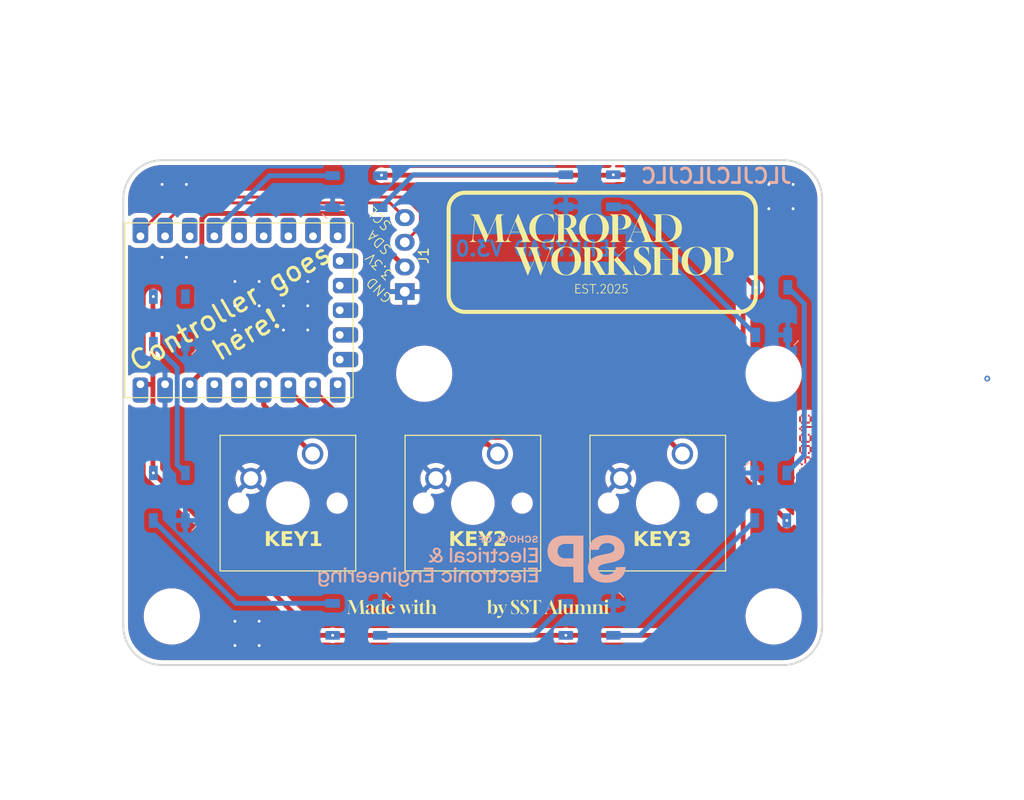
<source format=kicad_pcb>
(kicad_pcb (version 20240108) (generator "pcbnew") (generator_version "8.0")
  (layers (0 "F.Cu" signal) (31 "B.Cu" signal) (34 "B.Paste" user) (35 "F.Paste" user) (36 "B.SilkS" user "B.Silkscreen") (37 "F.SilkS" user "F.Silkscreen") (38 "B.Mask" user) (39 "F.Mask" user) (44 "Edge.Cuts" user))
  (net 0 "")
  (net 1 "+3.3V")
  (net 2 "SCL")
  (net 3 "SDA")
  (net 4 "GND")
  (net 7 "K3")
  (net 8 "K2")
  (net 16 "K1")
  (net 19 "+5V")
  (net 20 "DI")
  (net 21 "Net-(D1-DOUT)")
  (net 22 "Net-(D2-DOUT)")
  (net 23 "Net-(D3-DOUT)")
  (net 24 "Net-(D4-DOUT)")
  (net 25 "Net-(D5-DOUT)")
  (net 26 "ROW1")
  (net 27 "Net-(D7-DOUT)")
  (net 28 "unconnected-(RZ1-GP6-Pad7)")
  (footprint "" (layer "F.Cu") (at 202 87)
    (property "Reference" "")
    (property "Value" "")
  )
  (footprint "mylib:RP2040-Zero" (layer "F.Cu") (at 195.625 90.62 90)
    (property "Reference" "RZ1")
    (property "Value" "RP2040-Zero" (hide yes))
  )
  (footprint "Connector:FanPinHeader_1x04_P2.54mm_Vertical" (layer "F.Cu") (at 200 78.54 90)
    (property "Reference" "J1")
    (property "Value" "Conn_01x04_Pin")
  )
  (footprint "" (layer "F.Cu") (at 238 87)
    (property "Reference" "")
    (property "Value" "")
  )
  (footprint "Button_Switch_Keyboard:SW_Cherry_MX_1.00u_PCB" (layer "F.Cu") (at 209.55 95.25)
    (property "Reference" "SW2" (hide yes))
    (property "Value" "SW_SPST")
  )
  (footprint "Button_Switch_Keyboard:SW_Cherry_MX_1.00u_PCB" (layer "F.Cu") (at 190.5 95.25)
    (property "Reference" "SW1" (hide yes))
    (property "Value" "SW_SPST")
  )
  (footprint "Button_Switch_Keyboard:SW_Cherry_MX_1.00u_PCB" (layer "F.Cu") (at 228.6 95.25)
    (property "Reference" "SW3" (hide yes))
    (property "Value" "SW_SPST")
  )
  (footprint "" (layer "F.Cu") (at 238 112)
    (property "Reference" "")
    (property "Value" "")
  )
  (footprint "MountingHole:MountingHole_5.3mm_M5" (layer "F.Cu") (at 176 112)
    (property "Reference" "REF**" (hide yes))
    (property "Value" "MountingHole_5.3mm_M5")
  )
  (footprint "mylib:new led" (layer "B.Cu") (at 175.75 99.666666 -90)
    (property "Reference" "D7" (hide yes))
    (property "Value" "WS2812B" (hide yes))
  )
  (footprint "mylib:new led" (layer "B.Cu") (at 219.033332 112.3)
    (property "Reference" "D5" (hide yes))
    (property "Value" "WS2812B" (hide yes))
  )
  (footprint "mylib:new led" (layer "B.Cu") (at 237.8 80.55 -90)
    (property "Reference" "D3" (hide yes))
    (property "Value" "WS2812B" (hide yes))
  )
  (footprint "mylib:new led" (layer "B.Cu") (at 219.033332 68.15 180)
    (property "Reference" "D2" (hide yes))
    (property "Value" "WS2812B" (hide yes))
  )
  (footprint "mylib:new led" (layer "B.Cu") (at 175.75 81.5 -90)
    (property "Reference" "D8" (hide yes))
    (property "Value" "WS2812B" (hide yes))
  )
  (footprint "mylib:new led" (layer "B.Cu") (at 195.016666 112.3)
    (property "Reference" "D6" (hide yes))
    (property "Value" "WS2812B" (hide yes))
  )
  (footprint "mylib:new led" (layer "B.Cu") (at 195.016666 68.25 180)
    (property "Reference" "D1" (hide yes))
    (property "Value" "WS2812B" (hide yes))
  )
  (footprint "mylib:new led" (layer "B.Cu") (at 237.7 99.666666 90)
    (property "Reference" "D4" (hide yes))
    (property "Value" "WS2812B" (hide yes))
  )
  (gr_poly (pts (xy 240.8 106.784661) (xy 240.8 106.602098) (xy 240.998438 106.602098) (xy 240.998438 106.804505) (xy 240.819844 106.804505) (xy 240.819844 106.963255) (xy 241.895375 106.963255) (xy 241.895375 107.165661) (xy 240.819844 107.165661) (xy 240.819844 107.324411) (xy 240.998438 107.324411) (xy 240.998438 107.524833) (xy 240.8 107.524833) (xy 240.8 107.344255) (xy 240.619422 107.344255) (xy 240.619422 106.784661)) (stroke (width -0.000001)) (fill solid) (layer "F.Cu"))
  (gr_poly (pts (xy 240.8 92.563373) (xy 240.8 92.380813) (xy 241.895375 92.380813) (xy 241.895375 92.583218) (xy 240.819844 92.583218) (xy 240.819844 92.741967) (xy 240.998438 92.741967) (xy 240.998438 92.942389) (xy 240.8 92.942389) (xy 240.8 92.761811) (xy 240.619422 92.761811) (xy 240.619422 92.563373)) (stroke (width -0.000001)) (fill solid) (layer "F.Cu"))
  (gr_poly (pts (xy 240.8 98.818097) (xy 240.8 98.635535) (xy 241.355625 98.635535) (xy 241.355625 98.818097) (xy 241.536203 98.818097) (xy 241.536203 98.905409) (xy 241.696938 98.905409) (xy 241.696938 98.726815) (xy 241.895375 98.726815) (xy 241.895375 98.925253) (xy 241.716782 98.925253) (xy 241.716782 99.107816) (xy 241.536203 99.107816) (xy 241.536203 99.357847) (xy 241.895375 99.357847) (xy 241.895375 99.558269) (xy 241.335781 99.558269) (xy 241.335781 99.357847) (xy 241.335781 98.837941) (xy 240.819844 98.837941) (xy 240.819844 99.357847) (xy 241.335781 99.357847) (xy 241.335781 99.558269) (xy 240.8 99.558269) (xy 240.8 99.37769) (xy 240.619422 99.37769) (xy 240.619422 98.818097)) (stroke (width -0.000001)) (fill solid) (layer "F.Cu"))
  (gr_poly (pts (xy 240.8 108.749655) (xy 240.8 108.567093) (xy 241.177031 108.567093) (xy 241.177031 108.769499) (xy 240.819844 108.769499) (xy 240.819844 109.289405) (xy 241.696938 109.289405) (xy 241.696938 108.769499) (xy 241.536203 108.769499) (xy 241.536203 108.948093) (xy 241.355625 108.948093) (xy 241.355625 109.130655) (xy 241.159172 109.130655) (xy 241.159172 108.928249) (xy 241.335781 108.928249) (xy 241.335781 108.567093) (xy 241.716782 108.567093) (xy 241.716782 108.749655) (xy 241.895375 108.749655) (xy 241.895375 109.309249) (xy 241.716782 109.309249) (xy 241.716782 109.489827) (xy 240.8 109.489827) (xy 240.8 109.309249) (xy 240.619422 109.309249) (xy 240.619422 108.749655)) (stroke (width -0.000001)) (fill solid) (layer "F.Cu"))
  (gr_poly (pts (xy 240.8 103.356574) (xy 240.8 103.174011) (xy 241.177031 103.174011) (xy 241.177031 103.356574) (xy 241.335781 103.356574) (xy 241.335781 103.174011) (xy 241.716782 103.174011) (xy 241.716782 103.356574) (xy 241.895375 103.356574) (xy 241.895375 103.916168) (xy 241.716782 103.916168) (xy 241.716782 104.096746) (xy 241.696938 104.096746) (xy 241.696938 103.896324) (xy 241.696938 103.376418) (xy 241.355625 103.376418) (xy 241.355625 103.737574) (xy 241.159172 103.737574) (xy 241.159172 103.376418) (xy 240.819844 103.376418) (xy 240.819844 103.896324) (xy 241.696938 103.896324) (xy 241.696938 104.096746) (xy 240.8 104.096746) (xy 240.8 103.916168) (xy 240.619422 103.916168) (xy 240.619422 103.356574)) (stroke (width -0.000001)) (fill solid) (layer "F.Cu"))
  (gr_poly (pts (xy 240.8 96.853089) (xy 240.8 96.670526) (xy 241.177031 96.670526) (xy 241.177031 96.853089) (xy 241.355625 96.853089) (xy 241.355625 97.39284) (xy 241.696938 97.39284) (xy 241.696938 96.872933) (xy 241.51636 96.872933) (xy 241.51636 96.670526) (xy 241.716782 96.670526) (xy 241.716782 96.853089) (xy 241.895375 96.853089) (xy 241.895375 97.412682) (xy 241.716782 97.412682) (xy 241.716782 97.593262) (xy 241.335781 97.593262) (xy 241.335781 97.412682) (xy 241.159172 97.412682) (xy 241.159172 96.872933) (xy 240.819844 96.872933) (xy 240.819844 97.39284) (xy 240.998438 97.39284) (xy 240.998438 97.593262) (xy 240.8 97.593262) (xy 240.8 97.412682) (xy 240.619422 97.412682) (xy 240.619422 96.853089)) (stroke (width -0.000001)) (fill solid) (layer "F.Cu"))
  (gr_poly (pts (xy 240.8 101.143533) (xy 240.8 100.96097) (xy 241.716782 100.96097) (xy 241.716782 101.143533) (xy 241.895375 101.143533) (xy 241.895375 101.703126) (xy 241.716782 101.703126) (xy 241.716782 101.883705) (xy 241.335781 101.883705) (xy 241.335781 101.683283) (xy 241.696938 101.683283) (xy 241.696938 101.163377) (xy 240.819844 101.163377) (xy 240.819844 101.703126) (xy 240.619422 101.703126) (xy 240.619422 101.143533)) (stroke (width -0.000001)) (fill solid) (layer "F.Cu"))
  (gr_poly (pts (xy 241.159172 106.22176) (xy 241.159172 106.06301) (xy 240.978594 106.06301) (xy 240.978594 105.860604) (xy 241.159172 105.860604) (xy 241.159172 105.701854) (xy 240.619422 105.701854) (xy 240.619422 105.499448) (xy 241.895375 105.499448) (xy 241.895375 105.701854) (xy 241.355625 105.701854) (xy 241.355625 106.22176) (xy 241.895375 106.22176) (xy 241.895375 106.422182) (xy 240.619422 106.422182) (xy 240.619422 106.22176)) (stroke (width -0.000001)) (fill solid) (layer "F.Cu"))
  (gr_poly (pts (xy 241.895375 102.757412) (xy 241.895375 102.934021) (xy 240.619422 102.30299) (xy 240.619422 102.126381)) (stroke (width -0.000001)) (fill solid) (layer "F.Cu"))
  (gr_poly (pts (xy 240.8 94.52764) (xy 240.8 94.345078) (xy 240.998438 94.345078) (xy 240.998438 94.547484) (xy 240.819844 94.547484) (xy 240.819844 95.06739) (xy 241.159172 95.06739) (xy 241.159172 94.52764) (xy 241.335781 94.52764) (xy 241.335781 94.345078) (xy 241.716782 94.345078) (xy 241.716782 94.52764) (xy 241.895375 94.52764) (xy 241.895375 95.087234) (xy 241.716782 95.087234) (xy 241.716782 95.267813) (xy 241.51636 95.267813) (xy 241.51636 95.06739) (xy 241.696938 95.06739) (xy 241.696938 94.547484) (xy 241.355625 94.547484) (xy 241.355625 95.087234) (xy 241.177031 95.087234) (xy 241.177031 95.267813) (xy 240.8 95.267813) (xy 240.8 95.087234) (xy 240.619422 95.087234) (xy 240.619422 94.52764)) (stroke (width -0.000001)) (fill solid) (layer "F.Cu"))
  (gr_poly (pts (xy 240.8 91.4) (xy 240.8 91.217439) (xy 241.177031 91.217439) (xy 241.177031 91.4) (xy 241.355625 91.4) (xy 241.355625 91.939752) (xy 241.696938 91.939752) (xy 241.696938 91.419845) (xy 241.51636 91.419845) (xy 241.51636 91.217439) (xy 241.716782 91.217439) (xy 241.716782 91.4) (xy 241.895375 91.4) (xy 241.895375 91.959594) (xy 241.716782 91.959594) (xy 241.716782 92.140174) (xy 241.335781 92.140174) (xy 241.335781 91.959594) (xy 241.159172 91.959594) (xy 241.159172 91.419845) (xy 240.819844 91.419845) (xy 240.819844 91.939752) (xy 240.998438 91.939752) (xy 240.998438 92.140174) (xy 240.8 92.140174) (xy 240.8 91.959594) (xy 240.619422 91.959594) (xy 240.619422 91.4)) (stroke (width -0.000001)) (fill solid) (layer "F.Cu"))
  (gr_poly (pts (xy 240.819844 107.765524) (xy 240.819844 107.948087) (xy 241.696938 107.948087) (xy 241.696938 107.765524) (xy 241.895375 107.765524) (xy 241.895375 108.327108) (xy 241.696938 108.327108) (xy 241.696938 108.146524) (xy 240.819844 108.146524) (xy 240.819844 108.327108) (xy 240.619422 108.327108) (xy 240.619422 107.765524)) (stroke (width -0.000001)) (fill solid) (layer "F.Cu"))
  (gr_poly (pts (xy 240.8 99.980808) (xy 240.8 99.798245) (xy 240.998438 99.798245) (xy 240.998438 100.000651) (xy 240.819844 100.000651) (xy 240.819844 100.520558) (xy 241.159172 100.520558) (xy 241.159172 100.159402) (xy 241.355625 100.159402) (xy 241.355625 100.520558) (xy 241.696938 100.520558) (xy 241.696938 100.000651) (xy 241.51636 100.000651) (xy 241.51636 99.798245) (xy 241.716782 99.798245) (xy 241.716782 99.980808) (xy 241.895375 99.980808) (xy 241.895375 100.540401) (xy 241.716782 100.540401) (xy 241.716782 100.720981) (xy 240.8 100.720981) (xy 240.8 100.540401) (xy 240.619422 100.540401) (xy 240.619422 99.980808)) (stroke (width -0.000001)) (fill solid) (layer "F.Cu"))
  (gr_poly (pts (xy 240.8 95.690352) (xy 240.8 95.507789) (xy 241.177031 95.507789) (xy 241.177031 95.690352) (xy 241.335781 95.690352) (xy 241.335781 95.507789) (xy 241.716782 95.507789) (xy 241.716782 95.690352) (xy 241.895375 95.690352) (xy 241.895375 96.249945) (xy 241.716782 96.249945) (xy 241.716782 96.43055) (xy 241.51636 96.43055) (xy 241.51636 96.230102) (xy 241.696938 96.230102) (xy 241.696938 95.710195) (xy 241.355625 95.710195) (xy 241.355625 96.249945) (xy 241.159172 96.249945) (xy 241.159172 95.710195) (xy 240.819844 95.710195) (xy 240.819844 96.230102) (xy 240.998438 96.230102) (xy 240.998438 96.43055) (xy 240.8 96.43055) (xy 240.8 96.249945) (xy 240.619422 96.249945) (xy 240.619422 95.690352)) (stroke (width -0.000001)) (fill solid) (layer "F.Cu"))
  (gr_poly (pts (xy 240.8 93.364928) (xy 240.8 93.182366) (xy 240.998438 93.182366) (xy 240.998438 93.384772) (xy 240.819844 93.384772) (xy 240.819844 93.904679) (xy 241.159172 93.904679) (xy 241.159172 93.543523) (xy 241.355625 93.543523) (xy 241.355625 93.904679) (xy 241.696938 93.904679) (xy 241.696938 93.384772) (xy 241.51636 93.384772) (xy 241.51636 93.182366) (xy 241.716782 93.182366) (xy 241.716782 93.364928) (xy 241.895375 93.364928) (xy 241.895375 93.924523) (xy 241.716782 93.924523) (xy 241.716782 94.105101) (xy 240.8 94.105101) (xy 240.8 93.924523) (xy 240.619422 93.924523) (xy 240.619422 93.364928)) (stroke (width -0.000001)) (fill solid) (layer "F.Cu"))
  (gr_poly (pts (xy 241.696938 105.059049) (xy 241.696938 104.539143) (xy 240.619422 104.539143) (xy 240.619422 104.336736) (xy 241.716782 104.336736) (xy 241.716782 104.519298) (xy 241.895375 104.519298) (xy 241.895375 105.078892) (xy 241.716782 105.078892) (xy 241.716782 105.259471) (xy 240.619422 105.259471) (xy 240.619422 105.059049)) (stroke (width -0.000001)) (fill solid) (layer "F.Cu"))
  (gr_poly (pts (xy 240.8 98.016529) (xy 240.8 97.833966) (xy 241.895375 97.833966) (xy 241.895375 98.036372) (xy 240.819844 98.036372) (xy 240.819844 98.195123) (xy 240.998438 98.195123) (xy 240.998438 98.395544) (xy 240.8 98.395544) (xy 240.8 98.214967) (xy 240.619422 98.214967) (xy 240.619422 98.016529)) (stroke (width -0.000001)) (fill solid) (layer "F.Cu"))
  (gr_poly (pts (xy 216.341786 103.674238) (xy 216.247222 103.679301) (xy 216.155141 103.687753) (xy 216.065523 103.699603) (xy 215.978347 103.714863) (xy 215.893591 103.733543) (xy 215.811234 103.755654) (xy 215.731255 103.781206) (xy 215.653634 103.810209) (xy 215.578348 103.842674) (xy 215.505378 103.878611) (xy 215.434702 103.918032) (xy 215.366299 103.960947) (xy 215.300147 104.007365) (xy 215.236227 104.057299) (xy 215.174516 104.110757) (xy 215.117103 104.167078) (xy 215.063394 104.225598) (xy 215.013388 104.286328) (xy 214.967087 104.349279) (xy 214.92449 104.41446) (xy 214.885598 104.481882) (xy 214.850409 104.551557) (xy 214.818924 104.623494) (xy 214.791143 104.697704) (xy 214.767067 104.774198) (xy 214.746694 104.852986) (xy 214.730026 104.934078) (xy 214.717062 105.017485) (xy 214.707802 105.103218) (xy 214.702246 105.191287) (xy 214.700394 105.281703) (xy 214.702246 105.370854) (xy 214.707802 105.457816) (xy 214.717062 105.542589) (xy 214.730026 105.625173) (xy 214.746694 105.705568) (xy 214.767067 105.783775) (xy 214.791143 105.859792) (xy 214.818924 105.933621) (xy 214.850409 106.005261) (xy 214.885598 106.074712) (xy 214.92449 106.141974) (xy 214.967087 106.207048) (xy 215.013388 106.269933) (xy 215.063394 106.33063) (xy 215.117103 106.389138) (xy 215.174516 106.445457) (xy 215.236227 106.498916) (xy 215.300147 106.54885) (xy 215.366299 106.595269) (xy 215.434702 106.638183) (xy 215.505378 106.677604) (xy 215.578348 106.713541) (xy 215.653634 106.746006) (xy 215.731255 106.775009) (xy 215.811234 106.80056) (xy 215.893591 106.82267) (xy 215.978347 106.84135) (xy 216.065523 106.85661) (xy 216.155141 106.86846) (xy 216.247222 106.876912) (xy 216.341786 106.881975) (xy 216.438854 106.88366) (xy 217.372727 106.88366) (xy 217.372727 108.5) (xy 218.399998 108.5) (xy 218.399998 106.014441) (xy 217.365552 106.014441) (xy 216.532241 106.014441) (xy 216.487628 106.013623) (xy 216.44405 106.011184) (xy 216.401532 106.007142) (xy 216.360099 106.001518) (xy 216.319776 105.994332) (xy 216.280589 105.985602) (xy 216.242562 105.97535) (xy 216.20572 105.963594) (xy 216.170088 105.950354) (xy 216.135691 105.93565) (xy 216.102554 105.919502) (xy 216.070703 105.901929) (xy 216.040162 105.882952) (xy 216.010955 105.862589) (xy 215.983109 105.840861) (xy 215.956648 105.817788) (xy 215.931597 105.793388) (xy 215.907981 105.767682) (xy 215.885826 105.74069) (xy 215.865155 105.712432) (xy 215.845994 105.682926) (xy 215.828369 105.652193) (xy 215.812303 105.620252) (xy 215.797822 105.587124) (xy 215.784952 105.552827) (xy 215.773716 105.517382) (xy 215.764141 105.480809) (xy 215.75625 105.443127) (xy 215.750069 105.404355) (xy 215.745624 105.364514) (xy 215.742938 105.323624) (xy 215.742037 105.281703) (xy 215.742938 105.239109) (xy 215.745624 105.197547) (xy 215.750069 105.157036) (xy 215.75625 105.117599) (xy 215.764141 105.079257) (xy 215.773716 105.04203) (xy 215.784952 105.005939) (xy 215.797822 104.971006) (xy 215.812303 104.937252) (xy 215.828369 104.904697) (xy 215.845994 104.873363) (xy 215.865155 104.843271) (xy 215.885826 104.814441) (xy 215.907981 104.786895) (xy 215.931597 104.760654) (xy 215.956648 104.735739) (xy 215.983109 104.712171) (xy 216.010955 104.689971) (xy 216.040162 104.66916) (xy 216.070703 104.64976) (xy 216.102554 104.63179) (xy 216.135691 104.615272) (xy 216.170088 104.600228) (xy 216.20572 104.586678) (xy 216.242562 104.574643) (xy 216.280589 104.564145) (xy 216.319776 104.555204) (xy 216.360099 104.547841) (xy 216.401532 104.542078) (xy 216.44405 104.537936) (xy 216.487628 104.535435) (xy 216.532241 104.534596) (xy 217.365552 104.534596) (xy 217.365552 106.014441) (xy 218.399998 106.014441) (xy 218.399998 103.672552) (xy 216.438854 103.672552)) (stroke (width -0.000001)) (fill solid) (layer "B.SilkS"))
  (gr_poly (pts (xy 212.651427 103.66561) (xy 212.635782 103.66638) (xy 212.620494 103.667677) (xy 212.605574 103.669509) (xy 212.591033 103.671889) (xy 212.576882 103.674827) (xy 212.56313 103.678333) (xy 212.549789 103.682417) (xy 212.536868 103.687091) (xy 212.524379 103.692365) (xy 212.512333 103.698249) (xy 212.500738 103.704754) (xy 212.489607 103.711891) (xy 212.478949 103.719669) (xy 212.468776 103.728099) (xy 212.459097 103.737193) (xy 212.448655 103.74679) (xy 212.438866 103.756724) (xy 212.429707 103.766994) (xy 212.421159 103.777601) (xy 212.413201 103.788545) (xy 212.40581 103.799826) (xy 212.398967 103.811443) (xy 212.39265 103.823397) (xy 212.386837 103.835688) (xy 212.381509 103.848316) (xy 212.376644 103.86128) (xy 212.37222 103.874581) (xy 212.368218 103.888219) (xy 212.364615 103.902193) (xy 212.361391 103.916505) (xy 212.358524 103.931153) (xy 212.516565 103.931153) (xy 212.521023 103.916678) (xy 212.526301 103.902909) (xy 212.53238 103.889876) (xy 212.535713 103.883646) (xy 212.539238 103.877612) (xy 212.542952 103.871778) (xy 212.546853 103.866147) (xy 212.550938 103.860724) (xy 212.555205 103.855514) (xy 212.559651 103.850519) (xy 212.564273 103.845743) (xy 212.569068 103.841191) (xy 212.574035 103.836867) (xy 212.57917 103.832774) (xy 212.584471 103.828917) (xy 212.589934 103.825299) (xy 212.595559 103.821924) (xy 212.601341 103.818797) (xy 212.607278 103.815921) (xy 212.613368 103.8133) (xy 212.619607 103.810938) (xy 212.625994 103.80884) (xy 212.632526 103.807008) (xy 212.6392 103.805447) (xy 212.646013 103.804162) (xy 212.652962 103.803155) (xy 212.660046 103.802431) (xy 212.667261 103.801993) (xy 212.674605 103.801847) (xy 212.685214 103.802099) (xy 212.695497 103.802857) (xy 212.705464 103.80412) (xy 212.715125 103.805887) (xy 212.724493 103.80816) (xy 212.733576 103.810938) (xy 212.742386 103.814222) (xy 212.750933 103.81801) (xy 212.759227 103.822303) (xy 212.767279 103.827102) (xy 212.7751 103.832405) (xy 212.7827 103.838214) (xy 212.790089 103.844528) (xy 212.797278 103.851347) (xy 212.804278 103.858671) (xy 212.811099 103.8665) (xy 212.817583 103.87475) (xy 212.823573 103.883337) (xy 212.829078 103.89226) (xy 212.834109 103.90152) (xy 212.838678 103.911117) (xy 212.842794 103.921051) (xy 212.846467 103.931321) (xy 212.84971 103.941928) (xy 212.852531 103.952872) (xy 212.854942 103.964153) (xy 212.856953 103.97577) (xy 212.858575 103.987724) (xy 212.859818 104.000015) (xy 212.860693 104.012643) (xy 212.861211 104.025607) (xy 212.861381 104.038908) (xy 212.861211 104.052209) (xy 212.860693 104.065174) (xy 212.859818 104.077801) (xy 212.858575 104.090092) (xy 212.856953 104.102046) (xy 212.854942 104.113664) (xy 212.852531 104.124944) (xy 212.84971 104.135888) (xy 212.846467 104.146495) (xy 212.842794 104.156766) (xy 212.838678 104.1667) (xy 212.834109 104.176297) (xy 212.829078 104.185557) (xy 212.823573 104.19448) (xy 212.817583 104.203067) (xy 212.811099 104.211317) (xy 212.804278 104.219146) (xy 212.797278 104.22647) (xy 212.790089 104.233289) (xy 212.7827 104.239603) (xy 212.7751 104.245412) (xy 212.767279 104.250715) (xy 212.759227 104.255514) (xy 212.750933 104.259807) (xy 212.742386 104.263595) (xy 212.733576 104.266879) (xy 212.724493 104.269657) (xy 212.715125 104.27193) (xy 212.705464 104.273697) (xy 212.695497 104.27496) (xy 212.685214 104.275718) (xy 212.674605 104.27597) (xy 212.666608 104.275824) (xy 212.658781 104.275386) (xy 212.651125 104.274662) (xy 212.643641 104.273655) (xy 212.636331 104.272369) (xy 212.629195 104.270809) (xy 212.622236 104.268977) (xy 212.615454 104.266878) (xy 212.608852 104.264517) (xy 212.602429 104.261896) (xy 212.596188 104.25902) (xy 212.59013 104.255892) (xy 212.584256 104.252518) (xy 212.578567 104.2489) (xy 212.573065 104.245043) (xy 212.567751 104.24095) (xy 212.562627 104.236626) (xy 212.557693 104.232074) (xy 212.552951 104.227298) (xy 212.548403 104.222303) (xy 212.539891 104.21167) (xy 212.532169 104.200205) (xy 212.525246 104.18794) (xy 212.519133 104.174907) (xy 212.513841 104.161138) (xy 212.509379 104.146663) (xy 212.351338 104.146663) (xy 212.35302 104.161311) (xy 212.355366 104.175623) (xy 212.358363 104.189597) (xy 212.362003 104.203235) (xy 212.366274 104.216537) (xy 212.371166 104.229501) (xy 212.376668 104.242129) (xy 212.382769 104.25442) (xy 212.38946 104.266374) (xy 212.39673 104.277991) (xy 212.404568 104.289272) (xy 212.412964 104.300216) (xy 212.421906 104.310823) (xy 212.431385 104.321093) (xy 212.441391 104.331027) (xy 212.451912 104.340624) (xy 212.462855 104.349718) (xy 212.474136 104.358148) (xy 212.485753 104.365926) (xy 212.497707 104.373063) (xy 212.509998 104.379568) (xy 212.522625 104.385452) (xy 212.535589 104.390725) (xy 212.54889 104.395399) (xy 212.562528 104.399484) (xy 212.576503 104.40299) (xy 212.590814 104.405927) (xy 212.605462 104.408307) (xy 212.620446 104.41014) (xy 212.635768 104.411436) (xy 212.651425 104.412206) (xy 212.66742 104.41246) (xy 212.688635 104.409591) (xy 212.709177 104.406343) (xy 212.729045 104.402674) (xy 212.74824 104.398542) (xy 212.76676 104.393905) (xy 212.784608 104.388721) (xy 212.801781 104.382947) (xy 212.818281 104.376542) (xy 212.834108 104.369464) (xy 212.84926 104.36167) (xy 212.86374 104.353118) (xy 212.877546 104.343767) (xy 212.890678 104.333574) (xy 212.903137 104.322497) (xy 212.914922 104.310493) (xy 212.926034 104.297522) (xy 212.937737 104.285066) (xy 212.948609 104.271958) (xy 212.95866 104.258219) (xy 212.967901 104.243869) (xy 212.976342 104.22893) (xy 212.983994 104.213422) (xy 212.990868 104.197368) (xy 212.996973 104.180787) (xy 213.00232 104.163701) (xy 213.00692 104.146131) (xy 213.010784 104.128098) (xy 213.013921 104.109623) (xy 213.016343 104.090727) (xy 213.01806 104.071432) (xy 213.019083 104.051757) (xy 213.019421 104.031725) (xy 213.019083 104.010509) (xy 213.01806 103.989956) (xy 213.016343 103.970055) (xy 213.013921 103.950796) (xy 213.010784 103.932169) (xy 213.00692 103.914162) (xy 213.00232 103.896766) (xy 212.996973 103.879969) (xy 212.990868 103.863762) (xy 212.983994 103.848134) (xy 212.976342 103.833073) (xy 212.967901 103.818571) (xy 212.95866 103.804616) (xy 212.948609 103.791197) (xy 212.937737 103.778305) (xy 212.926034 103.765928) (xy 212.913659 103.754144) (xy 212.900779 103.743044) (xy 212.887394 103.732638) (xy 212.873503 103.722938) (xy 212.859108 103.713953) (xy 212.844208 103.705694) (xy 212.828802 103.698172) (xy 212.812892 103.691397) (xy 212.796476 103.68538) (xy 212.779555 103.68013) (xy 212.762129 103.67566) (xy 212.744197 103.671979) (xy 212.725761 103.669097) (xy 212.706819 103.667026) (xy 212.687372 103.665775) (xy 212.66742 103.665356)) (stroke (width -0.000001)) (fill solid) (layer "B.SilkS"))
  (gr_poly (pts (xy 209.118594 105.331985) (xy 208.845651 105.331985) (xy 208.845651 105.540318) (xy 209.118594 105.540318) (xy 209.118594 106.1222) (xy 209.118249 106.137777) (xy 209.11718 106.152197) (xy 209.115332 106.16548) (xy 209.1141 106.171702) (xy 209.112654 106.177648) (xy 209.110988 106.18332) (xy 209.109094 106.188721) (xy 209.106966 106.193854) (xy 209.104597 106.198721) (xy 209.101981 106.203326) (xy 209.099112 106.207669) (xy 209.095982 106.211755) (xy 209.092586 106.215586) (xy 209.088916 106.219164) (xy 209.084966 106.222493) (xy 209.080729 106.225574) (xy 209.076199 106.22841) (xy 209.071369 106.231004) (xy 209.066233 106.233359) (xy 209.060784 106.235478) (xy 209.055015 106.237362) (xy 209.04892 106.239014) (xy 209.042492 106.240438) (xy 209.035725 106.241635) (xy 209.028612 106.242609) (xy 209.021146 106.243362) (xy 209.013321 106.243897) (xy 208.996568 106.244321) (xy 208.831257 106.244321) (xy 208.831257 106.452643) (xy 209.04684 106.452643) (xy 209.06603 106.452349) (xy 209.084552 106.451465) (xy 209.102409 106.449991) (xy 209.119604 106.447929) (xy 209.136142 106.445277) (xy 209.152028 106.442036) (xy 209.167263 106.438206) (xy 209.181854 106.433786) (xy 209.195802 106.428777) (xy 209.209114 106.423179) (xy 209.221791 106.416991) (xy 209.233839 106.410214) (xy 209.245261 106.402848) (xy 209.256061 106.394893) (xy 209.266242 106.386348) (xy 209.27581 106.377215) (xy 209.284768 106.367491) (xy 209.293119 106.357179) (xy 209.300868 106.346277) (xy 209.308019 106.334786) (xy 209.314574 106.322706) (xy 209.32054 106.310037) (xy 209.325918 106.296778) (xy 209.330714 106.28293) (xy 209.334931 106.268493) (xy 209.338573 106.253467) (xy 209.341644 106.237851) (xy 209.344148 106.221646) (xy 209.346088 106.204852) (xy 209.34747 106.187468) (xy 209.34857 106.150934) (xy 209.355662 105.540318) (xy 209.549655 105.540318) (xy 209.549655 105.331985) (xy 209.355662 105.331985) (xy 209.355662 105.023089) (xy 209.118594 105.023089)) (stroke (width -0.000001)) (fill solid) (layer "B.SilkS"))
  (gr_poly (pts (xy 209.628712 104.261616) (xy 209.341376 104.261616) (xy 209.341376 104.398105) (xy 209.786722 104.398105) (xy 209.786722 103.672552) (xy 209.628712 103.672552)) (stroke (width -0.000001)) (fill solid) (layer "B.SilkS"))
  (gr_poly (pts (xy 208.566595 103.665526) (xy 208.553603 103.666044) (xy 208.540905 103.666919) (xy 208.528482 103.668162) (xy 208.516312 103.669785) (xy 208.504373 103.671796) (xy 208.492646 103.674208) (xy 208.481108 103.67703) (xy 208.469739 103.680272) (xy 208.458518 103.683947) (xy 208.447423 103.688063) (xy 208.436433 103.692632) (xy 208.425528 103.697663) (xy 208.414686 103.703169) (xy 208.403886 103.709158) (xy 208.393107 103.715642) (xy 208.382579 103.721277) (xy 208.372522 103.727386) (xy 208.362907 103.733936) (xy 208.353701 103.740897) (xy 208.344873 103.748237) (xy 208.336393 103.755924) (xy 208.328228 103.763927) (xy 208.320347 103.772214) (xy 208.312719 103.780753) (xy 208.305313 103.789513) (xy 208.298097 103.798463) (xy 208.291041 103.807571) (xy 208.277279 103.826133) (xy 208.263779 103.844948) (xy 208.258568 103.855806) (xy 208.253693 103.866822) (xy 208.249153 103.877985) (xy 208.244949 103.889285) (xy 208.24108 103.900711) (xy 208.237546 103.912253) (xy 208.234349 103.923901) (xy 208.231487 103.935643) (xy 208.228962 103.947469) (xy 208.226772 103.959369) (xy 208.224919 103.971332) (xy 208.223403 103.983347) (xy 208.222223 103.995405) (xy 208.22138 104.007494) (xy 208.220875 104.019604) (xy 208.220706 104.031725) (xy 208.220875 104.04503) (xy 208.22138 104.058018) (xy 208.222223 104.070712) (xy 208.223403 104.083133) (xy 208.224919 104.095301) (xy 208.226772 104.107238) (xy 208.228962 104.118964) (xy 208.231487 104.1305) (xy 208.234349 104.141869) (xy 208.237546 104.15309) (xy 208.24108 104.164185) (xy 208.244949 104.175174) (xy 208.249153 104.186079) (xy 208.253693 104.196922) (xy 208.258568 104.207722) (xy 208.263779 104.218501) (xy 208.269344 104.229108) (xy 208.275244 104.239378) (xy 208.281479 104.249312) (xy 208.288049 104.258909) (xy 208.294955 104.268169) (xy 208.302197 104.277093) (xy 208.309774 104.28568) (xy 208.317688 104.29393) (xy 208.325937 104.301843) (xy 208.334523 104.30942) (xy 208.343445 104.31666) (xy 208.352704 104.323563) (xy 208.362299 104.330129) (xy 208.372232 104.336359) (xy 208.382501 104.342252) (xy 208.393107 104.347808) (xy 208.414686 104.358219) (xy 208.425528 104.363119) (xy 208.436433 104.367788) (xy 208.447423 104.372204) (xy 208.458518 104.376346) (xy 208.469739 104.380194) (xy 208.481108 104.383726) (xy 208.492646 104.386922) (xy 208.504373 104.389759) (xy 208.516312 104.392218) (xy 208.528482 104.394277) (xy 208.540905 104.395915) (xy 208.553603 104.397111) (xy 208.566595 104.397845) (xy 208.579904 104.398094) (xy 208.593194 104.397923) (xy 208.606171 104.397406) (xy 208.618854 104.396531) (xy 208.631265 104.395287) (xy 208.643425 104.393665) (xy 208.655355 104.391653) (xy 208.667075 104.389242) (xy 208.678607 104.38642) (xy 208.689972 104.383177) (xy 208.70119 104.379503) (xy 208.712282 104.375387) (xy 208.72327 104.370818) (xy 208.734174 104.365786) (xy 208.745016 104.360281) (xy 208.755815 104.354292) (xy 208.766594 104.347808) (xy 208.77714 104.342252) (xy 208.787209 104.336359) (xy 208.796833 104.330129) (xy 208.806045 104.323563) (xy 208.814875 104.31666) (xy 208.823355 104.30942) (xy 208.831517 104.301843) (xy 208.839394 104.29393) (xy 208.847016 104.28568) (xy 208.854416 104.277093) (xy 208.861625 104.268169) (xy 208.868675 104.258909) (xy 208.875598 104.249312) (xy 208.882426 104.239378) (xy 208.88919 104.229108) (xy 208.895923 104.218501) (xy 208.901152 104.207643) (xy 208.906043 104.196627) (xy 208.910597 104.185464) (xy 208.914814 104.174164) (xy 208.918693 104.162738) (xy 208.922236 104.151196) (xy 208.92544 104.139548) (xy 208.928308 104.127806) (xy 208.930838 104.11598) (xy 208.93303 104.104081) (xy 208.934885 104.092118) (xy 208.936403 104.080102) (xy 208.937584 104.068045) (xy 208.938427 104.055956) (xy 208.938933 104.043846) (xy 208.939102 104.031725) (xy 208.77379 104.031725) (xy 208.773619 104.044947) (xy 208.773092 104.057696) (xy 208.772187 104.070002) (xy 208.770883 104.081898) (xy 208.769158 104.093416) (xy 208.766992 104.104586) (xy 208.764363 104.11544) (xy 208.761249 104.126011) (xy 208.757629 104.136328) (xy 208.753481 104.146425) (xy 208.748785 104.156333) (xy 208.743518 104.166082) (xy 208.73766 104.175706) (xy 208.731189 104.185234) (xy 208.724084 104.1947) (xy 208.716322 104.204134) (xy 208.708242 104.213147) (xy 208.700141 104.221349) (xy 208.691998 104.228773) (xy 208.683792 104.23545) (xy 208.675501 104.241411) (xy 208.667105 104.246689) (xy 208.658582 104.251313) (xy 208.649912 104.255317) (xy 208.641073 104.258732) (xy 208.632045 104.261589) (xy 208.622805 104.26392) (xy 208.613334 104.265756) (xy 208.60361 104.267129) (xy 208.593611 104.268071) (xy 208.583318 104.268613) (xy 208.572708 104.268786) (xy 208.562019 104.268534) (xy 208.551509 104.267776) (xy 208.541188 104.266513) (xy 208.531067 104.264746) (xy 208.521157 104.262473) (xy 208.511467 104.259695) (xy 208.502008 104.256412) (xy 208.49279 104.252623) (xy 208.483824 104.24833) (xy 208.47512 104.243532) (xy 208.466689 104.238228) (xy 208.458541 104.232419) (xy 208.450686 104.226106) (xy 208.443135 104.219287) (xy 208.435898 104.211963) (xy 208.428985 104.204134) (xy 208.422428 104.195884) (xy 208.416215 104.187297) (xy 208.410359 104.178373) (xy 208.40487 104.169113) (xy 208.399759 104.159516) (xy 208.395036 104.149582) (xy 208.390712 104.139312) (xy 208.386797 104.128705) (xy 208.383304 104.117761) (xy 208.380241 104.10648) (xy 208.37762 104.094863) (xy 208.375452 104.082909) (xy 208.373747 104.070618) (xy 208.372516 104.05799) (xy 208.371769 104.045026) (xy 208.371518 104.031725) (xy 208.37169 104.018503) (xy 208.37222 104.005754) (xy 208.37313 103.993447) (xy 208.37444 103.981551) (xy 208.376171 103.970034) (xy 208.378343 103.958863) (xy 208.380979 103.948009) (xy 208.384099 103.937439) (xy 208.387723 103.927121) (xy 208.391873 103.917024) (xy 208.39657 103.907117) (xy 208.401834 103.897367) (xy 208.407687 103.887744) (xy 208.414149 103.878215) (xy 208.421242 103.86875) (xy 208.428985 103.859316) (xy 208.437084 103.850303) (xy 208.445202 103.8421) (xy 208.453359 103.834676) (xy 208.461578 103.827999) (xy 208.469879 103.822038) (xy 208.478283 103.816761) (xy 208.486813 103.812136) (xy 208.495489 103.808132) (xy 208.504332 103.804717) (xy 208.513364 103.80186) (xy 208.522606 103.799529) (xy 208.532079 103.797693) (xy 208.541805 103.79632) (xy 208.551804 103.795378) (xy 208.562098 103.794836) (xy 208.572708 103.794663) (xy 208.583397 103.794915) (xy 208.593906 103.795673) (xy 208.604226 103.796936) (xy 208.614346 103.798703) (xy 208.624255 103.800976) (xy 208.633942 103.803754) (xy 208.643398 103.807038) (xy 208.652611 103.810826) (xy 208.661571 103.815119) (xy 208.670267 103.819918) (xy 208.67869 103.825221) (xy 208.686828 103.83103) (xy 208.69467 103.837344) (xy 208.702207 103.844163) (xy 208.709428 103.851487) (xy 208.716322 103.859316) (xy 208.724084 103.868829) (xy 208.731189 103.87851) (xy 208.73766 103.88836) (xy 208.743518 103.898377) (xy 208.748785 103.908564) (xy 208.753481 103.918918) (xy 208.757629 103.929441) (xy 208.761249 103.940133) (xy 208.764363 103.950992) (xy 208.766992 103.96202) (xy 208.769158 103.973217) (xy 208.770883 103.984582) (xy 208.772187 103.996115) (xy 208.773092 104.007817) (xy 208.773619 104.019687) (xy 208.77379 104.031725) (xy 208.939102 104.031725) (xy 208.938933 104.01842) (xy 208.938427 104.005431) (xy 208.937584 103.992737) (xy 208.936403 103.980316) (xy 208.934885 103.968148) (xy 208.93303 103.956212) (xy 208.930838 103.944485) (xy 208.928308 103.932949) (xy 208.92544 103.92158) (xy 208.922236 103.910359) (xy 208.918693 103.899265) (xy 208.914814 103.888275) (xy 208.910597 103.87737) (xy 208.906043 103.866527) (xy 208.901152 103.855727) (xy 208.895923 103.844948) (xy 208.890376 103.834341) (xy 208.884492 103.824071) (xy 208.87827 103.814137) (xy 208.871711 103.80454) (xy 208.864814 103.79528) (xy 208.857578 103.786356) (xy 208.850004 103.77777) (xy 208.842092 103.76952) (xy 208.833842 103.761606) (xy 208.825252 103.75403) (xy 208.816324 103.74679) (xy 208.807057 103.739887) (xy 208.79745 103.733321) (xy 208.787504 103.727091) (xy 208.777219 103.721198) (xy 208.766594 103.715642) (xy 208.745016 103.705231) (xy 208.734174 103.700331) (xy 208.72327 103.695662) (xy 208.712282 103.691246) (xy 208.70119 103.687104) (xy 208.689972 103.683256) (xy 208.678607 103.679723) (xy 208.667075 103.676528) (xy 208.655355 103.67369) (xy 208.643425 103.671231) (xy 208.631265 103.669172) (xy 208.618854 103.667534) (xy 208.606171 103.666338) (xy 208.593194 103.665605) (xy 208.579904 103.665356)) (stroke (width -0.000001)) (fill solid) (layer "B.SilkS"))
  (gr_poly (pts (xy 191.667746 107.365735) (xy 191.638284 107.367996) (xy 191.609832 107.371751) (xy 191.58239 107.37699) (xy 191.555957 107.383702) (xy 191.530533 107.391876) (xy 191.506119 107.401503) (xy 191.482715 107.412572) (xy 191.46032 107.425071) (xy 191.438935 107.438991) (xy 191.41856 107.454321) (xy 191.399193 107.471051) (xy 191.380837 107.48917) (xy 191.36349 107.508667) (xy 191.347152 107.529532) (xy 191.331824 107.551754) (xy 191.303143 107.379341) (xy 191.101953 107.379341) (xy 191.101953 108.449718) (xy 191.10248 108.47895) (xy 191.104065 108.507373) (xy 191.106712 108.534982) (xy 191.110428 108.561767) (xy 191.115217 108.58772) (xy 191.121084 108.612834) (xy 191.128035 108.637102) (xy 191.136076 108.660514) (xy 191.145211 108.683063) (xy 191.155445 108.704741) (xy 191.166784 108.725541) (xy 191.179234 108.745455) (xy 191.192798 108.764473) (xy 191.207484 108.78259) (xy 191.223295 108.799796) (xy 191.240237 108.816084) (xy 191.258316 108.831446) (xy 191.277536 108.845874) (xy 191.297903 108.859361) (xy 191.319423 108.871897) (xy 191.342099 108.883476) (xy 191.365938 108.89409) (xy 191.390946 108.90373) (xy 191.417126 108.912389) (xy 191.444484 108.920059) (xy 191.473027 108.926732) (xy 191.502758 108.932399) (xy 191.533683 108.937054) (xy 191.565808 108.940689) (xy 191.599137 108.943294) (xy 191.633676 108.944864) (xy 191.66943 108.945388) (xy 191.69739 108.944969) (xy 191.724675 108.943719) (xy 191.751286 108.941647) (xy 191.777222 108.938766) (xy 191.802483 108.935084) (xy 191.827069 108.930614) (xy 191.850981 108.925364) (xy 191.874218 108.919347) (xy 191.896781 108.912572) (xy 191.918668 108.905049) (xy 191.939882 108.89679) (xy 191.96042 108.887805) (xy 191.980284 108.878105) (xy 191.999473 108.867699) (xy 192.017988 108.856599) (xy 192.035827 108.844815) (xy 192.052828 108.832275) (xy 192.068831 108.818914) (xy 192.083847 108.804754) (xy 192.097887 108.789815) (xy 192.11096 108.774118) (xy 192.123076 108.757684) (xy 192.134245 108.740535) (xy 192.144478 108.722692) (xy 192.153785 108.704175) (xy 192.162175 108.685005) (xy 192.169659 108.665204) (xy 192.176246 108.644793) (xy 192.181948 108.623793) (xy 192.186773 108.602225) (xy 192.190732 108.580109) (xy 192.193835 108.557467) (xy 191.956769 108.557467) (xy 191.953849 108.568768) (xy 191.95047 108.57977) (xy 191.946635 108.59047) (xy 191.94235 108.600864) (xy 191.937617 108.610947) (xy 191.93244 108.620715) (xy 191.926824 108.630165) (xy 191.920772 108.639293) (xy 191.914289 108.648095) (xy 191.907378 108.656567) (xy 191.900043 108.664705) (xy 191.892289 108.672504) (xy 191.884119 108.679962) (xy 191.875537 108.687073) (xy 191.866547 108.693835) (xy 191.857153 108.700243) (xy 191.847359 108.706293) (xy 191.837169 108.711982) (xy 191.826587 108.717304) (xy 191.815617 108.722257) (xy 191.804263 108.726837) (xy 191.792528 108.731039) (xy 191.780418 108.73486) (xy 191.767935 108.738295) (xy 191.755083 108.741341) (xy 191.741868 108.743993) (xy 191.728291 108.746248) (xy 191.714359 108.748102) (xy 191.700073 108.749551) (xy 191.68544 108.750591) (xy 191.670461 108.751218) (xy 191.655142 108.751428) (xy 191.615985 108.750247) (xy 191.597354 108.74877) (xy 191.579355 108.746699) (xy 191.561987 108.744034) (xy 191.545252 108.740773) (xy 191.529148 108.736915) (xy 191.513676 108.732458) (xy 191.498836 108.727402) (xy 191.484627 108.721744) (xy 191.47105 108.715484) (xy 191.458105 108.70862) (xy 191.445792 108.701151) (xy 191.43411 108.693076) (xy 191.423059 108.684393) (xy 191.412641 108.675101) (xy 191.402853 108.665199) (xy 191.393698 108.654685) (xy 191.385174 108.643558) (xy 191.377281 108.631817) (xy 191.37002 108.61946) (xy 191.363391 108.606486) (xy 191.357393 108.592894) (xy 191.352026 108.578683) (xy 191.347291 108.563851) (xy 191.343187 108.548397) (xy 191.339715 108.532319) (xy 191.336874 108.515616) (xy 191.334664 108.498288) (xy 191.333086 108.480332) (xy 191.332139 108.461747) (xy 191.331824 108.442532) (xy 191.331824 108.320411) (xy 191.339362 108.331671) (xy 191.347152 108.342553) (xy 191.355194 108.353059) (xy 191.36349 108.36319) (xy 191.372037 108.372947) (xy 191.380837 108.382333) (xy 191.389889 108.391347) (xy 191.399193 108.399992) (xy 191.40875 108.408268) (xy 191.41856 108.416177) (xy 191.428621 108.423721) (xy 191.438935 108.430901) (xy 191.449502 108.437717) (xy 191.46032 108.444171) (xy 191.471392 108.450266) (xy 191.482715 108.456001) (xy 191.494291 108.461378) (xy 191.506119 108.466399) (xy 191.5182 108.471065) (xy 191.530533 108.475377) (xy 191.543119 108.479336) (xy 191.555957 108.482944) (xy 191.58239 108.489112) (xy 191.609832 108.493892) (xy 191.638284 108.497292) (xy 191.667746 108.499325) (xy 191.698218 108.5) (xy 191.726241 108.499411) (xy 191.753751 108.497643) (xy 191.780735 108.494697) (xy 191.807184 108.490572) (xy 191.833087 108.485269) (xy 191.858433 108.478787) (xy 191.883211 108.471126) (xy 191.907411 108.462287) (xy 191.931021 108.45227) (xy 191.954032 108.441074) (xy 191.976432 108.428699) (xy 191.998211 108.415145) (xy 192.019358 108.400413) (xy 192.039862 108.384503) (xy 192.059713 108.367413) (xy 192.0789 108.349145) (xy 192.097101 108.329865) (xy 192.113973 108.309732) (xy 192.129538 108.288737) (xy 192.143818 108.266868) (xy 192.156833 108.244115) (xy 192.168605 108.220468) (xy 192.179154 108.195916) (xy 192.188503 108.170448) (xy 192.196673 108.144054) (xy 192.203684 108.116724) (xy 192.209559 108.088447) (xy 192.214317 108.059213) (xy 192.217981 108.02901) (xy 192.220572 107.997829) (xy 192.222111 107.965659) (xy 192.222509 107.939676) (xy 191.97836 107.939676) (xy 191.978022 107.959707) (xy 191.977011 107.97938) (xy 191.975324 107.998675) (xy 191.972964 108.01757) (xy 191.969929 108.036044) (xy 191.966221 108.054077) (xy 191.961839 108.071646) (xy 191.956783 108.088731) (xy 191.951053 108.105312) (xy 191.944651 108.121366) (xy 191.937575 108.136873) (xy 191.929826 108.151812) (xy 191.921405 108.166162) (xy 191.912311 108.179902) (xy 191.902544 108.19301) (xy 191.892105 108.205466) (xy 191.87983 108.21725) (xy 191.867216 108.22835) (xy 191.854262 108.238755) (xy 191.84097 108.248456) (xy 191.827339 108.257441) (xy 191.81337 108.2657) (xy 191.799063 108.273222) (xy 191.784419 108.279997) (xy 191.769437 108.286015) (xy 191.754118 108.291264) (xy 191.738462 108.295735) (xy 191.72247 108.299416) (xy 191.706141 108.302298) (xy 191.689477 108.304369) (xy 191.672477 108.305619) (xy 191.655142 108.306039) (xy 191.637789 108.305619) (xy 191.620773 108.304369) (xy 191.604095 108.302298) (xy 191.587755 108.299416) (xy 191.571752 108.295735) (xy 191.556088 108.291264) (xy 191.540762 108.286015) (xy 191.525775 108.279997) (xy 191.511126 108.273222) (xy 191.496816 108.2657) (xy 191.482845 108.257441) (xy 191.469213 108.248456) (xy 191.45592 108.238755) (xy 191.442967 108.22835) (xy 191.430353 108.21725) (xy 191.418078 108.205466) (xy 191.406454 108.19301) (xy 191.395807 108.179902) (xy 191.386106 108.166162) (xy 191.377321 108.151812) (xy 191.36942 108.136873) (xy 191.36237 108.121366) (xy 191.356142 108.105312) (xy 191.350702 108.088731) (xy 191.34602 108.071646) (xy 191.342065 108.054077) (xy 191.338805 108.036044) (xy 191.336208 108.01757) (xy 191.334242 107.998675) (xy 191.332878 107.97938) (xy 191.332082 107.959707) (xy 191.331824 107.939676) (xy 191.332161 107.919643) (xy 191.333173 107.899967) (xy 191.334859 107.880671) (xy 191.33722 107.861775) (xy 191.340254 107.8433) (xy 191.343963 107.825267) (xy 191.348345 107.807697) (xy 191.353401 107.790611) (xy 191.35913 107.77403) (xy 191.365533 107.757975) (xy 191.372608 107.742468) (xy 191.380357 107.727529) (xy 191.388778 107.713179) (xy 191.397873 107.699439) (xy 191.407639 107.686331) (xy 191.418078 107.673875) (xy 191.429105 107.662091) (xy 191.440635 107.650991) (xy 191.45267 107.640586) (xy 191.465209 107.630885) (xy 191.478253 107.6219) (xy 191.491802 107.613641) (xy 191.505857 107.606119) (xy 191.520417 107.599343) (xy 191.535483 107.593326) (xy 191.551056 107.588076) (xy 191.567135 107.583606) (xy 191.583721 107.579924) (xy 191.600815 107.577043) (xy 191.618416 107.574971) (xy 191.636525 107.573721) (xy 191.655142 107.573302) (xy 191.672477 107.573721) (xy 191.689477 107.574971) (xy 191.706141 107.577043) (xy 191.72247 107.579924) (xy 191.738462 107.583606) (xy 191.754118 107.588076) (xy 191.769437 107.593326) (xy 191.784419 107.599343) (xy 191.799063 107.606119) (xy 191.81337 107.613641) (xy 191.827339 107.6219) (xy 191.84097 107.630885) (xy 191.854262 107.640586) (xy 191.867216 107.650991) (xy 191.87983 107.662091) (xy 191.892105 107.673875) (xy 191.902544 107.687515) (xy 191.912311 107.701503) (xy 191.921405 107.715847) (xy 191.929826 107.73056) (xy 191.937575 107.745652) (xy 191.944651 107.761133) (xy 191.951053 107.777014) (xy 191.956783 107.793305) (xy 191.961839 107.810018) (xy 191.966221 107.827162) (xy 191.969929 107.844747) (xy 191.972964 107.862786) (xy 191.975324 107.881287) (xy 191.977011 107.900262) (xy 191.978022 107.919722) (xy 191.97836 107.939676) (xy 192.222509 107.939676) (xy 192.222619 107.93249) (xy 192.22203 107.901767) (xy 192.220263 107.871582) (xy 192.217317 107.841964) (xy 192.213193 107.812947) (xy 192.20789 107.78456) (xy 192.201407 107.756837) (xy 192.193746 107.729808) (xy 192.184905 107.703506) (xy 192.174885 107.677961) (xy 192.163686 107.653206) (xy 192.151306 107.629272) (xy 192.137746 107.60619) (xy 192.123006 107.583992) (xy 192.107086 107.562711) (xy 192.089985 107.542376) (xy 192.071704 107.523021) (xy 192.052598 107.504672) (xy 192.032975 107.487354) (xy 192.012826 107.471089) (xy 191.992139 107.455897) (xy 191.970905 107.4418) (xy 191.949113 107.428818) (xy 191.926752 107.416973) (xy 191.903813 107.406285) (xy 191.880284 107.396776) (xy 191.856156 107.388466) (xy 191.831418 107.381377) (xy 191.80606 107.37553) (xy 191.780071 107.370946) (xy 191.753442 107.367645) (xy 191.72616 107.365649) (xy 191.698218 107.36498)) (stroke (width -0.000001)) (fill solid) (layer "B.SilkS"))
  (gr_poly (pts (xy 212.703308 107.192566) (xy 213.443231 107.192566) (xy 213.443231 107.616408) (xy 212.832615 107.616408) (xy 212.832615 107.831916) (xy 213.443231 107.831916) (xy 213.443231 108.277305) (xy 212.674574 108.277305) (xy 212.674574 108.492813) (xy 213.694659 108.492813) (xy 213.694659 106.969872) (xy 212.703308 106.969872)) (stroke (width -0.000001)) (fill solid) (layer "B.SilkS"))
  (gr_poly (pts (xy 207.595759 103.809042) (xy 207.918974 103.809042) (xy 207.918974 103.974268) (xy 207.653227 103.974268) (xy 207.653227 104.103574) (xy 207.918974 104.103574) (xy 207.918974 104.398105) (xy 208.069787 104.398105) (xy 208.069787 103.672552) (xy 207.595759 103.672552)) (stroke (width -0.000001)) (fill solid) (layer "B.SilkS"))
  (gr_poly (pts (xy 204.643222 106.445457) (xy 204.880183 106.445457) (xy 204.880183 104.922516) (xy 204.643222 104.922516)) (stroke (width -0.000001)) (fill solid) (layer "B.SilkS"))
  (gr_poly (pts (xy 220.73738 103.623857) (xy 220.635012 103.628656) (xy 220.535339 103.636653) (xy 220.438359 103.64785) (xy 220.344073 103.662245) (xy 220.25248 103.67984) (xy 220.163582 103.700633) (xy 220.077377 103.724626) (xy 219.993866 103.751817) (xy 219.913049 103.782207) (xy 219.834926 103.815797) (xy 219.759496 103.852585) (xy 219.68676 103.892572) (xy 219.616718 103.935759) (xy 219.54937 103.982144) (xy 219.484716 104.031728) (xy 219.423347 104.084087) (xy 219.365849 104.138782) (xy 219.312225 104.195792) (xy 219.262472 104.255097) (xy 219.216592 104.316674) (xy 219.174585 104.380503) (xy 219.136449 104.446562) (xy 219.102187 104.514832) (xy 219.071796 104.58529) (xy 219.045279 104.657916) (xy 219.022634 104.732689) (xy 219.003861 104.809587) (xy 218.988961 104.888589) (xy 218.977934 104.969675) (xy 218.97078 105.052824) (xy 218.967498 105.138013) (xy 219.980397 105.138013) (xy 219.985887 105.099378) (xy 219.992918 105.061608) (xy 220.001476 105.024727) (xy 220.011543 104.988758) (xy 220.023105 104.953727) (xy 220.036146 104.919655) (xy 220.050649 104.886567) (xy 220.066599 104.854487) (xy 220.08398 104.823438) (xy 220.102776 104.793443) (xy 220.122972 104.764528) (xy 220.144552 104.736714) (xy 220.1675 104.710027) (xy 220.1918 104.684489) (xy 220.217437 104.660124) (xy 220.244394 104.636957) (xy 220.272656 104.61501) (xy 220.302207 104.594307) (xy 220.333032 104.574872) (xy 220.365114 104.556729) (xy 220.398438 104.539902) (xy 220.432988 104.524413) (xy 220.468748 104.510287) (xy 220.505702 104.497547) (xy 220.543835 104.486218) (xy 220.583131 104.476322) (xy 220.623574 104.467884) (xy 220.665148 104.460927) (xy 220.707837 104.455475) (xy 220.751627 104.451551) (xy 220.7965 104.449179) (xy 220.842441 104.448383) (xy 220.926677 104.450651) (xy 221.00685 104.457433) (xy 221.082773 104.468698) (xy 221.154255 104.484414) (xy 221.221107 104.50455) (xy 221.28314 104.529073) (xy 221.31229 104.542971) (xy 221.340164 104.557954) (xy 221.366739 104.574018) (xy 221.39199 104.591159) (xy 221.415894 104.609373) (xy 221.438428 104.628657) (xy 221.459567 104.649006) (xy 221.479289 104.670417) (xy 221.497568 104.692886) (xy 221.514383 104.716408) (xy 221.529708 104.740979) (xy 221.543521 104.766596) (xy 221.555798 104.793255) (xy 221.566514 104.820952) (xy 221.575647 104.849683) (xy 221.583172 104.879444) (xy 221.589066 104.91023) (xy 221.593306 104.942039) (xy 221.595867 104.974865) (xy 221.596726 105.008706) (xy 221.596229 105.028739) (xy 221.594775 105.048414) (xy 221.592416 105.067711) (xy 221.589205 105.086607) (xy 221.585194 105.105082) (xy 221.580435 105.123115) (xy 221.574982 105.140685) (xy 221.568888 105.157771) (xy 221.562204 105.174352) (xy 221.554983 105.190407) (xy 221.547279 105.205914) (xy 221.539143 105.220853) (xy 221.530628 105.235203) (xy 221.521787 105.248943) (xy 221.512673 105.262051) (xy 221.503338 105.274507) (xy 221.49293 105.286624) (xy 221.48068 105.29871) (xy 221.466768 105.310732) (xy 221.451371 105.32266) (xy 221.434669 105.334462) (xy 221.416842 105.346106) (xy 221.398067 105.35756) (xy 221.378524 105.368794) (xy 221.358391 105.379775) (xy 221.337849 105.390471) (xy 221.296247 105.410887) (xy 221.255151 105.429787) (xy 221.21599 105.44692) (xy 221.19611 105.455) (xy 221.174125 105.463081) (xy 221.14995 105.471162) (xy 221.123503 105.479243) (xy 221.094697 105.487324) (xy 221.06345 105.495407) (xy 221.029678 105.50349) (xy 220.993296 105.511573) (xy 220.921571 105.527622) (xy 220.855908 105.542998) (xy 220.794286 105.557029) (xy 220.764358 105.563329) (xy 220.734682 105.569041) (xy 220.600886 105.595978) (xy 220.4186 105.633694) (xy 220.283794 105.660634) (xy 220.15909 105.687574) (xy 220.043813 105.714514) (xy 219.937291 105.741454) (xy 219.886092 105.755903) (xy 219.83481 105.772205) (xy 219.78336 105.790192) (xy 219.731658 105.809695) (xy 219.679619 105.830546) (xy 219.627158 105.852575) (xy 219.520636 105.899495) (xy 219.468092 105.926782) (xy 219.418158 105.954828) (xy 219.370748 105.983717) (xy 219.347964 105.998503) (xy 219.325779 106.013532) (xy 219.304184 106.028813) (xy 219.283167 106.044357) (xy 219.262719 106.060175) (xy 219.242828 106.076277) (xy 219.223485 106.092674) (xy 219.204679 106.109376) (xy 219.186398 106.126393) (xy 219.168634 106.143737) (xy 219.13565 106.180015) (xy 219.104108 106.218787) (xy 219.074103 106.260021) (xy 219.045728 106.303686) (xy 219.019079 106.349751) (xy 218.99425 106.398183) (xy 218.971337 106.448951) (xy 218.950433 106.502024) (xy 218.931634 106.55737) (xy 218.915035 106.614957) (xy 218.900729 106.674754) (xy 218.888812 106.736729) (xy 218.879378 106.800851) (xy 218.872522 106.867088) (xy 218.868339 106.935409) (xy 218.866924 107.005781) (xy 218.870208 107.089629) (xy 218.877364 107.171456) (xy 218.888392 107.251262) (xy 218.903292 107.329048) (xy 218.922065 107.404813) (xy 218.94471 107.478558) (xy 218.971227 107.550283) (xy 219.001617 107.619986) (xy 219.035879 107.68767) (xy 219.074014 107.753333) (xy 219.116021 107.816975) (xy 219.1619 107.878597) (xy 219.211652 107.938199) (xy 219.265276 107.99578) (xy 219.322773 108.051341) (xy 219.384143 108.104881) (xy 219.450062 108.155812) (xy 219.518517 108.203533) (xy 219.589518 108.248034) (xy 219.663076 108.289304) (xy 219.739201 108.327333) (xy 219.817905 108.36211) (xy 219.899197 108.393625) (xy 219.983088 108.421867) (xy 220.069588 108.446825) (xy 220.15871 108.46849) (xy 220.250461 108.486851) (xy 220.344855 108.501897) (xy 220.4419 108.513617) (xy 220.541608 108.522002) (xy 220.643989 108.527041) (xy 220.749054 108.528723) (xy 220.862031 108.526957) (xy 220.971987 108.521665) (xy 221.078934 108.51286) (xy 221.182882 108.50055) (xy 221.283841 108.484746) (xy 221.381822 108.465459) (xy 221.476836 108.4427) (xy 221.568892 108.416479) (xy 221.658002 108.386806) (xy 221.744176 108.353692) (xy 221.827425 108.317147) (xy 221.907759 108.277182) (xy 221.985188 108.233808) (xy 222.059724 108.187035) (xy 222.131377 108.136874) (xy 222.200157 108.083334) (xy 222.265401 108.026932) (xy 222.326447 107.968184) (xy 222.383304 107.907099) (xy 222.435984 107.84369) (xy 222.484497 107.777965) (xy 222.528853 107.709936) (xy 222.569063 107.639613) (xy 222.605138 107.567006) (xy 222.637088 107.492127) (xy 222.664923 107.414984) (xy 222.688654 107.33559) (xy 222.708291 107.253955) (xy 222.723846 107.170088) (xy 222.735328 107.084001) (xy 222.742749 106.995704) (xy 222.746118 106.905208) (xy 221.747584 106.926756) (xy 221.743881 106.970699) (xy 221.738169 107.013621) (xy 221.730458 107.055512) (xy 221.720758 107.096361) (xy 221.709079 107.136157) (xy 221.695433 107.174891) (xy 221.679829 107.212551) (xy 221.662278 107.249128) (xy 221.642792 107.28461) (xy 221.62138 107.318986) (xy 221.598052 107.352248) (xy 221.57282 107.384383) (xy 221.545694 107.415381) (xy 221.516685 107.445233) (xy 221.485802 107.473926) (xy 221.453057 107.501452) (xy 221.418789 107.52755) (xy 221.383322 107.551964) (xy 221.346635 107.574695) (xy 221.308705 107.595741) (xy 221.269514 107.615104) (xy 221.229038 107.632784) (xy 221.187258 107.648779) (xy 221.144152 107.663091) (xy 221.099699 107.675719) (xy 221.053879 107.686663) (xy 221.006669 107.695924) (xy 220.95805 107.703501) (xy 220.908 107.709394) (xy 220.856498 107.713603) (xy 220.803523 107.716129) (xy 220.749054 107.716971) (xy 220.703763 107.71638) (xy 220.659494 107.714599) (xy 220.616256 107.711619) (xy 220.57406 107.707429) (xy 220.532917 107.702018) (xy 220.492836 107.695375) (xy 220.453829 107.687491) (xy 220.415906 107.678355) (xy 220.379078 107.667956) (xy 220.343354 107.656283) (xy 220.308745 107.643327) (xy 220.275262 107.629076) (xy 220.242916 107.61352) (xy 220.211716 107.596649) (xy 220.181674 107.578452) (xy 220.152799 107.558919) (xy 220.125358 107.538295) (xy 220.09961 107.516829) (xy 220.075568 107.494521) (xy 220.05324 107.471371) (xy 220.032639 107.447379) (xy 220.013773 107.422544) (xy 219.996655 107.396868) (xy 219.981294 107.37035) (xy 219.9677 107.342991) (xy 219.955885 107.314789) (xy 219.945859 107.285745) (xy 219.937632 107.25586) (xy 219.931216 107.225133) (xy 219.926619 107.193565) (xy 219.923853 107.161154) (xy 219.922929 107.127902) (xy 219.923105 107.109294) (xy 219.923659 107.09117) (xy 219.924633 107.073509) (xy 219.926071 107.05629) (xy 219.928014 107.039492) (xy 219.930504 107.023094) (xy 219.933583 107.007074) (xy 219.937294 106.991413) (xy 219.941677 106.976088) (xy 219.946777 106.961079) (xy 219.952634 106.946365) (xy 219.959291 106.931924) (xy 219.96679 106.917735) (xy 219.975172 106.903778) (xy 219.984481 106.890032) (xy 219.994758 106.876474) (xy 220.015821 106.852874) (xy 220.026189 106.841526) (xy 220.03663 106.830452) (xy 220.047281 106.819631) (xy 220.058279 106.809041) (xy 220.069762 106.798661) (xy 220.081864 106.788471) (xy 220.094725 106.778449) (xy 220.10848 106.768575) (xy 220.123266 106.758827) (xy 220.13922 106.749184) (xy 220.156479 106.739626) (xy 220.175179 106.730131) (xy 220.195458 106.720678) (xy 220.217453 106.711247) (xy 220.229411 106.707128) (xy 220.241053 106.702872) (xy 220.263474 106.694076) (xy 220.284886 106.685111) (xy 220.305456 106.67623) (xy 220.325352 106.667685) (xy 220.344743 106.659729) (xy 220.363796 106.652614) (xy 220.373249 106.649451) (xy 220.38268 106.646594) (xy 220.470686 106.620555) (xy 220.497316 106.612992) (xy 220.526135 106.605176) (xy 220.557311 106.597193) (xy 220.591013 106.589126) (xy 220.695175 106.56623) (xy 220.84244 106.53525) (xy 220.995092 106.504269) (xy 221.115417 106.481367) (xy 221.245019 106.454613) (xy 221.365613 106.427606) (xy 221.478967 106.399419) (xy 221.586849 106.369128) (xy 221.691026 106.335805) (xy 221.793268 106.298525) (xy 221.895341 106.256362) (xy 221.999013 106.208391) (xy 222.025536 106.194833) (xy 222.051249 106.181086) (xy 222.076184 106.167129) (xy 222.100371 106.152941) (xy 222.123842 106.1385) (xy 222.14663 106.123785) (xy 222.168765 106.108776) (xy 222.190279 106.093452) (xy 222.211204 106.07779) (xy 222.231572 106.061771) (xy 222.251413 106.045373) (xy 222.270759 106.028575) (xy 222.289643 106.011356) (xy 222.308095 105.993695) (xy 222.326147 105.975571) (xy 222.343831 105.956962) (xy 222.375631 105.91942) (xy 222.406295 105.879541) (xy 222.435696 105.837347) (xy 222.463709 105.792859) (xy 222.490206 105.746098) (xy 222.515061 105.697085) (xy 222.538148 105.645841) (xy 222.559342 105.592388) (xy 222.578515 105.536745) (xy 222.595541 105.478935) (xy 222.610294 105.418979) (xy 222.622648 105.356896) (xy 222.632477 105.29271) (xy 222.639653 105.226439) (xy 222.644052 105.158106) (xy 222.645546 105.087732) (xy 222.64361 105.007842) (xy 222.637801 104.929803) (xy 222.62812 104.853617) (xy 222.614566 104.779282) (xy 222.59714 104.7068) (xy 222.575842 104.63617) (xy 222.550671 104.567391) (xy 222.521628 104.500465) (xy 222.488712 104.435391) (xy 222.451923 104.372169) (xy 222.411262 104.310799) (xy 222.366729 104.25128) (xy 222.318323 104.193614) (xy 222.266045 104.1378) (xy 222.209894 104.083838) (xy 222.149871 104.031728) (xy 222.08673 103.982144) (xy 222.02121 103.935759) (xy 221.953291 103.892572) (xy 221.882953 103.852585) (xy 221.810172 103.815797) (xy 221.73493 103.782207) (xy 221.657204 103.751817) (xy 221.576973 103.724626) (xy 221.494217 103.700633) (xy 221.408915 103.67984) (xy 221.321044 103.662245) (xy 221.230585 103.64785) (xy 221.137517 103.636653) (xy 221.041817 103.628656) (xy 220.943465 103.623857) (xy 220.842441 103.622258)) (stroke (width -0.000001)) (fill solid) (layer "B.SilkS"))
  (gr_poly (pts (xy 199.914598 107.365735) (xy 199.885136 107.367996) (xy 199.856684 107.371751) (xy 199.829241 107.37699) (xy 199.802808 107.383702) (xy 199.777384 107.391876) (xy 199.75297 107.401503) (xy 199.729565 107.412572) (xy 199.70717 107.425071) (xy 199.685785 107.438991) (xy 199.665409 107.454321) (xy 199.646043 107.471051) (xy 199.627686 107.48917) (xy 199.610339 107.508667) (xy 199.594002 107.529532) (xy 199.578674 107.551754) (xy 199.549994 107.379341) (xy 199.348804 107.379341) (xy 199.348804 108.449718) (xy 199.349331 108.47895) (xy 199.350915 108.507373) (xy 199.353563 108.534982) (xy 199.357278 108.561767) (xy 199.362067 108.58772) (xy 199.367935 108.612834) (xy 199.374886 108.637102) (xy 199.382927 108.660514) (xy 199.392061 108.683063) (xy 199.402296 108.704741) (xy 199.413635 108.725541) (xy 199.426084 108.745455) (xy 199.439649 108.764473) (xy 199.454334 108.78259) (xy 199.470146 108.799796) (xy 199.487088 108.816084) (xy 199.505167 108.831446) (xy 199.524387 108.845874) (xy 199.544754 108.859361) (xy 199.566274 108.871897) (xy 199.58895 108.883476) (xy 199.61279 108.89409) (xy 199.637797 108.90373) (xy 199.663977 108.912389) (xy 199.691336 108.920059) (xy 199.719878 108.926732) (xy 199.749609 108.932399) (xy 199.780535 108.937054) (xy 199.812659 108.940689) (xy 199.845989 108.943294) (xy 199.880528 108.944864) (xy 199.916282 108.945388) (xy 199.944242 108.944969) (xy 199.971527 108.943719) (xy 199.998137 108.941647) (xy 200.024073 108.938766) (xy 200.049334 108.935084) (xy 200.073921 108.930614) (xy 200.097832 108.925364) (xy 200.121069 108.919347) (xy 200.143632 108.912572) (xy 200.165519 108.905049) (xy 200.186732 108.89679) (xy 200.207271 108.887805) (xy 200.227134 108.878105) (xy 200.246323 108.867699) (xy 200.264837 108.856599) (xy 200.282677 108.844815) (xy 200.299694 108.832275) (xy 200.315711 108.818914) (xy 200.330736 108.804754) (xy 200.344781 108.789815) (xy 200.357856 108.774118) (xy 200.369972 108.757684) (xy 200.381138 108.740535) (xy 200.391367 108.722692) (xy 200.400668 108.704175) (xy 200.409052 108.685005) (xy 200.416529 108.665204) (xy 200.423111 108.644793) (xy 200.428806 108.623793) (xy 200.433627 108.602225) (xy 200.437583 108.580109) (xy 200.440686 108.557467) (xy 200.203619 108.557467) (xy 200.200699 108.568768) (xy 200.19732 108.57977) (xy 200.193486 108.59047) (xy 200.1892 108.600864) (xy 200.184467 108.610947) (xy 200.179291 108.620715) (xy 200.173674 108.630165) (xy 200.167623 108.639293) (xy 200.161139 108.648095) (xy 200.154229 108.656567) (xy 200.146894 108.664705) (xy 200.139139 108.672504) (xy 200.130969 108.679962) (xy 200.122387 108.687073) (xy 200.113397 108.693835) (xy 200.104004 108.700243) (xy 200.09421 108.706293) (xy 200.08402 108.711982) (xy 200.073438 108.717304) (xy 200.062468 108.722257) (xy 200.051114 108.726837) (xy 200.039379 108.731039) (xy 200.027269 108.73486) (xy 200.014786 108.738295) (xy 200.001935 108.741341) (xy 199.988719 108.743993) (xy 199.975143 108.746248) (xy 199.96121 108.748102) (xy 199.946925 108.749551) (xy 199.932291 108.750591) (xy 199.917313 108.751218) (xy 199.901994 108.751428) (xy 199.862836 108.750247) (xy 199.844205 108.74877) (xy 199.826206 108.746699) (xy 199.808838 108.744034) (xy 199.792103 108.740773) (xy 199.775999 108.736915) (xy 199.760527 108.732458) (xy 199.745686 108.727402) (xy 199.731478 108.721744) (xy 199.717901 108.715484) (xy 199.704955 108.70862) (xy 199.692642 108.701151) (xy 199.68096 108.693076) (xy 199.66991 108.684393) (xy 199.659491 108.675101) (xy 199.649704 108.665199) (xy 199.640548 108.654685) (xy 199.632024 108.643558) (xy 199.624132 108.631817) (xy 199.616871 108.61946) (xy 199.610241 108.606486) (xy 199.604243 108.592894) (xy 199.598877 108.578683) (xy 199.594142 108.563851) (xy 199.590038 108.548397) (xy 199.586566 108.532319) (xy 199.583725 108.515616) (xy 199.581515 108.498288) (xy 199.579937 108.480332) (xy 199.57899 108.461747) (xy 199.578674 108.442532) (xy 199.578674 108.320411) (xy 199.586212 108.331671) (xy 199.594002 108.342553) (xy 199.602044 108.353059) (xy 199.610339 108.36319) (xy 199.618887 108.372947) (xy 199.627686 108.382333) (xy 199.636738 108.391347) (xy 199.646043 108.399992) (xy 199.6556 108.408268) (xy 199.665409 108.416177) (xy 199.675471 108.423721) (xy 199.685785 108.430901) (xy 199.696351 108.437717) (xy 199.70717 108.444171) (xy 199.718242 108.450266) (xy 199.729565 108.456001) (xy 199.741141 108.461378) (xy 199.75297 108.466399) (xy 199.765051 108.471065) (xy 199.777384 108.475377) (xy 199.78997 108.479336) (xy 199.802808 108.482944) (xy 199.829241 108.489112) (xy 199.856684 108.493892) (xy 199.885136 108.497292) (xy 199.914598 108.499325) (xy 199.94507 108.5) (xy 199.973093 108.499411) (xy 200.000602 108.497643) (xy 200.027587 108.494697) (xy 200.054036 108.490572) (xy 200.079938 108.485269) (xy 200.105284 108.478787) (xy 200.130062 108.471126) (xy 200.154261 108.462287) (xy 200.177872 108.45227) (xy 200.200882 108.441074) (xy 200.223282 108.428699) (xy 200.245061 108.415145) (xy 200.266209 108.400413) (xy 200.286713 108.384503) (xy 200.306565 108.367413) (xy 200.325752 108.349145) (xy 200.343952 108.329865) (xy 200.360824 108.309732) (xy 200.376389 108.288737) (xy 200.390668 108.266868) (xy 200.403683 108.244115) (xy 200.415455 108.220468) (xy 200.426005 108.195916) (xy 200.435354 108.170448) (xy 200.443524 108.144054) (xy 200.450535 108.116724) (xy 200.45641 108.088447) (xy 200.461169 108.059213) (xy 200.464833 108.02901) (xy 200.467424 107.997829) (xy 200.468963 107.965659) (xy 200.469361 107.939676) (xy 200.225209 107.939676) (xy 200.224873 107.959707) (xy 200.223864 107.97938) (xy 200.222183 107.998675) (xy 200.21983 108.01757) (xy 200.216803 108.036044) (xy 200.213104 108.054077) (xy 200.208731 108.071646) (xy 200.203685 108.088731) (xy 200.197966 108.105312) (xy 200.191573 108.121366) (xy 200.184506 108.136873) (xy 200.176766 108.151812) (xy 200.168351 108.166162) (xy 200.159262 108.179902) (xy 200.149499 108.19301) (xy 200.139061 108.205466) (xy 200.128033 108.21725) (xy 200.116499 108.22835) (xy 200.104459 108.238755) (xy 200.091914 108.248456) (xy 200.078863 108.257441) (xy 200.065307 108.2657) (xy 200.051246 108.273222) (xy 200.03668 108.279997) (xy 200.02161 108.286015) (xy 200.006034 108.291264) (xy 199.989955 108.295735) (xy 199.97337 108.299416) (xy 199.956282 108.302298) (xy 199.93869 108.304369) (xy 199.920594 108.305619) (xy 199.901994 108.306039) (xy 199.884642 108.305619) (xy 199.867629 108.304369) (xy 199.850956 108.302298) (xy 199.834621 108.299416) (xy 199.818625 108.295735) (xy 199.802967 108.291264) (xy 199.787648 108.286015) (xy 199.772666 108.279997) (xy 199.758021 108.273222) (xy 199.743713 108.2657) (xy 199.729742 108.257441) (xy 199.716108 108.248456) (xy 199.702809 108.238755) (xy 199.689847 108.22835) (xy 199.677219 108.21725) (xy 199.664928 108.205466) (xy 199.653302 108.19301) (xy 199.642655 108.179902) (xy 199.632955 108.166162) (xy 199.62417 108.151812) (xy 199.616268 108.136873) (xy 199.609219 108.121366) (xy 199.602991 108.105312) (xy 199.597551 108.088731) (xy 199.59287 108.071646) (xy 199.588915 108.054077) (xy 199.585655 108.036044) (xy 199.583058 108.01757) (xy 199.581093 107.998675) (xy 199.579728 107.97938) (xy 199.578932 107.959707) (xy 199.578674 107.939676) (xy 199.579011 107.919643) (xy 199.580023 107.899967) (xy 199.581709 107.880671) (xy 199.58407 107.861775) (xy 199.587104 107.8433) (xy 199.590813 107.825267) (xy 199.595195 107.807697) (xy 199.60025 107.790611) (xy 199.60598 107.77403) (xy 199.612382 107.757975) (xy 199.619458 107.742468) (xy 199.627206 107.727529) (xy 199.635628 107.713179) (xy 199.644722 107.699439) (xy 199.654488 107.686331) (xy 199.664928 107.673875) (xy 199.675955 107.662091) (xy 199.687485 107.650991) (xy 199.69952 107.640586) (xy 199.71206 107.630885) (xy 199.725104 107.6219) (xy 199.738653 107.613641) (xy 199.752708 107.606119) (xy 199.767269 107.599343) (xy 199.782335 107.593326) (xy 199.797908 107.588076) (xy 199.813987 107.583606) (xy 199.830573 107.579924) (xy 199.847667 107.577043) (xy 199.865268 107.574971) (xy 199.883377 107.573721) (xy 199.901994 107.573302) (xy 199.920515 107.573721) (xy 199.938395 107.574971) (xy 199.955666 107.577043) (xy 199.972359 107.579924) (xy 199.988505 107.583606) (xy 200.004137 107.588076) (xy 200.019285 107.593326) (xy 200.033982 107.599343) (xy 200.048258 107.606119) (xy 200.062145 107.613641) (xy 200.075674 107.6219) (xy 200.088878 107.630885) (xy 200.101787 107.640586) (xy 200.114433 107.650991) (xy 200.126847 107.662091) (xy 200.139061 107.673875) (xy 200.149499 107.687515) (xy 200.159262 107.701503) (xy 200.168351 107.715847) (xy 200.176766 107.73056) (xy 200.184506 107.745652) (xy 200.191573 107.761133) (xy 200.197966 107.777014) (xy 200.203685 107.793305) (xy 200.208731 107.810018) (xy 200.213104 107.827162) (xy 200.216803 107.844747) (xy 200.21983 107.862786) (xy 200.222183 107.881287) (xy 200.223864 107.900262) (xy 200.224873 107.919722) (xy 200.225209 107.939676) (xy 200.469361 107.939676) (xy 200.469472 107.93249) (xy 200.468882 107.901767) (xy 200.467115 107.871582) (xy 200.46417 107.841964) (xy 200.460046 107.812947) (xy 200.454744 107.78456) (xy 200.448264 107.756837) (xy 200.440606 107.729808) (xy 200.431769 107.703506) (xy 200.421754 107.677961) (xy 200.410561 107.653206) (xy 200.39819 107.629272) (xy 200.384641 107.60619) (xy 200.369913 107.583992) (xy 200.354007 107.562711) (xy 200.336924 107.542376) (xy 200.318661 107.523021) (xy 200.299536 107.504672) (xy 200.279897 107.487354) (xy 200.259733 107.471089) (xy 200.239034 107.455897) (xy 200.21779 107.4418) (xy 200.195989 107.428818) (xy 200.173621 107.416973) (xy 200.150676 107.406285) (xy 200.127143 107.396776) (xy 200.103012 107.388466) (xy 200.078272 107.381377) (xy 200.052913 107.37553) (xy 200.026923 107.370946) (xy 200.000293 107.367645) (xy 199.973012 107.365649) (xy 199.94507 107.36498)) (stroke (width -0.000001)) (fill solid) (layer "B.SilkS"))
  (gr_poly (pts (xy 192.831018 107.373698) (xy 192.786775 107.378441) (xy 192.765142 107.382064) (xy 192.743878 107.386551) (xy 192.723013 107.391921) (xy 192.70258 107.398196) (xy 192.68261 107.405397) (xy 192.663134 107.413546) (xy 192.644184 107.422662) (xy 192.625792 107.432768) (xy 192.607989 107.443884) (xy 192.590807 107.456031) (xy 192.574277 107.469231) (xy 192.558432 107.483504) (xy 192.543302 107.498871) (xy 192.528919 107.515354) (xy 192.515315 107.532973) (xy 192.502522 107.55175) (xy 192.49057 107.571705) (xy 192.479492 107.59286) (xy 192.469319 107.615236) (xy 192.460083 107.638854) (xy 192.451815 107.663734) (xy 192.444547 107.689898) (xy 192.43831 107.717367) (xy 192.433137 107.746162) (xy 192.429058 107.776304) (xy 192.426106 107.807814) (xy 192.424311 107.840713) (xy 192.423706 107.875022) (xy 192.423706 108.492813) (xy 192.660773 108.492813) (xy 192.660773 107.89657) (xy 192.661864 107.857425) (xy 192.665125 107.820805) (xy 192.670533 107.78671) (xy 192.674036 107.77061) (xy 192.678068 107.755141) (xy 192.682626 107.740304) (xy 192.687708 107.726098) (xy 192.693311 107.712523) (xy 192.699433 107.69958) (xy 192.70607 107.687268) (xy 192.71322 107.675587) (xy 192.72088 107.664538) (xy 192.729048 107.65412) (xy 192.737722 107.644333) (xy 192.746897 107.635178) (xy 192.756573 107.626655) (xy 192.766746 107.618762) (xy 192.777413 107.611501) (xy 192.788572 107.604872) (xy 192.80022 107.598873) (xy 192.812354 107.593506) (xy 192.824973 107.588771) (xy 192.838072 107.584667) (xy 192.85165 107.581194) (xy 192.865705 107.578353) (xy 192.880232 107.576143) (xy 192.89523 107.574565) (xy 192.910695 107.573617) (xy 192.926626 107.573302) (xy 192.943906 107.5737) (xy 192.960717 107.574891) (xy 192.977054 107.576865) (xy 192.992913 107.579616) (xy 193.008287 107.583134) (xy 193.023171 107.587413) (xy 193.037561 107.592445) (xy 193.051451 107.59822) (xy 193.064836 107.604733) (xy 193.07771 107.611974) (xy 193.090068 107.619936) (xy 193.101906 107.628611) (xy 193.113217 107.637991) (xy 193.123996 107.648068) (xy 193.134239 107.658834) (xy 193.14394 107.670282) (xy 193.153094 107.682403) (xy 193.161695 107.69519) (xy 193.169738 107.708634) (xy 193.177219 107.722728) (xy 193.184131 107.737464) (xy 193.190469 107.752834) (xy 193.196229 107.76883) (xy 193.201405 107.785444) (xy 193.205992 107.802669) (xy 193.209984 107.820496) (xy 193.213376 107.838917) (xy 193.216164 107.857925) (xy 193.218341 107.877512) (xy 193.219902 107.897669) (xy 193.220843 107.918389) (xy 193.221158 107.939665) (xy 193.221158 108.5) (xy 193.465423 108.5) (xy 193.465423 107.386527) (xy 193.264233 107.386527) (xy 193.235446 107.530196) (xy 193.218952 107.510665) (xy 193.201763 107.492469) (xy 193.183857 107.4756) (xy 193.165214 107.460045) (xy 193.145812 107.445796) (xy 193.125631 107.43284) (xy 193.10465 107.421168) (xy 193.082848 107.41077) (xy 193.060203 107.401634) (xy 193.036696 107.39375) (xy 193.012304 107.387108) (xy 192.987008 107.381697) (xy 192.960786 107.377506) (xy 192.933617 107.374526) (xy 192.90548 107.372746) (xy 192.876355 107.372155)) (stroke (width -0.000001)) (fill solid) (layer "B.SilkS"))
  (gr_poly (pts (xy 210.276245 103.665526) (xy 210.263269 103.666044) (xy 210.250586 103.666919) (xy 210.238175 103.668162) (xy 210.226015 103.669785) (xy 210.214085 103.671796) (xy 210.202365 103.674208) (xy 210.190833 103.67703) (xy 210.179468 103.680272) (xy 210.16825 103.683947) (xy 210.157157 103.688063) (xy 210.146169 103.692632) (xy 210.135265 103.697663) (xy 210.124424 103.703169) (xy 210.113624 103.709158) (xy 210.102846 103.715642) (xy 210.092317 103.721277) (xy 210.08226 103.727386) (xy 210.072645 103.733936) (xy 210.063439 103.740897) (xy 210.054611 103.748237) (xy 210.046131 103.755924) (xy 210.037965 103.763927) (xy 210.030085 103.772214) (xy 210.022457 103.780753) (xy 210.015051 103.789513) (xy 210.007836 103.798463) (xy 210.000779 103.807571) (xy 209.987018 103.826133) (xy 209.973517 103.844948) (xy 209.96829 103.855806) (xy 209.963402 103.866822) (xy 209.958853 103.877985) (xy 209.954643 103.889285) (xy 209.950771 103.900711) (xy 209.947238 103.912253) (xy 209.944043 103.923901) (xy 209.941185 103.935643) (xy 209.938665 103.947469) (xy 209.936482 103.959369) (xy 209.934635 103.971332) (xy 209.933125 103.983347) (xy 209.931951 103.995405) (xy 209.931113 104.007494) (xy 209.93061 104.019604) (xy 209.930443 104.031725) (xy 209.93061 104.04503) (xy 209.931113 104.058018) (xy 209.931951 104.070712) (xy 209.933125 104.083133) (xy 209.934635 104.095301) (xy 209.936482 104.107238) (xy 209.938665 104.118964) (xy 209.941185 104.1305) (xy 209.944043 104.141869) (xy 209.947238 104.15309) (xy 209.950771 104.164185) (xy 209.954643 104.175174) (xy 209.958853 104.186079) (xy 209.963402 104.196922) (xy 209.96829 104.207722) (xy 209.973517 104.218501) (xy 209.979065 104.229108) (xy 209.984952 104.239378) (xy 209.991178 104.249312) (xy 209.997743 104.258909) (xy 210.004647 104.268169) (xy 210.011889 104.277093) (xy 210.019468 104.28568) (xy 210.027386 104.29393) (xy 210.035641 104.301843) (xy 210.044233 104.30942) (xy 210.053162 104.31666) (xy 210.062427 104.323563) (xy 210.072028 104.330129) (xy 210.081965 104.336359) (xy 210.092238 104.342252) (xy 210.102846 104.347808) (xy 210.124424 104.358219) (xy 210.135265 104.363119) (xy 210.146169 104.367788) (xy 210.157157 104.372204) (xy 210.16825 104.376346) (xy 210.179468 104.380194) (xy 210.190833 104.383726) (xy 210.202365 104.386922) (xy 210.214085 104.389759) (xy 210.226015 104.392218) (xy 210.238175 104.394277) (xy 210.250586 104.395915) (xy 210.263269 104.397111) (xy 210.276245 104.397845) (xy 210.289535 104.398094) (xy 210.302844 104.397923) (xy 210.315837 104.397406) (xy 210.328534 104.396531) (xy 210.340957 104.395287) (xy 210.353127 104.393665) (xy 210.365066 104.391653) (xy 210.376793 104.389242) (xy 210.388331 104.38642) (xy 210.3997 104.383177) (xy 210.410921 104.379503) (xy 210.422016 104.375387) (xy 210.433006 104.370818) (xy 210.443911 104.365786) (xy 210.454753 104.360281) (xy 210.465553 104.354292) (xy 210.476331 104.347808) (xy 210.48686 104.342252) (xy 210.496916 104.336359) (xy 210.506532 104.330129) (xy 210.515738 104.323563) (xy 210.524565 104.31666) (xy 210.533046 104.30942) (xy 210.541211 104.301843) (xy 210.549092 104.29393) (xy 210.556719 104.28568) (xy 210.564126 104.277093) (xy 210.571341 104.268169) (xy 210.578398 104.258909) (xy 210.585327 104.249312) (xy 210.592159 104.239378) (xy 210.598927 104.229108) (xy 210.60566 104.218501) (xy 210.610888 104.207643) (xy 210.615776 104.196627) (xy 210.620324 104.185464) (xy 210.624534 104.174164) (xy 210.628406 104.162738) (xy 210.631939 104.151196) (xy 210.635134 104.139548) (xy 210.637991 104.127806) (xy 210.640512 104.11598) (xy 210.642695 104.104081) (xy 210.644541 104.092118) (xy 210.646051 104.080102) (xy 210.647225 104.068045) (xy 210.648063 104.055956) (xy 210.648566 104.043846) (xy 210.648733 104.031725) (xy 210.490724 104.031725) (xy 210.490552 104.044947) (xy 210.490021 104.057696) (xy 210.489112 104.070002) (xy 210.487802 104.081898) (xy 210.486071 104.093416) (xy 210.483899 104.104586) (xy 210.481263 104.11544) (xy 210.478143 104.126011) (xy 210.474519 104.136328) (xy 210.470369 104.146425) (xy 210.465672 104.156333) (xy 210.460408 104.166082) (xy 210.454555 104.175706) (xy 210.448093 104.185234) (xy 210.441 104.1947) (xy 210.433256 104.204134) (xy 210.425175 104.213147) (xy 210.417071 104.221349) (xy 210.408923 104.228773) (xy 210.40071 104.23545) (xy 210.392411 104.241411) (xy 210.384006 104.246689) (xy 210.375474 104.251313) (xy 210.366794 104.255317) (xy 210.357945 104.258732) (xy 210.348907 104.261589) (xy 210.339658 104.26392) (xy 210.330179 104.265756) (xy 210.320447 104.267129) (xy 210.310444 104.268071) (xy 210.300147 104.268613) (xy 210.289535 104.268786) (xy 210.278846 104.268534) (xy 210.268337 104.267776) (xy 210.258017 104.266513) (xy 210.247897 104.264746) (xy 210.237988 104.262473) (xy 210.2283 104.259695) (xy 210.218845 104.256412) (xy 210.209631 104.252623) (xy 210.200671 104.24833) (xy 210.191975 104.243532) (xy 210.183552 104.238228) (xy 210.175414 104.232419) (xy 210.167571 104.226106) (xy 210.160034 104.219287) (xy 210.152814 104.211963) (xy 210.14592 104.204134) (xy 210.139362 104.195884) (xy 210.133149 104.187297) (xy 210.127293 104.178373) (xy 210.121804 104.169113) (xy 210.116693 104.159516) (xy 210.11197 104.149582) (xy 210.107646 104.139312) (xy 210.103732 104.128705) (xy 210.100238 104.117761) (xy 210.097175 104.10648) (xy 210.094554 104.094863) (xy 210.092386 104.082909) (xy 210.090681 104.070618) (xy 210.08945 104.05799) (xy 210.088703 104.045026) (xy 210.088452 104.031725) (xy 210.088624 104.018503) (xy 210.089155 104.005754) (xy 210.090064 103.993447) (xy 210.091374 103.981551) (xy 210.093105 103.970034) (xy 210.095278 103.958863) (xy 210.097913 103.948009) (xy 210.101033 103.937439) (xy 210.104657 103.927121) (xy 210.108807 103.917024) (xy 210.113504 103.907117) (xy 210.118768 103.897367) (xy 210.124621 103.887744) (xy 210.131083 103.878215) (xy 210.138176 103.86875) (xy 210.14592 103.859316) (xy 210.154 103.850303) (xy 210.162101 103.8421) (xy 210.170244 103.834676) (xy 210.17845 103.827999) (xy 210.186741 103.822038) (xy 210.195137 103.816761) (xy 210.20366 103.812136) (xy 210.21233 103.808132) (xy 210.221169 103.804717) (xy 210.230198 103.80186) (xy 210.239437 103.799529) (xy 210.248909 103.797693) (xy 210.258633 103.79632) (xy 210.268632 103.795378) (xy 210.278925 103.794836) (xy 210.289535 103.794663) (xy 210.300226 103.794915) (xy 210.310739 103.795673) (xy 210.321064 103.796936) (xy 210.331191 103.798703) (xy 210.341108 103.800976) (xy 210.350804 103.803754) (xy 210.360269 103.807038) (xy 210.369492 103.810826) (xy 210.378462 103.815119) (xy 210.387168 103.819918) (xy 210.3956 103.825221) (xy 210.403746 103.83103) (xy 210.411595 103.837344) (xy 210.419137 103.844163) (xy 210.426361 103.851487) (xy 210.433256 103.859316) (xy 210.439814 103.868829) (xy 210.446027 103.87851) (xy 210.451883 103.88836) (xy 210.457372 103.898377) (xy 210.462483 103.908564) (xy 210.467206 103.918918) (xy 210.47153 103.929441) (xy 210.475444 103.940133) (xy 210.478938 103.950992) (xy 210.482001 103.96202) (xy 210.484622 103.973217) (xy 210.48679 103.984582) (xy 210.488495 103.996115) (xy 210.489726 104.007817) (xy 210.490473 104.019687) (xy 210.490724 104.031725) (xy 210.648733 104.031725) (xy 210.648566 104.01842) (xy 210.648063 104.005431) (xy 210.647225 103.992737) (xy 210.646051 103.980316) (xy 210.644541 103.968148) (xy 210.642695 103.956212) (xy 210.640512 103.944485) (xy 210.637991 103.932949) (xy 210.635134 103.92158) (xy 210.631939 103.910359) (xy 210.628406 103.899265) (xy 210.624534 103.888275) (xy 210.620324 103.87737) (xy 210.615776 103.866527) (xy 210.610888 103.855727) (xy 210.60566 103.844948) (xy 210.600112 103.834341) (xy 210.594225 103.824071) (xy 210.587999 103.814137) (xy 210.581434 103.80454) (xy 210.57453 103.79528) (xy 210.567288 103.786356) (xy 210.559708 103.77777) (xy 210.55179 103.76952) (xy 210.543535 103.761606) (xy 210.534943 103.75403) (xy 210.526015 103.74679) (xy 210.51675 103.739887) (xy 210.507148 103.733321) (xy 210.497211 103.727091) (xy 210.486939 103.721198) (xy 210.476331 103.715642) (xy 210.454753 103.705231) (xy 210.443911 103.700331) (xy 210.433006 103.695662) (xy 210.422016 103.691246) (xy 210.410921 103.687104) (xy 210.3997 103.683256) (xy 210.388331 103.679723) (xy 210.376793 103.676528) (xy 210.365066 103.67369) (xy 210.353127 103.671231) (xy 210.340957 103.669172) (xy 210.328534 103.667534) (xy 210.315837 103.666338) (xy 210.302844 103.665605) (xy 210.289535 103.665356)) (stroke (width -0.000001)) (fill solid) (layer "B.SilkS"))
  (gr_poly (pts (xy 205.955701 107.373698) (xy 205.911686 107.378441) (xy 205.890216 107.382064) (xy 205.869144 107.386551) (xy 205.848498 107.391921) (xy 205.828306 107.398196) (xy 205.808599 107.405397) (xy 205.789405 107.413546) (xy 205.770753 107.422662) (xy 205.752671 107.432768) (xy 205.735189 107.443884) (xy 205.718336 107.456031) (xy 205.702141 107.469231) (xy 205.686632 107.483504) (xy 205.671839 107.498871) (xy 205.657791 107.515354) (xy 205.644516 107.532973) (xy 205.632044 107.55175) (xy 205.620403 107.571705) (xy 205.609622 107.59286) (xy 205.599731 107.615236) (xy 205.590758 107.638854) (xy 205.582732 107.663734) (xy 205.575682 107.689898) (xy 205.569638 107.717367) (xy 205.564627 107.746162) (xy 205.56068 107.776304) (xy 205.557824 107.807814) (xy 205.55609 107.840713) (xy 205.555505 107.875022) (xy 205.555505 108.492813) (xy 205.792572 108.492813) (xy 205.792572 107.89657) (xy 205.793663 107.857425) (xy 205.796924 107.820805) (xy 205.802332 107.78671) (xy 205.805835 107.77061) (xy 205.809867 107.755141) (xy 205.814426 107.740304) (xy 205.819508 107.726098) (xy 205.82511 107.712523) (xy 205.831232 107.69958) (xy 205.837869 107.687268) (xy 205.845019 107.675587) (xy 205.852679 107.664538) (xy 205.860847 107.65412) (xy 205.869521 107.644333) (xy 205.878696 107.635178) (xy 205.888372 107.626655) (xy 205.898545 107.618762) (xy 205.909212 107.611501) (xy 205.92037 107.604872) (xy 205.932018 107.598873) (xy 205.944153 107.593506) (xy 205.956771 107.588771) (xy 205.969871 107.584667) (xy 205.983449 107.581194) (xy 205.997503 107.578353) (xy 206.01203 107.576143) (xy 206.027028 107.574565) (xy 206.042493 107.573617) (xy 206.058424 107.573302) (xy 206.075704 107.5737) (xy 206.092515 107.574891) (xy 206.108853 107.576865) (xy 206.124711 107.579616) (xy 206.140085 107.583134) (xy 206.15497 107.587413) (xy 206.16936 107.592445) (xy 206.18325 107.59822) (xy 206.196635 107.604733) (xy 206.209509 107.611974) (xy 206.221868 107.619936) (xy 206.233705 107.628611) (xy 206.245016 107.637991) (xy 206.255796 107.648068) (xy 206.266039 107.658834) (xy 206.27574 107.670282) (xy 206.284894 107.682403) (xy 206.293495 107.69519) (xy 206.301539 107.708634) (xy 206.309019 107.722728) (xy 206.315931 107.737464) (xy 206.32227 107.752834) (xy 206.32803 107.76883) (xy 206.333206 107.785444) (xy 206.337792 107.802669) (xy 206.341785 107.820496) (xy 206.345177 107.838917) (xy 206.347964 107.857925) (xy 206.350141 107.877512) (xy 206.351703 107.897669) (xy 206.352644 107.918389) (xy 206.352959 107.939665) (xy 206.352959 108.5) (xy 206.590025 108.5) (xy 206.590025 107.386527) (xy 206.388835 107.386527) (xy 206.360155 107.530196) (xy 206.343563 107.510665) (xy 206.326142 107.492469) (xy 206.3079 107.4756) (xy 206.28885 107.460045) (xy 206.269001 107.445796) (xy 206.248363 107.43284) (xy 206.226948 107.421168) (xy 206.204766 107.41077) (xy 206.181827 107.401634) (xy 206.158142 107.39375) (xy 206.133722 107.387108) (xy 206.108576 107.381697) (xy 206.082717 107.377506) (xy 206.056153 107.374526) (xy 206.028896 107.372746) (xy 206.000957 107.372155)) (stroke (width -0.000001)) (fill solid) (layer "B.SilkS"))
  (gr_poly (pts (xy 211.423997 105.325386) (xy 211.39515 105.327142) (xy 211.366873 105.330056) (xy 211.339198 105.334116) (xy 211.312157 105.339313) (xy 211.28578 105.345636) (xy 211.260098 105.353075) (xy 211.235143 105.361618) (xy 211.210945 105.371256) (xy 211.187537 105.381978) (xy 211.164949 105.393773) (xy 211.143211 105.40663) (xy 211.122357 105.42054) (xy 211.102416 105.435492) (xy 211.083419 105.451475) (xy 211.065399 105.468478) (xy 211.047137 105.486409) (xy 211.030053 105.505182) (xy 211.014147 105.524797) (xy 210.999419 105.545254) (xy 210.985869 105.566552) (xy 210.973498 105.588692) (xy 210.962305 105.611675) (xy 210.95229 105.635499) (xy 210.943454 105.660165) (xy 210.935795 105.685673) (xy 210.929315 105.712023) (xy 210.924013 105.739214) (xy 210.919889 105.767248) (xy 210.916944 105.796123) (xy 210.915176 105.82584) (xy 210.914587 105.8564) (xy 210.9147 105.87795) (xy 210.914967 105.888725) (xy 210.915487 105.8995) (xy 210.916344 105.910275) (xy 210.916926 105.915663) (xy 210.917623 105.92105) (xy 210.918447 105.926438) (xy 210.919409 105.931826) (xy 210.920517 105.937213) (xy 210.921784 105.942601) (xy 211.762205 105.942601) (xy 211.762205 105.956973) (xy 211.76179 105.974313) (xy 211.760566 105.991306) (xy 211.758563 106.00794) (xy 211.755814 106.024207) (xy 211.75235 106.040094) (xy 211.748203 106.055592) (xy 211.743403 106.07069) (xy 211.737983 106.085378) (xy 211.731974 106.099645) (xy 211.725407 106.11348) (xy 211.718314 106.126873) (xy 211.710727 106.139814) (xy 211.702676 106.152292) (xy 211.694193 106.164297) (xy 211.68531 106.175817) (xy 211.676058 106.186843) (xy 211.665112 106.197283) (xy 211.653819 106.20705) (xy 211.642168 106.216143) (xy 211.630148 106.224562) (xy 211.617749 106.232308) (xy 211.604961 106.23938) (xy 211.591773 106.245778) (xy 211.578175 106.251503) (xy 211.564157 106.256554) (xy 211.549708 106.260932) (xy 211.534818 106.264636) (xy 211.519476 106.267667) (xy 211.503672 106.270024) (xy 211.487396 106.271708) (xy 211.470636 106.272718) (xy 211.453384 106.273055) (xy 211.426948 106.272218) (xy 211.401555 106.269729) (xy 211.377236 106.26562) (xy 211.354024 106.259922) (xy 211.331948 106.252666) (xy 211.311042 106.243884) (xy 211.291335 106.233608) (xy 211.272859 106.22187) (xy 211.255646 106.2087) (xy 211.239727 106.194131) (xy 211.225133 106.178194) (xy 211.211896 106.16092) (xy 211.200047 106.142342) (xy 211.189616 106.12249) (xy 211.180636 106.101397) (xy 211.173138 106.079094) (xy 210.936071 106.079094) (xy 210.940538 106.100392) (xy 210.945835 106.121185) (xy 210.951953 106.141472) (xy 210.95888 106.161255) (xy 210.966606 106.180533) (xy 210.975122 106.199305) (xy 210.984416 106.217573) (xy 210.994478 106.235336) (xy 211.005298 106.252593) (xy 211.016865 106.269346) (xy 211.029169 106.285594) (xy 211.0422 106.301336) (xy 211.055948 106.316574) (xy 211.070401 106.331306) (xy 211.085549 106.345534) (xy 211.101383 106.359256) (xy 211.119057 106.372305) (xy 211.13709 106.384512) (xy 211.155502 106.395878) (xy 211.174315 106.406401) (xy 211.19355 106.416082) (xy 211.213227 106.424922) (xy 211.233368 106.43292) (xy 211.253994 106.440076) (xy 211.275127 106.44639) (xy 211.296786 106.451862) (xy 211.318993 106.456492) (xy 211.34177 106.460281) (xy 211.365137 106.463227) (xy 211.389116 106.465332) (xy 211.413727 106.466595) (xy 211.438991 106.467016) (xy 211.469631 106.465161) (xy 211.499599 106.462286) (xy 211.528894 106.45838) (xy 211.557516 106.453432) (xy 211.585466 106.447431) (xy 211.612742 106.440368) (xy 211.639346 106.432232) (xy 211.665276 106.423011) (xy 211.690533 106.412697) (xy 211.715116 106.401278) (xy 211.739025 106.388743) (xy 211.762261 106.375083) (xy 211.784822 106.360286) (xy 211.806709 106.344343) (xy 211.827922 106.327243) (xy 211.84846 106.308974) (xy 211.866723 106.289696) (xy 211.883807 106.269576) (xy 211.899713 106.248614) (xy 211.914441 106.22681) (xy 211.92799 106.204164) (xy 211.940362 106.180676) (xy 211.951555 106.156346) (xy 211.96157 106.131175) (xy 211.970406 106.105161) (xy 211.978065 106.078306) (xy 211.984545 106.050609) (xy 211.989847 106.02207) (xy 211.993971 105.992689) (xy 211.996916 105.962466) (xy 211.998684 105.931401) (xy 211.999273 105.899495) (xy 211.998684 105.867589) (xy 211.996916 105.836513) (xy 211.993971 105.806259) (xy 211.989847 105.776814) (xy 211.988621 105.770188) (xy 211.747919 105.770188) (xy 211.151654 105.770188) (xy 211.153296 105.75491) (xy 211.155519 105.740057) (xy 211.158311 105.725632) (xy 211.161666 105.71164) (xy 211.165573 105.698085) (xy 211.170023 105.68497) (xy 211.175006 105.6723) (xy 211.180515 105.660079) (xy 211.186539 105.648309) (xy 211.193069 105.636996) (xy 211.200096 105.626144) (xy 211.207611 105.615756) (xy 211.215605 105.605836) (xy 211.224068 105.596388) (xy 211.232991 105.587416) (xy 211.242366 105.578924) (xy 211.252182 105.570917) (xy 211.262431 105.563397) (xy 211.273104 105.556369) (xy 211.28419 105.549838) (xy 211.295682 105.543806) (xy 211.307569 105.538278) (xy 211.319843 105.533257) (xy 211.332495 105.528748) (xy 211.345514 105.524755) (xy 211.358893 105.521282) (xy 211.372621 105.518332) (xy 211.38669 105.515909) (xy 211.40109 105.514018) (xy 211.415813 105.512663) (xy 211.430848 105.511846) (xy 211.446187 105.511573) (xy 211.460825 105.511828) (xy 211.475139 105.512598) (xy 211.489138 105.513894) (xy 211.502833 105.515728) (xy 211.516235 105.518108) (xy 211.529355 105.521046) (xy 211.542201 105.524553) (xy 211.554786 105.528638) (xy 211.567118 105.533312) (xy 211.57921 105.538586) (xy 211.59107 105.544471) (xy 211.60271 105.550976) (xy 211.61414 105.558112) (xy 211.625369 105.56589) (xy 211.63641 105.57432) (xy 211.647271 105.583413) (xy 211.657713 105.59293) (xy 211.667505 105.602637) (xy 211.676666 105.612554) (xy 211.685217 105.622702) (xy 211.69318 105.633103) (xy 211.700576 105.643777) (xy 211.707424 105.654745) (xy 211.713747 105.666029) (xy 211.719566 105.67765) (xy 211.7249 105.689628) (xy 211.729772 105.701985) (xy 211.734201 105.714742) (xy 211.73821 105.72792) (xy 211.741818 105.741539) (xy 211.745048 105.755621) (xy 211.747919 105.770188) (xy 211.988621 105.770188) (xy 211.984545 105.748169) (xy 211.978065 105.720313) (xy 211.970406 105.693236) (xy 211.96157 105.666926) (xy 211.951555 105.641374) (xy 211.940362 105.61657) (xy 211.92799 105.592501) (xy 211.914441 105.569159) (xy 211.899713 105.546532) (xy 211.883807 105.52461) (xy 211.866723 105.503383) (xy 211.84846 105.48284) (xy 211.82927 105.463308) (xy 211.809394 105.445113) (xy 211.788823 105.428244) (xy 211.767546 105.412689) (xy 211.745552 105.398439) (xy 211.722833 105.385484) (xy 211.699376 105.373812) (xy 211.675171 105.363413) (xy 211.650209 105.354277) (xy 211.624479 105.346394) (xy 211.59797 105.339751) (xy 211.570673 105.33434) (xy 211.542575 105.33015) (xy 211.513669 105.32717) (xy 211.483942 105.32539) (xy 211.453384 105.324799)) (stroke (width -0.000001)) (fill solid) (layer "B.SilkS"))
  (gr_poly (pts (xy 210.148096 107.3654) (xy 210.12216 107.366663) (xy 210.096898 107.368767) (xy 210.072311 107.371713) (xy 210.048398 107.3755) (xy 210.025159 107.38013) (xy 210.002593 107.385601) (xy 209.980701 107.391914) (xy 209.959483 107.399069) (xy 209.938937 107.407066) (xy 209.919065 107.415905) (xy 209.899866 107.425585) (xy 209.88134 107.436108) (xy 209.863486 107.447473) (xy 209.846305 107.459679) (xy 209.829796 107.472728) (xy 209.813981 107.486535) (xy 209.798848 107.501015) (xy 209.784409 107.516169) (xy 209.770674 107.531996) (xy 209.757653 107.548496) (xy 209.745357 107.56567) (xy 209.733797 107.583517) (xy 209.722983 107.602038) (xy 209.712925 107.621232) (xy 209.703634 107.6411) (xy 209.695121 107.661641) (xy 209.687396 107.682856) (xy 209.68047 107.704744) (xy 209.674353 107.727305) (xy 209.669056 107.75054) (xy 209.664589 107.774449) (xy 209.908853 107.774449) (xy 209.911761 107.762474) (xy 209.915084 107.7508) (xy 209.918817 107.739431) (xy 209.922955 107.728372) (xy 209.927492 107.717628) (xy 209.932424 107.707206) (xy 209.937744 107.69711) (xy 209.943448 107.687345) (xy 209.949531 107.677917) (xy 209.955987 107.668831) (xy 209.96281 107.660093) (xy 209.969997 107.651707) (xy 209.97754 107.643678) (xy 209.985436 107.636013) (xy 209.993679 107.628716) (xy 210.002264 107.621792) (xy 210.011185 107.615248) (xy 210.020437 107.609087) (xy 210.030015 107.603316) (xy 210.039913 107.597939) (xy 210.050127 107.592962) (xy 210.060652 107.588391) (xy 210.071481 107.58423) (xy 210.082609 107.580484) (xy 210.094033 107.57716) (xy 210.105745 107.574261) (xy 210.117741 107.571794) (xy 210.130016 107.569764) (xy 210.142564 107.568176) (xy 210.155381 107.567035) (xy 210.16846 107.566347) (xy 210.181797 107.566116) (xy 210.199148 107.566535) (xy 210.216152 107.567786) (xy 210.232798 107.569857) (xy 210.249074 107.572739) (xy 210.264971 107.57642) (xy 210.280478 107.580891) (xy 210.295584 107.58614) (xy 210.310279 107.592157) (xy 210.324552 107.598933) (xy 210.338393 107.606455) (xy 210.351792 107.614714) (xy 210.364737 107.623699) (xy 210.377218 107.633399) (xy 210.389225 107.643805) (xy 210.400746 107.654905) (xy 210.411773 107.666689) (xy 210.422211 107.680329) (xy 210.431974 107.694317) (xy 210.441063 107.708661) (xy 210.449478 107.723374) (xy 210.457218 107.738466) (xy 210.464285 107.753947) (xy 210.470678 107.769828) (xy 210.476397 107.78612) (xy 210.481443 107.802832) (xy 210.485816 107.819976) (xy 210.489515 107.837562) (xy 210.492542 107.8556) (xy 210.494895 107.874101) (xy 210.496576 107.893076) (xy 210.497585 107.912536) (xy 210.497921 107.93249) (xy 210.497585 107.952521) (xy 210.496576 107.972195) (xy 210.494895 107.99149) (xy 210.492542 108.010386) (xy 210.489515 108.02886) (xy 210.485816 108.046893) (xy 210.481443 108.064463) (xy 210.476397 108.081549) (xy 210.470678 108.09813) (xy 210.464285 108.114185) (xy 210.457218 108.129692) (xy 210.449478 108.144631) (xy 210.441063 108.15898) (xy 210.431974 108.172718) (xy 210.422211 108.185825) (xy 210.411773 108.198279) (xy 210.400746 108.210063) (xy 210.389225 108.221163) (xy 210.377218 108.231569) (xy 210.364737 108.24127) (xy 210.351792 108.250255) (xy 210.338393 108.258514) (xy 210.324552 108.266036) (xy 210.310279 108.272811) (xy 210.295584 108.278829) (xy 210.280478 108.284078) (xy 210.264971 108.288549) (xy 210.249074 108.29223) (xy 210.232798 108.295112) (xy 210.216152 108.297183) (xy 210.199148 108.298434) (xy 210.181797 108.298853) (xy 210.155462 108.297934) (xy 210.142742 108.296793) (xy 210.130325 108.295205) (xy 210.118213 108.293175) (xy 210.106409 108.290709) (xy 210.094915 108.287811) (xy 210.083734 108.284486) (xy 210.072868 108.280741) (xy 210.062321 108.27658) (xy 210.052094 108.272009) (xy 210.042191 108.267033) (xy 210.032613 108.261657) (xy 210.023364 108.255886) (xy 210.014446 108.249726) (xy 210.005862 108.243182) (xy 209.997615 108.236259) (xy 209.989706 108.228962) (xy 209.98214 108.221297) (xy 209.974917 108.213269) (xy 209.968041 108.204884) (xy 209.961515 108.196145) (xy 209.955341 108.18706) (xy 209.949521 108.177632) (xy 209.938957 108.157772) (xy 209.929843 108.136607) (xy 209.922201 108.114179) (xy 209.916051 108.09053) (xy 209.671786 108.09053) (xy 209.676255 108.114439) (xy 209.681564 108.137674) (xy 209.687715 108.160235) (xy 209.694706 108.182123) (xy 209.702538 108.203337) (xy 209.711211 108.223878) (xy 209.720725 108.243746) (xy 209.731079 108.26294) (xy 209.742275 108.28146) (xy 209.754311 108.299306) (xy 209.767189 108.316479) (xy 209.780907 108.332979) (xy 209.795466 108.348805) (xy 209.810866 108.363957) (xy 209.827107 108.378435) (xy 209.844189 108.39224) (xy 209.861965 108.405289) (xy 209.880254 108.417496) (xy 209.899068 108.428862) (xy 209.918417 108.439385) (xy 209.938312 108.449066) (xy 209.958764 108.457906) (xy 209.979782 108.465904) (xy 210.001377 108.47306) (xy 210.023561 108.479374) (xy 210.046342 108.484846) (xy 210.069733 108.489477) (xy 210.093743 108.493265) (xy 210.118384 108.496212) (xy 210.143665 108.498316) (xy 210.169597 108.499579) (xy 210.19619 108.5) (xy 210.223046 108.500676) (xy 210.249688 108.500014) (xy 210.276076 108.498027) (xy 210.302168 108.494725) (xy 210.327921 108.490117) (xy 210.353295 108.484216) (xy 210.378248 108.47703) (xy 210.402737 108.468571) (xy 210.426722 108.45885) (xy 210.45016 108.447876) (xy 210.47301 108.435661) (xy 210.49523 108.422215) (xy 210.516779 108.407548) (xy 210.537614 108.391671) (xy 210.557695 108.374596) (xy 210.576978 108.356331) (xy 210.595241 108.337051) (xy 210.612325 108.316918) (xy 210.628231 108.295923) (xy 210.642959 108.274054) (xy 210.656509 108.251301) (xy 210.66888 108.227654) (xy 210.680073 108.203102) (xy 210.690088 108.177634) (xy 210.698925 108.151241) (xy 210.706583 108.123911) (xy 210.713064 108.095633) (xy 210.718366 108.066399) (xy 210.722489 108.036196) (xy 210.725435 108.005015) (xy 210.727202 107.972845) (xy 210.727791 107.939676) (xy 210.727202 107.907767) (xy 210.725435 107.87669) (xy 210.722489 107.846434) (xy 210.718366 107.816989) (xy 210.713064 107.788343) (xy 210.706583 107.760486) (xy 210.698925 107.733409) (xy 210.690088 107.707099) (xy 210.680073 107.681547) (xy 210.66888 107.656743) (xy 210.656509 107.632675) (xy 210.642959 107.609334) (xy 210.628231 107.586708) (xy 210.612325 107.564788) (xy 210.595241 107.543562) (xy 210.576978 107.523021) (xy 210.557689 107.503487) (xy 210.537572 107.485291) (xy 210.516637 107.468421) (xy 210.494895 107.452866) (xy 210.472355 107.438616) (xy 210.449027 107.42566) (xy 210.424923 107.413989) (xy 210.400052 107.40359) (xy 210.374424 107.394455) (xy 210.34805 107.386572) (xy 210.32094 107.37993) (xy 210.293104 107.37452) (xy 210.264552 107.37033) (xy 210.235295 107.367351) (xy 210.205343 107.365571) (xy 210.174706 107.36498)) (stroke (width -0.000001)) (fill solid) (layer "B.SilkS"))
  (gr_poly (pts (xy 207.617244 106.445447) (xy 207.85431 106.445447) (xy 207.85431 105.331974) (xy 207.617244 105.331974)) (stroke (width -0.000001)) (fill solid) (layer "B.SilkS"))
  (gr_poly (pts (xy 198.845988 108.492793) (xy 199.083056 108.492793) (xy 199.083056 107.37932) (xy 198.845988 107.37932)) (stroke (width -0.000001)) (fill solid) (layer "B.SilkS"))
  (gr_poly (pts (xy 213.405761 103.679973) (xy 213.390343 103.680718) (xy 213.37541 103.681948) (xy 213.360949 103.683651) (xy 213.346952 103.685817) (xy 213.333408 103.688435) (xy 213.320305 103.691496) (xy 213.307633 103.694988) (xy 213.295382 103.6989) (xy 213.283542 103.703224) (xy 213.272101 103.707947) (xy 213.26105 103.713059) (xy 213.250377 103.71855) (xy 213.240073 103.72441) (xy 213.230126 103.730627) (xy 213.220526 103.737192) (xy 213.211352 103.745361) (xy 213.202694 103.75372) (xy 213.194563 103.76229) (xy 213.186967 103.77109) (xy 213.179919 103.780144) (xy 213.173429 103.78947) (xy 213.167506 103.799092) (xy 213.162163 103.809029) (xy 213.157408 103.819303) (xy 213.153254 103.829935) (xy 213.149709 103.840945) (xy 213.146786 103.852356) (xy 213.144494 103.864187) (xy 213.142843 103.87646) (xy 213.141846 103.889197) (xy 213.141511 103.902417) (xy 213.292366 103.902417) (xy 213.293165 103.89644) (xy 213.294213 103.890633) (xy 213.295505 103.884997) (xy 213.297038 103.879533) (xy 213.298808 103.874243) (xy 213.300811 103.869128) (xy 213.303043 103.864189) (xy 213.305499 103.859427) (xy 213.308176 103.854845) (xy 213.311071 103.850442) (xy 213.314178 103.846222) (xy 213.317495 103.842184) (xy 213.321017 103.83833) (xy 213.32474 103.834662) (xy 213.32866 103.83118) (xy 213.332774 103.827886) (xy 213.337077 103.824782) (xy 213.341566 103.821869) (xy 213.346236 103.819148) (xy 213.351084 103.81662) (xy 213.356105 103.814287) (xy 213.361296 103.812149) (xy 213.366653 103.810209) (xy 213.372172 103.808468) (xy 213.377848 103.806927) (xy 213.383679 103.805586) (xy 213.389659 103.804449) (xy 213.395786 103.803515) (xy 213.402054 103.802787) (xy 213.408461 103.802265) (xy 213.415002 103.801951) (xy 213.421673 103.801846) (xy 213.433618 103.802182) (xy 213.445174 103.803192) (xy 213.456289 103.804876) (xy 213.466908 103.807233) (xy 213.476981 103.810264) (xy 213.486454 103.813968) (xy 213.495275 103.818346) (xy 213.499424 103.820787) (xy 213.503391 103.823397) (xy 213.507168 103.826175) (xy 213.510749 103.829121) (xy 213.514127 103.832236) (xy 213.517296 103.835519) (xy 213.52025 103.838971) (xy 213.522981 103.842591) (xy 213.525483 103.846379) (xy 213.52775 103.850336) (xy 213.529775 103.854461) (xy 213.531551 103.858754) (xy 213.533072 103.863216) (xy 213.534331 103.867846) (xy 213.535322 103.872644) (xy 213.536038 103.877611) (xy 213.536472 103.882746) (xy 213.536619 103.88805) (xy 213.536536 103.890744) (xy 213.536296 103.893438) (xy 213.535908 103.896131) (xy 213.535384 103.898825) (xy 213.534733 103.901519) (xy 213.533966 103.904213) (xy 213.533094 103.906907) (xy 213.532127 103.909601) (xy 213.531076 103.912295) (xy 213.529952 103.914989) (xy 213.527523 103.920376) (xy 213.524927 103.925764) (xy 213.522246 103.931152) (xy 213.520735 103.932579) (xy 213.51892 103.934154) (xy 213.516831 103.935855) (xy 213.5145 103.937662) (xy 213.509238 103.941506) (xy 213.503388 103.945519) (xy 213.4972 103.949532) (xy 213.490928 103.953376) (xy 213.484824 103.956884) (xy 213.481914 103.958459) (xy 213.47914 103.959886) (xy 213.477712 103.959967) (xy 213.476126 103.960195) (xy 213.474393 103.960549) (xy 213.472522 103.961009) (xy 213.468412 103.962159) (xy 213.46388 103.963478) (xy 213.459012 103.964797) (xy 213.456478 103.965404) (xy 213.453892 103.965948) (xy 213.451263 103.966407) (xy 213.448603 103.966762) (xy 213.445922 103.96699) (xy 213.443231 103.96707) (xy 213.440538 103.968335) (xy 213.437855 103.969441) (xy 213.435194 103.970401) (xy 213.432564 103.971223) (xy 213.429977 103.971919) (xy 213.427442 103.9725) (xy 213.42497 103.972975) (xy 213.422572 103.973356) (xy 213.420259 103.973652) (xy 213.41804 103.973875) (xy 213.41393 103.974142) (xy 213.410325 103.97424) (xy 213.407311 103.974254) (xy 213.405799 103.974335) (xy 213.403971 103.974563) (xy 213.399451 103.975377) (xy 213.387551 103.977846) (xy 213.380506 103.979165) (xy 213.376784 103.979772) (xy 213.372957 103.980316) (xy 213.369046 103.980775) (xy 213.365072 103.98113) (xy 213.361056 103.981358) (xy 213.35702 103.981438) (xy 213.351714 103.982704) (xy 213.346567 103.983823) (xy 213.336704 103.985703) (xy 213.318409 103.988621) (xy 213.309808 103.989996) (xy 213.301459 103.99154) (xy 213.297352 103.992427) (xy 213.293277 103.99342) (xy 213.289223 103.994539) (xy 213.28518 103.995805) (xy 213.220526 104.017356) (xy 213.192694 104.035316) (xy 213.186788 104.039385) (xy 213.183935 104.041472) (xy 213.181134 104.043622) (xy 213.178375 104.045856) (xy 213.175648 104.048196) (xy 213.172941 104.050662) (xy 213.170244 104.053275) (xy 213.165025 104.058831) (xy 213.160142 104.064724) (xy 213.155596 104.070953) (xy 213.151387 104.07752) (xy 213.147514 104.084423) (xy 213.143978 104.091663) (xy 213.140779 104.099239) (xy 213.137916 104.107152) (xy 213.13539 104.115402) (xy 213.133201 104.123989) (xy 213.131349 104.132912) (xy 213.129833 104.142173) (xy 213.128654 104.15177) (xy 213.127812 104.161703) (xy 213.127307 104.171974) (xy 213.127138 104.182581) (xy 213.127473 104.194618) (xy 213.128472 104.206475) (xy 213.130122 104.218144) (xy 213.132415 104.229612) (xy 213.13534 104.24087) (xy 213.138885 104.251907) (xy 213.14304 104.262712) (xy 213.147796 104.273275) (xy 213.15314 104.283586) (xy 213.159064 104.293634) (xy 213.165555 104.303408) (xy 213.172604 104.312898) (xy 213.1802 104.322094) (xy 213.188332 104.330984) (xy 213.196991 104.339558) (xy 213.206164 104.347807) (xy 213.215841 104.355636) (xy 213.226002 104.36296) (xy 213.236627 104.369779) (xy 213.247693 104.376092) (xy 213.259181 104.381901) (xy 213.271068 104.387204) (xy 213.283335 104.392003) (xy 213.295959 104.396296) (xy 213.30892 104.400084) (xy 213.322197 104.403368) (xy 213.335769 104.406146) (xy 213.349614 104.408419) (xy 213.363712 104.410186) (xy 213.378041 104.411449) (xy 213.392582 104.412207) (xy 213.407311 104.412459) (xy 213.424569 104.412207) (xy 213.441321 104.411449) (xy 213.457568 104.410186) (xy 213.47331 104.408419) (xy 213.488547 104.406146) (xy 213.503278 104.403368) (xy 213.517505 104.400084) (xy 213.531226 104.396296) (xy 213.544442 104.392003) (xy 213.557154 104.387204) (xy 213.56936 104.381901) (xy 213.581062 104.376092) (xy 213.592258 104.369779) (xy 213.60295 104.36296) (xy 213.613137 104.355636) (xy 213.622819 104.347807) (xy 213.631993 104.339555) (xy 213.640651 104.330956) (xy 213.648783 104.321999) (xy 213.656378 104.312674) (xy 213.663426 104.30297) (xy 213.669917 104.292876) (xy 213.675839 104.282383) (xy 213.681183 104.27148) (xy 213.685937 104.260155) (xy 213.690092 104.248399) (xy 213.693636 104.236201) (xy 213.696559 104.223551) (xy 213.698852 104.210437) (xy 213.700502 104.196851) (xy 213.7015 104.18278) (xy 213.701835 104.168214) (xy 213.565352 104.16103) (xy 213.565184 104.167681) (xy 213.564679 104.174163) (xy 213.563837 104.180477) (xy 213.562658 104.186622) (xy 213.561142 104.192599) (xy 213.559289 104.198408) (xy 213.5571 104.204048) (xy 213.554574 104.20952) (xy 213.551712 104.214824) (xy 213.548512 104.219959) (xy 213.544976 104.224926) (xy 213.541103 104.229724) (xy 213.536894 104.234354) (xy 213.532348 104.238816) (xy 213.527465 104.24311) (xy 213.522246 104.247234) (xy 213.516774 104.251109) (xy 213.511134 104.254657) (xy 213.505325 104.257889) (xy 213.499348 104.260816) (xy 213.493203 104.263449) (xy 213.486889 104.265797) (xy 213.480407 104.267872) (xy 213.473756 104.269683) (xy 213.466937 104.271243) (xy 213.459949 104.27256) (xy 213.452793 104.273645) (xy 213.445469 104.27451) (xy 213.437976 104.275164) (xy 213.430314 104.275618) (xy 213.422485 104.275883) (xy 213.414487 104.275969) (xy 213.407838 104.275885) (xy 213.401356 104.275633) (xy 213.395044 104.275212) (xy 213.388899 104.274622) (xy 213.382922 104.273865) (xy 213.377113 104.272939) (xy 213.371473 104.271844) (xy 213.366001 104.270581) (xy 213.360697 104.26915) (xy 213.355561 104.267551) (xy 213.350594 104.265783) (xy 213.345795 104.263847) (xy 213.341165 104.261742) (xy 213.336703 104.259469) (xy 213.33241 104.257028) (xy 213.328286 104.254418) (xy 213.324331 104.25164) (xy 213.320556 104.248694) (xy 213.316969 104.245579) (xy 213.313583 104.242296) (xy 213.310406 104.238844) (xy 213.307451 104.235224) (xy 213.306059 104.233351) (xy 213.304727 104.231436) (xy 213.303455 104.229479) (xy 213.302245 104.227479) (xy 213.301098 104.225438) (xy 213.300016 104.223354) (xy 213.298999 104.221229) (xy 213.298049 104.219061) (xy 213.297168 104.216851) (xy 213.296357 104.214599) (xy 213.295616 104.212305) (xy 213.294948 104.209969) (xy 213.294354 104.207591) (xy 213.293834 104.205171) (xy 213.293391 104.202708) (xy 213.293025 104.200204) (xy 213.292739 104.197657) (xy 213.292533 104.195068) (xy 213.292408 104.192438) (xy 213.292366 104.189765) (xy 213.29238 104.184391) (xy 213.292478 104.179102) (xy 213.292745 104.173981) (xy 213.292968 104.17151) (xy 213.293264 104.169112) (xy 213.293645 104.166799) (xy 213.29412 104.16458) (xy 213.294701 104.162467) (xy 213.295397 104.160469) (xy 213.29622 104.158598) (xy 213.297179 104.156864) (xy 213.298286 104.155276) (xy 213.298898 104.154541) (xy 213.299551 104.153847) (xy 213.302274 104.151153) (xy 213.303688 104.149806) (xy 213.305165 104.148459) (xy 213.306727 104.147112) (xy 213.308393 104.145765) (xy 213.310186 104.144418) (xy 213.312126 104.143071) (xy 213.314234 104.141724) (xy 213.316531 104.140377) (xy 213.319039 104.13903) (xy 213.321779 104.137683) (xy 213.324771 104.136336) (xy 213.328036 104.134989) (xy 213.331596 104.133642) (xy 213.335471 104.132295) (xy 213.336145 104.131643) (xy 213.336818 104.131031) (xy 213.337492 104.130458) (xy 213.338166 104.129924) (xy 213.338839 104.129427) (xy 213.339512 104.128965) (xy 213.340859 104.128142) (xy 213.342206 104.127446) (xy 213.343552 104.126865) (xy 213.344899 104.12639) (xy 213.346245 104.126009) (xy 213.347592 104.125713) (xy 213.348938 104.12549) (xy 213.350285 104.125331) (xy 213.351632 104.125224) (xy 213.352978 104.125159) (xy 213.354325 104.125125) (xy 213.35702 104.125111) (xy 213.357693 104.125091) (xy 213.358369 104.125031) (xy 213.359046 104.124934) (xy 213.359728 104.124803) (xy 213.361109 104.124448) (xy 213.362521 104.123989) (xy 213.363975 104.123445) (xy 213.365482 104.122839) (xy 213.368695 104.12152) (xy 213.370423 104.12085) (xy 213.372245 104.120201) (xy 213.374172 104.119594) (xy 213.376215 104.119051) (xy 213.377283 104.118809) (xy 213.378384 104.118591) (xy 213.379519 104.1184) (xy 213.38069 104.118237) (xy 213.381897 104.118106) (xy 213.383143 104.118009) (xy 213.384428 104.117949) (xy 213.385753 104.117928) (xy 213.388772 104.117767) (xy 213.392391 104.117311) (xy 213.396536 104.116602) (xy 213.401132 104.115683) (xy 213.411389 104.113382) (xy 213.422571 104.110744) (xy 213.43409 104.108107) (xy 213.445357 104.105805) (xy 213.450712 104.104886) (xy 213.455783 104.104178) (xy 213.460496 104.103722) (xy 213.464779 104.10356) (xy 213.475307 104.102129) (xy 213.485361 104.10053) (xy 213.494973 104.098762) (xy 213.504176 104.096826) (xy 213.512999 104.094721) (xy 213.521475 104.092448) (xy 213.529636 104.090007) (xy 213.537512 104.087397) (xy 213.545136 104.084619) (xy 213.552539 104.081673) (xy 213.559753 104.078558) (xy 213.566809 104.075275) (xy 213.573739 104.071823) (xy 213.580573 104.068204) (xy 213.594086 104.060459) (xy 213.598043 104.059029) (xy 213.601844 104.057442) (xy 213.605497 104.055707) (xy 213.609013 104.053836) (xy 213.612403 104.051838) (xy 213.615677 104.049725) (xy 213.618847 104.047506) (xy 213.621921 104.045193) (xy 213.624911 104.042795) (xy 213.627828 104.040324) (xy 213.630681 104.03779) (xy 213.633482 104.035203) (xy 213.638967 104.029914) (xy 213.644367 104.02454) (xy 213.649586 104.018984) (xy 213.654469 104.013091) (xy 213.659015 104.006861) (xy 213.663224 104.000295) (xy 213.667097 103.993392) (xy 213.670633 103.986152) (xy 213.673833 103.978575) (xy 213.676695 103.970662) (xy 213.679221 103.962412) (xy 213.68141 103.953825) (xy 213.683263 103.944902) (xy 213.684779 103.935641) (xy 213.685957 103.926044) (xy 213.686799 103.91611) (xy 213.687305 103.90584) (xy 213.687473 103.895233) (xy 213.687219 103.883277) (xy 213.686449 103.871648) (xy 213.685153 103.860334) (xy 213.68332 103.849325) (xy 213.680941 103.838611) (xy 213.678003 103.828181) (xy 213.674497 103.818025) (xy 213.670413 103.808131) (xy 213.665739 103.79849) (xy 213.660465 103.789092) (xy 213.654581 103.779924) (xy 213.648075 103.770978) (xy 213.640938 103.762242) (xy 213.633159 103.753706) (xy 213.624728 103.74536) (xy 213.615633 103.737192) (xy 213.606037 103.729444) (xy 213.596104 103.722348) (xy 213.585834 103.715883) (xy 213.575228 103.710029) (xy 213.564284 103.704764) (xy 213.553004 103.700067) (xy 213.541387 103.695917) (xy 213.529432 103.692294) (xy 213.517141 103.689175) (xy 213.504514 103.686541) (xy 213.491549 103.68437) (xy 213.478247 103.682641) (xy 213.464609 103.681332) (xy 213.450634 103.680424) (xy 213.436322 103.679894) (xy 213.421673 103.679722)) (stroke (width -0.000001)) (fill solid) (layer "B.SilkS"))
  (gr_poly (pts (xy 209.118594 107.37933) (xy 208.845651 107.37933) (xy 208.845651 107.587663) (xy 209.118594 107.587663) (xy 209.118594 108.169535) (xy 209.118249 108.185114) (xy 209.11718 108.199535) (xy 209.115332 108.212819) (xy 209.1141 108.219041) (xy 209.112654 108.224987) (xy 209.110988 108.230659) (xy 209.109094 108.236061) (xy 209.106966 108.241194) (xy 209.104597 108.246061) (xy 209.101981 108.250665) (xy 209.099112 108.255009) (xy 209.095982 108.259094) (xy 209.092586 108.262925) (xy 209.088916 108.266503) (xy 209.084966 108.269831) (xy 209.080729 108.272912) (xy 209.076199 108.275748) (xy 209.071369 108.278342) (xy 209.066233 108.280697) (xy 209.060784 108.282814) (xy 209.055015 108.284698) (xy 209.04892 108.286351) (xy 209.042492 108.287774) (xy 209.035725 108.288971) (xy 209.028612 108.289945) (xy 209.021146 108.290697) (xy 209.013321 108.291232) (xy 208.996568 108.291656) (xy 208.831257 108.291656) (xy 208.831257 108.499989) (xy 209.04684 108.499989) (xy 209.06603 108.499694) (xy 209.084552 108.49881) (xy 209.102409 108.497337) (xy 209.119604 108.495275) (xy 209.136142 108.492623) (xy 209.152028 108.489382) (xy 209.167263 108.485551) (xy 209.181854 108.481131) (xy 209.195802 108.476122) (xy 209.209114 108.470524) (xy 209.221791 108.464336) (xy 209.233839 108.45756) (xy 209.245261 108.450193) (xy 209.256061 108.442238) (xy 209.266242 108.433693) (xy 209.27581 108.424559) (xy 209.284768 108.414836) (xy 209.293119 108.404523) (xy 209.300868 108.393621) (xy 209.308019 108.38213) (xy 209.314574 108.370049) (xy 209.32054 108.357379) (xy 209.325918 108.34412) (xy 209.330714 108.330271) (xy 209.334931 108.315834) (xy 209.338573 108.300807) (xy 209.341644 108.28519) (xy 209.344148 108.268985) (xy 209.346088 108.25219) (xy 209.34747 108.234805) (xy 209.34857 108.198269) (xy 209.355662 107.587663) (xy 209.549655 107.587663) (xy 209.549655 107.37933) (xy 209.355662 107.37933) (xy 209.355662 107.070435) (xy 209.118594 107.070435)) (stroke (width -0.000001)) (fill solid) (layer "B.SilkS"))
  (gr_poly (pts (xy 212.703308 105.14521) (xy 213.443231 105.14521) (xy 213.443231 105.569051) (xy 212.832615 105.569051) (xy 212.832615 105.78456) (xy 213.443231 105.78456) (xy 213.443231 106.229949) (xy 212.674574 106.229949) (xy 212.674574 106.452643) (xy 213.694659 106.452643) (xy 213.694659 104.922516) (xy 212.703308 104.922516)) (stroke (width -0.000001)) (fill solid) (layer "B.SilkS"))
  (gr_poly (pts (xy 211.423997 107.372743) (xy 211.39515 107.374498) (xy 211.366873 107.377412) (xy 211.339198 107.381472) (xy 211.312157 107.386669) (xy 211.28578 107.392992) (xy 211.260098 107.400431) (xy 211.235143 107.408974) (xy 211.210945 107.418612) (xy 211.187537 107.429334) (xy 211.164949 107.441129) (xy 211.143211 107.453987) (xy 211.122357 107.467897) (xy 211.102416 107.482848) (xy 211.083419 107.498831) (xy 211.065399 107.515834) (xy 211.047137 107.533765) (xy 211.030053 107.552538) (xy 211.014147 107.572153) (xy 210.999419 107.59261) (xy 210.985869 107.613908) (xy 210.973498 107.636049) (xy 210.962305 107.659031) (xy 210.95229 107.682855) (xy 210.943454 107.707521) (xy 210.935795 107.733029) (xy 210.929315 107.759379) (xy 210.924013 107.786571) (xy 210.919889 107.814604) (xy 210.916944 107.84348) (xy 210.915176 107.873197) (xy 210.914587 107.903756) (xy 210.9147 107.925306) (xy 210.914967 107.936081) (xy 210.915487 107.946857) (xy 210.916344 107.957632) (xy 210.916926 107.963019) (xy 210.917623 107.968407) (xy 210.918447 107.973794) (xy 210.919409 107.979182) (xy 210.920517 107.984569) (xy 210.921784 107.989957) (xy 211.762205 107.989957) (xy 211.762205 108.004319) (xy 211.76179 108.02166) (xy 211.760566 108.038655) (xy 211.758563 108.055291) (xy 211.755814 108.071558) (xy 211.75235 108.087447) (xy 211.748203 108.102946) (xy 211.743403 108.118045) (xy 211.737983 108.132733) (xy 211.731974 108.147) (xy 211.725407 108.160836) (xy 211.718314 108.174229) (xy 211.710727 108.18717) (xy 211.702676 108.199648) (xy 211.694193 108.211653) (xy 211.68531 108.223173) (xy 211.676058 108.234199) (xy 211.665112 108.244639) (xy 211.653819 108.254406) (xy 211.642168 108.263499) (xy 211.630148 108.271918) (xy 211.617749 108.279664) (xy 211.604961 108.286736) (xy 211.591773 108.293134) (xy 211.578175 108.298859) (xy 211.564157 108.303911) (xy 211.549708 108.308288) (xy 211.534818 108.311992) (xy 211.519476 108.315023) (xy 211.503672 108.31738) (xy 211.487396 108.319064) (xy 211.470636 108.320074) (xy 211.453384 108.320411) (xy 211.426948 108.319574) (xy 211.401555 108.317086) (xy 211.377236 108.312976) (xy 211.354024 108.307278) (xy 211.331948 108.300022) (xy 211.311042 108.29124) (xy 211.291335 108.280965) (xy 211.272859 108.269226) (xy 211.255646 108.256056) (xy 211.239727 108.241487) (xy 211.225133 108.22555) (xy 211.211896 108.208277) (xy 211.200047 108.189698) (xy 211.189616 108.169847) (xy 211.180636 108.148754) (xy 211.173138 108.12645) (xy 210.936071 108.12645) (xy 210.940538 108.147748) (xy 210.945835 108.168541) (xy 210.951953 108.188829) (xy 210.95888 108.208612) (xy 210.966606 108.227889) (xy 210.975122 108.246662) (xy 210.984416 108.26493) (xy 210.994478 108.282692) (xy 211.005298 108.29995) (xy 211.016865 108.316702) (xy 211.029169 108.33295) (xy 211.0422 108.348692) (xy 211.055948 108.36393) (xy 211.070401 108.378662) (xy 211.085549 108.39289) (xy 211.101383 108.406612) (xy 211.119057 108.419661) (xy 211.13709 108.431868) (xy 211.155502 108.443233) (xy 211.174315 108.453756) (xy 211.19355 108.463436) (xy 211.213227 108.472275) (xy 211.233368 108.480272) (xy 211.253994 108.487427) (xy 211.275127 108.49374) (xy 211.296786 108.499211) (xy 211.318993 108.503841) (xy 211.34177 108.507628) (xy 211.365137 108.510574) (xy 211.389116 108.512678) (xy 211.413727 108.513941) (xy 211.438991 108.514362) (xy 211.469631 108.512509) (xy 211.499599 108.509636) (xy 211.528894 108.505731) (xy 211.557516 108.500783) (xy 211.585466 108.494784) (xy 211.612742 108.487721) (xy 211.639346 108.479585) (xy 211.665276 108.470365) (xy 211.690533 108.46005) (xy 211.715116 108.448631) (xy 211.739025 108.436096) (xy 211.762261 108.422434) (xy 211.784822 108.407637) (xy 211.806709 108.391692) (xy 211.827922 108.37459) (xy 211.84846 108.35632) (xy 211.866723 108.337044) (xy 211.883807 108.316925) (xy 211.899713 108.295964) (xy 211.914441 108.274161) (xy 211.92799 108.251517) (xy 211.940362 108.22803) (xy 211.951555 108.203701) (xy 211.96157 108.17853) (xy 211.970406 108.152517) (xy 211.978065 108.125662) (xy 211.984545 108.097965) (xy 211.989847 108.069426) (xy 211.993971 108.040045) (xy 211.996916 108.009823) (xy 211.998684 107.978758) (xy 211.999273 107.946851) (xy 211.998684 107.914945) (xy 211.996916 107.88387) (xy 211.993971 107.853615) (xy 211.989847 107.82417) (xy 211.98862 107.817544) (xy 211.747919 107.817544) (xy 211.151654 107.817544) (xy 211.153296 107.802266) (xy 211.155519 107.787413) (xy 211.158311 107.772988) (xy 211.161666 107.758996) (xy 211.165573 107.745441) (xy 211.170023 107.732326) (xy 211.175006 107.719656) (xy 211.180515 107.707435) (xy 211.186539 107.695665) (xy 211.193069 107.684353) (xy 211.200096 107.6735) (xy 211.207611 107.663112) (xy 211.215605 107.653192) (xy 211.224068 107.643744) (xy 211.232991 107.634772) (xy 211.242366 107.626281) (xy 211.252182 107.618273) (xy 211.262431 107.610753) (xy 211.273104 107.603726) (xy 211.28419 107.597194) (xy 211.295682 107.591162) (xy 211.307569 107.585634) (xy 211.319843 107.580613) (xy 211.332495 107.576105) (xy 211.345514 107.572112) (xy 211.358893 107.568638) (xy 211.372621 107.565688) (xy 211.38669 107.563266) (xy 211.40109 107.561375) (xy 211.415813 107.560019) (xy 211.430848 107.559203) (xy 211.446187 107.55893) (xy 211.460825 107.559184) (xy 211.475139 107.559954) (xy 211.489138 107.561251) (xy 211.502833 107.563084) (xy 211.516235 107.565464) (xy 211.529355 107.568402) (xy 211.542201 107.571909) (xy 211.554786 107.575994) (xy 211.567118 107.580668) (xy 211.57921 107.585943) (xy 211.59107 107.591827) (xy 211.60271 107.598332) (xy 211.61414 107.605468) (xy 211.625369 107.613246) (xy 211.63641 107.621677) (xy 211.647271 107.63077) (xy 211.657713 107.640287) (xy 211.667505 107.649993) (xy 211.676666 107.65991) (xy 211.685217 107.670058) (xy 211.69318 107.680459) (xy 211.700576 107.691133) (xy 211.707424 107.702102) (xy 211.713747 107.713386) (xy 211.719566 107.725006) (xy 211.7249 107.736985) (xy 211.729772 107.749342) (xy 211.734201 107.762098) (xy 211.73821 107.775276) (xy 211.741818 107.788895) (xy 211.745048 107.802978) (xy 211.747919 107.817544) (xy 211.98862 107.817544) (xy 211.984545 107.795525) (xy 211.978065 107.767669) (xy 211.970406 107.740592) (xy 211.96157 107.714283) (xy 211.951555 107.688731) (xy 211.940362 107.663926) (xy 211.92799 107.639858) (xy 211.914441 107.616515) (xy 211.899713 107.593889) (xy 211.883807 107.571967) (xy 211.866723 107.550739) (xy 211.84846 107.530196) (xy 211.82927 107.510665) (xy 211.809394 107.492469) (xy 211.788823 107.4756) (xy 211.767546 107.460045) (xy 211.745552 107.445796) (xy 211.722833 107.43284) (xy 211.699376 107.421168) (xy 211.675171 107.41077) (xy 211.650209 107.401634) (xy 211.624479 107.39375) (xy 211.59797 107.387108) (xy 211.570673 107.381697) (xy 211.542575 107.377506) (xy 211.513669 107.374526) (xy 211.483942 107.372746) (xy 211.453384 107.372155)) (stroke (width -0.000001)) (fill solid) (layer "B.SilkS"))
  (gr_poly (pts (xy 201.077948 107.373698) (xy 201.033933 107.378441) (xy 201.012464 107.382064) (xy 200.991391 107.386551) (xy 200.970745 107.391921) (xy 200.950554 107.398196) (xy 200.930847 107.405397) (xy 200.911652 107.413546) (xy 200.893 107.422662) (xy 200.874918 107.432768) (xy 200.857437 107.443884) (xy 200.840584 107.456031) (xy 200.824388 107.469231) (xy 200.80888 107.483504) (xy 200.794087 107.498871) (xy 200.780038 107.515354) (xy 200.766763 107.532973) (xy 200.754291 107.55175) (xy 200.74265 107.571705) (xy 200.731869 107.59286) (xy 200.721978 107.615236) (xy 200.713005 107.638854) (xy 200.704979 107.663734) (xy 200.697929 107.689898) (xy 200.691885 107.717367) (xy 200.686874 107.746162) (xy 200.682927 107.776304) (xy 200.680072 107.807814) (xy 200.678337 107.840713) (xy 200.677753 107.875022) (xy 200.677753 108.492813) (xy 200.914819 108.492813) (xy 200.914819 107.89657) (xy 200.915911 107.857425) (xy 200.919171 107.820805) (xy 200.92458 107.78671) (xy 200.928083 107.77061) (xy 200.932115 107.755141) (xy 200.936673 107.740304) (xy 200.941755 107.726098) (xy 200.947358 107.712523) (xy 200.953479 107.69958) (xy 200.960116 107.687268) (xy 200.967266 107.675587) (xy 200.974927 107.664538) (xy 200.983095 107.65412) (xy 200.991768 107.644333) (xy 201.000944 107.635178) (xy 201.010619 107.626655) (xy 201.020792 107.618762) (xy 201.031459 107.611501) (xy 201.042618 107.604872) (xy 201.054266 107.598873) (xy 201.0664 107.593506) (xy 201.079019 107.588771) (xy 201.092118 107.584667) (xy 201.105696 107.581194) (xy 201.11975 107.578353) (xy 201.134277 107.576143) (xy 201.149275 107.574565) (xy 201.164741 107.573617) (xy 201.180672 107.573302) (xy 201.197951 107.5737) (xy 201.214762 107.574891) (xy 201.2311 107.576865) (xy 201.246958 107.579616) (xy 201.262333 107.583134) (xy 201.277217 107.587413) (xy 201.291607 107.592445) (xy 201.305497 107.59822) (xy 201.318882 107.604733) (xy 201.331756 107.611974) (xy 201.344115 107.619936) (xy 201.355952 107.628611) (xy 201.367264 107.637991) (xy 201.378043 107.648068) (xy 201.388286 107.658834) (xy 201.397987 107.670282) (xy 201.407141 107.682403) (xy 201.415742 107.69519) (xy 201.423786 107.708634) (xy 201.431266 107.722728) (xy 201.438179 107.737464) (xy 201.444517 107.752834) (xy 201.450277 107.76883) (xy 201.455453 107.785444) (xy 201.46004 107.802669) (xy 201.464032 107.820496) (xy 201.467424 107.838917) (xy 201.470212 107.857925) (xy 201.472389 107.877512) (xy 201.47395 107.897669) (xy 201.474891 107.918389) (xy 201.475206 107.939665) (xy 201.475206 108.5) (xy 201.712274 108.5) (xy 201.712274 107.386527) (xy 201.511084 107.386527) (xy 201.482402 107.530196) (xy 201.465811 107.510665) (xy 201.44839 107.492469) (xy 201.430148 107.4756) (xy 201.411098 107.460045) (xy 201.391249 107.445796) (xy 201.370611 107.43284) (xy 201.349196 107.421168) (xy 201.327013 107.41077) (xy 201.304075 107.401634) (xy 201.28039 107.39375) (xy 201.255969 107.387108) (xy 201.230824 107.381697) (xy 201.204964 107.377506) (xy 201.1784 107.374526) (xy 201.151144 107.372746) (xy 201.123204 107.372155)) (stroke (width -0.000001)) (fill solid) (layer "B.SilkS"))
  (gr_poly (pts (xy 205.067084 108.492793) (xy 205.30415 108.492793) (xy 205.30415 107.37932) (xy 205.067084 107.37932)) (stroke (width -0.000001)) (fill solid) (layer "B.SilkS"))
  (gr_poly (pts (xy 203.243971 104.915749) (xy 203.224285 104.916999) (xy 203.204955 104.919071) (xy 203.185992 104.921952) (xy 203.167406 104.925634) (xy 203.149209 104.930104) (xy 203.131411 104.935354) (xy 203.114023 104.941371) (xy 203.097055 104.948146) (xy 203.080518 104.955669) (xy 203.064424 104.963928) (xy 203.048781 104.972913) (xy 203.033602 104.982613) (xy 203.018897 104.993019) (xy 203.004677 105.004119) (xy 202.990951 105.015903) (xy 202.977917 105.028275) (xy 202.965721 105.04113) (xy 202.954364 105.054449) (xy 202.943846 105.068209) (xy 202.934168 105.08239) (xy 202.92533 105.096971) (xy 202.917332 105.111931) (xy 202.910175 105.127249) (xy 202.903858 105.142903) (xy 202.898383 105.158873) (xy 202.893749 105.175138) (xy 202.889957 105.191676) (xy 202.887007 105.208467) (xy 202.8849 105.22549) (xy 202.883635 105.242723) (xy 202.883214 105.260145) (xy 202.883549 105.276224) (xy 202.884549 105.292123) (xy 202.886202 105.307833) (xy 202.888497 105.323343) (xy 202.891424 105.338642) (xy 202.894973 105.35372) (xy 202.899132 105.368566) (xy 202.903891 105.38317) (xy 202.909239 105.397521) (xy 202.915165 105.41161) (xy 202.921659 105.425424) (xy 202.92871 105.438955) (xy 202.936307 105.452191) (xy 202.94444 105.465121) (xy 202.953098 105.477737) (xy 202.962269 105.490026) (xy 202.972198 105.503329) (xy 202.983127 105.516306) (xy 202.995043 105.528967) (xy 203.007939 105.541323) (xy 203.021802 105.553384) (xy 203.036623 105.565162) (xy 203.052391 105.576665) (xy 203.069096 105.587906) (xy 203.086727 105.598894) (xy 203.105275 105.60964) (xy 203.124728 105.620154) (xy 203.145077 105.630448) (xy 203.16631 105.640531) (xy 203.188418 105.650415) (xy 203.21139 105.660109) (xy 203.235216 105.669625) (xy 202.955075 105.971334) (xy 202.725204 105.626519) (xy 202.495335 105.626519) (xy 202.825746 106.12219) (xy 202.761081 106.194029) (xy 202.754347 106.201778) (xy 202.74758 106.208874) (xy 202.740748 106.215339) (xy 202.733819 106.221194) (xy 202.726763 106.226459) (xy 202.719547 106.231155) (xy 202.712141 106.235304) (xy 202.704513 106.238927) (xy 202.696632 106.242045) (xy 202.688467 106.244679) (xy 202.679986 106.24685) (xy 202.671159 106.248579) (xy 202.661953 106.249887) (xy 202.652337 106.250795) (xy 202.642281 106.251325) (xy 202.631752 106.251497) (xy 202.488138 106.251497) (xy 202.488138 106.452643) (xy 202.667737 106.452643) (xy 202.689029 106.452305) (xy 202.709783 106.451282) (xy 202.729969 106.449565) (xy 202.749554 106.447143) (xy 202.768508 106.444006) (xy 202.786798 106.440142) (xy 202.804393 106.435542) (xy 202.821262 106.430195) (xy 202.837373 106.42409) (xy 202.852694 106.417217) (xy 202.867195 106.409565) (xy 202.880844 106.401124) (xy 202.893609 106.391883) (xy 202.905459 106.381831) (xy 202.916362 106.37096) (xy 202.926288 106.359256) (xy 202.983755 106.294602) (xy 203.006825 106.315479) (xy 203.030243 106.335009) (xy 203.054019 106.353192) (xy 203.078163 106.370029) (xy 203.102687 106.385518) (xy 203.127599 106.39966) (xy 203.152911 106.412456) (xy 203.178634 106.423904) (xy 203.204776 106.434006) (xy 203.23135 106.442761) (xy 203.258365 106.450169) (xy 203.285831 106.45623) (xy 203.313759 106.460944) (xy 203.34216 106.464311) (xy 203.371043 106.466331) (xy 203.400419 106.467005) (xy 203.42838 106.466584) (xy 203.455665 106.465321) (xy 203.482276 106.463217) (xy 203.508212 106.460271) (xy 203.533473 106.456484) (xy 203.558059 106.451855) (xy 203.581971 106.446383) (xy 203.605208 106.44007) (xy 203.627771 106.432915) (xy 203.649658 106.424919) (xy 203.670871 106.41608) (xy 203.691409 106.406399) (xy 203.711273 106.395877) (xy 203.730462 106.384512) (xy 203.748976 106.372305) (xy 203.766815 106.359256) (xy 203.783812 106.345449) (xy 203.799791 106.330969) (xy 203.814741 106.315816) (xy 203.828652 106.299989) (xy 203.841512 106.283488) (xy 203.853311 106.266314) (xy 203.864037 106.248467) (xy 203.873681 106.229946) (xy 203.882231 106.210752) (xy 203.889675 106.190884) (xy 203.896005 106.170343) (xy 203.901208 106.149129) (xy 203.905273 106.127241) (xy 203.908191 106.104679) (xy 203.909949 106.081444) (xy 203.910538 106.057536) (xy 203.909434 106.028802) (xy 203.680668 106.028802) (xy 203.680354 106.042756) (xy 203.679417 106.056326) (xy 203.677867 106.06951) (xy 203.675712 106.082303) (xy 203.672962 106.094702) (xy 203.669627 106.106702) (xy 203.665715 106.118299) (xy 203.661236 106.12949) (xy 203.6562 106.14027) (xy 203.650614 106.150636) (xy 203.644489 106.160584) (xy 203.637834 106.17011) (xy 203.630657 106.179209) (xy 203.62297 106.187878) (xy 203.614779 106.196113) (xy 203.606095 106.20391) (xy 203.596928 106.211265) (xy 203.587285 106.218174) (xy 203.577177 106.224633) (xy 203.566613 106.230638) (xy 203.555602 106.236186) (xy 203.544153 106.241272) (xy 203.532275 106.245892) (xy 203.519978 106.250043) (xy 203.507271 106.25372) (xy 203.494163 106.256919) (xy 203.480664 106.259637) (xy 203.466782 106.26187) (xy 203.452527 106.263614) (xy 203.437909 106.264864) (xy 203.422936 106.265617) (xy 203.407617 106.265869) (xy 203.387583 106.265446) (xy 203.367876 106.264171) (xy 203.348484 106.262033) (xy 203.329398 106.259022) (xy 203.310607 106.255126) (xy 203.292099 106.250336) (xy 203.273864 106.244641) (xy 203.255892 106.238031) (xy 203.238172 106.230494) (xy 203.220692 106.222021) (xy 203.203443 106.2126) (xy 203.186414 106.202222) (xy 203.169594 106.190876) (xy 203.152972 106.178551) (xy 203.136538 106.165237) (xy 203.12028 106.150923) (xy 203.479478 105.755826) (xy 203.505422 105.770571) (xy 203.529387 105.785233) (xy 203.551415 105.799894) (xy 203.571547 105.81464) (xy 203.589827 105.829554) (xy 203.606295 105.844721) (xy 203.620996 105.860225) (xy 203.627696 105.868129) (xy 203.633969 105.876149) (xy 203.639822 105.884296) (xy 203.645259 105.892579) (xy 203.650285 105.90101) (xy 203.654906 105.909598) (xy 203.659127 105.918355) (xy 203.662954 105.927291) (xy 203.666391 105.936416) (xy 203.669443 105.945741) (xy 203.672117 105.955277) (xy 203.674418 105.965033) (xy 203.677918 105.985251) (xy 203.679988 106.00648) (xy 203.680668 106.028802) (xy 203.909434 106.028802) (xy 203.909351 106.026654) (xy 203.905764 105.996014) (xy 203.899734 105.965689) (xy 203.89122 105.935753) (xy 203.880179 105.90628) (xy 203.873698 105.89174) (xy 203.86657 105.877344) (xy 203.858789 105.8631) (xy 203.850351 105.849018) (xy 203.841249 105.835106) (xy 203.83148 105.821375) (xy 203.821037 105.807834) (xy 203.809915 105.794491) (xy 203.798109 105.781356) (xy 203.785614 105.768437) (xy 203.772425 105.755746) (xy 203.758537 105.743289) (xy 203.728639 105.71912) (xy 203.695881 105.696003) (xy 203.660219 105.674013) (xy 203.621613 105.653222) (xy 203.58002 105.633705) (xy 203.598202 105.609796) (xy 203.615041 105.586561) (xy 203.630537 105.563998) (xy 203.644685 105.542109) (xy 203.657484 105.520894) (xy 203.668931 105.500352) (xy 203.679023 105.480485) (xy 203.687759 105.461292) (xy 203.69164 105.45178) (xy 203.695195 105.442099) (xy 203.698433 105.43225) (xy 203.701365 105.422232) (xy 203.704002 105.412045) (xy 203.706354 105.40169) (xy 203.708433 105.391167) (xy 203.710247 105.380475) (xy 203.711809 105.369615) (xy 203.713129 105.358586) (xy 203.714216 105.347389) (xy 203.715082 105.336023) (xy 203.716192 105.312788) (xy 203.716543 105.288879) (xy 203.716362 105.281703) (xy 203.486674 105.281703) (xy 203.486588 105.290966) (xy 203.486323 105.299914) (xy 203.485868 105.308567) (xy 203.485213 105.316946) (xy 203.484346 105.325073) (xy 203.483259 105.332969) (xy 203.481939 105.340654) (xy 203.480377 105.348149) (xy 203.478562 105.355477) (xy 203.476484 105.362657) (xy 203.474131 105.369711) (xy 203.471494 105.37666) (xy 203.468561 105.383525) (xy 203.465323 105.390326) (xy 203.461769 105.397086) (xy 203.457887 105.403824) (xy 203.449461 105.417645) (xy 203.440184 105.432222) (xy 203.42989 105.447641) (xy 203.418412 105.463987) (xy 203.405585 105.481342) (xy 203.391242 105.499793) (xy 203.375218 105.519424) (xy 203.357345 105.540318) (xy 203.327297 105.526595) (xy 203.299109 105.512368) (xy 203.272793 105.497635) (xy 203.24836 105.482398) (xy 203.225819 105.466655) (xy 203.205183 105.450407) (xy 203.186461 105.433654) (xy 203.169665 105.416396) (xy 203.154804 105.398633) (xy 203.14189 105.380365) (xy 203.130934 105.361591) (xy 203.121945 105.342312) (xy 203.118192 105.332484) (xy 203.114936 105.322528) (xy 203.112176 105.312447) (xy 203.109916 105.302239) (xy 203.108155 105.291905) (xy 203.106896 105.281445) (xy 203.106139 105.270858) (xy 203.105887 105.260145) (xy 203.106096 105.250802) (xy 203.106718 105.241635) (xy 203.107746 105.232652) (xy 203.109171 105.223862) (xy 203.110985 105.215271) (xy 203.113181 105.206888) (xy 203.115751 105.198721) (xy 203.118686 105.190778) (xy 203.121979 105.183066) (xy 203.125622 105.175594) (xy 203.129607 105.168369) (xy 203.133926 105.161399) (xy 203.138571 105.154692) (xy 203.143535 105.148256) (xy 203.148809 105.142099) (xy 203.154385 105.136229) (xy 203.160256 105.130653) (xy 203.166413 105.12538) (xy 203.17285 105.120418) (xy 203.179557 105.115774) (xy 203.186527 105.111455) (xy 203.193752 105.107472) (xy 203.201224 105.10383) (xy 203.208936 105.100537) (xy 203.216878 105.097603) (xy 203.225044 105.095034) (xy 203.233426 105.092839) (xy 203.242015 105.091026) (xy 203.250804 105.089601) (xy 203.259785 105.088574) (xy 203.268949 105.087952) (xy 203.27829 105.087743) (xy 203.290245 105.087993) (xy 203.301864 105.088739) (xy 203.313146 105.089968) (xy 203.32409 105.091671) (xy 203.334698 105.093837) (xy 203.34497 105.096455) (xy 203.354905 105.099515) (xy 203.364503 105.103006) (xy 203.373766 105.106919) (xy 203.382693 105.111242) (xy 203.391284 105.115965) (xy 203.399539 105.121077) (xy 203.407459 105.126568) (xy 203.415043 105.132428) (xy 203.422292 105.138645) (xy 203.429207 105.14521) (xy 203.435765 105.152031) (xy 203.441977 105.15903) (xy 203.447833 105.166219) (xy 203.453322 105.173608) (xy 203.458433 105.181207) (xy 203.463157 105.189027) (xy 203.467481 105.197079) (xy 203.471395 105.205372) (xy 203.474889 105.213919) (xy 203.477951 105.222728) (xy 203.480572 105.231811) (xy 203.48274 105.241179) (xy 203.484445 105.250841) (xy 203.485677 105.260809) (xy 203.486423 105.271093) (xy 203.486674 105.281703) (xy 203.716362 105.281703) (xy 203.716039 105.268927) (xy 203.714524 105.249469) (xy 203.712 105.230495) (xy 203.708466 105.211995) (xy 203.703921 105.193958) (xy 203.698366 105.176373) (xy 203.691801 105.15923) (xy 203.684225 105.142518) (xy 203.675639 105.126227) (xy 203.666041 105.110346) (xy 203.655432 105.094866) (xy 203.643812 105.079774) (xy 203.631181 105.065061) (xy 203.617538 105.050716) (xy 203.602883 105.036729) (xy 203.587216 105.023089) (xy 203.570809 105.01004) (xy 203.553894 104.997833) (xy 203.536472 104.986468) (xy 203.518542 104.975944) (xy 203.500106 104.966263) (xy 203.481163 104.957423) (xy 203.461715 104.949425) (xy 203.441762 104.942269) (xy 203.421303 104.935955) (xy 203.400341 104.930483) (xy 203.378875 104.925853) (xy 203.356905 104.922065) (xy 203.334433 104.919118) (xy 203.311458 104.917013) (xy 203.287981 104.915751) (xy 203.264003 104.91533)) (stroke (width -0.000001)) (fill solid) (layer "B.SilkS"))
  (gr_poly (pts (xy 196.769255 107.372743) (xy 196.740407 107.374498) (xy 196.712131 107.377412) (xy 196.684456 107.381472) (xy 196.657415 107.386669) (xy 196.631038 107.392992) (xy 196.605356 107.400431) (xy 196.580401 107.408974) (xy 196.556204 107.418612) (xy 196.532796 107.429334) (xy 196.510207 107.441129) (xy 196.48847 107.453987) (xy 196.467615 107.467897) (xy 196.447674 107.482848) (xy 196.428677 107.498831) (xy 196.410657 107.515834) (xy 196.392394 107.533765) (xy 196.37531 107.552538) (xy 196.359405 107.572153) (xy 196.344677 107.59261) (xy 196.331127 107.613908) (xy 196.318756 107.636049) (xy 196.307563 107.659031) (xy 196.297548 107.682855) (xy 196.288711 107.707521) (xy 196.281053 107.733029) (xy 196.274573 107.759379) (xy 196.269271 107.786571) (xy 196.265147 107.814604) (xy 196.262201 107.84348) (xy 196.260434 107.873197) (xy 196.259845 107.903756) (xy 196.259957 107.925306) (xy 196.260224 107.936081) (xy 196.260745 107.946857) (xy 196.261602 107.957632) (xy 196.262184 107.963019) (xy 196.262882 107.968407) (xy 196.263706 107.973794) (xy 196.264668 107.979182) (xy 196.265777 107.984569) (xy 196.267044 107.989957) (xy 197.107464 107.989957) (xy 197.107464 108.004319) (xy 197.107049 108.02166) (xy 197.105825 108.038655) (xy 197.103822 108.055291) (xy 197.101073 108.071558) (xy 197.097609 108.087447) (xy 197.093462 108.102946) (xy 197.088662 108.118045) (xy 197.083242 108.132733) (xy 197.077233 108.147) (xy 197.070666 108.160836) (xy 197.063573 108.174229) (xy 197.055985 108.18717) (xy 197.047934 108.199648) (xy 197.039451 108.211653) (xy 197.030568 108.223173) (xy 197.021316 108.234199) (xy 197.010371 108.244639) (xy 196.999078 108.254406) (xy 196.987426 108.263499) (xy 196.975406 108.271918) (xy 196.963007 108.279664) (xy 196.950219 108.286736) (xy 196.937032 108.293134) (xy 196.923434 108.298859) (xy 196.909416 108.303911) (xy 196.894967 108.308288) (xy 196.880076 108.311992) (xy 196.864734 108.315023) (xy 196.84893 108.31738) (xy 196.832654 108.319064) (xy 196.815894 108.320074) (xy 196.798642 108.320411) (xy 196.772206 108.319574) (xy 196.746813 108.317086) (xy 196.722494 108.312976) (xy 196.699282 108.307278) (xy 196.677207 108.300022) (xy 196.6563 108.29124) (xy 196.636593 108.280965) (xy 196.618118 108.269226) (xy 196.600905 108.256056) (xy 196.584986 108.241487) (xy 196.570392 108.22555) (xy 196.557154 108.208277) (xy 196.545305 108.189698) (xy 196.534874 108.169847) (xy 196.525894 108.148754) (xy 196.518396 108.12645) (xy 196.281329 108.12645) (xy 196.285796 108.147748) (xy 196.291094 108.168541) (xy 196.297211 108.188829) (xy 196.304139 108.208612) (xy 196.311865 108.227889) (xy 196.320381 108.246662) (xy 196.329675 108.26493) (xy 196.339737 108.282692) (xy 196.350557 108.29995) (xy 196.362125 108.316702) (xy 196.374429 108.33295) (xy 196.38746 108.348692) (xy 196.401207 108.36393) (xy 196.415661 108.378662) (xy 196.430809 108.39289) (xy 196.446643 108.406612) (xy 196.464317 108.419661) (xy 196.48235 108.431868) (xy 196.500762 108.443233) (xy 196.519575 108.453756) (xy 196.538809 108.463436) (xy 196.558487 108.472275) (xy 196.578628 108.480272) (xy 196.599254 108.487427) (xy 196.620386 108.49374) (xy 196.642045 108.499211) (xy 196.664253 108.503841) (xy 196.687029 108.507628) (xy 196.710396 108.510574) (xy 196.734375 108.512678) (xy 196.758985 108.513941) (xy 196.78425 108.514362) (xy 196.814969 108.512509) (xy 196.845153 108.509636) (xy 196.87477 108.505731) (xy 196.903788 108.500783) (xy 196.932175 108.494784) (xy 196.9599 108.487721) (xy 196.98693 108.479585) (xy 197.013235 108.470365) (xy 197.038781 108.46005) (xy 197.063538 108.448631) (xy 197.087474 108.436096) (xy 197.110557 108.422434) (xy 197.132754 108.407637) (xy 197.154035 108.391692) (xy 197.174367 108.37459) (xy 197.193719 108.35632) (xy 197.211982 108.337044) (xy 197.229066 108.316925) (xy 197.244972 108.295964) (xy 197.2597 108.274161) (xy 197.27325 108.251517) (xy 197.285621 108.22803) (xy 197.296814 108.203701) (xy 197.306829 108.17853) (xy 197.315666 108.152517) (xy 197.323324 108.125662) (xy 197.329805 108.097965) (xy 197.335107 108.069426) (xy 197.339231 108.040045) (xy 197.342176 108.009823) (xy 197.343943 107.978758) (xy 197.344533 107.946851) (xy 197.343943 107.914945) (xy 197.342176 107.88387) (xy 197.339231 107.853615) (xy 197.335107 107.82417) (xy 197.33388 107.817544) (xy 197.093179 107.817544) (xy 196.496911 107.817544) (xy 196.498554 107.802266) (xy 196.500776 107.787413) (xy 196.50357 107.772988) (xy 196.506924 107.758996) (xy 196.510831 107.745441) (xy 196.515281 107.732326) (xy 196.520265 107.719656) (xy 196.525774 107.707435) (xy 196.531798 107.695665) (xy 196.538328 107.684353) (xy 196.545355 107.6735) (xy 196.55287 107.663112) (xy 196.560864 107.653192) (xy 196.569327 107.643744) (xy 196.578251 107.634772) (xy 196.587625 107.626281) (xy 196.597442 107.618273) (xy 196.607691 107.610753) (xy 196.618363 107.603726) (xy 196.62945 107.597194) (xy 196.640941 107.591162) (xy 196.652828 107.585634) (xy 196.665102 107.580613) (xy 196.677754 107.576105) (xy 196.690773 107.572112) (xy 196.704152 107.568638) (xy 196.71788 107.565688) (xy 196.731949 107.563266) (xy 196.746349 107.561375) (xy 196.761071 107.560019) (xy 196.776107 107.559203) (xy 196.791446 107.55893) (xy 196.806084 107.559184) (xy 196.820397 107.559954) (xy 196.834396 107.561251) (xy 196.848092 107.563084) (xy 196.861494 107.565464) (xy 196.874613 107.568402) (xy 196.88746 107.571909) (xy 196.900044 107.575994) (xy 196.912377 107.580668) (xy 196.924468 107.585943) (xy 196.936329 107.591827) (xy 196.947968 107.598332) (xy 196.959398 107.605468) (xy 196.970628 107.613246) (xy 196.981668 107.621677) (xy 196.992529 107.63077) (xy 197.002972 107.640287) (xy 197.012763 107.649993) (xy 197.021924 107.65991) (xy 197.030476 107.670058) (xy 197.038439 107.680459) (xy 197.045834 107.691133) (xy 197.052683 107.702102) (xy 197.059006 107.713386) (xy 197.064825 107.725006) (xy 197.070159 107.736985) (xy 197.075031 107.749342) (xy 197.079461 107.762098) (xy 197.08347 107.775276) (xy 197.087078 107.788895) (xy 197.090308 107.802978) (xy 197.093179 107.817544) (xy 197.33388 107.817544) (xy 197.329805 107.795525) (xy 197.323324 107.767669) (xy 197.315666 107.740592) (xy 197.306829 107.714283) (xy 197.296814 107.688731) (xy 197.285621 107.663926) (xy 197.27325 107.639858) (xy 197.2597 107.616515) (xy 197.244972 107.593889) (xy 197.229066 107.571967) (xy 197.211982 107.550739) (xy 197.193719 107.530196) (xy 197.174529 107.510665) (xy 197.154653 107.492469) (xy 197.134082 107.4756) (xy 197.112805 107.460045) (xy 197.090812 107.445796) (xy 197.068092 107.43284) (xy 197.044635 107.421168) (xy 197.020431 107.41077) (xy 196.995468 107.401634) (xy 196.969738 107.39375) (xy 196.943229 107.387108) (xy 196.915931 107.381697) (xy 196.887834 107.377506) (xy 196.858927 107.374526) (xy 196.829199 107.372746) (xy 196.798642 107.372155)) (stroke (width -0.000001)) (fill solid) (layer "B.SilkS"))
  (gr_poly (pts (xy 201.956537 107.192566) (xy 202.696417 107.192566) (xy 202.696417 107.616408) (xy 202.085866 107.616408) (xy 202.085866 107.831916) (xy 202.696417 107.831916) (xy 202.696417 108.277305) (xy 201.927749 108.277305) (xy 201.927749 108.492813) (xy 202.947877 108.492813) (xy 202.947877 106.969872) (xy 201.956537 106.969872)) (stroke (width -0.000001)) (fill solid) (layer "B.SilkS"))
  (gr_poly (pts (xy 206.821984 105.318023) (xy 206.796065 105.319286) (xy 206.770817 105.32139) (xy 206.746242 105.324337) (xy 206.722339 105.328125) (xy 206.699108 105.332756) (xy 206.67655 105.338228) (xy 206.654663 105.344542) (xy 206.633449 105.351698) (xy 206.612907 105.359696) (xy 206.593037 105.368535) (xy 206.57384 105.378217) (xy 206.555314 105.38874) (xy 206.537461 105.400105) (xy 206.52028 105.412313) (xy 206.503772 105.425362) (xy 206.487938 105.439168) (xy 206.47279 105.453648) (xy 206.458337 105.468802) (xy 206.444591 105.484629) (xy 206.431562 105.501129) (xy 206.41926 105.518303) (xy 206.407696 105.536151) (xy 206.39688 105.554671) (xy 206.386824 105.573866) (xy 206.377537 105.593733) (xy 206.36903 105.614274) (xy 206.361314 105.635489) (xy 206.354399 105.657377) (xy 206.348296 105.679938) (xy 206.343015 105.703173) (xy 206.338566 105.727082) (xy 206.582829 105.727082) (xy 206.585728 105.715107) (xy 206.589042 105.703433) (xy 206.592767 105.692064) (xy 206.596897 105.681005) (xy 206.601427 105.670261) (xy 206.606352 105.659839) (xy 206.611666 105.649743) (xy 206.617365 105.639978) (xy 206.623443 105.63055) (xy 206.629895 105.621464) (xy 206.636715 105.612726) (xy 206.643899 105.60434) (xy 206.65144 105.596311) (xy 206.659334 105.588646) (xy 206.667576 105.581349) (xy 206.67616 105.574425) (xy 206.685082 105.56788) (xy 206.694335 105.56172) (xy 206.703914 105.555949) (xy 206.713815 105.550572) (xy 206.724032 105.545595) (xy 206.734559 105.541024) (xy 206.745392 105.536863) (xy 206.756526 105.533117) (xy 206.767954 105.529793) (xy 206.779672 105.526894) (xy 206.791675 105.524427) (xy 206.803957 105.522397) (xy 206.816513 105.520809) (xy 206.829338 105.519668) (xy 206.842426 105.51898) (xy 206.855772 105.518749) (xy 206.873105 105.519168) (xy 206.890093 105.520419) (xy 206.906724 105.52249) (xy 206.922988 105.525372) (xy 206.938875 105.529053) (xy 206.954373 105.533524) (xy 206.969472 105.538773) (xy 206.984162 105.544791) (xy 206.998431 105.551566) (xy 207.012269 105.559088) (xy 207.025665 105.567347) (xy 207.038608 105.576332) (xy 207.051088 105.586033) (xy 207.063095 105.596438) (xy 207.074616 105.607538) (xy 207.085643 105.619322) (xy 207.096082 105.632962) (xy 207.105849 105.646949) (xy 207.114943 105.661294) (xy 207.123365 105.676007) (xy 207.131113 105.691099) (xy 207.138189 105.70658) (xy 207.144591 105.722461) (xy 207.15032 105.738753) (xy 207.155376 105.755465) (xy 207.159758 105.772609) (xy 207.163466 105.790194) (xy 207.166501 105.808233) (xy 207.168861 105.826734) (xy 207.170547 105.845709) (xy 207.171559 105.865169) (xy 207.171896 105.885123) (xy 207.171559 105.905075) (xy 207.170547 105.924533) (xy 207.168861 105.943507) (xy 207.166501 105.962008) (xy 207.163466 105.980046) (xy 207.159758 105.997632) (xy 207.155376 106.014775) (xy 207.15032 106.031488) (xy 207.144591 106.047779) (xy 207.138189 106.06366) (xy 207.131113 106.079141) (xy 207.123365 106.094232) (xy 207.114943 106.108945) (xy 207.105849 106.123288) (xy 207.096082 106.137274) (xy 207.085643 106.150912) (xy 207.074616 106.162697) (xy 207.063095 106.173797) (xy 207.051088 106.184202) (xy 207.038608 106.193903) (xy 207.025665 106.202888) (xy 207.012269 106.211147) (xy 206.998431 106.218669) (xy 206.984162 106.225444) (xy 206.969472 106.231462) (xy 206.954373 106.236711) (xy 206.938875 106.241182) (xy 206.922988 106.244863) (xy 206.906724 106.247745) (xy 206.890093 106.249816) (xy 206.873105 106.251067) (xy 206.855772 106.251486) (xy 206.829418 106.250567) (xy 206.816691 106.249426) (xy 206.804266 106.247838) (xy 206.792147 106.245808) (xy 206.780337 106.243342) (xy 206.768837 106.240444) (xy 206.75765 106.237119) (xy 206.74678 106.233374) (xy 206.736229 106.229213) (xy 206.725998 106.224642) (xy 206.716092 106.219666) (xy 206.706513 106.21429) (xy 206.697262 106.208519) (xy 206.688343 106.202359) (xy 206.679759 106.195815) (xy 206.671512 106.188892) (xy 206.663604 106.181595) (xy 206.656039 106.17393) (xy 206.648818 106.165903) (xy 206.641945 106.157517) (xy 206.635423 106.148779) (xy 206.629252 106.139693) (xy 206.623438 106.130265) (xy 206.612884 106.110405) (xy 206.603784 106.08924) (xy 206.596157 106.066812) (xy 206.590025 106.043164) (xy 206.345762 106.043164) (xy 206.350212 106.067072) (xy 206.355506 106.090307) (xy 206.361642 106.112867) (xy 206.368622 106.134755) (xy 206.376446 106.155969) (xy 206.385112 106.176509) (xy 206.394622 106.196376) (xy 206.404976 106.215569) (xy 206.416172 106.234089) (xy 206.428213 106.251935) (xy 206.441096 106.269108) (xy 206.454823 106.285608) (xy 206.469393 106.301434) (xy 206.484807 106.316587) (xy 206.501064 106.331067) (xy 206.518164 106.344873) (xy 206.535921 106.357922) (xy 206.554195 106.370129) (xy 206.572995 106.381495) (xy 206.592334 106.392018) (xy 206.61222 106.4017) (xy 206.632665 106.410539) (xy 206.65368 106.418537) (xy 206.675274 106.425693) (xy 206.697459 106.432007) (xy 206.720244 106.437479) (xy 206.743641 106.442109) (xy 206.76766 106.445898) (xy 206.792311 106.448844) (xy 206.817606 106.450949) (xy 206.843554 106.452212) (xy 206.870166 106.452633) (xy 206.897004 106.453308) (xy 206.923633 106.452647) (xy 206.950012 106.45066) (xy 206.976097 106.447358) (xy 207.001847 106.44275) (xy 207.027219 106.436848) (xy 207.052171 106.429662) (xy 207.07666 106.421203) (xy 207.100645 106.411481) (xy 207.124082 106.400507) (xy 207.14693 106.388291) (xy 207.169147 106.374843) (xy 207.190689 106.360175) (xy 207.211515 106.344297) (xy 207.231582 106.32722) (xy 207.250848 106.308953) (xy 207.269129 106.289675) (xy 207.28623 106.269544) (xy 207.302151 106.24855) (xy 207.316891 106.226682) (xy 207.330451 106.20393) (xy 207.342831 106.180284) (xy 207.354031 106.155732) (xy 207.364051 106.130264) (xy 207.372893 106.103871) (xy 207.380554 106.07654) (xy 207.387037 106.048263) (xy 207.392341 106.019027) (xy 207.396466 105.988824) (xy 207.399412 105.957641) (xy 207.401179 105.92547) (xy 207.401768 105.892298) (xy 207.401179 105.860392) (xy 207.399412 105.829316) (xy 207.396466 105.799062) (xy 207.392341 105.769617) (xy 207.387037 105.740972) (xy 207.380554 105.713116) (xy 207.372893 105.686039) (xy 207.364051 105.659729) (xy 207.354031 105.634178) (xy 207.342831 105.609373) (xy 207.330451 105.585305) (xy 207.316891 105.561962) (xy 207.302151 105.539335) (xy 207.28623 105.517414) (xy 207.269129 105.496186) (xy 207.250848 105.475643) (xy 207.231577 105.456112) (xy 207.211473 105.437916) (xy 207.190547 105.421047) (xy 207.168809 105.405492) (xy 207.146272 105.391243) (xy 207.122944 105.378287) (xy 207.098837 105.366615) (xy 207.073962 105.356217) (xy 207.048329 105.347081) (xy 207.021948 105.339197) (xy 206.994832 105.332555) (xy 206.966989 105.327144) (xy 206.938432 105.322953) (xy 206.90917 105.319973) (xy 206.879215 105.318193) (xy 206.848576 105.317602)) (stroke (width -0.000001)) (fill solid) (layer "B.SilkS"))
  (gr_poly (pts (xy 207.349458 107.365571) (xy 207.319274 107.367351) (xy 207.289657 107.37033) (xy 207.26064 107.37452) (xy 207.232253 107.37993) (xy 207.204528 107.386572) (xy 207.177498 107.394455) (xy 207.151193 107.40359) (xy 207.125647 107.413989) (xy 207.10089 107.42566) (xy 207.076954 107.438616) (xy 207.053872 107.452866) (xy 207.031674 107.468421) (xy 207.010393 107.485291) (xy 206.99006 107.503487) (xy 206.970708 107.523021) (xy 206.952364 107.54356) (xy 206.935052 107.564774) (xy 206.918791 107.586661) (xy 206.903603 107.609222) (xy 206.889508 107.632456) (xy 206.876529 107.656364) (xy 206.864686 107.680946) (xy 206.854 107.706201) (xy 206.844492 107.73213) (xy 206.836183 107.758732) (xy 206.829095 107.786008) (xy 206.823248 107.813957) (xy 206.818664 107.84258) (xy 206.815364 107.871877) (xy 206.813368 107.901846) (xy 206.812698 107.93249) (xy 206.813289 107.964394) (xy 206.815069 107.995457) (xy 206.818048 108.025679) (xy 206.822237 108.055058) (xy 206.827646 108.083596) (xy 206.834286 108.111293) (xy 206.842168 108.138147) (xy 206.851301 108.16416) (xy 206.861697 108.189331) (xy 206.873367 108.213661) (xy 206.88632 108.237148) (xy 206.900567 108.259794) (xy 206.916119 108.281598) (xy 206.932986 108.30256) (xy 206.951178 108.32268) (xy 206.970708 108.341959) (xy 206.991246 108.362755) (xy 207.012459 108.382057) (xy 207.034346 108.399886) (xy 207.056907 108.416264) (xy 207.080143 108.43121) (xy 207.104052 108.444746) (xy 207.128635 108.456893) (xy 207.153892 108.467673) (xy 207.179822 108.477105) (xy 207.206426 108.485212) (xy 207.233702 108.492014) (xy 207.261652 108.497532) (xy 207.290274 108.501787) (xy 207.319569 108.5048) (xy 207.349537 108.506593) (xy 207.380177 108.507186) (xy 207.412082 108.506595) (xy 207.443146 108.504814) (xy 207.473369 108.501834) (xy 207.50275 108.497644) (xy 207.53129 108.492233) (xy 207.558988 108.485591) (xy 207.585845 108.477707) (xy 207.611859 108.468571) (xy 207.637032 108.458172) (xy 207.661362 108.446501) (xy 207.68485 108.433545) (xy 207.707495 108.419295) (xy 207.729298 108.403741) (xy 207.750257 108.386872) (xy 207.770374 108.368676) (xy 207.789647 108.349145) (xy 207.80799 108.328604) (xy 207.825303 108.307388) (xy 207.841563 108.2855) (xy 207.856751 108.262938) (xy 207.870846 108.239703) (xy 207.883825 108.215794) (xy 207.895668 108.191212) (xy 207.906354 108.165957) (xy 207.915862 108.140028) (xy 207.92417 108.113426) (xy 207.931258 108.086151) (xy 207.937105 108.058202) (xy 207.941689 108.02958) (xy 207.944989 108.000285) (xy 207.946985 107.970317) (xy 207.947655 107.939676) (xy 207.710589 107.939676) (xy 207.710252 107.959628) (xy 207.709231 107.979085) (xy 207.707516 107.998059) (xy 207.705098 108.016559) (xy 207.701964 108.034597) (xy 207.698104 108.052182) (xy 207.693508 108.069325) (xy 207.688166 108.086037) (xy 207.682065 108.102328) (xy 207.675196 108.118208) (xy 207.667547 108.133689) (xy 207.659109 108.148781) (xy 207.64987 108.163494) (xy 207.63982 108.177839) (xy 207.628948 108.191826) (xy 207.617244 108.205466) (xy 207.606216 108.218434) (xy 207.594682 108.230413) (xy 207.582642 108.241424) (xy 207.570097 108.251488) (xy 207.557046 108.260625) (xy 207.54349 108.268858) (xy 207.529429 108.276206) (xy 207.514863 108.282692) (xy 207.499793 108.288336) (xy 207.484217 108.293159) (xy 207.468138 108.297182) (xy 207.451553 108.300427) (xy 207.434465 108.302913) (xy 207.416873 108.304664) (xy 207.398777 108.305698) (xy 207.380177 108.306039) (xy 207.361577 108.305619) (xy 207.343481 108.304369) (xy 207.325889 108.302298) (xy 207.308801 108.299416) (xy 207.292217 108.295735) (xy 207.276137 108.291264) (xy 207.260562 108.286015) (xy 207.245491 108.279997) (xy 207.230925 108.273222) (xy 207.216865 108.2657) (xy 207.203309 108.257441) (xy 207.190258 108.248456) (xy 207.177713 108.238755) (xy 207.165674 108.22835) (xy 207.15414 108.21725) (xy 207.143112 108.205466) (xy 207.132593 108.191826) (xy 207.122601 108.177839) (xy 207.113157 108.163494) (xy 207.104282 108.148781) (xy 207.095997 108.133689) (xy 207.088322 108.118208) (xy 207.081279 108.102328) (xy 207.074888 108.086037) (xy 207.069171 108.069325) (xy 207.064149 108.052182) (xy 207.059841 108.034597) (xy 207.05627 108.016559) (xy 207.053456 107.998059) (xy 207.05142 107.979085) (xy 207.050183 107.959628) (xy 207.049766 107.939676) (xy 207.050104 107.919722) (xy 207.051125 107.900262) (xy 207.052839 107.881287) (xy 207.055258 107.862786) (xy 207.058392 107.844747) (xy 207.062251 107.827162) (xy 207.066847 107.810018) (xy 207.07219 107.793305) (xy 207.07829 107.777014) (xy 207.08516 107.761133) (xy 207.092808 107.745652) (xy 207.101246 107.73056) (xy 207.110485 107.715847) (xy 207.120535 107.701503) (xy 207.131407 107.687515) (xy 207.143112 107.673875) (xy 207.148583 107.667266) (xy 207.154219 107.660907) (xy 207.165969 107.648928) (xy 207.17833 107.637917) (xy 207.19127 107.627853) (xy 207.204758 107.618716) (xy 207.218762 107.610483) (xy 207.23325 107.603134) (xy 207.24819 107.596649) (xy 207.26355 107.591005) (xy 207.279299 107.586182) (xy 207.295405 107.582158) (xy 207.311837 107.578914) (xy 207.328561 107.576427) (xy 207.345547 107.574677) (xy 207.362763 107.573642) (xy 207.380177 107.573302) (xy 207.397512 107.573721) (xy 207.414512 107.574971) (xy 207.431176 107.577043) (xy 207.447505 107.579924) (xy 207.463499 107.583606) (xy 207.479157 107.588076) (xy 207.494479 107.593326) (xy 207.509466 107.599343) (xy 207.524116 107.606119) (xy 207.53843 107.613641) (xy 207.552407 107.6219) (xy 207.566048 107.630885) (xy 207.579353 107.640586) (xy 207.59232 107.650991) (xy 207.60495 107.662091) (xy 207.617244 107.673875) (xy 207.627762 107.687515) (xy 207.637754 107.701503) (xy 207.647198 107.715847) (xy 207.656073 107.73056) (xy 207.664359 107.745652) (xy 207.672033 107.761133) (xy 207.679076 107.777014) (xy 207.685467 107.793305) (xy 207.691184 107.810018) (xy 207.696207 107.827162) (xy 207.700514 107.844747) (xy 207.704086 107.862786) (xy 207.7069 107.881287) (xy 207.708936 107.900262) (xy 207.710172 107.919722) (xy 207.710589 107.939676) (xy 207.947655 107.939676) (xy 207.947064 107.907767) (xy 207.945284 107.87669) (xy 207.942305 107.846434) (xy 207.938117 107.816989) (xy 207.932708 107.788343) (xy 207.926068 107.760486) (xy 207.918186 107.733409) (xy 207.909053 107.707099) (xy 207.898657 107.681547) (xy 207.886988 107.656743) (xy 207.874035 107.632675) (xy 207.859788 107.609334) (xy 207.844236 107.586708) (xy 207.827369 107.564788) (xy 207.809176 107.543562) (xy 207.789647 107.523021) (xy 207.769108 107.503487) (xy 207.747895 107.485291) (xy 207.726008 107.468421) (xy 207.703447 107.452866) (xy 207.680211 107.438616) (xy 207.656302 107.42566) (xy 207.631718 107.413989) (xy 207.606462 107.40359) (xy 207.580532 107.394455) (xy 207.553928 107.386572) (xy 207.526652 107.37993) (xy 207.498702 107.37452) (xy 207.47008 107.37033) (xy 207.440785 107.367351) (xy 207.410817 107.365571) (xy 207.380177 107.36498)) (stroke (width -0.000001)) (fill solid) (layer "B.SilkS"))
  (gr_poly (pts (xy 205.58078 105.326476) (xy 205.529934 105.331478) (xy 205.482099 105.339763) (xy 205.459333 105.345124) (xy 205.437347 105.35129) (xy 205.41615 105.358255) (xy 205.395751 105.366015) (xy 205.376161 105.374564) (xy 205.357387 105.383898) (xy 205.339439 105.39401) (xy 205.322326 105.404895) (xy 205.306058 105.416549) (xy 205.290644 105.428965) (xy 205.276093 105.442139) (xy 205.262413 105.456066) (xy 205.249615 105.47074) (xy 205.237708 105.486155) (xy 205.2267 105.502308) (xy 205.216601 105.519191) (xy 205.20742 105.536801) (xy 205.199167 105.555131) (xy 205.19185 105.574177) (xy 205.185478 105.593933) (xy 205.180062 105.614395) (xy 205.17561 105.635556) (xy 205.172131 105.657411) (xy 205.169635 105.679956) (xy 205.16813 105.703185) (xy 205.167627 105.727093) (xy 205.167627 106.172481) (xy 205.167372 106.182759) (xy 205.167052 106.187531) (xy 205.166601 106.192068) (xy 205.166018 106.196372) (xy 205.165303 106.200451) (xy 205.164453 106.204309) (xy 205.163468 106.20795) (xy 205.162345 106.211382) (xy 205.161085 106.214608) (xy 205.159685 106.217635) (xy 205.158144 106.220466) (xy 205.156461 106.223109) (xy 205.154635 106.225567) (xy 205.152664 106.227846) (xy 205.150547 106.229952) (xy 205.148283 106.231889) (xy 205.145871 106.233663) (xy 205.143308 106.235279) (xy 205.140594 106.236743) (xy 205.137728 106.23806) (xy 205.134708 106.239234) (xy 205.131533 106.240271) (xy 205.128202 106.241177) (xy 205.124712 106.241957) (xy 205.121064 106.242616) (xy 205.113286 106.243591) (xy 205.104857 106.244146) (xy 205.095766 106.244321) (xy 205.045494 106.244321) (xy 205.045494 106.445457) (xy 205.174823 106.445457) (xy 205.200748 106.444703) (xy 205.212967 106.443764) (xy 205.224696 106.442455) (xy 205.235942 106.440777) (xy 205.246709 106.438733) (xy 205.257003 106.436326) (xy 205.266829 106.433559) (xy 205.276192 106.430434) (xy 205.285098 106.426954) (xy 205.293552 106.423122) (xy 205.301558 106.418939) (xy 205.309123 106.41441) (xy 205.316251 106.409536) (xy 205.322948 106.404319) (xy 205.329219 106.398764) (xy 205.335069 106.392871) (xy 205.340504 106.386645) (xy 205.345529 106.380087) (xy 205.350148 106.3732) (xy 205.354368 106.365987) (xy 205.358193 106.358451) (xy 205.361629 106.350593) (xy 205.364681 106.342418) (xy 205.367355 106.333926) (xy 205.369655 106.325122) (xy 205.371586 106.316007) (xy 205.373155 106.306584) (xy 205.375224 106.286826) (xy 205.375905 106.265869) (xy 205.392498 106.289356) (xy 205.409932 106.311328) (xy 205.428207 106.331785) (xy 205.43766 106.341445) (xy 205.447323 106.350727) (xy 205.457196 106.359629) (xy 205.46728 106.368153) (xy 205.477573 106.376298) (xy 205.488077 106.384064) (xy 205.498791 106.391451) (xy 205.509716 106.398459) (xy 205.52085 106.405089) (xy 205.532195 106.411339) (xy 205.54375 106.417211) (xy 205.555515 106.422704) (xy 205.567491 106.427818) (xy 205.579676 106.432554) (xy 205.592072 106.43691) (xy 205.604678 106.440888) (xy 205.617495 106.444487) (xy 205.630521 106.447707) (xy 205.657205 106.453011) (xy 205.684729 106.456799) (xy 205.713094 106.459072) (xy 205.7423 106.45983) (xy 205.764947 106.459493) (xy 205.787088 106.458483) (xy 205.808723 106.456799) (xy 205.829853 106.454442) (xy 205.850477 106.451411) (xy 205.870597 106.447707) (xy 205.89021 106.443329) (xy 205.909319 106.438278) (xy 205.927923 106.432553) (xy 205.946023 106.426155) (xy 205.963618 106.419083) (xy 205.980709 106.411337) (xy 205.997295 106.402918) (xy 206.013377 106.393825) (xy 206.028956 106.384058) (xy 206.044031 106.373618) (xy 206.057164 106.36259) (xy 206.069601 106.351057) (xy 206.081322 106.33902) (xy 206.092306 106.326477) (xy 206.102531 106.313429) (xy 206.111977 106.299876) (xy 206.120622 106.285818) (xy 206.128446 106.271254) (xy 206.135428 106.256186) (xy 206.141547 106.240612) (xy 206.146783 106.224534) (xy 206.151113 106.20795) (xy 206.154517 106.19086) (xy 206.156975 106.173266) (xy 206.158465 106.155166) (xy 206.158966 106.136562) (xy 206.158483 106.115306) (xy 206.158462 106.115014) (xy 205.907507 106.115014) (xy 205.907277 106.123684) (xy 205.906589 106.132179) (xy 205.905449 106.140492) (xy 205.903862 106.148617) (xy 205.901834 106.156548) (xy 205.899369 106.164277) (xy 205.896472 106.171798) (xy 205.89315 106.179106) (xy 205.889407 106.186192) (xy 205.885249 106.19305) (xy 205.88068 106.199675) (xy 205.875706 106.206058) (xy 205.870333 106.212195) (xy 205.864564 106.218077) (xy 205.858407 106.223699) (xy 205.851865 106.229055) (xy 205.844944 106.234136) (xy 205.83765 106.238937) (xy 205.829987 106.243452) (xy 205.821962 106.247673) (xy 205.813578 106.251595) (xy 205.804841 106.255209) (xy 205.795757 106.258511) (xy 205.786331 106.261493) (xy 205.776567 106.264149) (xy 205.766472 106.266473) (xy 205.75605 106.268456) (xy 205.745307 106.270094) (xy 205.734248 106.27138) (xy 205.722878 106.272306) (xy 205.711202 106.272866) (xy 205.699226 106.273055) (xy 205.680707 106.27272) (xy 205.66284 106.271721) (xy 205.645602 106.270071) (xy 205.628975 106.267778) (xy 205.612935 106.264853) (xy 205.597463 106.261308) (xy 205.582538 106.257153) (xy 205.568139 106.252397) (xy 205.554244 106.247053) (xy 205.540833 106.24113) (xy 205.527886 106.234638) (xy 205.51538 106.227589) (xy 205.503295 106.219993) (xy 205.49161 106.211861) (xy 205.480304 106.203203) (xy 205.469357 106.194029) (xy 205.458997 106.18435) (xy 205.449447 106.174177) (xy 205.440674 106.163519) (xy 205.432648 106.152388) (xy 205.425336 106.140794) (xy 205.418709 106.128747) (xy 205.412733 106.116258) (xy 205.407378 106.103338) (xy 205.402612 106.089996) (xy 205.398404 106.076245) (xy 205.394721 106.062093) (xy 205.391534 106.047552) (xy 205.38881 106.032633) (xy 205.386517 106.017345) (xy 205.384625 106.001699) (xy 205.383102 105.985707) (xy 205.397496 105.949787) (xy 205.684833 105.949787) (xy 205.712204 105.950458) (xy 205.737731 105.952467) (xy 205.761424 105.955801) (xy 205.783294 105.96045) (xy 205.803353 105.966404) (xy 205.812706 105.969867) (xy 205.82161 105.973653) (xy 205.830066 105.977759) (xy 205.838077 105.982185) (xy 205.845642 105.986929) (xy 205.852764 105.991991) (xy 205.859444 105.997368) (xy 205.865683 106.003059) (xy 205.871483 106.009063) (xy 205.876845 106.01538) (xy 205.881769 106.022006) (xy 205.886259 106.028942) (xy 205.890314 106.036186) (xy 205.893937 106.043736) (xy 205.897129 106.051591) (xy 205.89989 106.059751) (xy 205.902223 106.068212) (xy 205.904129 106.076976) (xy 205.905609 106.086039) (xy 205.906664 106.0954) (xy 205.907507 106.115014) (xy 206.158462 106.115014) (xy 206.157035 106.094645) (xy 206.154628 106.074583) (xy 206.151264 106.055127) (xy 206.146948 106.036281) (xy 206.141684 106.018051) (xy 206.135475 106.000441) (xy 206.128326 105.983458) (xy 206.12024 105.967106) (xy 206.111221 105.95139) (xy 206.101274 105.936317) (xy 206.090403 105.921891) (xy 206.07861 105.908117) (xy 206.065901 105.895001) (xy 206.052279 105.882548) (xy 206.037747 105.870763) (xy 206.022311 105.859651) (xy 206.005973 105.849218) (xy 205.988739 105.83947) (xy 205.970611 105.83041) (xy 205.951593 105.822045) (xy 205.931691 105.81438) (xy 205.910907 105.80742) (xy 205.889245 105.80117) (xy 205.86671 105.795636) (xy 205.843305 105.790822) (xy 205.819034 105.786735) (xy 205.793902 105.783379) (xy 205.767911 105.78076) (xy 205.741067 105.778882) (xy 205.713373 105.777752) (xy 205.684833 105.777374) (xy 205.404692 105.777374) (xy 205.404692 105.71272) (xy 205.404964 105.701399) (xy 205.405777 105.690336) (xy 205.407124 105.679539) (xy 205.408998 105.669015) (xy 205.411392 105.658769) (xy 205.414301 105.648809) (xy 205.417718 105.639141) (xy 205.421635 105.629771) (xy 205.426047 105.620707) (xy 205.430948 105.611954) (xy 205.436329 105.603519) (xy 205.442186 105.59541) (xy 205.44851 105.587631) (xy 205.455297 105.580191) (xy 205.462539 105.573096) (xy 205.470229 105.566351) (xy 205.478362 105.559965) (xy 205.48693 105.553943) (xy 205.495928 105.548291) (xy 205.505347 105.543018) (xy 205.515183 105.538128) (xy 205.525428 105.533629) (xy 205.536076 105.529527) (xy 205.54712 105.525829) (xy 205.558554 105.522542) (xy 205.570372 105.519671) (xy 205.582565 105.517224) (xy 205.595129 105.515208) (xy 205.608057 105.513627) (xy 205.621341 105.512491) (xy 205.634976 105.511804) (xy 205.648955 105.511573) (xy 205.674023 105.512324) (xy 205.698041 105.514548) (xy 205.720968 105.518203) (xy 205.74276 105.523247) (xy 205.763375 105.529638) (xy 205.78277 105.537334) (xy 205.800904 105.546293) (xy 205.817733 105.556472) (xy 205.833215 105.56783) (xy 205.847308 105.580324) (xy 205.859969 105.593913) (xy 205.871156 105.608554) (xy 205.880826 105.624206) (xy 205.888936 105.640825) (xy 205.895445 105.658371) (xy 205.90031 105.6768) (xy 206.130179 105.6768) (xy 206.127078 105.65685) (xy 206.123134 105.637404) (xy 206.118347 105.618463) (xy 206.112717 105.600027) (xy 206.106243 105.582096) (xy 206.098926 105.56467) (xy 206.090765 105.547749) (xy 206.081761 105.531332) (xy 206.071914 105.515421) (xy 206.061223 105.500015) (xy 206.049689 105.485114) (xy 206.037312 105.470718) (xy 206.024091 105.456827) (xy 206.010027 105.443442) (xy 205.995119 105.430561) (xy 205.979368 105.418186) (xy 205.962877 105.406483) (xy 205.945709 105.395611) (xy 205.927864 105.38556) (xy 205.909344 105.376319) (xy 205.890149 105.367877) (xy 205.870278 105.360226) (xy 205.849734 105.353352) (xy 205.828515 105.347247) (xy 205.806623 105.3419) (xy 205.784058 105.3373) (xy 205.760821 105.333436) (xy 205.736911 105.330299) (xy 205.71233 105.327877) (xy 205.687077 105.32616) (xy 205.661154 105.325137) (xy 205.634561 105.324799)) (stroke (width -0.000001)) (fill solid) (layer "B.SilkS"))
  (gr_poly (pts (xy 193.838112 106.941285) (xy 193.830297 106.94179) (xy 193.822671 106.942632) (xy 193.815244 106.94381) (xy 193.808026 106.945325) (xy 193.801028 106.947176) (xy 193.794262 106.949365) (xy 193.787738 106.95189) (xy 193.781467 106.954751) (xy 193.77546 106.95795) (xy 193.769727 106.961485) (xy 193.76428 106.965357) (xy 193.759129 106.969565) (xy 193.754285 106.974111) (xy 193.74976 106.978993) (xy 193.745563 106.984212) (xy 193.740334 106.989604) (xy 193.735443 106.995016) (xy 193.730889 107.00047) (xy 193.726673 107.005987) (xy 193.722794 107.011589) (xy 193.719252 107.017296) (xy 193.716048 107.023129) (xy 193.71318 107.02911) (xy 193.710651 107.035259) (xy 193.708458 107.041597) (xy 193.706603 107.048146) (xy 193.705085 107.054927) (xy 193.703904 107.06196) (xy 193.703061 107.069267) (xy 193.702555 107.076868) (xy 193.702386 107.084786) (xy 193.702555 107.092703) (xy 193.703061 107.100305) (xy 193.703904 107.107612) (xy 193.705085 107.114645) (xy 193.706603 107.121426) (xy 193.708458 107.127975) (xy 193.710651 107.134313) (xy 193.71318 107.140462) (xy 193.716048 107.146443) (xy 193.719252 107.152276) (xy 193.722794 107.157983) (xy 193.726673 107.163584) (xy 193.730889 107.169102) (xy 193.735443 107.174556) (xy 193.740334 107.179968) (xy 193.745563 107.185359) (xy 193.747619 107.188011) (xy 193.74976 107.190578) (xy 193.751982 107.193062) (xy 193.754285 107.195461) (xy 193.759129 107.200007) (xy 193.76428 107.204217) (xy 193.769727 107.208089) (xy 193.77546 107.211625) (xy 193.781467 107.214825) (xy 193.787738 107.217687) (xy 193.794262 107.220213) (xy 193.801028 107.222403) (xy 193.808026 107.224255) (xy 193.815244 107.225771) (xy 193.822671 107.22695) (xy 193.830297 107.227792) (xy 193.838112 107.228297) (xy 193.846103 107.228465) (xy 193.854015 107.228297) (xy 193.861614 107.227792) (xy 193.868919 107.22695) (xy 193.875952 107.225771) (xy 193.882733 107.224255) (xy 193.889283 107.222403) (xy 193.895622 107.220213) (xy 193.901773 107.217687) (xy 193.907754 107.214825) (xy 193.913588 107.211625) (xy 193.919294 107.208089) (xy 193.924894 107.204217) (xy 193.930408 107.200007) (xy 193.935858 107.195461) (xy 193.941264 107.190578) (xy 193.946646 107.185359) (xy 193.951874 107.179968) (xy 193.956762 107.174556) (xy 193.961311 107.169102) (xy 193.965521 107.163584) (xy 193.969393 107.157983) (xy 193.972926 107.152276) (xy 193.976121 107.146443) (xy 193.978979 107.140462) (xy 193.981499 107.134313) (xy 193.983683 107.127975) (xy 193.985529 107.121426) (xy 193.987039 107.114645) (xy 193.988213 107.107612) (xy 193.989051 107.100305) (xy 193.989554 107.092703) (xy 193.989722 107.084786) (xy 193.989554 107.076868) (xy 193.989051 107.069267) (xy 193.988213 107.06196) (xy 193.987039 107.054927) (xy 193.985529 107.048146) (xy 193.983683 107.041597) (xy 193.981499 107.035259) (xy 193.978979 107.02911) (xy 193.976121 107.023129) (xy 193.972926 107.017296) (xy 193.969393 107.011589) (xy 193.965521 107.005987) (xy 193.961311 107.00047) (xy 193.956762 106.995016) (xy 193.951874 106.989604) (xy 193.946646 106.984212) (xy 193.941264 106.978993) (xy 193.935858 106.974111) (xy 193.930408 106.969565) (xy 193.924894 106.965357) (xy 193.919294 106.961485) (xy 193.913588 106.95795) (xy 193.907754 106.954751) (xy 193.901773 106.95189) (xy 193.895622 106.949365) (xy 193.889283 106.947176) (xy 193.882733 106.945325) (xy 193.875952 106.94381) (xy 193.868919 106.942632) (xy 193.861614 106.94179) (xy 193.854015 106.941285) (xy 193.846103 106.941117)) (stroke (width -0.000001)) (fill solid) (layer "B.SilkS"))
  (gr_poly (pts (xy 195.497687 107.372743) (xy 195.468852 107.374498) (xy 195.440585 107.377412) (xy 195.412916 107.381472) (xy 195.385879 107.386669) (xy 195.359503 107.392992) (xy 195.333822 107.400431) (xy 195.308867 107.408974) (xy 195.28467 107.418612) (xy 195.261263 107.429334) (xy 195.238677 107.441129) (xy 195.216944 107.453987) (xy 195.196095 107.467897) (xy 195.176164 107.482848) (xy 195.157181 107.498831) (xy 195.139178 107.515834) (xy 195.120914 107.533765) (xy 195.103827 107.552538) (xy 195.087915 107.572153) (xy 195.073181 107.59261) (xy 195.059623 107.613908) (xy 195.047243 107.636049) (xy 195.03604 107.659031) (xy 195.026015 107.682855) (xy 195.017169 107.707521) (xy 195.009501 107.733029) (xy 195.003012 107.759379) (xy 194.997702 107.786571) (xy 194.993571 107.814604) (xy 194.990621 107.84348) (xy 194.98885 107.873197) (xy 194.98826 107.903756) (xy 194.988372 107.925306) (xy 194.988639 107.936081) (xy 194.989159 107.946857) (xy 194.990017 107.957632) (xy 194.990598 107.963019) (xy 194.991296 107.968407) (xy 194.99212 107.973794) (xy 194.993081 107.979182) (xy 194.994189 107.984569) (xy 194.995456 107.989957) (xy 195.835983 107.989957) (xy 195.835983 108.004319) (xy 195.835568 108.02166) (xy 195.834343 108.038655) (xy 195.83234 108.055291) (xy 195.82959 108.071558) (xy 195.826125 108.087447) (xy 195.821975 108.102946) (xy 195.817172 108.118045) (xy 195.811748 108.132733) (xy 195.805733 108.147) (xy 195.799159 108.160836) (xy 195.792057 108.174229) (xy 195.784459 108.18717) (xy 195.776396 108.199648) (xy 195.767899 108.211653) (xy 195.758999 108.223173) (xy 195.749728 108.234199) (xy 195.738784 108.244639) (xy 195.727494 108.254406) (xy 195.715847 108.263499) (xy 195.703833 108.271918) (xy 195.691441 108.279664) (xy 195.67866 108.286736) (xy 195.665478 108.293134) (xy 195.651886 108.298859) (xy 195.637872 108.303911) (xy 195.623426 108.308288) (xy 195.608536 108.311992) (xy 195.593192 108.315023) (xy 195.577383 108.31738) (xy 195.561098 108.319064) (xy 195.544326 108.320074) (xy 195.527057 108.320411) (xy 195.500637 108.319574) (xy 195.475257 108.317086) (xy 195.450947 108.312976) (xy 195.427741 108.307278) (xy 195.405669 108.300022) (xy 195.384765 108.29124) (xy 195.365059 108.280965) (xy 195.346584 108.269226) (xy 195.329371 108.256056) (xy 195.313453 108.241487) (xy 195.298862 108.22555) (xy 195.285628 108.208277) (xy 195.273785 108.189698) (xy 195.263365 108.169847) (xy 195.254398 108.148754) (xy 195.246918 108.12645) (xy 195.009848 108.12645) (xy 195.014315 108.147748) (xy 195.019612 108.168541) (xy 195.025729 108.188829) (xy 195.032656 108.208612) (xy 195.040381 108.227889) (xy 195.048894 108.246662) (xy 195.058185 108.26493) (xy 195.068242 108.282692) (xy 195.079057 108.29995) (xy 195.090617 108.316702) (xy 195.102913 108.33295) (xy 195.115934 108.348692) (xy 195.129669 108.36393) (xy 195.144108 108.378662) (xy 195.15924 108.39289) (xy 195.175055 108.406612) (xy 195.192747 108.419661) (xy 195.210796 108.431868) (xy 195.229222 108.443233) (xy 195.248047 108.453756) (xy 195.267291 108.463436) (xy 195.286977 108.472275) (xy 195.307125 108.480272) (xy 195.327757 108.487427) (xy 195.348894 108.49374) (xy 195.370556 108.499211) (xy 195.392766 108.503841) (xy 195.415545 108.507628) (xy 195.438913 108.510574) (xy 195.462892 108.512678) (xy 195.487503 108.513941) (xy 195.512768 108.514362) (xy 195.543407 108.512509) (xy 195.573372 108.509636) (xy 195.602662 108.505731) (xy 195.631279 108.500783) (xy 195.659222 108.494784) (xy 195.686492 108.487721) (xy 195.713089 108.479585) (xy 195.739014 108.470365) (xy 195.764266 108.46005) (xy 195.788846 108.448631) (xy 195.812755 108.436096) (xy 195.835993 108.422434) (xy 195.85856 108.407637) (xy 195.880456 108.391692) (xy 195.901682 108.37459) (xy 195.922238 108.35632) (xy 195.9405 108.337044) (xy 195.957584 108.316925) (xy 195.97349 108.295964) (xy 195.988218 108.274161) (xy 196.001767 108.251517) (xy 196.014138 108.22803) (xy 196.025332 108.203701) (xy 196.035346 108.17853) (xy 196.044183 108.152517) (xy 196.051842 108.125662) (xy 196.058322 108.097965) (xy 196.063624 108.069426) (xy 196.067748 108.040045) (xy 196.070693 108.009823) (xy 196.072461 107.978758) (xy 196.07305 107.946851) (xy 196.072461 107.914945) (xy 196.070693 107.88387) (xy 196.067748 107.853615) (xy 196.063624 107.82417) (xy 196.062397 107.817544) (xy 195.821591 107.817544) (xy 195.225326 107.817544) (xy 195.226969 107.802266) (xy 195.229191 107.787413) (xy 195.231984 107.772988) (xy 195.235338 107.758996) (xy 195.239245 107.745441) (xy 195.243695 107.732326) (xy 195.248678 107.719656) (xy 195.254187 107.707435) (xy 195.260211 107.695665) (xy 195.266741 107.684353) (xy 195.273768 107.6735) (xy 195.281283 107.663112) (xy 195.289277 107.653192) (xy 195.29774 107.643744) (xy 195.306663 107.634772) (xy 195.316038 107.626281) (xy 195.325854 107.618273) (xy 195.336103 107.610753) (xy 195.346775 107.603726) (xy 195.357862 107.597194) (xy 195.369353 107.591162) (xy 195.38124 107.585634) (xy 195.393514 107.580613) (xy 195.406166 107.576105) (xy 195.419185 107.572112) (xy 195.432564 107.568638) (xy 195.446292 107.565688) (xy 195.460361 107.563266) (xy 195.474761 107.561375) (xy 195.489483 107.560019) (xy 195.504519 107.559203) (xy 195.519858 107.55893) (xy 195.534514 107.559184) (xy 195.548844 107.559954) (xy 195.562857 107.561251) (xy 195.576565 107.563084) (xy 195.589978 107.565464) (xy 195.603106 107.568402) (xy 195.615959 107.571909) (xy 195.628549 107.575994) (xy 195.640887 107.580668) (xy 195.652981 107.585943) (xy 195.664844 107.591827) (xy 195.676485 107.598332) (xy 195.687916 107.605468) (xy 195.699146 107.613246) (xy 195.710187 107.621677) (xy 195.721048 107.63077) (xy 195.731489 107.640287) (xy 195.741277 107.649993) (xy 195.750433 107.65991) (xy 195.758978 107.670058) (xy 195.766933 107.680459) (xy 195.774319 107.691133) (xy 195.781158 107.702102) (xy 195.787472 107.713386) (xy 195.79328 107.725006) (xy 195.798605 107.736985) (xy 195.803468 107.749342) (xy 195.80789 107.762098) (xy 195.811892 107.775276) (xy 195.815495 107.788895) (xy 195.818721 107.802978) (xy 195.821591 107.817544) (xy 196.062397 107.817544) (xy 196.058322 107.795525) (xy 196.051842 107.767669) (xy 196.044183 107.740592) (xy 196.035346 107.714283) (xy 196.025332 107.688731) (xy 196.014138 107.663926) (xy 196.001767 107.639858) (xy 195.988218 107.616515) (xy 195.97349 107.593889) (xy 195.957584 107.571967) (xy 195.9405 107.550739) (xy 195.922238 107.530196) (xy 195.903029 107.510665) (xy 195.883137 107.492469) (xy 195.862551 107.4756) (xy 195.841262 107.460045) (xy 195.819259 107.445796) (xy 195.79653 107.43284) (xy 195.773066 107.421168) (xy 195.748856 107.41077) (xy 195.72389 107.401634) (xy 195.698156 107.39375) (xy 195.671645 107.387108) (xy 195.644346 107.381697) (xy 195.616248 107.377506) (xy 195.587341 107.374526) (xy 195.557614 107.372746) (xy 195.527057 107.372155)) (stroke (width -0.000001)) (fill solid) (layer "B.SilkS"))
  (gr_poly (pts (xy 208.414699 107.551754) (xy 208.402224 107.532141) (xy 208.395711 107.522779) (xy 208.389002 107.513716) (xy 208.382087 107.504953) (xy 208.374958 107.496491) (xy 208.367605 107.488332) (xy 208.360019 107.480477) (xy 208.352191 107.472926) (xy 208.344111 107.465683) (xy 208.335771 107.458747) (xy 208.327161 107.45212) (xy 208.318273 107.445804) (xy 208.309096 107.439799) (xy 208.299622 107.434108) (xy 208.289841 107.428731) (xy 208.279745 107.42367) (xy 208.269325 107.418925) (xy 208.25857 107.414499) (xy 208.247471 107.410393) (xy 208.236021 107.406608) (xy 208.224209 107.403144) (xy 208.212026 107.400005) (xy 208.199463 107.39719) (xy 208.186511 107.394702) (xy 208.173161 107.392541) (xy 208.159404 107.390709) (xy 208.145229 107.389207) (xy 208.130629 107.388037) (xy 208.115594 107.387199) (xy 208.100114 107.386695) (xy 208.084181 107.386527) (xy 208.033909 107.386527) (xy 208.033909 107.602036) (xy 208.141649 107.602036) (xy 208.160766 107.602515) (xy 208.179056 107.603933) (xy 208.196533 107.606262) (xy 208.213211 107.609472) (xy 208.229104 107.613534) (xy 208.244228 107.61842) (xy 208.258597 107.6241) (xy 208.272225 107.630546) (xy 208.285127 107.637728) (xy 208.297317 107.645619) (xy 208.308809 107.654187) (xy 208.319619 107.663406) (xy 208.32976 107.673245) (xy 208.339247 107.683677) (xy 208.348095 107.694671) (xy 208.356318 107.706199) (xy 208.36393 107.718233) (xy 208.370947 107.730742) (xy 208.377381 107.743699) (xy 208.383249 107.757074) (xy 208.388564 107.770838) (xy 208.393341 107.784963) (xy 208.397595 107.799419) (xy 208.401339 107.814178) (xy 208.407357 107.844487) (xy 208.411513 107.875659) (xy 208.413922 107.907462) (xy 208.414699 107.939665) (xy 208.414699 108.5) (xy 208.651764 108.5) (xy 208.651764 107.386527) (xy 208.443379 107.386527)) (stroke (width -0.000001)) (fill solid) (layer "B.SilkS"))
  (gr_poly (pts (xy 204.271719 107.3654) (xy 204.245799 107.366663) (xy 204.220551 107.368767) (xy 204.195976 107.371713) (xy 204.172073 107.3755) (xy 204.148842 107.38013) (xy 204.126283 107.385601) (xy 204.104397 107.391914) (xy 204.083183 107.399069) (xy 204.062641 107.407066) (xy 204.042771 107.415905) (xy 204.023574 107.425585) (xy 204.005049 107.436108) (xy 203.987196 107.447473) (xy 203.970015 107.459679) (xy 203.953506 107.472728) (xy 203.937691 107.486535) (xy 203.922559 107.501015) (xy 203.90812 107.516169) (xy 203.894384 107.531996) (xy 203.881364 107.548496) (xy 203.869068 107.56567) (xy 203.857507 107.583517) (xy 203.846693 107.602038) (xy 203.836635 107.621232) (xy 203.827344 107.6411) (xy 203.818831 107.661641) (xy 203.811106 107.682856) (xy 203.80418 107.704744) (xy 203.798063 107.727305) (xy 203.792766 107.75054) (xy 203.788299 107.774449) (xy 204.025366 107.774449) (xy 204.028274 107.762474) (xy 204.031598 107.7508) (xy 204.035331 107.739431) (xy 204.039469 107.728372) (xy 204.044006 107.717628) (xy 204.048938 107.707206) (xy 204.054258 107.69711) (xy 204.059962 107.687345) (xy 204.066045 107.677917) (xy 204.0725 107.668831) (xy 204.079324 107.660093) (xy 204.08651 107.651707) (xy 204.094054 107.643678) (xy 204.10195 107.636013) (xy 204.110193 107.628716) (xy 204.118777 107.621792) (xy 204.127698 107.615248) (xy 204.13695 107.609087) (xy 204.146528 107.603316) (xy 204.156427 107.597939) (xy 204.166641 107.592962) (xy 204.177165 107.588391) (xy 204.187994 107.58423) (xy 204.199123 107.580484) (xy 204.210546 107.57716) (xy 204.222258 107.574261) (xy 204.234255 107.571794) (xy 204.246529 107.569764) (xy 204.259078 107.568176) (xy 204.271894 107.567035) (xy 204.284974 107.566347) (xy 204.298311 107.566116) (xy 204.315661 107.566535) (xy 204.332662 107.567786) (xy 204.349302 107.569857) (xy 204.365573 107.572739) (xy 204.381463 107.57642) (xy 204.396963 107.580891) (xy 204.412063 107.58614) (xy 204.426753 107.592157) (xy 204.441022 107.598933) (xy 204.454861 107.606455) (xy 204.468259 107.614714) (xy 204.481206 107.623699) (xy 204.493692 107.633399) (xy 204.505708 107.643805) (xy 204.517243 107.654905) (xy 204.528287 107.666689) (xy 204.538724 107.680329) (xy 204.548488 107.694317) (xy 204.557577 107.708661) (xy 204.565991 107.723374) (xy 204.573732 107.738466) (xy 204.580799 107.753947) (xy 204.587192 107.769828) (xy 204.592911 107.78612) (xy 204.597957 107.802832) (xy 204.602329 107.819976) (xy 204.606029 107.837562) (xy 204.609055 107.8556) (xy 204.611409 107.874101) (xy 204.61309 107.893076) (xy 204.614099 107.912536) (xy 204.614435 107.93249) (xy 204.614099 107.952521) (xy 204.61309 107.972195) (xy 204.611409 107.99149) (xy 204.609055 108.010386) (xy 204.606029 108.02886) (xy 204.602329 108.046893) (xy 204.597957 108.064463) (xy 204.592911 108.081549) (xy 204.587192 108.09813) (xy 204.580799 108.114185) (xy 204.573732 108.129692) (xy 204.565991 108.144631) (xy 204.557577 108.15898) (xy 204.548488 108.172718) (xy 204.538724 108.185825) (xy 204.528287 108.198279) (xy 204.517243 108.210063) (xy 204.505708 108.221163) (xy 204.493692 108.231569) (xy 204.481206 108.24127) (xy 204.468259 108.250255) (xy 204.454861 108.258514) (xy 204.441022 108.266036) (xy 204.426753 108.272811) (xy 204.412063 108.278829) (xy 204.396963 108.284078) (xy 204.381463 108.288549) (xy 204.365573 108.29223) (xy 204.349302 108.295112) (xy 204.332662 108.297183) (xy 204.315661 108.298434) (xy 204.298311 108.298853) (xy 204.271974 108.297934) (xy 204.259253 108.296793) (xy 204.246834 108.295205) (xy 204.23472 108.293175) (xy 204.222913 108.290709) (xy 204.211417 108.287811) (xy 204.200232 108.284486) (xy 204.189364 108.280741) (xy 204.178813 108.27658) (xy 204.168583 108.272009) (xy 204.158676 108.267033) (xy 204.149095 108.261657) (xy 204.139843 108.255886) (xy 204.130922 108.249726) (xy 204.122336 108.243182) (xy 204.114086 108.236259) (xy 204.106176 108.228962) (xy 204.098607 108.221297) (xy 204.091384 108.213269) (xy 204.084507 108.204884) (xy 204.077981 108.196145) (xy 204.071808 108.18706) (xy 204.06599 108.177632) (xy 204.06053 108.167868) (xy 204.055431 108.157772) (xy 204.046326 108.136607) (xy 204.038697 108.114179) (xy 204.032564 108.09053) (xy 203.788299 108.09053) (xy 203.792768 108.114439) (xy 203.798077 108.137674) (xy 203.804228 108.160235) (xy 203.811219 108.182123) (xy 203.819051 108.203337) (xy 203.827724 108.223878) (xy 203.837238 108.243746) (xy 203.847592 108.26294) (xy 203.858788 108.28146) (xy 203.870825 108.299306) (xy 203.883702 108.316479) (xy 203.89742 108.332979) (xy 203.911979 108.348805) (xy 203.92738 108.363957) (xy 203.94362 108.378435) (xy 203.960702 108.39224) (xy 203.978478 108.405289) (xy 203.996768 108.417496) (xy 204.015582 108.428862) (xy 204.034931 108.439385) (xy 204.054826 108.449066) (xy 204.075277 108.457906) (xy 204.096296 108.465904) (xy 204.117891 108.47306) (xy 204.140074 108.479374) (xy 204.162856 108.484846) (xy 204.186247 108.489477) (xy 204.210257 108.493265) (xy 204.234897 108.496212) (xy 204.260178 108.498316) (xy 204.28611 108.499579) (xy 204.312704 108.5) (xy 204.340826 108.500676) (xy 204.368578 108.500014) (xy 204.395926 108.498027) (xy 204.422842 108.494725) (xy 204.449293 108.490117) (xy 204.475249 108.484216) (xy 204.500677 108.47703) (xy 204.525548 108.468571) (xy 204.54983 108.45885) (xy 204.573491 108.447876) (xy 204.596501 108.435661) (xy 204.618829 108.422215) (xy 204.640442 108.407548) (xy 204.661311 108.391671) (xy 204.681404 108.374596) (xy 204.70069 108.356331) (xy 204.718952 108.337051) (xy 204.736036 108.316918) (xy 204.751942 108.295923) (xy 204.76667 108.274054) (xy 204.78022 108.251301) (xy 204.792591 108.227654) (xy 204.803784 108.203102) (xy 204.813799 108.177634) (xy 204.822636 108.151241) (xy 204.830295 108.123911) (xy 204.836775 108.095633) (xy 204.842077 108.066399) (xy 204.846201 108.036196) (xy 204.849146 108.005015) (xy 204.850914 107.972845) (xy 204.851503 107.939676) (xy 204.850914 107.907767) (xy 204.849146 107.87669) (xy 204.846201 107.846434) (xy 204.842077 107.816989) (xy 204.836775 107.788343) (xy 204.830295 107.760486) (xy 204.822636 107.733409) (xy 204.813799 107.707099) (xy 204.803784 107.681547) (xy 204.792591 107.656743) (xy 204.78022 107.632675) (xy 204.76667 107.609334) (xy 204.751942 107.586708) (xy 204.736036 107.564788) (xy 204.718952 107.543562) (xy 204.70069 107.523021) (xy 204.6814 107.503487) (xy 204.661283 107.485291) (xy 204.640347 107.468421) (xy 204.618604 107.452866) (xy 204.596062 107.438616) (xy 204.572732 107.42566) (xy 204.548625 107.413989) (xy 204.523749 107.40359) (xy 204.498116 107.394455) (xy 204.471735 107.386572) (xy 204.444616 107.37993) (xy 204.41677 107.37452) (xy 204.388206 107.37033) (xy 204.358935 107.367351) (xy 204.328966 107.365571) (xy 204.298311 107.36498)) (stroke (width -0.000001)) (fill solid) (layer "B.SilkS"))
  (gr_poly (pts (xy 198.952915 106.941285) (xy 198.945087 106.94179) (xy 198.937451 106.942632) (xy 198.930017 106.94381) (xy 198.922795 106.945325) (xy 198.915796 106.947176) (xy 198.909029 106.949365) (xy 198.902504 106.95189) (xy 198.896233 106.954751) (xy 198.890225 106.95795) (xy 198.88449 106.961485) (xy 198.879039 106.965357) (xy 198.873883 106.969565) (xy 198.86903 106.974111) (xy 198.864492 106.978993) (xy 198.860278 106.984212) (xy 198.855068 106.989604) (xy 198.850192 106.995016) (xy 198.845652 107.00047) (xy 198.841447 107.005987) (xy 198.837577 107.011589) (xy 198.834044 107.017296) (xy 198.830846 107.023129) (xy 198.827984 107.02911) (xy 198.825458 107.035259) (xy 198.823269 107.041597) (xy 198.821416 107.048146) (xy 198.8199 107.054927) (xy 198.81872 107.06196) (xy 198.817877 107.069267) (xy 198.817371 107.076868) (xy 198.817203 107.084786) (xy 198.817371 107.092703) (xy 198.817877 107.100305) (xy 198.81872 107.107612) (xy 198.8199 107.114645) (xy 198.821416 107.121426) (xy 198.823269 107.127975) (xy 198.825458 107.134313) (xy 198.827984 107.140462) (xy 198.830846 107.146443) (xy 198.834044 107.152276) (xy 198.837577 107.157983) (xy 198.841447 107.163584) (xy 198.845652 107.169102) (xy 198.850192 107.174556) (xy 198.855068 107.179968) (xy 198.860278 107.185359) (xy 198.865757 107.190578) (xy 198.871391 107.195461) (xy 198.877171 107.200007) (xy 198.883087 107.204217) (xy 198.889128 107.208089) (xy 198.895285 107.211625) (xy 198.901546 107.214825) (xy 198.907901 107.217687) (xy 198.914341 107.220213) (xy 198.920855 107.222403) (xy 198.927433 107.224255) (xy 198.934065 107.225771) (xy 198.94074 107.22695) (xy 198.947448 107.227792) (xy 198.95418 107.228297) (xy 198.960924 107.228465) (xy 198.968835 107.228297) (xy 198.97643 107.227792) (xy 198.98373 107.22695) (xy 198.990757 107.225771) (xy 198.997531 107.224255) (xy 199.004075 107.222403) (xy 199.010408 107.220213) (xy 199.016553 107.217687) (xy 199.02253 107.214825) (xy 199.028361 107.211625) (xy 199.034067 107.208089) (xy 199.039669 107.204217) (xy 199.045189 107.200007) (xy 199.050647 107.195461) (xy 199.056066 107.190578) (xy 199.061465 107.185359) (xy 199.066676 107.179968) (xy 199.071551 107.174556) (xy 199.076091 107.169102) (xy 199.080296 107.163584) (xy 199.084165 107.157983) (xy 199.087699 107.152276) (xy 199.090897 107.146443) (xy 199.093759 107.140462) (xy 199.096285 107.134313) (xy 199.098474 107.127975) (xy 199.100327 107.121426) (xy 199.101844 107.114645) (xy 199.103023 107.107612) (xy 199.103866 107.100305) (xy 199.104372 107.092703) (xy 199.104541 107.084786) (xy 199.104372 107.076868) (xy 199.103866 107.069267) (xy 199.103023 107.06196) (xy 199.101844 107.054927) (xy 199.100327 107.048146) (xy 199.098474 107.041597) (xy 199.096285 107.035259) (xy 199.093759 107.02911) (xy 199.090897 107.023129) (xy 199.087699 107.017296) (xy 199.084165 107.011589) (xy 199.080296 107.005987) (xy 199.076091 107.00047) (xy 199.071551 106.995016) (xy 199.066676 106.989604) (xy 199.061465 106.984212) (xy 199.056066 106.978993) (xy 199.050647 106.974111) (xy 199.045189 106.969565) (xy 199.039669 106.965357) (xy 199.034067 106.961485) (xy 199.028361 106.95795) (xy 199.02253 106.954751) (xy 199.016553 106.95189) (xy 199.010408 106.949365) (xy 199.004075 106.947176) (xy 198.997531 106.945325) (xy 198.990757 106.94381) (xy 198.98373 106.942632) (xy 198.97643 106.94179) (xy 198.968835 106.941285) (xy 198.960924 106.941117)) (stroke (width -0.000001)) (fill solid) (layer "B.SilkS"))
  (gr_poly (pts (xy 194.521322 107.551754) (xy 194.50885 107.532141) (xy 194.502338 107.522779) (xy 194.495631 107.513716) (xy 194.488719 107.504953) (xy 194.481592 107.496491) (xy 194.474242 107.488332) (xy 194.46666 107.480477) (xy 194.458836 107.472926) (xy 194.45076 107.465683) (xy 194.442425 107.458747) (xy 194.43382 107.45212) (xy 194.424936 107.445804) (xy 194.415764 107.439799) (xy 194.406295 107.434108) (xy 194.396519 107.428731) (xy 194.386428 107.42367) (xy 194.376012 107.418925) (xy 194.365262 107.414499) (xy 194.354169 107.410393) (xy 194.342723 107.406608) (xy 194.330915 107.403144) (xy 194.318736 107.400005) (xy 194.306178 107.39719) (xy 194.293229 107.394702) (xy 194.279882 107.392541) (xy 194.266127 107.390709) (xy 194.251955 107.389207) (xy 194.237357 107.388037) (xy 194.222323 107.387199) (xy 194.206844 107.386695) (xy 194.190912 107.386527) (xy 194.14064 107.386527) (xy 194.14064 107.602036) (xy 194.248379 107.602036) (xy 194.267487 107.602515) (xy 194.285768 107.603933) (xy 194.303236 107.606262) (xy 194.319906 107.609472) (xy 194.335793 107.613534) (xy 194.35091 107.61842) (xy 194.365272 107.6241) (xy 194.378895 107.630546) (xy 194.391791 107.637728) (xy 194.403976 107.645619) (xy 194.415464 107.654187) (xy 194.426269 107.663406) (xy 194.436407 107.673245) (xy 194.445891 107.683677) (xy 194.454736 107.694671) (xy 194.462956 107.706199) (xy 194.470566 107.718233) (xy 194.47758 107.730742) (xy 194.484013 107.743699) (xy 194.489879 107.757074) (xy 194.495193 107.770838) (xy 194.499969 107.784963) (xy 194.504221 107.799419) (xy 194.507964 107.814178) (xy 194.513982 107.844487) (xy 194.518137 107.875659) (xy 194.520545 107.907462) (xy 194.521322 107.939665) (xy 194.521322 108.5) (xy 194.758389 108.5) (xy 194.758389 107.386527) (xy 194.550107 107.386527)) (stroke (width -0.000001)) (fill solid) (layer "B.SilkS"))
  (gr_poly (pts (xy 208.414699 105.497212) (xy 208.402224 105.477598) (xy 208.395711 105.468236) (xy 208.389002 105.459173) (xy 208.382087 105.45041) (xy 208.374958 105.441949) (xy 208.367605 105.433789) (xy 208.360019 105.425934) (xy 208.352191 105.418384) (xy 208.344111 105.41114) (xy 208.335771 105.404204) (xy 208.327161 105.397578) (xy 208.318273 105.391261) (xy 208.309096 105.385257) (xy 208.299622 105.379566) (xy 208.289841 105.374188) (xy 208.279745 105.369127) (xy 208.269325 105.364383) (xy 208.25857 105.359957) (xy 208.247471 105.35585) (xy 208.236021 105.352065) (xy 208.224209 105.348602) (xy 208.212026 105.345462) (xy 208.199463 105.342648) (xy 208.186511 105.340159) (xy 208.173161 105.337998) (xy 208.159404 105.336166) (xy 208.145229 105.334664) (xy 208.130629 105.333494) (xy 208.115594 105.332656) (xy 208.100114 105.332153) (xy 208.084181 105.331985) (xy 208.033909 105.331985) (xy 208.033909 105.554679) (xy 208.141649 105.554679) (xy 208.160766 105.555159) (xy 208.179056 105.556577) (xy 208.196533 105.558906) (xy 208.213211 105.562116) (xy 208.229104 105.566178) (xy 208.244228 105.571064) (xy 208.258597 105.576744) (xy 208.272225 105.58319) (xy 208.285127 105.590372) (xy 208.297317 105.598263) (xy 208.308809 105.606832) (xy 208.319619 105.61605) (xy 208.32976 105.62589) (xy 208.339247 105.636321) (xy 208.348095 105.647316) (xy 208.356318 105.658844) (xy 208.36393 105.670878) (xy 208.370947 105.683388) (xy 208.377381 105.696345) (xy 208.383249 105.70972) (xy 208.388564 105.723485) (xy 208.393341 105.73761) (xy 208.397595 105.752067) (xy 208.401339 105.766826) (xy 208.407357 105.797137) (xy 208.411513 105.82831) (xy 208.413922 105.860115) (xy 208.414699 105.892319) (xy 208.414699 106.452643) (xy 208.651764 106.452643) (xy 208.651764 105.331985) (xy 208.443379 105.331985)) (stroke (width -0.000001)) (fill solid) (layer "B.SilkS"))
  (gr_poly (pts (xy 212.221989 108.492813) (xy 212.459044 108.492813) (xy 212.459044 106.969872) (xy 212.221989 106.969872)) (stroke (width -0.000001)) (fill solid) (layer "B.SilkS"))
  (gr_poly (pts (xy 205.181207 106.941285) (xy 205.17338 106.94179) (xy 205.165743 106.942632) (xy 205.158309 106.94381) (xy 205.151087 106.945325) (xy 205.144087 106.947176) (xy 205.13732 106.949365) (xy 205.130796 106.95189) (xy 205.124524 106.954751) (xy 205.118516 106.95795) (xy 205.112781 106.961485) (xy 205.10733 106.965357) (xy 205.102173 106.969565) (xy 205.09732 106.974111) (xy 205.092782 106.978993) (xy 205.088568 106.984212) (xy 205.083358 106.989604) (xy 205.078483 106.995016) (xy 205.073943 107.00047) (xy 205.069738 107.005987) (xy 205.065869 107.011589) (xy 205.062335 107.017296) (xy 205.059138 107.023129) (xy 205.056276 107.02911) (xy 205.05375 107.035259) (xy 205.051561 107.041597) (xy 205.049708 107.048146) (xy 205.048191 107.054927) (xy 205.047011 107.06196) (xy 205.046168 107.069267) (xy 205.045663 107.076868) (xy 205.045494 107.084786) (xy 205.045663 107.092703) (xy 205.046168 107.100305) (xy 205.047011 107.107612) (xy 205.048191 107.114645) (xy 205.049708 107.121426) (xy 205.051561 107.127975) (xy 205.05375 107.134313) (xy 205.056276 107.140462) (xy 205.059138 107.146443) (xy 205.062335 107.152276) (xy 205.065869 107.157983) (xy 205.069738 107.163584) (xy 205.073943 107.169102) (xy 205.078483 107.174556) (xy 205.083358 107.179968) (xy 205.088568 107.185359) (xy 205.090634 107.188011) (xy 205.092782 107.190578) (xy 205.095011 107.193062) (xy 205.09732 107.195461) (xy 205.102173 107.200007) (xy 205.10733 107.204217) (xy 205.112781 107.208089) (xy 205.118516 107.211625) (xy 205.124524 107.214825) (xy 205.130796 107.217687) (xy 205.13732 107.220213) (xy 205.144087 107.222403) (xy 205.151087 107.224255) (xy 205.158309 107.225771) (xy 205.165743 107.22695) (xy 205.17338 107.227792) (xy 205.181207 107.228297) (xy 205.189216 107.228465) (xy 205.197127 107.228297) (xy 205.204722 107.227792) (xy 205.212022 107.22695) (xy 205.219049 107.225771) (xy 205.225823 107.224255) (xy 205.232366 107.222403) (xy 205.238699 107.220213) (xy 205.244844 107.217687) (xy 205.250821 107.214825) (xy 205.256651 107.211625) (xy 205.262357 107.208089) (xy 205.26796 107.204217) (xy 205.273479 107.200007) (xy 205.278938 107.195461) (xy 205.284357 107.190578) (xy 205.289757 107.185359) (xy 205.294967 107.179968) (xy 205.299842 107.174556) (xy 205.304382 107.169102) (xy 205.308586 107.163584) (xy 205.312456 107.157983) (xy 205.315989 107.152276) (xy 205.319187 107.146443) (xy 205.322049 107.140462) (xy 205.324575 107.134313) (xy 205.326764 107.127975) (xy 205.328617 107.121426) (xy 205.330134 107.114645) (xy 205.331313 107.107612) (xy 205.332156 107.100305) (xy 205.332662 107.092703) (xy 205.332831 107.084786) (xy 205.332662 107.076868) (xy 205.332156 107.069267) (xy 205.331313 107.06196) (xy 205.330134 107.054927) (xy 205.328617 107.048146) (xy 205.326764 107.041597) (xy 205.324575 107.035259) (xy 205.322049 107.02911) (xy 205.319187 107.023129) (xy 205.315989 107.017296) (xy 205.312456 107.011589) (xy 205.308586 107.005987) (xy 205.304382 107.00047) (xy 205.299842 106.995016) (xy 205.294967 106.989604) (xy 205.289757 106.984212) (xy 205.284357 106.978993) (xy 205.278938 106.974111) (xy 205.273479 106.969565) (xy 205.26796 106.965357) (xy 205.262357 106.961485) (xy 205.256651 106.95795) (xy 205.250821 106.954751) (xy 205.244844 106.95189) (xy 205.238699 106.949365) (xy 205.232366 106.947176) (xy 205.225823 106.945325) (xy 205.219049 106.94381) (xy 205.212022 106.942632) (xy 205.204722 106.94179) (xy 205.197127 106.941285) (xy 205.189216 106.941117)) (stroke (width -0.000001)) (fill solid) (layer "B.SilkS"))
  (gr_poly (pts (xy 212.221989 106.445457) (xy 212.459044 106.445457) (xy 212.459044 104.922516) (xy 212.221989 104.922516)) (stroke (width -0.000001)) (fill solid) (layer "B.SilkS"))
  (gr_poly (pts (xy 197.94583 107.373698) (xy 197.901831 107.378441) (xy 197.880369 107.382064) (xy 197.859304 107.386551) (xy 197.838664 107.391921) (xy 197.818478 107.398196) (xy 197.798776 107.405397) (xy 197.779587 107.413546) (xy 197.760939 107.422662) (xy 197.742861 107.432768) (xy 197.725383 107.443884) (xy 197.708534 107.456031) (xy 197.692341 107.469231) (xy 197.676835 107.483504) (xy 197.662045 107.498871) (xy 197.647998 107.515354) (xy 197.634725 107.532973) (xy 197.622254 107.55175) (xy 197.610614 107.571705) (xy 197.599835 107.59286) (xy 197.589944 107.615236) (xy 197.580972 107.638854) (xy 197.572947 107.663734) (xy 197.565897 107.689898) (xy 197.559853 107.717367) (xy 197.554843 107.746162) (xy 197.550896 107.776304) (xy 197.54804 107.807814) (xy 197.546306 107.840713) (xy 197.545721 107.875022) (xy 197.545721 108.492813) (xy 197.782788 108.492813) (xy 197.782788 107.89657) (xy 197.783878 107.857425) (xy 197.787136 107.820805) (xy 197.792539 107.78671) (xy 197.796038 107.77061) (xy 197.800067 107.755141) (xy 197.804621 107.740304) (xy 197.809699 107.726098) (xy 197.815297 107.712523) (xy 197.821414 107.69958) (xy 197.828046 107.687268) (xy 197.835192 107.675587) (xy 197.842847 107.664538) (xy 197.85101 107.65412) (xy 197.859679 107.644333) (xy 197.868849 107.635178) (xy 197.87852 107.626655) (xy 197.888688 107.618762) (xy 197.89935 107.611501) (xy 197.910505 107.604872) (xy 197.922149 107.598873) (xy 197.93428 107.593506) (xy 197.946894 107.588771) (xy 197.959991 107.584667) (xy 197.973566 107.581194) (xy 197.987618 107.578353) (xy 198.002143 107.576143) (xy 198.017139 107.574565) (xy 198.032604 107.573617) (xy 198.048535 107.573302) (xy 198.065815 107.5737) (xy 198.082626 107.574891) (xy 198.098963 107.576865) (xy 198.114821 107.579616) (xy 198.130196 107.583134) (xy 198.14508 107.587413) (xy 198.15947 107.592445) (xy 198.17336 107.59822) (xy 198.186745 107.604733) (xy 198.199619 107.611974) (xy 198.211978 107.619936) (xy 198.223815 107.628611) (xy 198.235126 107.637991) (xy 198.245906 107.648068) (xy 198.256149 107.658834) (xy 198.26585 107.670282) (xy 198.275004 107.682403) (xy 198.283605 107.69519) (xy 198.291649 107.708634) (xy 198.299129 107.722728) (xy 198.306042 107.737464) (xy 198.31238 107.752834) (xy 198.31814 107.76883) (xy 198.323316 107.785444) (xy 198.327903 107.802669) (xy 198.331895 107.820496) (xy 198.335288 107.838917) (xy 198.338075 107.857925) (xy 198.340252 107.877512) (xy 198.341814 107.897669) (xy 198.342755 107.918389) (xy 198.343069 107.939665) (xy 198.343069 108.5) (xy 198.580136 108.5) (xy 198.580136 107.386527) (xy 198.379053 107.386527) (xy 198.350267 107.530196) (xy 198.333694 107.510665) (xy 198.316288 107.492469) (xy 198.29806 107.4756) (xy 198.279021 107.460045) (xy 198.25918 107.445796) (xy 198.238548 107.43284) (xy 198.217137 107.421168) (xy 198.194955 107.41077) (xy 198.172015 107.401634) (xy 198.148327 107.39375) (xy 198.1239 107.387108) (xy 198.098746 107.381697) (xy 198.072875 107.377506) (xy 198.046298 107.374526) (xy 198.019025 107.372746) (xy 197.991067 107.372155)) (stroke (width -0.000001)) (fill solid) (layer "B.SilkS"))
  (gr_poly (pts (xy 207.731384 104.89394) (xy 207.723569 104.894445) (xy 207.715943 104.895286) (xy 207.708515 104.896464) (xy 207.701297 104.897979) (xy 207.694299 104.899831) (xy 207.687532 104.902019) (xy 207.681008 104.904544) (xy 207.674737 104.907406) (xy 207.668729 104.910604) (xy 207.662997 104.914139) (xy 207.65755 104.918011) (xy 207.652399 104.92222) (xy 207.647555 104.926765) (xy 207.64303 104.931648) (xy 207.638833 104.936867) (xy 207.633605 104.94226) (xy 207.628713 104.947673) (xy 207.624159 104.953129) (xy 207.619942 104.958647) (xy 207.616062 104.96425) (xy 207.61252 104.969957) (xy 207.609315 104.975791) (xy 207.606448 104.981772) (xy 207.603918 104.987921) (xy 207.601725 104.994259) (xy 207.599869 105.000807) (xy 207.598351 105.007587) (xy 207.597171 105.014619) (xy 207.596327 105.021924) (xy 207.595821 105.029525) (xy 207.595653 105.03744) (xy 207.595821 105.045358) (xy 207.596327 105.052959) (xy 207.597171 105.060266) (xy 207.598351 105.067299) (xy 207.599869 105.07408) (xy 207.601725 105.080629) (xy 207.603918 105.086967) (xy 207.606448 105.093116) (xy 207.609315 105.099097) (xy 207.61252 105.10493) (xy 207.616062 105.110637) (xy 207.619942 105.116239) (xy 207.624159 105.121756) (xy 207.628713 105.12721) (xy 207.633605 105.132622) (xy 207.638833 105.138013) (xy 207.64089 105.140665) (xy 207.64303 105.143233) (xy 207.645252 105.145716) (xy 207.647555 105.148115) (xy 207.652399 105.152661) (xy 207.65755 105.156871) (xy 207.662997 105.160744) (xy 207.668729 105.16428) (xy 207.674737 105.167479) (xy 207.681008 105.170342) (xy 207.687532 105.172868) (xy 207.694299 105.175057) (xy 207.701297 105.176909) (xy 207.708515 105.178425) (xy 207.715943 105.179604) (xy 207.723569 105.180446) (xy 207.731384 105.180951) (xy 207.739375 105.181119) (xy 207.747288 105.180951) (xy 207.754886 105.180446) (xy 207.762191 105.179604) (xy 207.769223 105.178425) (xy 207.776004 105.176909) (xy 207.782554 105.175057) (xy 207.788894 105.172868) (xy 207.795044 105.170342) (xy 207.801025 105.167479) (xy 207.806859 105.16428) (xy 207.812565 105.160744) (xy 207.818166 105.156871) (xy 207.82368 105.152661) (xy 207.82913 105.148115) (xy 207.834536 105.143233) (xy 207.839918 105.138013) (xy 207.845147 105.132622) (xy 207.850038 105.12721) (xy 207.854592 105.121756) (xy 207.858808 105.116239) (xy 207.862687 105.110637) (xy 207.866229 105.10493) (xy 207.869434 105.099097) (xy 207.872301 105.093116) (xy 207.874831 105.086967) (xy 207.877024 105.080629) (xy 207.878879 105.07408) (xy 207.880397 105.067299) (xy 207.881578 105.060266) (xy 207.882421 105.052959) (xy 207.882927 105.045358) (xy 207.883096 105.03744) (xy 207.882927 105.029525) (xy 207.882421 105.021924) (xy 207.881578 105.014619) (xy 207.880397 105.007587) (xy 207.878879 105.000807) (xy 207.877024 104.994259) (xy 207.874831 104.987921) (xy 207.872301 104.981772) (xy 207.869434 104.975791) (xy 207.866229 104.969957) (xy 207.862687 104.96425) (xy 207.858808 104.958647) (xy 207.854592 104.953129) (xy 207.850038 104.947673) (xy 207.845147 104.94226) (xy 207.839918 104.936867) (xy 207.834536 104.931648) (xy 207.82913 104.926765) (xy 207.82368 104.92222) (xy 207.818166 104.918011) (xy 207.812565 104.914139) (xy 207.806859 104.910604) (xy 207.801025 104.907406) (xy 207.795044 104.904544) (xy 207.788894 104.902019) (xy 207.782554 104.899831) (xy 207.776004 104.897979) (xy 207.769223 104.896464) (xy 207.762191 104.895286) (xy 207.754886 104.894445) (xy 207.747288 104.89394) (xy 207.739375 104.893771)) (stroke (width -0.000001)) (fill solid) (layer "B.SilkS"))
  (gr_poly (pts (xy 210.148096 105.318023) (xy 210.12216 105.319286) (xy 210.096898 105.32139) (xy 210.072311 105.324337) (xy 210.048398 105.328125) (xy 210.025159 105.332756) (xy 210.002593 105.338228) (xy 209.980701 105.344542) (xy 209.959483 105.351698) (xy 209.938937 105.359696) (xy 209.919065 105.368535) (xy 209.899866 105.378217) (xy 209.88134 105.38874) (xy 209.863486 105.400105) (xy 209.846305 105.412313) (xy 209.829796 105.425362) (xy 209.813981 105.439168) (xy 209.798848 105.453648) (xy 209.784409 105.468802) (xy 209.770674 105.484629) (xy 209.757653 105.501129) (xy 209.745357 105.518303) (xy 209.733797 105.536151) (xy 209.722983 105.554671) (xy 209.712925 105.573866) (xy 209.703634 105.593733) (xy 209.695121 105.614274) (xy 209.687396 105.635489) (xy 209.68047 105.657377) (xy 209.674353 105.679938) (xy 209.669056 105.703173) (xy 209.664589 105.727082) (xy 209.908853 105.727082) (xy 209.911761 105.715107) (xy 209.915084 105.703433) (xy 209.918817 105.692064) (xy 209.922955 105.681005) (xy 209.927492 105.670261) (xy 209.932424 105.659839) (xy 209.937744 105.649743) (xy 209.943448 105.639978) (xy 209.949531 105.63055) (xy 209.955987 105.621464) (xy 209.96281 105.612726) (xy 209.969997 105.60434) (xy 209.97754 105.596311) (xy 209.985436 105.588646) (xy 209.993679 105.581349) (xy 210.002264 105.574425) (xy 210.011185 105.56788) (xy 210.020437 105.56172) (xy 210.030015 105.555949) (xy 210.039913 105.550572) (xy 210.050127 105.545595) (xy 210.060652 105.541024) (xy 210.071481 105.536863) (xy 210.082609 105.533117) (xy 210.094033 105.529793) (xy 210.105745 105.526894) (xy 210.117741 105.524427) (xy 210.130016 105.522397) (xy 210.142564 105.520809) (xy 210.155381 105.519668) (xy 210.16846 105.51898) (xy 210.181797 105.518749) (xy 210.199148 105.519168) (xy 210.216152 105.520419) (xy 210.232798 105.52249) (xy 210.249074 105.525372) (xy 210.264971 105.529053) (xy 210.280478 105.533524) (xy 210.295584 105.538773) (xy 210.310279 105.544791) (xy 210.324552 105.551566) (xy 210.338393 105.559088) (xy 210.351792 105.567347) (xy 210.364737 105.576332) (xy 210.377218 105.586033) (xy 210.389225 105.596438) (xy 210.400746 105.607538) (xy 210.411773 105.619322) (xy 210.422211 105.632962) (xy 210.431974 105.646949) (xy 210.441063 105.661294) (xy 210.449478 105.676007) (xy 210.457218 105.691099) (xy 210.464285 105.70658) (xy 210.470678 105.722461) (xy 210.476397 105.738753) (xy 210.481443 105.755465) (xy 210.485816 105.772609) (xy 210.489515 105.790194) (xy 210.492542 105.808233) (xy 210.494895 105.826734) (xy 210.496576 105.845709) (xy 210.497585 105.865169) (xy 210.497921 105.885123) (xy 210.497585 105.905075) (xy 210.496576 105.924533) (xy 210.494895 105.943507) (xy 210.492542 105.962008) (xy 210.489515 105.980046) (xy 210.485816 105.997632) (xy 210.481443 106.014775) (xy 210.476397 106.031488) (xy 210.470678 106.047779) (xy 210.464285 106.06366) (xy 210.457218 106.079141) (xy 210.449478 106.094232) (xy 210.441063 106.108945) (xy 210.431974 106.123288) (xy 210.422211 106.137274) (xy 210.411773 106.150912) (xy 210.400746 106.162697) (xy 210.389225 106.173797) (xy 210.377218 106.184202) (xy 210.364737 106.193903) (xy 210.351792 106.202888) (xy 210.338393 106.211147) (xy 210.324552 106.218669) (xy 210.310279 106.225444) (xy 210.295584 106.231462) (xy 210.280478 106.236711) (xy 210.264971 106.241182) (xy 210.249074 106.244863) (xy 210.232798 106.247745) (xy 210.216152 106.249816) (xy 210.199148 106.251067) (xy 210.181797 106.251486) (xy 210.155462 106.250567) (xy 210.142742 106.249426) (xy 210.130325 106.247838) (xy 210.118213 106.245808) (xy 210.106409 106.243342) (xy 210.094915 106.240444) (xy 210.083734 106.237119) (xy 210.072868 106.233374) (xy 210.062321 106.229213) (xy 210.052094 106.224642) (xy 210.042191 106.219666) (xy 210.032613 106.21429) (xy 210.023364 106.208519) (xy 210.014446 106.202359) (xy 210.005862 106.195815) (xy 209.997615 106.188892) (xy 209.989706 106.181595) (xy 209.982139 106.17393) (xy 209.974917 106.165903) (xy 209.968041 106.157517) (xy 209.961515 106.148779) (xy 209.955341 106.139693) (xy 209.949521 106.130265) (xy 209.938957 106.110405) (xy 209.929844 106.08924) (xy 209.922201 106.066812) (xy 209.916051 106.043164) (xy 209.671786 106.043164) (xy 209.676255 106.067072) (xy 209.681564 106.090307) (xy 209.687715 106.112867) (xy 209.694706 106.134755) (xy 209.702538 106.155969) (xy 209.711211 106.176509) (xy 209.720725 106.196376) (xy 209.731079 106.215569) (xy 209.742275 106.234089) (xy 209.754311 106.251935) (xy 209.767189 106.269108) (xy 209.780907 106.285608) (xy 209.795466 106.301434) (xy 209.810866 106.316587) (xy 209.827107 106.331067) (xy 209.844189 106.344873) (xy 209.861965 106.357922) (xy 209.880254 106.370129) (xy 209.899068 106.381495) (xy 209.918417 106.392018) (xy 209.938312 106.4017) (xy 209.958764 106.410539) (xy 209.979782 106.418537) (xy 210.001377 106.425693) (xy 210.023561 106.432007) (xy 210.046342 106.437479) (xy 210.069733 106.442109) (xy 210.093743 106.445898) (xy 210.118384 106.448844) (xy 210.143665 106.450949) (xy 210.169597 106.452212) (xy 210.19619 106.452633) (xy 210.223046 106.453308) (xy 210.249688 106.452647) (xy 210.276076 106.45066) (xy 210.302168 106.447358) (xy 210.327921 106.44275) (xy 210.353295 106.436848) (xy 210.378248 106.429662) (xy 210.402737 106.421203) (xy 210.426722 106.411481) (xy 210.45016 106.400507) (xy 210.47301 106.388291) (xy 210.49523 106.374843) (xy 210.516779 106.360175) (xy 210.537614 106.344297) (xy 210.557695 106.32722) (xy 210.576978 106.308953) (xy 210.595241 106.289675) (xy 210.612325 106.269544) (xy 210.628231 106.24855) (xy 210.642959 106.226682) (xy 210.656509 106.20393) (xy 210.66888 106.180284) (xy 210.680073 106.155732) (xy 210.690088 106.130264) (xy 210.698925 106.103871) (xy 210.706583 106.07654) (xy 210.713064 106.048263) (xy 210.718366 106.019027) (xy 210.722489 105.988824) (xy 210.725435 105.957641) (xy 210.727202 105.92547) (xy 210.727791 105.892298) (xy 210.727202 105.860392) (xy 210.725435 105.829316) (xy 210.722489 105.799062) (xy 210.718366 105.769617) (xy 210.713064 105.740972) (xy 210.706583 105.713116) (xy 210.698925 105.686039) (xy 210.690088 105.659729) (xy 210.680073 105.634178) (xy 210.66888 105.609373) (xy 210.656509 105.585305) (xy 210.642959 105.561962) (xy 210.628231 105.539335) (xy 210.612325 105.517414) (xy 210.595241 105.496186) (xy 210.576978 105.475643) (xy 210.557689 105.456112) (xy 210.537572 105.437916) (xy 210.516637 105.421047) (xy 210.494895 105.405492) (xy 210.472355 105.391243) (xy 210.449027 105.378287) (xy 210.424923 105.366615) (xy 210.400052 105.356217) (xy 210.374424 105.347081) (xy 210.34805 105.339197) (xy 210.32094 105.332555) (xy 210.293104 105.327144) (xy 210.264552 105.322953) (xy 210.235295 105.319973) (xy 210.205343 105.318193) (xy 210.174706 105.317602)) (stroke (width -0.000001)) (fill solid) (layer "B.SilkS"))
  (gr_poly (pts (xy 193.723974 108.492793) (xy 193.961041 108.492793) (xy 193.961041 107.37932) (xy 193.723974 107.37932)) (stroke (width -0.000001)) (fill solid) (layer "B.SilkS"))
  (gr_poly (pts (xy 212.063937 103.9599) (xy 211.776599 103.9599) (xy 211.776599 103.672552) (xy 211.625681 103.672552) (xy 211.625681 104.398105) (xy 211.776599 104.398105) (xy 211.776599 104.09639) (xy 212.063937 104.09639) (xy 212.063937 104.398105) (xy 212.221978 104.398105) (xy 212.221978 103.672552) (xy 212.063937 103.672552)) (stroke (width -0.000001)) (fill solid) (layer "B.SilkS"))
  (gr_poly (pts (xy 211.109577 103.665526) (xy 211.096601 103.666044) (xy 211.083918 103.666919) (xy 211.071507 103.668162) (xy 211.059347 103.669785) (xy 211.047417 103.671796) (xy 211.035697 103.674208) (xy 211.024164 103.67703) (xy 211.0128 103.680272) (xy 211.001582 103.683947) (xy 210.990489 103.688063) (xy 210.979501 103.692632) (xy 210.968597 103.697663) (xy 210.957756 103.703169) (xy 210.946956 103.709158) (xy 210.936178 103.715642) (xy 210.925649 103.721277) (xy 210.915592 103.727386) (xy 210.905977 103.733936) (xy 210.896771 103.740897) (xy 210.887943 103.748237) (xy 210.879462 103.755924) (xy 210.871297 103.763927) (xy 210.863417 103.772214) (xy 210.855789 103.780753) (xy 210.848383 103.789513) (xy 210.841167 103.798463) (xy 210.834111 103.807571) (xy 210.820349 103.826133) (xy 210.806849 103.844948) (xy 210.801621 103.855806) (xy 210.796733 103.866822) (xy 210.792184 103.877985) (xy 210.787974 103.889285) (xy 210.784103 103.900711) (xy 210.780569 103.912253) (xy 210.777374 103.923901) (xy 210.774516 103.935643) (xy 210.771996 103.947469) (xy 210.769813 103.959369) (xy 210.767966 103.971332) (xy 210.766456 103.983347) (xy 210.765282 103.995405) (xy 210.764444 104.007494) (xy 210.763941 104.019604) (xy 210.763774 104.031725) (xy 210.763941 104.04503) (xy 210.764444 104.058018) (xy 210.765282 104.070712) (xy 210.766456 104.083133) (xy 210.767966 104.095301) (xy 210.769813 104.107238) (xy 210.771996 104.118964) (xy 210.774516 104.1305) (xy 210.777374 104.141869) (xy 210.780569 104.15309) (xy 210.784103 104.164185) (xy 210.787974 104.175174) (xy 210.792184 104.186079) (xy 210.796733 104.196922) (xy 210.801621 104.207722) (xy 210.806849 104.218501) (xy 210.812396 104.229108) (xy 210.818283 104.239378) (xy 210.824509 104.249312) (xy 210.831074 104.258909) (xy 210.837978 104.268169) (xy 210.84522 104.277093) (xy 210.8528 104.28568) (xy 210.860718 104.29393) (xy 210.868973 104.301843) (xy 210.877565 104.30942) (xy 210.886494 104.31666) (xy 210.895759 104.323563) (xy 210.90536 104.330129) (xy 210.915297 104.336359) (xy 210.92557 104.342252) (xy 210.936178 104.347808) (xy 210.957756 104.358219) (xy 210.968597 104.363119) (xy 210.979501 104.367788) (xy 210.990489 104.372204) (xy 211.001582 104.376346) (xy 211.0128 104.380194) (xy 211.024164 104.383726) (xy 211.035697 104.386922) (xy 211.047417 104.389759) (xy 211.059347 104.392218) (xy 211.071507 104.394277) (xy 211.083918 104.395915) (xy 211.096601 104.397111) (xy 211.109577 104.397845) (xy 211.122867 104.398094) (xy 211.136176 104.397923) (xy 211.149168 104.397406) (xy 211.161866 104.396531) (xy 211.174289 104.395287) (xy 211.186459 104.393665) (xy 211.198397 104.391653) (xy 211.210125 104.389242) (xy 211.221662 104.38642) (xy 211.233031 104.383177) (xy 211.244253 104.379503) (xy 211.255348 104.375387) (xy 211.266337 104.370818) (xy 211.277243 104.365786) (xy 211.288085 104.360281) (xy 211.298885 104.354292) (xy 211.309663 104.347808) (xy 211.320192 104.342252) (xy 211.330248 104.336359) (xy 211.339864 104.330129) (xy 211.34907 104.323563) (xy 211.357897 104.31666) (xy 211.366378 104.30942) (xy 211.374543 104.301843) (xy 211.382423 104.29393) (xy 211.390051 104.28568) (xy 211.397457 104.277093) (xy 211.404673 104.268169) (xy 211.411729 104.258909) (xy 211.418658 104.249312) (xy 211.42549 104.239378) (xy 211.432258 104.229108) (xy 211.438991 104.218501) (xy 211.444219 104.207643) (xy 211.449107 104.196627) (xy 211.453656 104.185464) (xy 211.457866 104.174164) (xy 211.461737 104.162738) (xy 211.465271 104.151196) (xy 211.468466 104.139548) (xy 211.471323 104.127806) (xy 211.473844 104.11598) (xy 211.476027 104.104081) (xy 211.477873 104.092118) (xy 211.479383 104.080102) (xy 211.480557 104.068045) (xy 211.481395 104.055956) (xy 211.481898 104.043846) (xy 211.482065 104.031725) (xy 211.324056 104.031725) (xy 211.323884 104.044947) (xy 211.323354 104.057696) (xy 211.322444 104.070002) (xy 211.321134 104.081898) (xy 211.319403 104.093416) (xy 211.317231 104.104586) (xy 211.314595 104.11544) (xy 211.311475 104.126011) (xy 211.307851 104.136328) (xy 211.303701 104.146425) (xy 211.299004 104.156333) (xy 211.29374 104.166082) (xy 211.287887 104.175706) (xy 211.281425 104.185234) (xy 211.274332 104.1947) (xy 211.266588 104.204134) (xy 211.258509 104.213147) (xy 211.250407 104.221349) (xy 211.242264 104.228773) (xy 211.234056 104.23545) (xy 211.225764 104.241411) (xy 211.217366 104.246689) (xy 211.20884 104.251313) (xy 211.200165 104.255317) (xy 211.191321 104.258732) (xy 211.182285 104.261589) (xy 211.173037 104.26392) (xy 211.163555 104.265756) (xy 211.153819 104.267129) (xy 211.143806 104.268071) (xy 211.133496 104.268613) (xy 211.122867 104.268786) (xy 211.112178 104.268534) (xy 211.101668 104.267776) (xy 211.091348 104.266513) (xy 211.081228 104.264746) (xy 211.071319 104.262473) (xy 211.061631 104.259695) (xy 211.052176 104.256412) (xy 211.042962 104.252623) (xy 211.034002 104.24833) (xy 211.025306 104.243532) (xy 211.016883 104.238228) (xy 211.008745 104.232419) (xy 211.000903 104.226106) (xy 210.993366 104.219287) (xy 210.986145 104.211963) (xy 210.979251 104.204134) (xy 210.972693 104.195884) (xy 210.966481 104.187297) (xy 210.960625 104.178373) (xy 210.955136 104.169113) (xy 210.950024 104.159516) (xy 210.945301 104.149582) (xy 210.940977 104.139312) (xy 210.937063 104.128705) (xy 210.93357 104.117761) (xy 210.930507 104.10648) (xy 210.927886 104.094863) (xy 210.925718 104.082909) (xy 210.924013 104.070618) (xy 210.922782 104.05799) (xy 210.922035 104.045026) (xy 210.921784 104.031725) (xy 210.921956 104.018503) (xy 210.922487 104.005754) (xy 210.923396 103.993447) (xy 210.924706 103.981551) (xy 210.926437 103.970034) (xy 210.92861 103.958863) (xy 210.931245 103.948009) (xy 210.934365 103.937439) (xy 210.937989 103.927121) (xy 210.942139 103.917024) (xy 210.946836 103.907117) (xy 210.9521 103.897367) (xy 210.957953 103.887744) (xy 210.964415 103.878215) (xy 210.971507 103.86875) (xy 210.979251 103.859316) (xy 210.987331 103.850303) (xy 210.995432 103.8421) (xy 211.003575 103.834676) (xy 211.011781 103.827999) (xy 211.020072 103.822038) (xy 211.028468 103.816761) (xy 211.036991 103.812136) (xy 211.045661 103.808132) (xy 211.0545 103.804717) (xy 211.063529 103.80186) (xy 211.072769 103.799529) (xy 211.08224 103.797693) (xy 211.091965 103.79632) (xy 211.101963 103.795378) (xy 211.112257 103.794836) (xy 211.122867 103.794663) (xy 211.133575 103.794915) (xy 211.144101 103.795673) (xy 211.154435 103.796936) (xy 211.164567 103.798703) (xy 211.174486 103.800976) (xy 211.184182 103.803754) (xy 211.193645 103.807038) (xy 211.202864 103.810826) (xy 211.211828 103.815119) (xy 211.220528 103.819918) (xy 211.228953 103.825221) (xy 211.237093 103.83103) (xy 211.244936 103.837344) (xy 211.252474 103.844163) (xy 211.259695 103.851487) (xy 211.266588 103.859316) (xy 211.273146 103.868829) (xy 211.279359 103.87851) (xy 211.285215 103.88836) (xy 211.290704 103.898377) (xy 211.295815 103.908564) (xy 211.300538 103.918918) (xy 211.304862 103.929441) (xy 211.308777 103.940133) (xy 211.31227 103.950992) (xy 211.315333 103.96202) (xy 211.317954 103.973217) (xy 211.320122 103.984582) (xy 211.321827 103.996115) (xy 211.323058 104.007817) (xy 211.323805 104.019687) (xy 211.324056 104.031725) (xy 211.482065 104.031725) (xy 211.481898 104.01842) (xy 211.481395 104.005431) (xy 211.480557 103.992737) (xy 211.479383 103.980316) (xy 211.477873 103.968148) (xy 211.476027 103.956212) (xy 211.473844 103.944485) (xy 211.471323 103.932949) (xy 211.468466 103.92158) (xy 211.465271 103.910359) (xy 211.461737 103.899265) (xy 211.457866 103.888275) (xy 211.453656 103.87737) (xy 211.449107 103.866527) (xy 211.444219 103.855727) (xy 211.438991 103.844948) (xy 211.433444 103.834341) (xy 211.427557 103.824071) (xy 211.42133 103.814137) (xy 211.414765 103.80454) (xy 211.407862 103.79528) (xy 211.40062 103.786356) (xy 211.39304 103.77777) (xy 211.385122 103.76952) (xy 211.376867 103.761606) (xy 211.368275 103.75403) (xy 211.359347 103.74679) (xy 211.350082 103.739887) (xy 211.34048 103.733321) (xy 211.330543 103.727091) (xy 211.320271 103.721198) (xy 211.309663 103.715642) (xy 211.288085 103.705231) (xy 211.277243 103.700331) (xy 211.266337 103.695662) (xy 211.255348 103.691246) (xy 211.244253 103.687104) (xy 211.233031 103.683256) (xy 211.221662 103.679723) (xy 211.210125 103.676528) (xy 211.198397 103.67369) (xy 211.186459 103.671231) (xy 211.174289 103.669172) (xy 211.161866 103.667534) (xy 211.149168 103.666338) (xy 211.136176 103.665605) (xy 211.122867 103.665356)) (stroke (width -0.000001)) (fill solid) (layer "B.SilkS"))
  (gr_poly (pts (xy 219.551651 70.522622) (xy 219.607462 70.52481) (xy 219.662379 70.528456) (xy 219.716404 70.533561) (xy 219.769536 70.540124) (xy 219.821774 70.548146) (xy 219.87312 70.557627) (xy 219.923573 70.568565) (xy 219.973133 70.580963) (xy 220.0218 70.594819) (xy 220.069573 70.610133) (xy 220.116454 70.626906) (xy 220.162442 70.645137) (xy 220.207537 70.664827) (xy 220.251739 70.685976) (xy 220.295048 70.708583) (xy 220.337777 70.732038) (xy 220.379285 70.756684) (xy 220.419572 70.782521) (xy 220.45864 70.809548) (xy 220.496487 70.837766) (xy 220.533113 70.867174) (xy 220.56852 70.897773) (xy 220.602705 70.929563) (xy 220.635671 70.962543) (xy 220.667416 70.996714) (xy 220.697941 71.032076) (xy 220.727245 71.068628) (xy 220.755329 71.106371) (xy 220.782192 71.145304) (xy 220.807835 71.185428) (xy 220.832258 71.226743) (xy 220.855788 71.268623) (xy 220.877799 71.311396) (xy 220.898293 71.355062) (xy 220.917268 71.399622) (xy 220.934726 71.445074) (xy 220.950666 71.491419) (xy 220.965087 71.538657) (xy 220.97799 71.586788) (xy 220.989376 71.635812) (xy 220.999243 71.685729) (xy 221.007592 71.736539) (xy 221.014424 71.788242) (xy 221.019737 71.840838) (xy 221.023532 71.894326) (xy 221.025809 71.948708) (xy 221.026568 72.003983) (xy 221.025809 72.059273) (xy 221.023532 72.113699) (xy 221.019737 72.167262) (xy 221.014424 72.219962) (xy 221.007592 72.271799) (xy 220.999243 72.322773) (xy 220.989376 72.372883) (xy 220.97799 72.42213) (xy 220.965087 72.470514) (xy 220.950666 72.518035) (xy 220.934726 72.564693) (xy 220.917268 72.610487) (xy 220.898293 72.655419) (xy 220.877799 72.699487) (xy 220.855788 72.742691) (xy 220.832258 72.785033) (xy 220.807835 72.825901) (xy 220.782192 72.865638) (xy 220.755329 72.904244) (xy 220.727245 72.941719) (xy 220.697941 72.978063) (xy 220.667416 73.013276) (xy 220.635671 73.047357) (xy 220.602705 73.080308) (xy 220.56852 73.112127) (xy 220.533113 73.142816) (xy 220.496487 73.172373) (xy 220.45864 73.200799) (xy 220.419572 73.228094) (xy 220.379285 73.254258) (xy 220.337777 73.279291) (xy 220.295048 73.303193) (xy 220.251739 73.325339) (xy 220.207537 73.346055) (xy 220.162442 73.365344) (xy 220.116454 73.383203) (xy 220.069573 73.399634) (xy 220.0218 73.414635) (xy 219.973133 73.428209) (xy 219.923573 73.440353) (xy 219.87312 73.451069) (xy 219.821774 73.460355) (xy 219.769536 73.468214) (xy 219.716404 73.474643) (xy 219.662379 73.479644) (xy 219.607462 73.483215) (xy 219.551651 73.485359) (xy 219.494947 73.486073) (xy 219.438229 73.485359) (xy 219.382374 73.483215) (xy 219.327382 73.479644) (xy 219.273253 73.474643) (xy 219.219988 73.468214) (xy 219.167586 73.460355) (xy 219.116047 73.451069) (xy 219.065371 73.440353) (xy 219.015558 73.428209) (xy 218.966608 73.414635) (xy 218.918522 73.399634) (xy 218.871299 73.383203) (xy 218.824939 73.365344) (xy 218.779442 73.346055) (xy 218.734808 73.325339) (xy 218.691038 73.303193) (xy 218.648756 73.279291) (xy 218.607635 73.254258) (xy 218.567674 73.228094) (xy 218.528875 73.200799) (xy 218.491236 73.172373) (xy 218.454758 73.142816) (xy 218.419442 73.112127) (xy 218.385285 73.080308) (xy 218.35229 73.047357) (xy 218.320456 73.013276) (xy 218.289782 72.978063) (xy 218.26027 72.941719) (xy 218.231918 72.904244) (xy 218.204727 72.865638) (xy 218.178697 72.825901) (xy 218.153828 72.785033) (xy 218.13076 72.742691) (xy 218.10918 72.699487) (xy 218.089088 72.655419) (xy 218.070485 72.610487) (xy 218.053369 72.564693) (xy 218.037742 72.518035) (xy 218.023604 72.470514) (xy 218.010953 72.42213) (xy 217.999791 72.372883) (xy 217.990117 72.322773) (xy 217.981932 72.271799) (xy 217.975234 72.219962) (xy 217.970025 72.167262) (xy 217.966305 72.113699) (xy 217.964072 72.059273) (xy 217.963328 72.003983) (xy 217.963379 72.000173) (xy 218.611029 72.000173) (xy 218.611981 72.07929) (xy 218.614838 72.156621) (xy 218.619601 72.232166) (xy 218.626268 72.305925) (xy 218.63484 72.377899) (xy 218.645317 72.448086) (xy 218.6577 72.516487) (xy 218.671987 72.583103) (xy 218.689014 72.647635) (xy 218.707707 72.709785) (xy 218.728066 72.769554) (xy 218.750093 72.826943) (xy 218.773786 72.881949) (xy 218.799147 72.934575) (xy 218.826173 72.98482) (xy 218.840312 73.009049) (xy 218.854867 73.032683) (xy 218.869348 73.055692) (xy 218.884216 73.078046) (xy 218.899471 73.099745) (xy 218.915113 73.120789) (xy 218.931142 73.141178) (xy 218.947558 73.160913) (xy 218.964361 73.179993) (xy 218.981551 73.198418) (xy 218.999127 73.216188) (xy 219.017091 73.233303) (xy 219.035441 73.249763) (xy 219.054179 73.265569) (xy 219.073303 73.28072) (xy 219.092815 73.295215) (xy 219.112713 73.309056) (xy 219.132998 73.322243) (xy 219.153611 73.3347) (xy 219.174491 73.346353) (xy 219.19564 73.357202) (xy 219.217056 73.367248) (xy 219.23874 73.376491) (xy 219.260692 73.384929) (xy 219.282912 73.392564) (xy 219.3054 73.399395) (xy 219.328156 73.405423) (xy 219.351179 73.410647) (xy 219.374471 73.415067) (xy 219.39803 73.418683) (xy 219.421858 73.421496) (xy 219.445953 73.423506) (xy 219.470316 73.424711) (xy 219.494947 73.425113) (xy 219.519578 73.424711) (xy 219.543942 73.423506) (xy 219.568037 73.421496) (xy 219.591864 73.418683) (xy 219.615424 73.415067) (xy 219.638716 73.410647) (xy 219.661739 73.405423) (xy 219.684495 73.399395) (xy 219.706983 73.392564) (xy 219.729204 73.384929) (xy 219.751156 73.376491) (xy 219.77284 73.367248) (xy 219.794256 73.357202) (xy 219.815405 73.346353) (xy 219.836285 73.3347) (xy 219.856898 73.322243) (xy 219.877198 73.309056) (xy 219.897141 73.295215) (xy 219.916727 73.28072) (xy 219.935955 73.265569) (xy 219.954827 73.249763) (xy 219.973341 73.233303) (xy 219.991498 73.216188) (xy 220.009298 73.198418) (xy 220.02674 73.179993) (xy 220.043826 73.160913) (xy 220.060554 73.141178) (xy 220.076925 73.120789) (xy 220.092939 73.099745) (xy 220.108596 73.078046) (xy 220.123895 73.055692) (xy 220.138838 73.032683) (xy 220.152917 73.009049) (xy 220.16658 72.98482) (xy 220.179825 72.959995) (xy 220.192654 72.934575) (xy 220.205067 72.90856) (xy 220.217062 72.881949) (xy 220.228641 72.854744) (xy 220.239803 72.826943) (xy 220.250549 72.798546) (xy 220.260877 72.769554) (xy 220.270789 72.739967) (xy 220.280285 72.709785) (xy 220.289363 72.679008) (xy 220.298025 72.647635) (xy 220.314099 72.583103) (xy 220.329279 72.516487) (xy 220.342436 72.448086) (xy 220.353568 72.377899) (xy 220.362677 72.305925) (xy 220.369761 72.232166) (xy 220.374821 72.156621) (xy 220.377857 72.07929) (xy 220.378869 72.000173) (xy 220.377857 71.921056) (xy 220.374821 71.843725) (xy 220.369761 71.76818) (xy 220.362677 71.69442) (xy 220.353568 71.622447) (xy 220.342436 71.55226) (xy 220.329279 71.483858) (xy 220.314099 71.417243) (xy 220.298025 71.351818) (xy 220.280285 71.288893) (xy 220.260877 71.228469) (xy 220.239803 71.170545) (xy 220.217062 71.115122) (xy 220.192654 71.062199) (xy 220.16658 71.011776) (xy 220.152917 70.987502) (xy 220.138838 70.963853) (xy 220.123895 70.940844) (xy 220.108596 70.91849) (xy 220.092939 70.896791) (xy 220.076925 70.875747) (xy 220.060554 70.855357) (xy 220.043826 70.835623) (xy 220.02674 70.816543) (xy 220.009298 70.798118) (xy 219.991498 70.780348) (xy 219.973341 70.763233) (xy 219.954827 70.746772) (xy 219.935955 70.730967) (xy 219.916727 70.715816) (xy 219.897141 70.70132) (xy 219.877198 70.687479) (xy 219.856898 70.674293) (xy 219.836285 70.661836) (xy 219.815405 70.650183) (xy 219.794256 70.639333) (xy 219.77284 70.629287) (xy 219.751156 70.620045) (xy 219.729204 70.611606) (xy 219.706983 70.603972) (xy 219.684495 70.59714) (xy 219.661739 70.591113) (xy 219.638716 70.585889) (xy 219.615424 70.581469) (xy 219.591864 70.577852) (xy 219.568037 70.575039) (xy 219.543942 70.57303) (xy 219.519578 70.571825) (xy 219.494947 70.571423) (xy 219.470316 70.571825) (xy 219.445953 70.57303) (xy 219.421858 70.575039) (xy 219.39803 70.577852) (xy 219.374471 70.581469) (xy 219.351179 70.585889) (xy 219.328156 70.591113) (xy 219.3054 70.59714) (xy 219.282912 70.603972) (xy 219.260692 70.611606) (xy 219.23874 70.620045) (xy 219.217056 70.629287) (xy 219.19564 70.639333) (xy 219.174491 70.650183) (xy 219.153611 70.661836) (xy 219.132998 70.674293) (xy 219.112713 70.687479) (xy 219.092815 70.70132) (xy 219.073303 70.715816) (xy 219.054179 70.730967) (xy 219.035441 70.746772) (xy 219.017091 70.763233) (xy 218.999127 70.780348) (xy 218.981551 70.798118) (xy 218.964361 70.816543) (xy 218.947558 70.835623) (xy 218.931142 70.855357) (xy 218.915113 70.875747) (xy 218.899471 70.896791) (xy 218.884216 70.91849) (xy 218.869348 70.940844) (xy 218.854867 70.963853) (xy 218.840312 70.987502) (xy 218.826173 71.011776) (xy 218.812452 71.036674) (xy 218.799147 71.062199) (xy 218.786258 71.088348) (xy 218.773786 71.115122) (xy 218.761731 71.142521) (xy 218.750093 71.170545) (xy 218.738871 71.199195) (xy 218.728066 71.228469) (xy 218.717678 71.258369) (xy 218.707707 71.288893) (xy 218.698152 71.320043) (xy 218.689014 71.351818) (xy 218.680292 71.384218) (xy 218.671987 71.417243) (xy 218.6577 71.483858) (xy 218.645317 71.55226) (xy 218.63484 71.622447) (xy 218.626268 71.69442) (xy 218.619601 71.76818) (xy 218.614838 71.843725) (xy 218.611981 71.921056) (xy 218.611029 72.000173) (xy 217.963379 72.000173) (xy 217.964072 71.948708) (xy 217.966305 71.894326) (xy 217.970025 71.840838) (xy 217.975234 71.788242) (xy 217.981932 71.736539) (xy 217.990117 71.685729) (xy 217.999791 71.635812) (xy 218.010953 71.586788) (xy 218.023604 71.538657) (xy 218.037742 71.491419) (xy 218.053369 71.445074) (xy 218.070485 71.399622) (xy 218.089088 71.355062) (xy 218.10918 71.311396) (xy 218.13076 71.268623) (xy 218.153828 71.226743) (xy 218.178697 71.185428) (xy 218.204727 71.145304) (xy 218.231918 71.106371) (xy 218.26027 71.068628) (xy 218.289782 71.032076) (xy 218.320456 70.996714) (xy 218.35229 70.962543) (xy 218.385285 70.929563) (xy 218.419442 70.897773) (xy 218.454758 70.867174) (xy 218.491236 70.837766) (xy 218.528875 70.809548) (xy 218.567674 70.782521) (xy 218.607635 70.756684) (xy 218.648756 70.732038) (xy 218.691038 70.708583) (xy 218.734808 70.685976) (xy 218.779442 70.664827) (xy 218.824939 70.645137) (xy 218.871299 70.626906) (xy 218.918522 70.610133) (xy 218.966608 70.594819) (xy 219.015558 70.580963) (xy 219.065371 70.568565) (xy 219.116047 70.557627) (xy 219.167586 70.548146) (xy 219.219988 70.540124) (xy 219.273253 70.533561) (xy 219.327382 70.528456) (xy 219.382374 70.52481) (xy 219.438229 70.522622) (xy 219.494947 70.521893)) (stroke (width -0.000001)) (fill solid) (layer "F.SilkS"))
  (gr_poly (pts (xy 216.681346 73.909288) (xy 216.737156 73.911476) (xy 216.792074 73.915122) (xy 216.846099 73.920227) (xy 216.89923 73.926791) (xy 216.951469 73.934812) (xy 217.002815 73.944293) (xy 217.053268 73.955232) (xy 217.102828 73.967629) (xy 217.151495 73.981485) (xy 217.199268 73.996799) (xy 217.246149 74.013572) (xy 217.292137 74.031804) (xy 217.337232 74.051494) (xy 217.381434 74.072642) (xy 217.424743 74.095249) (xy 217.467471 74.118704) (xy 217.508979 74.14335) (xy 217.549267 74.169187) (xy 217.588334 74.196214) (xy 217.626181 74.224432) (xy 217.662808 74.25384) (xy 217.698214 74.284439) (xy 217.7324 74.316229) (xy 217.765365 74.349209) (xy 217.79711 74.38338) (xy 217.827635 74.418742) (xy 217.856939 74.455294) (xy 217.885023 74.493037) (xy 217.911886 74.53197) (xy 217.937529 74.572094) (xy 217.961952 74.613409) (xy 217.985482 74.655289) (xy 218.007493 74.698063) (xy 218.027987 74.741729) (xy 218.046963 74.786288) (xy 218.06442 74.83174) (xy 218.08036 74.878085) (xy 218.094781 74.925323) (xy 218.107685 74.973454) (xy 218.11907 75.022478) (xy 218.128937 75.072395) (xy 218.137286 75.123205) (xy 218.144117 75.174908) (xy 218.149431 75.227504) (xy 218.153226 75.280993) (xy 218.155503 75.335374) (xy 218.156262 75.390649) (xy 218.155503 75.445939) (xy 218.153226 75.500365) (xy 218.149431 75.553928) (xy 218.144117 75.606628) (xy 218.137286 75.658465) (xy 218.128937 75.709439) (xy 218.11907 75.759549) (xy 218.107685 75.808797) (xy 218.094781 75.857181) (xy 218.08036 75.904702) (xy 218.06442 75.951359) (xy 218.046963 75.997154) (xy 218.027987 76.042085) (xy 218.007493 76.086153) (xy 217.985482 76.129358) (xy 217.961952 76.171699) (xy 217.937529 76.212567) (xy 217.911886 76.252304) (xy 217.885023 76.29091) (xy 217.856939 76.328385) (xy 217.827635 76.364729) (xy 217.79711 76.399942) (xy 217.765365 76.434024) (xy 217.7324 76.466974) (xy 217.698214 76.498794) (xy 217.662808 76.529482) (xy 217.626181 76.559039) (xy 217.588334 76.587465) (xy 217.549267 76.61476) (xy 217.508979 76.640925) (xy 217.467471 76.665957) (xy 217.424743 76.689859) (xy 217.381434 76.712005) (xy 217.337232 76.732722) (xy 217.292137 76.75201) (xy 217.246149 76.769869) (xy 217.199268 76.7863) (xy 217.151495 76.801302) (xy 217.102828 76.814875) (xy 217.053268 76.827019) (xy 217.002815 76.837735) (xy 216.951469 76.847022) (xy 216.89923 76.85488) (xy 216.846099 76.861309) (xy 216.792074 76.86631) (xy 216.737156 76.869882) (xy 216.681346 76.872025) (xy 216.624642 76.872739) (xy 216.567924 76.872025) (xy 216.512069 76.869882) (xy 216.457077 76.86631) (xy 216.402948 76.861309) (xy 216.349682 76.85488) (xy 216.29728 76.847022) (xy 216.245741 76.837735) (xy 216.195065 76.827019) (xy 216.145252 76.814875) (xy 216.096302 76.801302) (xy 216.048216 76.7863) (xy 216.000993 76.769869) (xy 215.954633 76.75201) (xy 215.909136 76.732722) (xy 215.864503 76.712005) (xy 215.820732 76.689859) (xy 215.77845 76.665957) (xy 215.737329 76.640925) (xy 215.697369 76.61476) (xy 215.658569 76.587465) (xy 215.62093 76.559039) (xy 215.584453 76.529482) (xy 215.549136 76.498794) (xy 215.51498 76.466974) (xy 215.481985 76.434024) (xy 215.45015 76.399942) (xy 215.419477 76.364729) (xy 215.389964 76.328385) (xy 215.361612 76.29091) (xy 215.334422 76.252304) (xy 215.308391 76.212567) (xy 215.283522 76.171699) (xy 215.260454 76.129358) (xy 215.238874 76.086153) (xy 215.218782 76.042085) (xy 215.200179 75.997154) (xy 215.183064 75.951359) (xy 215.167437 75.904702) (xy 215.153298 75.857181) (xy 215.140648 75.808797) (xy 215.129486 75.759549) (xy 215.119812 75.709439) (xy 215.111627 75.658465) (xy 215.104929 75.606628) (xy 215.09972 75.553928) (xy 215.096 75.500365) (xy 215.093767 75.445939) (xy 215.093023 75.390649) (xy 215.093074 75.386839) (xy 215.740722 75.386839) (xy 215.741675 75.465956) (xy 215.744532 75.543287) (xy 215.749295 75.618833) (xy 215.755962 75.692592) (xy 215.764535 75.764565) (xy 215.775012 75.834753) (xy 215.787395 75.903154) (xy 215.801682 75.96977) (xy 215.818708 76.034301) (xy 215.837401 76.096452) (xy 215.857761 76.156221) (xy 215.879788 76.213609) (xy 215.903481 76.268616) (xy 215.928841 76.321242) (xy 215.955868 76.371486) (xy 215.970007 76.395715) (xy 215.984562 76.419349) (xy 215.999043 76.442358) (xy 216.013911 76.464712) (xy 216.029166 76.486411) (xy 216.044808 76.507456) (xy 216.060837 76.527845) (xy 216.077252 76.54758) (xy 216.094055 76.56666) (xy 216.111245 76.585085) (xy 216.128821 76.602855) (xy 216.146785 76.61997) (xy 216.165136 76.63643) (xy 216.183873 76.652236) (xy 216.202997 76.667386) (xy 216.222509 76.681882) (xy 216.242407 76.695723) (xy 216.262692 76.708909) (xy 216.283305 76.721366) (xy 216.304186 76.733019) (xy 216.325334 76.743869) (xy 216.346751 76.753915) (xy 216.368435 76.763157) (xy 216.390387 76.771596) (xy 216.412607 76.779231) (xy 216.435095 76.786062) (xy 216.457851 76.792089) (xy 216.480874 76.797313) (xy 216.504166 76.801733) (xy 216.527726 76.80535) (xy 216.551553 76.808163) (xy 216.575648 76.810172) (xy 216.600011 76.811378) (xy 216.624642 76.811779) (xy 216.649273 76.811378) (xy 216.673637 76.810172) (xy 216.697732 76.808163) (xy 216.721559 76.80535) (xy 216.745119 76.801733) (xy 216.768411 76.797313) (xy 216.791434 76.792089) (xy 216.81419 76.786062) (xy 216.836678 76.779231) (xy 216.858898 76.771596) (xy 216.88085 76.763157) (xy 216.902535 76.753915) (xy 216.923951 76.743869) (xy 216.945099 76.733019) (xy 216.96598 76.721366) (xy 216.986592 76.708909) (xy 217.006893 76.695723) (xy 217.026836 76.681882) (xy 217.046421 76.667386) (xy 217.06565 76.652236) (xy 217.084521 76.63643) (xy 217.103036 76.61997) (xy 217.121193 76.602855) (xy 217.138993 76.585085) (xy 217.156435 76.56666) (xy 217.173521 76.54758) (xy 217.190249 76.527845) (xy 217.20662 76.507456) (xy 217.222634 76.486411) (xy 217.238291 76.464712) (xy 217.25359 76.442358) (xy 217.268533 76.419349) (xy 217.282612 76.395715) (xy 217.296274 76.371486) (xy 217.30952 76.346662) (xy 217.322349 76.321242) (xy 217.334761 76.295227) (xy 217.346756 76.268616) (xy 217.358335 76.24141) (xy 217.369497 76.213609) (xy 217.380242 76.185213) (xy 217.390571 76.156221) (xy 217.400483 76.126634) (xy 217.409978 76.096452) (xy 217.419057 76.065674) (xy 217.427719 76.034301) (xy 217.443792 75.96977) (xy 217.458972 75.903154) (xy 217.472129 75.834753) (xy 217.483261 75.764565) (xy 217.49237 75.692592) (xy 217.499454 75.618833) (xy 217.504514 75.543287) (xy 217.507551 75.465956) (xy 217.508563 75.386839) (xy 217.507551 75.307722) (xy 217.504514 75.230391) (xy 217.499454 75.154846) (xy 217.49237 75.081087) (xy 217.483261 75.009113) (xy 217.472129 74.938926) (xy 217.458972 74.870525) (xy 217.443792 74.80391) (xy 217.427719 74.738485) (xy 217.409978 74.67556) (xy 217.390571 74.615136) (xy 217.369497 74.557212) (xy 217.346756 74.501788) (xy 217.322349 74.448865) (xy 217.296274 74.398442) (xy 217.282612 74.374168) (xy 217.268533 74.35052) (xy 217.25359 74.327511) (xy 217.238291 74.305157) (xy 217.222634 74.283458) (xy 217.20662 74.262413) (xy 217.190249 74.242024) (xy 217.173521 74.222289) (xy 217.156435 74.203209) (xy 217.138993 74.184784) (xy 217.121193 74.167014) (xy 217.103036 74.149899) (xy 217.084521 74.133439) (xy 217.06565 74.117633) (xy 217.046421 74.102483) (xy 217.026836 74.087987) (xy 217.006893 74.074146) (xy 216.986592 74.06096) (xy 216.96598 74.048503) (xy 216.945099 74.036849) (xy 216.923951 74.026) (xy 216.902535 74.015954) (xy 216.88085 74.006712) (xy 216.858898 73.998273) (xy 216.836678 73.990638) (xy 216.81419 73.983807) (xy 216.791434 73.977779) (xy 216.768411 73.972556) (xy 216.745119 73.968135) (xy 216.721559 73.964519) (xy 216.697732 73.961706) (xy 216.673637 73.959697) (xy 216.649273 73.958491) (xy 216.624642 73.958089) (xy 216.600011 73.958491) (xy 216.575648 73.959697) (xy 216.551553 73.961706) (xy 216.527726 73.964519) (xy 216.504166 73.968135) (xy 216.480874 73.972556) (xy 216.457851 73.977779) (xy 216.435095 73.983807) (xy 216.412607 73.990638) (xy 216.390387 73.998273) (xy 216.368435 74.006712) (xy 216.346751 74.015954) (xy 216.325334 74.026) (xy 216.304186 74.036849) (xy 216.283305 74.048503) (xy 216.262692 74.06096) (xy 216.242407 74.074146) (xy 216.222509 74.087987) (xy 216.202997 74.102483) (xy 216.183873 74.117633) (xy 216.165136 74.133439) (xy 216.146785 74.149899) (xy 216.128821 74.167014) (xy 216.111245 74.184784) (xy 216.094055 74.203209) (xy 216.077252 74.222289) (xy 216.060837 74.242024) (xy 216.044808 74.262413) (xy 216.029166 74.283458) (xy 216.013911 74.305157) (xy 215.999043 74.327511) (xy 215.984562 74.35052) (xy 215.970007 74.374168) (xy 215.955868 74.398442) (xy 215.942146 74.423341) (xy 215.928841 74.448865) (xy 215.915953 74.475014) (xy 215.903481 74.501788) (xy 215.891426 74.529188) (xy 215.879788 74.557212) (xy 215.868566 74.585861) (xy 215.857761 74.615136) (xy 215.847373 74.645036) (xy 215.837401 74.67556) (xy 215.827847 74.70671) (xy 215.818708 74.738485) (xy 215.809987 74.770885) (xy 215.801682 74.80391) (xy 215.787395 74.870525) (xy 215.775012 74.938926) (xy 215.764535 75.009113) (xy 215.755962 75.081087) (xy 215.749295 75.154846) (xy 215.744532 75.230391) (xy 215.741675 75.307722) (xy 215.740722 75.386839) (xy 215.093074 75.386839) (xy 215.093767 75.335374) (xy 215.096 75.280993) (xy 215.09972 75.227504) (xy 215.104929 75.174908) (xy 215.111627 75.123205) (xy 215.119812 75.072395) (xy 215.129486 75.022478) (xy 215.140648 74.973454) (xy 215.153298 74.925323) (xy 215.167437 74.878085) (xy 215.183064 74.83174) (xy 215.200179 74.786288) (xy 215.218782 74.741729) (xy 215.238874 74.698063) (xy 215.260454 74.655289) (xy 215.283522 74.613409) (xy 215.308391 74.572094) (xy 215.334422 74.53197) (xy 215.361612 74.493037) (xy 215.389964 74.455294) (xy 215.419477 74.418742) (xy 215.45015 74.38338) (xy 215.481985 74.349209) (xy 215.51498 74.316229) (xy 215.549136 74.284439) (xy 215.584453 74.25384) (xy 215.62093 74.224432) (xy 215.658569 74.196214) (xy 215.697369 74.169187) (xy 215.737329 74.14335) (xy 215.77845 74.118704) (xy 215.820732 74.095249) (xy 215.864503 74.072642) (xy 215.909136 74.051494) (xy 215.954633 74.031804) (xy 216.000993 74.013572) (xy 216.048216 73.996799) (xy 216.096302 73.981485) (xy 216.145252 73.967629) (xy 216.195065 73.955232) (xy 216.245741 73.944293) (xy 216.29728 73.934812) (xy 216.349682 73.926791) (xy 216.402948 73.920227) (xy 216.457077 73.915122) (xy 216.512069 73.911476) (xy 216.567924 73.909288) (xy 216.624642 73.908559)) (stroke (width -0.000001)) (fill solid) (layer "F.SilkS"))
  (gr_poly (pts (xy 216.137129 111.575015) (xy 216.137292 111.583714) (xy 216.137783 111.59219) (xy 216.138602 111.600442) (xy 216.139748 111.608472) (xy 216.141221 111.616278) (xy 216.143022 111.62386) (xy 216.14515 111.63122) (xy 216.147606 111.638356) (xy 216.150389 111.645269) (xy 216.153499 111.651959) (xy 216.156937 111.658426) (xy 216.160703 111.664669) (xy 216.164795 111.670689) (xy 216.169216 111.676486) (xy 216.173963 111.68206) (xy 216.179038 111.68741) (xy 216.184612 111.692254) (xy 216.190379 111.696786) (xy 216.196339 111.701006) (xy 216.202494 111.704912) (xy 216.208841 111.708506) (xy 216.215382 111.711788) (xy 216.222116 111.714757) (xy 216.229044 111.717414) (xy 216.236166 111.719758) (xy 216.243481 111.721789) (xy 216.250989 111.723508) (xy 216.258691 111.724915) (xy 216.266586 111.726009) (xy 216.274675 111.72679) (xy 216.282957 111.727259) (xy 216.291433 111.727415) (xy 216.291433 111.746465) (xy 215.784914 111.746465) (xy 215.708503 111.746465) (xy 215.175315 111.746465) (xy 215.175315 111.727415) (xy 215.182934 111.727415) (xy 215.193427 111.727214) (xy 215.203473 111.726611) (xy 215.213072 111.725607) (xy 215.222225 111.7242) (xy 215.230932 111.722392) (xy 215.239192 111.720182) (xy 215.247006 111.71757) (xy 215.254373 111.714556) (xy 215.261293 111.711141) (xy 215.267767 111.707323) (xy 215.273795 111.703104) (xy 215.279376 111.698483) (xy 215.28451 111.69346) (xy 215.289198 111.688035) (xy 215.293439 111.682209) (xy 215.297234 111.67598) (xy 215.300777 111.669156) (xy 215.303783 111.66202) (xy 215.306253 111.654571) (xy 215.308188 111.64681) (xy 215.309587 111.638736) (xy 215.31045 111.630349) (xy 215.310778 111.62165) (xy 215.310569 111.612639) (xy 215.309825 111.603315) (xy 215.308545 111.593678) (xy 215.306729 111.583729) (xy 215.304378 111.573467) (xy 215.301491 111.562893) (xy 215.298068 111.552006) (xy 215.294109 111.540807) (xy 215.289614 111.529295) (xy 215.175315 111.24545) (xy 214.716209 111.24545) (xy 214.60953 111.510245) (xy 214.605541 111.520425) (xy 214.602148 111.530486) (xy 214.59935 111.540427) (xy 214.597147 111.55025) (xy 214.59554 111.559954) (xy 214.594528 111.569538) (xy 214.594111 111.579004) (xy 214.59429 111.58835) (xy 214.595064 111.597577) (xy 214.596433 111.606686) (xy 214.598397 111.615675) (xy 214.600957 111.624545) (xy 214.604113 111.633296) (xy 214.607863 111.641928) (xy 214.612209 111.650441) (xy 214.61715 111.658835) (xy 214.619939 111.662824) (xy 214.622828 111.666693) (xy 214.625818 111.670444) (xy 214.628908 111.674075) (xy 214.632098 111.677587) (xy 214.635389 111.680981) (xy 214.63878 111.684255) (xy 214.642272 111.68741) (xy 214.645865 111.690446) (xy 214.649557 111.693363) (xy 214.653351 111.696161) (xy 214.657244 111.69884) (xy 214.661238 111.7014) (xy 214.665333 111.703841) (xy 214.669528 111.706162) (xy 214.673824 111.708365) (xy 214.682716 111.712413) (xy 214.69201 111.715985) (xy 214.701706 111.719081) (xy 214.711804 111.7217) (xy 214.722304 111.723843) (xy 214.733206 111.72551) (xy 214.744509 111.726701) (xy 214.756214 111.727415) (xy 214.756214 111.746465) (xy 214.38474 111.746465) (xy 214.38474 111.727415) (xy 214.389265 111.726835) (xy 214.393789 111.726046) (xy 214.398314 111.725049) (xy 214.402838 111.723843) (xy 214.407362 111.722429) (xy 214.411887 111.720807) (xy 214.416411 111.718976) (xy 214.420935 111.716938) (xy 214.425459 111.71469) (xy 214.429984 111.712235) (xy 214.434508 111.709571) (xy 214.439032 111.706698) (xy 214.443557 111.703617) (xy 214.448081 111.700328) (xy 214.452605 111.696831) (xy 214.45713 111.693125) (xy 214.46187 111.689017) (xy 214.466565 111.684791) (xy 214.471216 111.680445) (xy 214.475822 111.67598) (xy 214.480384 111.671396) (xy 214.484901 111.666693) (xy 214.489373 111.661871) (xy 214.493801 111.65693) (xy 214.498184 111.65187) (xy 214.502522 111.646691) (xy 214.506816 111.641392) (xy 214.511065 111.635975) (xy 214.515269 111.630439) (xy 214.519429 111.624783) (xy 214.523544 111.619009) (xy 214.527615 111.613115) (xy 214.535473 111.601238) (xy 214.542855 111.589422) (xy 214.549761 111.577664) (xy 214.55619 111.565966) (xy 214.562143 111.554328) (xy 214.56762 111.542749) (xy 214.57262 111.53123) (xy 214.577145 111.51977) (xy 214.699371 111.220685) (xy 214.725735 111.220685) (xy 215.165789 111.220685) (xy 214.948618 110.672045) (xy 214.725735 111.220685) (xy 214.699371 111.220685) (xy 215.080065 110.28914) (xy 215.09721 110.28914) (xy 215.592509 111.51977) (xy 215.603061 111.544915) (xy 215.613762 111.568437) (xy 215.624611 111.590337) (xy 215.63561 111.610615) (xy 215.646757 111.62927) (xy 215.658054 111.646304) (xy 215.669499 111.661715) (xy 215.681092 111.675504) (xy 215.692835 111.687671) (xy 215.704727 111.698215) (xy 215.716767 111.707137) (xy 215.728956 111.714437) (xy 215.741294 111.720115) (xy 215.750501 111.723106) (xy 215.756188 111.721789) (xy 215.763406 111.719758) (xy 215.770416 111.717414) (xy 215.777217 111.714757) (xy 215.78381 111.711788) (xy 215.790195 111.708506) (xy 215.796371 111.704912) (xy 215.802339 111.701006) (xy 215.808099 111.696786) (xy 215.81365 111.692254) (xy 215.818993 111.68741) (xy 215.824299 111.68206) (xy 215.829262 111.676486) (xy 215.833883 111.670689) (xy 215.838162 111.664669) (xy 215.842098 111.658426) (xy 215.845692 111.651959) (xy 215.848944 111.645269) (xy 215.851854 111.638356) (xy 215.854421 111.63122) (xy 215.856646 111.62386) (xy 215.858529 111.616278) (xy 215.860069 111.608472) (xy 215.861267 111.600442) (xy 215.862123 111.59219) (xy 215.862636 111.583714) (xy 215.862808 111.575015) (xy 215.862808 110.489165) (xy 215.862636 110.480697) (xy 215.862123 110.472437) (xy 215.861267 110.464385) (xy 215.860069 110.456542) (xy 215.858529 110.448907) (xy 215.856646 110.441481) (xy 215.854421 110.434262) (xy 215.851854 110.427253) (xy 215.848944 110.420451) (xy 215.845692 110.413858) (xy 215.842098 110.407473) (xy 215.838162 110.401297) (xy 215.833883 110.395329) (xy 215.829262 110.389569) (xy 215.824299 110.384018) (xy 215.818993 110.378675) (xy 215.81365 110.3736) (xy 215.808099 110.368852) (xy 215.802339 110.364432) (xy 215.796371 110.360339) (xy 215.790195 110.356574) (xy 215.78381 110.353136) (xy 215.777217 110.350026) (xy 215.770416 110.347243) (xy 215.763406 110.344787) (xy 215.756188 110.342659) (xy 215.748761 110.340858) (xy 215.741126 110.339384) (xy 215.733283 110.338238) (xy 215.725231 110.33742) (xy 215.716971 110.336929) (xy 215.708503 110.336765) (xy 215.708503 110.317715) (xy 215.902813 110.317715) (xy 215.926388 110.317388) (xy 215.948533 110.316405) (xy 215.96925 110.314768) (xy 215.988538 110.312476) (xy 216.006398 110.30953) (xy 216.014792 110.307811) (xy 216.022828 110.305928) (xy 216.030508 110.303882) (xy 216.03783 110.301671) (xy 216.044795 110.299298) (xy 216.051403 110.29676) (xy 216.057244 110.294104) (xy 216.062863 110.291373) (xy 216.068257 110.288567) (xy 216.073429 110.285687) (xy 216.078378 110.282733) (xy 216.083103 110.279704) (xy 216.087605 110.276601) (xy 216.091884 110.273424) (xy 216.095939 110.270172) (xy 216.099772 110.266846) (xy 216.103381 110.263445) (xy 216.106767 110.25997) (xy 216.10993 110.25642) (xy 216.112869 110.252796) (xy 216.115585 110.249098) (xy 216.118078 110.245325) (xy 216.137129 110.245325)) (stroke (width -0.000001)) (fill solid) (layer "F.SilkS"))
  (gr_poly (pts (xy 221.202302 77.743787) (xy 221.220473 77.745174) (xy 221.238031 77.747485) (xy 221.254976 77.75072) (xy 221.271309 77.75488) (xy 221.287029 77.759964) (xy 221.302136 77.765973) (xy 221.316631 77.772906) (xy 221.330513 77.780763) (xy 221.343782 77.789545) (xy 221.356438 77.799251) (xy 221.368482 77.809882) (xy 221.379913 77.821436) (xy 221.390732 77.833915) (xy 221.400938 77.847318) (xy 221.410531 77.861646) (xy 221.4197 77.87677) (xy 221.428276 77.892904) (xy 221.43626 77.910049) (xy 221.443652 77.928204) (xy 221.450451 77.947369) (xy 221.456659 77.967545) (xy 221.462274 77.98873) (xy 221.467298 78.010926) (xy 221.47173 78.034133) (xy 221.47557 78.058349) (xy 221.47882 78.083576) (xy 221.481478 78.109813) (xy 221.483545 78.137061) (xy 221.485022 78.165319) (xy 221.485907 78.194587) (xy 221.486202 78.224865) (xy 221.486202 78.259262) (xy 221.485907 78.28938) (xy 221.485022 78.31851) (xy 221.483545 78.34665) (xy 221.481478 78.373802) (xy 221.47882 78.399965) (xy 221.47557 78.425138) (xy 221.47173 78.449323) (xy 221.467298 78.472519) (xy 221.462274 78.494726) (xy 221.456659 78.515943) (xy 221.450451 78.536172) (xy 221.443652 78.555412) (xy 221.43626 78.573663) (xy 221.428276 78.590925) (xy 221.4197 78.607198) (xy 221.410531 78.622482) (xy 221.405811 78.629761) (xy 221.400938 78.636809) (xy 221.395912 78.643626) (xy 221.390732 78.650212) (xy 221.385399 78.656567) (xy 221.379913 78.662691) (xy 221.374274 78.668584) (xy 221.368482 78.674246) (xy 221.362537 78.679677) (xy 221.356438 78.684876) (xy 221.350187 78.689845) (xy 221.343782 78.694582) (xy 221.337224 78.699089) (xy 221.330513 78.703364) (xy 221.323648 78.707408) (xy 221.316631 78.711221) (xy 221.30946 78.714804) (xy 221.302136 78.718155) (xy 221.294659 78.721274) (xy 221.287029 78.724163) (xy 221.279246 78.726821) (xy 221.271309 78.729248) (xy 221.263219 78.731443) (xy 221.254976 78.733408) (xy 221.24658 78.735141) (xy 221.238031 78.736643) (xy 221.220473 78.738954) (xy 221.202302 78.740341) (xy 221.183518 78.740803) (xy 221.16473 78.740341) (xy 221.146545 78.738954) (xy 221.128961 78.736643) (xy 221.11198 78.733408) (xy 221.095601 78.729248) (xy 221.079825 78.724163) (xy 221.06465 78.718155) (xy 221.050076 78.711221) (xy 221.036104 78.703364) (xy 221.022734 78.694582) (xy 221.009964 78.684876) (xy 220.997796 78.674246) (xy 220.986228 78.662691) (xy 220.975262 78.650212) (xy 220.964895 78.636809) (xy 220.955129 78.622482) (xy 220.946133 78.607198) (xy 220.937717 78.590925) (xy 220.929881 78.573663) (xy 220.922626 78.555412) (xy 220.915951 78.536172) (xy 220.909857 78.515943) (xy 220.904343 78.494726) (xy 220.89941 78.472519) (xy 220.895056 78.449323) (xy 220.891284 78.425138) (xy 220.888091 78.399965) (xy 220.885479 78.373802) (xy 220.883448 78.34665) (xy 220.881997 78.31851) (xy 220.881126 78.28938) (xy 220.880836 78.259262) (xy 220.880836 78.224865) (xy 220.970265 78.224865) (xy 220.970265 78.259262) (xy 220.971063 78.308876) (xy 220.973456 78.355224) (xy 220.977442 78.398304) (xy 220.980031 78.418619) (xy 220.983018 78.438117) (xy 220.986401 78.456798) (xy 220.990181 78.474663) (xy 220.994357 78.491711) (xy 220.998929 78.507941) (xy 221.003897 78.523355) (xy 221.00926 78.537952) (xy 221.015018 78.551733) (xy 221.021171 78.564696) (xy 221.027944 78.576692) (xy 221.031499 78.582399) (xy 221.035166 78.587913) (xy 221.038945 78.593234) (xy 221.042837 78.598361) (xy 221.046841 78.603295) (xy 221.050958 78.608035) (xy 221.055187 78.612582) (xy 221.059528 78.616935) (xy 221.063982 78.621095) (xy 221.068548 78.625061) (xy 221.073227 78.628834) (xy 221.078018 78.632413) (xy 221.082922 78.635799) (xy 221.087938 78.638992) (xy 221.093067 78.64199) (xy 221.098309 78.644796) (xy 221.103663 78.647408) (xy 221.109129 78.649826) (xy 221.114708 78.652051) (xy 221.1204 78.654083) (xy 221.126205 78.655921) (xy 221.132122 78.657566) (xy 221.138152 78.659017) (xy 221.144295 78.660274) (xy 221.15055 78.661338) (xy 221.156918 78.662209) (xy 221.163399 78.662886) (xy 221.169993 78.66337) (xy 221.183518 78.663757) (xy 221.197058 78.66337) (xy 221.210134 78.662209) (xy 221.222746 78.660274) (xy 221.234894 78.657566) (xy 221.246578 78.654083) (xy 221.257799 78.649826) (xy 221.268556 78.644796) (xy 221.278848 78.638992) (xy 221.288677 78.632413) (xy 221.298042 78.625061) (xy 221.306943 78.616935) (xy 221.315381 78.608035) (xy 221.323354 78.598361) (xy 221.330864 78.587913) (xy 221.337909 78.576692) (xy 221.344491 78.564696) (xy 221.350834 78.551733) (xy 221.356765 78.537952) (xy 221.362285 78.523355) (xy 221.367394 78.507941) (xy 221.372092 78.491711) (xy 221.376381 78.474663) (xy 221.380259 78.456798) (xy 221.383728 78.438117) (xy 221.386788 78.418619) (xy 221.389439 78.398304) (xy 221.391681 78.377172) (xy 221.393515 78.355224) (xy 221.39494 78.332459) (xy 221.395958 78.308876) (xy 221.396569 78.284477) (xy 221.396772 78.259262) (xy 221.396772 78.224865) (xy 221.395958 78.173701) (xy 221.393515 78.126149) (xy 221.391681 78.103727) (xy 221.389439 78.082208) (xy 221.386788 78.061593) (xy 221.383728 78.04188) (xy 221.380259 78.02307) (xy 221.376381 78.005163) (xy 221.372092 77.988159) (xy 221.367394 77.972057) (xy 221.362285 77.956859) (xy 221.356765 77.942563) (xy 221.350834 77.929169) (xy 221.344491 77.916679) (xy 221.337909 77.904851) (xy 221.334445 77.899223) (xy 221.330864 77.893785) (xy 221.327167 77.888539) (xy 221.323354 77.883483) (xy 221.319425 77.878618) (xy 221.315381 77.873944) (xy 221.31122 77.86946) (xy 221.306943 77.865168) (xy 221.302551 77.861066) (xy 221.298042 77.857154) (xy 221.293418 77.853434) (xy 221.288677 77.849904) (xy 221.283821 77.846566) (xy 221.278848 77.843417) (xy 221.27376 77.84046) (xy 221.268556 77.837694) (xy 221.263235 77.835118) (xy 221.257799 77.832733) (xy 221.252247 77.830539) (xy 221.246578 77.828535) (xy 221.240794 77.826723) (xy 221.234894 77.825101) (xy 221.228878 77.82367) (xy 221.222746 77.82243) (xy 221.216498 77.82138) (xy 221.210134 77.820522) (xy 221.203654 77.819854) (xy 221.197058 77.819377) (xy 221.183518 77.818995) (xy 221.169993 77.819377) (xy 221.156918 77.820522) (xy 221.144295 77.82243) (xy 221.132122 77.825101) (xy 221.1204 77.828535) (xy 221.109129 77.832733) (xy 221.098309 77.837694) (xy 221.087938 77.843417) (xy 221.078018 77.849904) (xy 221.068548 77.857154) (xy 221.059528 77.865168) (xy 221.050958 77.873944) (xy 221.042837 77.883483) (xy 221.035166 77.893785) (xy 221.027944 77.904851) (xy 221.021171 77.916679) (xy 221.015018 77.929169) (xy 221.00926 77.942563) (xy 221.003897 77.956859) (xy 220.998929 77.972057) (xy 220.994357 77.988159) (xy 220.990181 78.005163) (xy 220.986401 78.02307) (xy 220.983018 78.04188) (xy 220.980031 78.061593) (xy 220.977442 78.082208) (xy 220.97525 78.103727) (xy 220.973456 78.126149) (xy 220.97206 78.149473) (xy 220.971063 78.173701) (xy 220.970464 78.198832) (xy 220.970265 78.224865) (xy 220.880836 78.224865) (xy 220.881126 78.194587) (xy 220.881997 78.165319) (xy 220.883448 78.137061) (xy 220.885479 78.109813) (xy 220.888091 78.083576) (xy 220.891284 78.058349) (xy 220.895056 78.034133) (xy 220.89941 78.010926) (xy 220.904343 77.98873) (xy 220.909857 77.967545) (xy 220.915951 77.947369) (xy 220.922626 77.928204) (xy 220.929881 77.910049) (xy 220.937717 77.892904) (xy 220.946133 77.87677) (xy 220.955129 77.861646) (xy 220.959937 77.854367) (xy 220.964895 77.847318) (xy 220.970003 77.840501) (xy 220.975262 77.833915) (xy 220.98067 77.82756) (xy 220.986228 77.821436) (xy 220.991937 77.815543) (xy 220.997796 77.809882) (xy 221.003805 77.804451) (xy 221.009964 77.799251) (xy 221.016274 77.794283) (xy 221.022734 77.789545) (xy 221.029344 77.785039) (xy 221.036104 77.780763) (xy 221.043015 77.776719) (xy 221.050076 77.772906) (xy 221.057288 77.769324) (xy 221.06465 77.765973) (xy 221.072162 77.762853) (xy 221.079825 77.759964) (xy 221.087638 77.757307) (xy 221.095601 77.75488) (xy 221.103716 77.752685) (xy 221.11198 77.75072) (xy 221.120396 77.748987) (xy 221.128961 77.747485) (xy 221.146545 77.745174) (xy 221.16473 77.743787) (xy 221.183518 77.743325)) (stroke (width -0.000001)) (fill solid) (layer "F.SilkS"))
  (gr_poly (pts (xy 208.863468 110.938745) (xy 208.869079 110.928163) (xy 208.874958 110.91785) (xy 208.881104 110.907804) (xy 208.887519 110.898026) (xy 208.894201 110.888516) (xy 208.901152 110.879273) (xy 208.90837 110.870299) (xy 208.915856 110.861593) (xy 208.92361 110.853154) (xy 208.931632 110.844983) (xy 208.939922 110.837081) (xy 208.948479 110.829446) (xy 208.957305 110.822079) (xy 208.966398 110.81498) (xy 208.97576 110.808148) (xy 208.985389 110.801585) (xy 208.99545 110.795357) (xy 209.005629 110.78953) (xy 209.015928 110.784105) (xy 209.026346 110.779082) (xy 209.036883 110.774461) (xy 209.047539 110.770242) (xy 209.058314 110.766424) (xy 209.069208 110.763009) (xy 209.080221 110.759995) (xy 209.091354 110.757383) (xy 209.102605 110.755173) (xy 209.113975 110.753365) (xy 209.125465 110.751958) (xy 209.137073 110.750954) (xy 209.148801 110.750351) (xy 209.160647 110.75015) (xy 209.1746 110.75041) (xy 209.188359 110.751192) (xy 209.201925 110.752494) (xy 209.215297 110.754317) (xy 209.228476 110.756661) (xy 209.241461 110.759526) (xy 209.254253 110.762912) (xy 209.266852 110.766819) (xy 209.279257 110.771246) (xy 209.291468 110.776195) (xy 209.303486 110.781664) (xy 209.31531 110.787655) (xy 209.326941 110.794166) (xy 209.338378 110.801198) (xy 209.349622 110.808751) (xy 209.360673 110.816825) (xy 209.371478 110.825345) (xy 209.381985 110.834238) (xy 209.392195 110.843503) (xy 209.402107 110.853139) (xy 209.411721 110.863148) (xy 209.421038 110.873529) (xy 209.430057 110.884281) (xy 209.438778 110.895406) (xy 209.447202 110.906903) (xy 209.455328 110.918772) (xy 209.463156 110.931013) (xy 209.470687 110.943627) (xy 209.47792 110.956612) (xy 209.484855 110.969969) (xy 209.491493 110.983699) (xy 209.497833 110.9978) (xy 209.504061 111.012214) (xy 209.509888 111.026881) (xy 209.515313 111.041801) (xy 209.520336 111.056974) (xy 209.524957 111.0724) (xy 209.529176 111.088079) (xy 209.532994 111.104011) (xy 209.53641 111.120196) (xy 209.539423 111.136634) (xy 209.542035 111.153325) (xy 209.544245 111.17027) (xy 209.546054 111.187467) (xy 209.54746 111.204917) (xy 209.548465 111.22262) (xy 209.549067 111.240576) (xy 209.549268 111.258785) (xy 209.549045 111.277694) (xy 209.548375 111.29632) (xy 209.547259 111.314663) (xy 209.545696 111.332723) (xy 209.543687 111.3505) (xy 209.541231 111.367995) (xy 209.538329 111.385207) (xy 209.534981 111.402136) (xy 209.531185 111.418783) (xy 209.526944 111.435146) (xy 209.522256 111.451227) (xy 209.517121 111.467025) (xy 209.51154 111.482541) (xy 209.505513 111.497773) (xy 209.499039 111.512723) (xy 209.492118 111.52739) (xy 209.485034 111.541715) (xy 209.477592 111.555638) (xy 209.469794 111.569159) (xy 209.461638 111.582278) (xy 209.453125 111.594995) (xy 209.444255 111.607311) (xy 209.435028 111.619224) (xy 209.425443 111.630736) (xy 209.415502 111.641846) (xy 209.405203 111.652555) (xy 209.394547 111.662861) (xy 209.383533 111.672765) (xy 209.372163 111.682268) (xy 209.360435 111.691369) (xy 209.34835 111.700068) (xy 209.335908 111.708365) (xy 209.323153 111.716208) (xy 209.310131 111.723546) (xy 209.296841 111.730377) (xy 209.283282 111.736702) (xy 209.269456 111.742521) (xy 209.255362 111.747834) (xy 209.241 111.752641) (xy 209.226371 111.756943) (xy 209.211473 111.760738) (xy 209.196307 111.764027) (xy 209.180874 111.76681) (xy 209.165173 111.769087) (xy 209.149203 111.770858) (xy 209.132966 111.772123) (xy 209.116461 111.772882) (xy 209.099688 111.773135) (xy 209.071931 111.772398) (xy 209.045336 111.770188) (xy 209.019901 111.766505) (xy 208.995627 111.761348) (xy 208.972514 111.754718) (xy 208.950562 111.746614) (xy 208.929771 111.737037) (xy 208.91014 111.725986) (xy 208.891671 111.713462) (xy 208.874362 111.699465) (xy 208.858214 111.683994) (xy 208.843227 111.66705) (xy 208.829401 111.648633) (xy 208.816736 111.628742) (xy 208.805231 111.607378) (xy 208.794888 111.58454) (xy 208.608198 111.773135) (xy 208.589149 111.773135) (xy 208.589149 111.00542) (xy 208.863468 111.00542) (xy 208.863468 111.483575) (xy 208.864577 111.498153) (xy 208.865998 111.512358) (xy 208.867732 111.526192) (xy 208.869778 111.539653) (xy 208.872137 111.552743) (xy 208.874808 111.56546) (xy 208.877792 111.577806) (xy 208.881089 111.589779) (xy 208.884698 111.60138) (xy 208.888619 111.612609) (xy 208.892854 111.623466) (xy 208.8974 111.633951) (xy 208.90226 111.644064) (xy 208.907431 111.653805) (xy 208.912916 111.663173) (xy 208.918713 111.67217) (xy 208.924785 111.680475) (xy 208.931095 111.688244) (xy 208.937644 111.695477) (xy 208.94443 111.702174) (xy 208.951455 111.708335) (xy 208.958718 111.713961) (xy 208.966219 111.719051) (xy 208.973958 111.723605) (xy 208.981935 111.727623) (xy 208.990151 111.731106) (xy 208.998604 111.734053) (xy 209.007296 111.736464) (xy 209.016225 111.738339) (xy 209.025393 111.739679) (xy 209.034799 111.740482) (xy 209.044444 111.74075) (xy 209.050705 111.740627) (xy 209.056871 111.740259) (xy 209.062939 111.739645) (xy 209.068911 111.738786) (xy 209.074786 111.73768) (xy 209.080564 111.73633) (xy 209.086245 111.734734) (xy 209.09183 111.732892) (xy 209.097318 111.730805) (xy 209.102709 111.728472) (xy 209.108004 111.725893) (xy 209.113202 111.723069) (xy 209.118303 111.72) (xy 209.123307 111.716685) (xy 209.128215 111.713124) (xy 209.133026 111.709318) (xy 209.13774 111.705266) (xy 209.142357 111.700968) (xy 209.146878 111.696425) (xy 209.151302 111.691637) (xy 209.159859 111.681323) (xy 209.16803 111.670027) (xy 209.175814 111.657749) (xy 209.183211 111.644488) (xy 209.190221 111.630245) (xy 209.196844 111.61502) (xy 209.203072 111.598842) (xy 209.208898 111.581742) (xy 209.214323 111.563719) (xy 209.219346 111.544773) (xy 209.223967 111.524905) (xy 209.228186 111.504113) (xy 209.232003 111.482399) (xy 209.235419 111.459763) (xy 209.238433 111.436203) (xy 209.241045 111.411721) (xy 209.243255 111.386316) (xy 209.245063 111.359988) (xy 209.24647 111.332738) (xy 209.247474 111.304565) (xy 209.248077 111.275469) (xy 209.248278 111.24545) (xy 209.247653 111.193836) (xy 209.245778 111.145676) (xy 209.242653 111.100968) (xy 209.238277 111.059713) (xy 209.232652 111.02191) (xy 209.225776 110.987561) (xy 209.221869 110.971681) (xy 209.21765 110.956664) (xy 209.213118 110.94251) (xy 209.208274 110.92922) (xy 209.203095 110.916763) (xy 209.197558 110.90511) (xy 209.191664 110.89426) (xy 209.185413 110.884214) (xy 209.178805 110.874972) (xy 209.17184 110.866534) (xy 209.164518 110.858899) (xy 209.160722 110.855383) (xy 209.156838 110.852068) (xy 209.152864 110.848953) (xy 209.148801 110.84604) (xy 209.144649 110.843328) (xy 209.140407 110.840816) (xy 209.136076 110.838506) (xy 209.131656 110.836396) (xy 209.127147 110.834487) (xy 209.122548 110.832779) (xy 209.11786 110.831273) (xy 209.113082 110.829967) (xy 209.108216 110.828862) (xy 209.10326 110.827957) (xy 209.098215 110.827254) (xy 209.09308 110.826752) (xy 209.082543 110.82635) (xy 209.073085 110.826566) (xy 209.063761 110.827213) (xy 209.054571 110.828292) (xy 209.045515 110.829803) (xy 209.036592 110.831745) (xy 209.027804 110.834119) (xy 209.01915 110.836924) (xy 209.010629 110.840161) (xy 209.002243 110.84383) (xy 208.99399 110.84793) (xy 208.985871 110.852462) (xy 208.977887 110.857425) (xy 208.970036 110.86282) (xy 208.962319 110.868647) (xy 208.954737 110.874905) (xy 208.947288 110.881595) (xy 208.940263 110.888553) (xy 208.933477 110.895615) (xy 208.926928 110.902781) (xy 208.920618 110.910051) (xy 208.914546 110.917425) (xy 208.908712 110.924904) (xy 208.903116 110.932487) (xy 208.897758 110.940174) (xy 208.892638 110.947965) (xy 208.887757 110.95586) (xy 208.883113 110.96386) (xy 208.878708 110.971963) (xy 208.874541 110.980171) (xy 208.870612 110.988483) (xy 208.866921 110.9969) (xy 208.863468 111.00542) (xy 208.589149 111.00542) (xy 208.589149 110.489165) (xy 208.588978 110.480697) (xy 208.588464 110.472437) (xy 208.587608 110.464385) (xy 208.58641 110.456542) (xy 208.58487 110.448907) (xy 208.582987 110.441481) (xy 208.580762 110.434262) (xy 208.578195 110.427253) (xy 208.575285 110.420451) (xy 208.572033 110.413858) (xy 208.568439 110.407473) (xy 208.564502 110.401297) (xy 208.560223 110.395329) (xy 208.555602 110.389569) (xy 208.550639 110.384018) (xy 208.545333 110.378675) (xy 208.53999 110.3736) (xy 208.534439 110.368852) (xy 208.52868 110.364432) (xy 208.522712 110.360339) (xy 208.516535 110.356574) (xy 208.510151 110.353136) (xy 208.503557 110.350026) (xy 208.496756 110.347243) (xy 208.489746 110.344787) (xy 208.482528 110.342659) (xy 208.475101 110.340858) (xy 208.467466 110.339384) (xy 208.459623 110.338238) (xy 208.451571 110.33742) (xy 208.443311 110.336929) (xy 208.434843 110.336765) (xy 208.434843 110.317715) (xy 208.629154 110.317715) (xy 208.656151 110.317388) (xy 208.680946 110.316405) (xy 208.703537 110.314768) (xy 208.723927 110.312476) (xy 208.742113 110.30953) (xy 208.750381 110.307811) (xy 208.758097 110.305928) (xy 208.765263 110.303882) (xy 208.771879 110.301671) (xy 208.777943 110.299298) (xy 208.783457 110.29676) (xy 208.788607 110.294104) (xy 208.793578 110.291373) (xy 208.798371 110.288567) (xy 208.802984 110.285687) (xy 208.80742 110.282733) (xy 208.811676 110.279704) (xy 208.815754 110.276601) (xy 208.819653 110.273424) (xy 208.823374 110.270172) (xy 208.826916 110.266846) (xy 208.830279 110.263445) (xy 208.833464 110.25997) (xy 208.83647 110.25642) (xy 208.839298 110.252796) (xy 208.841947 110.249098) (xy 208.844418 110.245325) (xy 208.863468 110.245325)) (stroke (width -0.000001)) (fill solid) (layer "F.SilkS"))
  (gr_poly (pts (xy 212.682775 72.979343) (xy 212.703878 73.029632) (xy 212.72528 73.076676) (xy 212.746979 73.120476) (xy 212.768976 73.161032) (xy 212.79127 73.198343) (xy 212.813862 73.23241) (xy 212.836752 73.263232) (xy 212.859939 73.29081) (xy 212.883424 73.315144) (xy 212.907207 73.336233) (xy 212.931288 73.354077) (xy 212.955666 73.368677) (xy 212.980341 73.380033) (xy 213.005314 73.388144) (xy 213.030585 73.39301) (xy 213.056154 73.394633) (xy 213.067584 73.394633) (xy 213.067584 73.432733) (xy 211.848384 73.432733) (xy 211.848384 73.394633) (xy 211.863625 73.394633) (xy 211.88461 73.394231) (xy 211.904701 73.393025) (xy 211.9239 73.391016) (xy 211.942206 73.388203) (xy 211.959619 73.384587) (xy 211.976138 73.380167) (xy 211.991765 73.374943) (xy 212.006499 73.368915) (xy 212.02034 73.362084) (xy 212.033288 73.354449) (xy 212.045343 73.346011) (xy 212.056505 73.336768) (xy 212.066775 73.326722) (xy 212.076151 73.315873) (xy 212.084634 73.304219) (xy 212.092224 73.291763) (xy 212.099309 73.278115) (xy 212.105321 73.263842) (xy 212.110262 73.248945) (xy 212.114132 73.233422) (xy 212.11693 73.217274) (xy 212.118656 73.200501) (xy 212.119311 73.183103) (xy 212.118894 73.16508) (xy 212.117406 73.146432) (xy 212.114846 73.127159) (xy 212.111215 73.10726) (xy 212.106512 73.086737) (xy 212.100737 73.065589) (xy 212.093891 73.043815) (xy 212.085974 73.021417) (xy 212.076985 72.998393) (xy 211.848384 72.430703) (xy 210.930174 72.430703) (xy 210.716815 72.960293) (xy 210.708837 72.980653) (xy 210.702051 73.000774) (xy 210.696455 73.020658) (xy 210.69205 73.040303) (xy 210.688835 73.05971) (xy 210.686811 73.078879) (xy 210.685978 73.09781) (xy 210.686335 73.116503) (xy 210.687882 73.134958) (xy 210.690621 73.153174) (xy 210.69455 73.171153) (xy 210.69967 73.188893) (xy 210.70598 73.206395) (xy 210.713481 73.223659) (xy 210.722172 73.240685) (xy 210.732054 73.257473) (xy 210.737632 73.26545) (xy 210.74341 73.273189) (xy 210.749389 73.28069) (xy 210.755569 73.287953) (xy 210.76195 73.294978) (xy 210.768532 73.301764) (xy 210.775315 73.308313) (xy 210.782299 73.314623) (xy 210.789483 73.320695) (xy 210.796869 73.326529) (xy 210.804455 73.332125) (xy 210.812243 73.337483) (xy 210.820231 73.342602) (xy 210.828421 73.347484) (xy 210.836811 73.352127) (xy 210.845402 73.356533) (xy 210.863187 73.364629) (xy 210.881775 73.371773) (xy 210.901168 73.377964) (xy 210.921364 73.383203) (xy 210.942364 73.387489) (xy 210.964167 73.390823) (xy 210.986774 73.393204) (xy 211.010185 73.394633) (xy 211.010185 73.432733) (xy 210.267234 73.432733) (xy 209.272084 73.432733) (xy 209.272084 73.398442) (xy 209.280195 73.398323) (xy 209.288336 73.397966) (xy 209.296506 73.397371) (xy 209.304707 73.396537) (xy 209.312937 73.395466) (xy 209.321197 73.394156) (xy 209.329487 73.392608) (xy 209.337806 73.390823) (xy 209.346156 73.388799) (xy 209.354535 73.386536) (xy 209.362943 73.384036) (xy 209.371382 73.381298) (xy 209.37985 73.378321) (xy 209.388348 73.375106) (xy 209.396876 73.371654) (xy 209.405434 73.367963) (xy 209.413902 73.364048) (xy 209.422162 73.359926) (xy 209.430214 73.355595) (xy 209.438057 73.351056) (xy 209.445692 73.346308) (xy 209.453118 73.341352) (xy 209.460336 73.336188) (xy 209.467346 73.330815) (xy 209.474148 73.325234) (xy 209.480741 73.319445) (xy 209.487125 73.313447) (xy 209.493302 73.307241) (xy 209.49927 73.300826) (xy 209.505029 73.294204) (xy 209.510581 73.287372) (xy 209.515924 73.280333) (xy 209.521415 73.273115) (xy 209.526461 73.265748) (xy 209.531059 73.258232) (xy 209.535212 73.250567) (xy 209.538918 73.242754) (xy 209.542177 73.234791) (xy 209.54499 73.22668) (xy 209.547356 73.21842) (xy 209.549276 73.210011) (xy 209.55075 73.201454) (xy 209.551776 73.192747) (xy 209.552357 73.183892) (xy 209.552491 73.174888) (xy 209.552178 73.165735) (xy 209.551419 73.156433) (xy 209.550214 73.146983) (xy 209.363524 71.043863) (xy 208.304344 73.486073) (xy 207.237544 71.040053) (xy 207.058474 73.044113) (xy 207.05703 73.06294) (xy 207.056509 73.08132) (xy 207.056911 73.099254) (xy 207.058236 73.116741) (xy 207.060483 73.133782) (xy 207.063653 73.150376) (xy 207.067746 73.166524) (xy 207.072761 73.182225) (xy 207.0787 73.19748) (xy 207.08556 73.212288) (xy 207.093344 73.22665) (xy 207.102051 73.240566) (xy 207.11168 73.254035) (xy 207.122232 73.267057) (xy 207.133706 73.279633) (xy 207.146104 73.291763) (xy 207.159141 73.303327) (xy 207.172536 73.314206) (xy 207.186287 73.324401) (xy 207.200396 73.333911) (xy 207.214862 73.342736) (xy 207.229686 73.350877) (xy 207.244866 73.358333) (xy 207.260404 73.365105) (xy 207.276299 73.371192) (xy 207.292551 73.376595) (xy 207.30916 73.381313) (xy 207.326126 73.385346) (xy 207.34345 73.388694) (xy 207.361131 73.391358) (xy 207.379169 73.393338) (xy 207.397564 73.394633) (xy 207.397564 73.432733) (xy 206.635564 73.432733) (xy 206.635564 73.394633) (xy 206.653483 73.393323) (xy 206.671045 73.391299) (xy 206.688249 73.388561) (xy 206.705096 73.385108) (xy 206.721587 73.380941) (xy 206.73772 73.376059) (xy 206.753495 73.370463) (xy 206.768914 73.364153) (xy 206.783975 73.357128) (xy 206.79868 73.349389) (xy 206.813027 73.340936) (xy 206.827016 73.331768) (xy 206.840649 73.321886) (xy 206.853925 73.311289) (xy 206.866843 73.299978) (xy 206.879404 73.287953) (xy 206.891459 73.275377) (xy 206.902859 73.262414) (xy 206.913605 73.249064) (xy 206.923695 73.235327) (xy 206.933131 73.221203) (xy 206.941912 73.206693) (xy 206.950038 73.191795) (xy 206.957509 73.17651) (xy 206.964325 73.160839) (xy 206.970487 73.14478) (xy 206.975993 73.128335) (xy 206.980845 73.111502) (xy 206.985042 73.094283) (xy 206.988584 73.076676) (xy 206.991471 73.058683) (xy 206.993704 73.040303) (xy 207.184204 70.933373) (xy 207.175006 70.915052) (xy 207.165511 70.897237) (xy 207.155718 70.879929) (xy 207.145628 70.863126) (xy 207.135239 70.846829) (xy 207.124553 70.831039) (xy 207.11357 70.815754) (xy 207.102289 70.800975) (xy 207.09071 70.786703) (xy 207.078833 70.772936) (xy 207.066659 70.759675) (xy 207.054188 70.746921) (xy 207.041418 70.734672) (xy 207.028351 70.72293) (xy 207.014986 70.711693) (xy 207.001324 70.700963) (xy 206.987736 70.690351) (xy 206.973642 70.680425) (xy 206.959042 70.671182) (xy 206.943936 70.662625) (xy 206.928324 70.654752) (xy 206.912206 70.647563) (xy 206.895581 70.64106) (xy 206.878451 70.63524) (xy 206.860815 70.630106) (xy 206.842673 70.625656) (xy 206.824025 70.621891) (xy 206.804871 70.61881) (xy 206.785211 70.616414) (xy 206.765044 70.614702) (xy 206.744372 70.613675) (xy 206.723194 70.613333) (xy 206.723194 70.575233) (xy 207.637594 70.575233) (xy 208.567234 72.727883) (xy 209.496874 70.575233) (xy 210.209344 70.575233) (xy 210.209344 70.613333) (xy 210.194253 70.613616) (xy 210.179459 70.614464) (xy 210.164963 70.615878) (xy 210.150765 70.617857) (xy 210.136865 70.620402) (xy 210.123262 70.623513) (xy 210.109956 70.627189) (xy 210.096949 70.63143) (xy 210.084239 70.636238) (xy 210.071827 70.64161) (xy 210.059712 70.647548) (xy 210.047895 70.654052) (xy 210.036376 70.661122) (xy 210.025154 70.668756) (xy 210.01423 70.676957) (xy 210.003604 70.685723) (xy 209.993484 70.69498) (xy 209.984078 70.704654) (xy 209.975386 70.714744) (xy 209.967409 70.725252) (xy 209.960146 70.736176) (xy 209.953598 70.747516) (xy 209.947764 70.759274) (xy 209.942644 70.771448) (xy 209.938239 70.784039) (xy 209.934548 70.797046) (xy 209.931571 70.810471) (xy 209.929309 70.824312) (xy 209.927761 70.838569) (xy 209.926928 70.853244) (xy 209.926809 70.868335) (xy 209.927404 70.883843) (xy 210.121713 73.139363) (xy 210.124422 73.155302) (xy 210.127786 73.170736) (xy 210.131804 73.185663) (xy 210.136477 73.200084) (xy 210.141805 73.214) (xy 210.147788 73.227409) (xy 210.154426 73.240313) (xy 210.161719 73.25271) (xy 210.169666 73.264601) (xy 210.178268 73.275987) (xy 210.187525 73.286866) (xy 210.197437 73.29724) (xy 210.208004 73.307107) (xy 210.219226 73.316468) (xy 210.231102 73.325323) (xy 210.243633 73.333673) (xy 210.256954 73.341516) (xy 210.270244 73.348853) (xy 210.283505 73.355684) (xy 210.296735 73.36201) (xy 210.309937 73.367829) (xy 210.323108 73.373142) (xy 210.332881 73.376717) (xy 210.339624 73.373678) (xy 210.348673 73.369183) (xy 210.357722 73.364272) (xy 210.366771 73.358944) (xy 210.375819 73.353199) (xy 210.384868 73.347038) (xy 210.393917 73.340459) (xy 210.402966 73.333464) (xy 210.412014 73.326053) (xy 210.421495 73.317838) (xy 210.430886 73.309384) (xy 210.440188 73.300693) (xy 210.4494 73.291763) (xy 210.458523 73.282595) (xy 210.467557 73.273189) (xy 210.476502 73.263545) (xy 210.485357 73.253663) (xy 210.494123 73.243543) (xy 210.5028 73.233184) (xy 210.511387 73.222588) (xy 210.519885 73.211753) (xy 210.528294 73.20068) (xy 210.536613 73.189369) (xy 210.544844 73.17782) (xy 210.552984 73.166033) (xy 210.568701 73.14228) (xy 210.583465 73.118646) (xy 210.597276 73.095131) (xy 210.610135 73.071735) (xy 210.622041 73.048459) (xy 210.632995 73.025301) (xy 210.642996 73.002262) (xy 210.652045 72.979343) (xy 210.896498 72.381173) (xy 210.949224 72.381173) (xy 211.829334 72.381173) (xy 211.394995 71.283893) (xy 210.949224 72.381173) (xy 210.896498 72.381173) (xy 211.657884 70.518083) (xy 211.692174 70.518083)) (stroke (width -0.000001)) (fill solid) (layer "F.SilkS"))
  (gr_poly (pts (xy 219.710085 77.76397) (xy 219.710577 77.763994) (xy 219.711053 77.764035) (xy 219.711512 77.764091) (xy 219.711956 77.764164) (xy 219.712383 77.764252) (xy 219.712794 77.764357) (xy 219.713189 77.764478) (xy 219.713568 77.764615) (xy 219.713931 77.764768) (xy 219.714277 77.764937) (xy 219.714608 77.765123) (xy 219.714922 77.765324) (xy 219.715221 77.765542) (xy 219.715503 77.765776) (xy 219.715769 77.766026) (xy 219.716019 77.766292) (xy 219.716253 77.766574) (xy 219.71647 77.766872) (xy 219.716672 77.767186) (xy 219.716857 77.767517) (xy 219.717026 77.767863) (xy 219.71718 77.768226) (xy 219.717317 77.768605) (xy 219.717437 77.769) (xy 219.717542 77.769411) (xy 219.717631 77.769838) (xy 219.717703 77.770282) (xy 219.71776 77.770741) (xy 219.7178 77.771217) (xy 219.717824 77.771709) (xy 219.717832 77.772216) (xy 219.717832 77.832753) (xy 219.717824 77.833261) (xy 219.7178 77.833753) (xy 219.71776 77.834229) (xy 219.717703 77.834688) (xy 219.717631 77.835131) (xy 219.717542 77.835559) (xy 219.717437 77.83597) (xy 219.717317 77.836365) (xy 219.71718 77.836744) (xy 219.717026 77.837106) (xy 219.716857 77.837453) (xy 219.716672 77.837784) (xy 219.71647 77.838098) (xy 219.716253 77.838396) (xy 219.716019 77.838678) (xy 219.715769 77.838945) (xy 219.715503 77.839194) (xy 219.715221 77.839428) (xy 219.714922 77.839646) (xy 219.714608 77.839847) (xy 219.714277 77.840033) (xy 219.713931 77.840202) (xy 219.713568 77.840355) (xy 219.713189 77.840492) (xy 219.712794 77.840613) (xy 219.712383 77.840718) (xy 219.711956 77.840807) (xy 219.711512 77.840879) (xy 219.711053 77.840936) (xy 219.710577 77.840976) (xy 219.710085 77.841) (xy 219.709577 77.841008) (xy 219.405519 77.841008) (xy 219.405519 78.711911) (xy 219.405511 78.712419) (xy 219.405486 78.712911) (xy 219.405446 78.713386) (xy 219.40539 78.713846) (xy 219.405317 78.714289) (xy 219.405228 78.714716) (xy 219.405124 78.715127) (xy 219.405003 78.715522) (xy 219.404866 78.715901) (xy 219.404713 78.716264) (xy 219.404543 78.716611) (xy 219.404358 78.716941) (xy 219.404156 78.717255) (xy 219.403939 78.717554) (xy 219.403705 78.717836) (xy 219.403455 78.718102) (xy 219.403189 78.718352) (xy 219.402907 78.718586) (xy 219.402609 78.718803) (xy 219.402294 78.719005) (xy 219.401964 78.71919) (xy 219.401617 78.719359) (xy 219.401254 78.719513) (xy 219.400875 78.71965) (xy 219.40048 78.719771) (xy 219.400069 78.719875) (xy 219.399642 78.719964) (xy 219.399198 78.720037) (xy 219.398739 78.720093) (xy 219.398263 78.720133) (xy 219.397771 78.720158) (xy 219.397264 78.720166) (xy 219.324345 78.720166) (xy 219.323837 78.720158) (xy 219.323345 78.720133) (xy 219.322869 78.720093) (xy 219.32241 78.720037) (xy 219.321967 78.719964) (xy 219.321539 78.719875) (xy 219.321128 78.719771) (xy 219.320733 78.71965) (xy 219.320354 78.719513) (xy 219.319991 78.719359) (xy 219.319645 78.71919) (xy 219.319314 78.719005) (xy 219.319 78.718803) (xy 219.318702 78.718586) (xy 219.318419 78.718352) (xy 219.318153 78.718102) (xy 219.317904 78.717836) (xy 219.31767 78.717554) (xy 219.317452 78.717255) (xy 219.317251 78.716941) (xy 219.317065 78.716611) (xy 219.316896 78.716264) (xy 219.316743 78.715901) (xy 219.316606 78.715522) (xy 219.316485 78.715127) (xy 219.31638 78.714716) (xy 219.316291 78.714289) (xy 219.316219 78.713846) (xy 219.316162 78.713386) (xy 219.316122 78.712911) (xy 219.316098 78.712419) (xy 219.31609 78.711911) (xy 219.31609 77.841008) (xy 219.010655 77.841008) (xy 219.010147 77.841) (xy 219.009655 77.840976) (xy 219.00918 77.840936) (xy 219.00872 77.840879) (xy 219.008277 77.840807) (xy 219.00785 77.840718) (xy 219.007439 77.840613) (xy 219.007044 77.840492) (xy 219.006665 77.840355) (xy 219.006302 77.840202) (xy 219.005955 77.840033) (xy 219.005625 77.839847) (xy 219.00531 77.839646) (xy 219.005012 77.839428) (xy 219.00473 77.839194) (xy 219.004464 77.838945) (xy 219.004214 77.838678) (xy 219.00398 77.838396) (xy 219.003762 77.838098) (xy 219.003561 77.837784) (xy 219.003375 77.837453) (xy 219.003206 77.837106) (xy 219.003053 77.836744) (xy 219.002916 77.836365) (xy 219.002795 77.83597) (xy 219.00269 77.835559) (xy 219.002601 77.835131) (xy 219.002529 77.834688) (xy 219.002472 77.834229) (xy 219.002432 77.833753) (xy 219.002408 77.833261) (xy 219.0024 77.832753) (xy 219.0024 77.772216) (xy 219.002408 77.771709) (xy 219.002432 77.771217) (xy 219.002472 77.770741) (xy 219.002529 77.770282) (xy 219.002601 77.769838) (xy 219.00269 77.769411) (xy 219.002795 77.769) (xy 219.002916 77.768605) (xy 219.003053 77.768226) (xy 219.003206 77.767863) (xy 219.003375 77.767517) (xy 219.003561 77.767186) (xy 219.003762 77.766872) (xy 219.00398 77.766574) (xy 219.004214 77.766292) (xy 219.004464 77.766026) (xy 219.00473 77.765776) (xy 219.005012 77.765542) (xy 219.00531 77.765324) (xy 219.005625 77.765123) (xy 219.005955 77.764937) (xy 219.006302 77.764768) (xy 219.006665 77.764615) (xy 219.007044 77.764478) (xy 219.007439 77.764357) (xy 219.00785 77.764252) (xy 219.008277 77.764164) (xy 219.00872 77.764091) (xy 219.00918 77.764035) (xy 219.009655 77.763994) (xy 219.010147 77.76397) (xy 219.010655 77.763962) (xy 219.709577 77.763962)) (stroke (width -0.000001)) (fill solid) (layer "F.SilkS"))
  (gr_poly (pts (xy 222.917788 77.76397) (xy 222.91828 77.763994) (xy 222.918755 77.764035) (xy 222.919215 77.764091) (xy 222.919658 77.764164) (xy 222.920086 77.764252) (xy 222.920497 77.764357) (xy 222.920892 77.764478) (xy 222.921271 77.764615) (xy 222.921634 77.764768) (xy 222.921981 77.764937) (xy 222.922311 77.765123) (xy 222.922626 77.765324) (xy 222.922924 77.765542) (xy 222.923206 77.765776) (xy 222.923472 77.766026) (xy 222.923722 77.766292) (xy 222.923956 77.766574) (xy 222.924174 77.766872) (xy 222.924375 77.767186) (xy 222.924561 77.767517) (xy 222.92473 77.767863) (xy 222.924883 77.768226) (xy 222.92502 77.768605) (xy 222.925141 77.769) (xy 222.925246 77.769411) (xy 222.925335 77.769838) (xy 222.925408 77.770282) (xy 222.925464 77.770741) (xy 222.925504 77.771217) (xy 222.925529 77.771709) (xy 222.925537 77.772216) (xy 222.926911 77.834129) (xy 222.926903 77.834637) (xy 222.926879 77.835129) (xy 222.926839 77.835604) (xy 222.926782 77.836064) (xy 222.92671 77.836507) (xy 222.926621 77.836935) (xy 222.926516 77.837346) (xy 222.926396 77.837741) (xy 222.926258 77.83812) (xy 222.926105 77.838482) (xy 222.925936 77.838829) (xy 222.925751 77.83916) (xy 222.925549 77.839474) (xy 222.925331 77.839772) (xy 222.925098 77.840054) (xy 222.924848 77.84032) (xy 222.924582 77.84057) (xy 222.9243 77.840804) (xy 222.924001 77.841022) (xy 222.923687 77.841223) (xy 222.923356 77.841409) (xy 222.92301 77.841578) (xy 222.922647 77.841731) (xy 222.922268 77.841868) (xy 222.921873 77.841989) (xy 222.921462 77.842094) (xy 222.921035 77.842182) (xy 222.920591 77.842255) (xy 222.920132 77.842311) (xy 222.919656 77.842352) (xy 222.919164 77.842376) (xy 222.918656 77.842384) (xy 222.549932 77.842384) (xy 222.533424 78.128558) (xy 222.53957 78.127569) (xy 222.545629 78.126667) (xy 222.5516 78.12585) (xy 222.557487 78.125119) (xy 222.563289 78.124475) (xy 222.569008 78.123916) (xy 222.574645 78.123442) (xy 222.580201 78.123054) (xy 222.591709 78.122451) (xy 222.602889 78.122021) (xy 222.613733 78.121764) (xy 222.624229 78.121679) (xy 222.636174 78.121818) (xy 222.647961 78.122238) (xy 222.659589 78.122936) (xy 222.671057 78.123915) (xy 222.682366 78.125172) (xy 222.693516 78.12671) (xy 222.704506 78.128526) (xy 222.715337 78.130623) (xy 222.726007 78.132998) (xy 222.736517 78.135653) (xy 222.746867 78.138587) (xy 222.757057 78.141801) (xy 222.767086 78.145294) (xy 222.776954 78.149067) (xy 222.786661 78.153119) (xy 222.796208 78.15745) (xy 222.805526 78.161879) (xy 222.814588 78.166566) (xy 222.823394 78.17151) (xy 222.831945 78.176713) (xy 222.840239 78.182173) (xy 222.848277 78.187891) (xy 222.856059 78.193867) (xy 222.863584 78.200101) (xy 222.870852 78.206593) (xy 222.877864 78.213343) (xy 222.884618 78.22035) (xy 222.891115 78.227616) (xy 222.897355 78.23514) (xy 222.903337 78.242923) (xy 222.909062 78.250963) (xy 222.914529 78.259262) (xy 222.919854 78.267635) (xy 222.924837 78.276245) (xy 222.929478 78.285091) (xy 222.933775 78.294173) (xy 222.93773 78.303492) (xy 222.941342 78.313047) (xy 222.94461 78.322839) (xy 222.947535 78.332868) (xy 222.950117 78.343132) (xy 222.952354 78.353634) (xy 222.954248 78.364372) (xy 222.955798 78.375346) (xy 222.957004 78.386557) (xy 222.957866 78.398005) (xy 222.958383 78.409689) (xy 222.958555 78.42161) (xy 222.958388 78.432724) (xy 222.957886 78.443708) (xy 222.95705 78.454564) (xy 222.95588 78.465292) (xy 222.954376 78.47589) (xy 222.952539 78.486359) (xy 222.950369 78.4967) (xy 222.947866 78.506912) (xy 222.945031 78.516994) (xy 222.941864 78.526948) (xy 222.938365 78.536772) (xy 222.934535 78.546468) (xy 222.930373 78.556034) (xy 222.925881 78.565471) (xy 222.921058 78.574779) (xy 222.915905 78.583958) (xy 222.910601 78.592789) (xy 222.905006 78.601393) (xy 222.899121 78.609772) (xy 222.892946 78.617925) (xy 222.886481 78.625852) (xy 222.879725 78.633553) (xy 222.872679 78.641029) (xy 222.865343 78.648279) (xy 222.857717 78.655302) (xy 222.849801 78.662101) (xy 222.841594 78.668673) (xy 222.833097 78.67502) (xy 222.82431 78.681142) (xy 222.815233 78.687037) (xy 222.805865 78.692708) (xy 222.796208 78.698153) (xy 222.786447 78.703323) (xy 222.776453 78.708159) (xy 222.766224 78.71266) (xy 222.755762 78.716827) (xy 222.745066 78.72066) (xy 222.734135 78.724159) (xy 222.722968 78.727323) (xy 222.711567 78.730154) (xy 222.69993 78.732651) (xy 222.688056 78.734815) (xy 222.675947 78.736645) (xy 222.663601 78.738143) (xy 222.651018 78.739307) (xy 222.638198 78.740138) (xy 222.62514 78.740637) (xy 222.611845 78.740803) (xy 222.594978 78.740461) (xy 222.578113 78.739432) (xy 222.561249 78.737717) (xy 222.54439 78.735313) (xy 222.527535 78.73222) (xy 222.510687 78.728435) (xy 222.493846 78.723959) (xy 222.477014 78.71879) (xy 222.468828 78.715786) (xy 222.460782 78.712621) (xy 222.452875 78.709294) (xy 222.445107 78.705806) (xy 222.437478 78.702157) (xy 222.42999 78.698346) (xy 222.422641 78.694375) (xy 222.415432 78.690241) (xy 222.408363 78.685947) (xy 222.401435 78.681491) (xy 222.394647 78.676875) (xy 222.387999 78.672097) (xy 222.381493 78.667158) (xy 222.375127 78.662057) (xy 222.368903 78.656796) (xy 222.36282 78.651374) (xy 222.362482 78.651028) (xy 222.362164 78.65068) (xy 222.361864 78.650329) (xy 222.361584 78.649975) (xy 222.361323 78.649619) (xy 222.361081 78.64926) (xy 222.360859 78.648899) (xy 222.360655 78.648534) (xy 222.36047 78.648167) (xy 222.360305 78.647798) (xy 222.360158 78.647425) (xy 222.360031 78.647051) (xy 222.359922 78.646673) (xy 222.359833 78.646293) (xy 222.359762 78.64591) (xy 222.359711 78.645524) (xy 222.359678 78.645136) (xy 222.359664 78.644745) (xy 222.359669 78.644351) (xy 222.359693 78.643955) (xy 222.359736 78.643556) (xy 222.359797 78.643155) (xy 222.359878 78.64275) (xy 222.359977 78.642343) (xy 222.360095 78.641934) (xy 222.360231 78.641521) (xy 222.360387 78.641107) (xy 222.360561 78.640689) (xy 222.360754 78.640269) (xy 222.360965 78.639846) (xy 222.361444 78.638992) (xy 222.401344 78.582583) (xy 222.401606 78.582166) (xy 222.401876 78.581772) (xy 222.402154 78.581403) (xy 222.40244 78.581057) (xy 222.402734 78.580736) (xy 222.403036 78.580439) (xy 222.403347 78.580167) (xy 222.403665 78.579918) (xy 222.403992 78.579693) (xy 222.404326 78.579493) (xy 222.404669 78.579317) (xy 222.405019 78.579165) (xy 222.405378 78.579037) (xy 222.405745 78.578934) (xy 222.40612 78.578854) (xy 222.406503 78.578799) (xy 222.406894 78.578768) (xy 222.407293 78.578761) (xy 222.4077 78.578778) (xy 222.408115 78.57882) (xy 222.408538 78.578885) (xy 222.40897 78.578975) (xy 222.409409 78.57909) (xy 222.409856 78.579228) (xy 222.410312 78.57939) (xy 222.410776 78.579577) (xy 222.411247 78.579788) (xy 222.411727 78.580024) (xy 222.412215 78.580283) (xy 222.41271 78.580567) (xy 222.413214 78.580875) (xy 222.413726 78.581207) (xy 222.419094 78.585958) (xy 222.424561 78.590581) (xy 222.430126 78.595074) (xy 222.435791 78.599438) (xy 222.441554 78.603673) (xy 222.447415 78.607778) (xy 222.453375 78.611755) (xy 222.459432 78.615603) (xy 222.465588 78.619321) (xy 222.471842 78.622911) (xy 222.478193 78.626372) (xy 222.484642 78.629704) (xy 222.491188 78.632907) (xy 222.497832 78.635981) (xy 222.504572 78.638927) (xy 222.51141 78.641744) (xy 222.518466 78.644243) (xy 222.525544 78.64658) (xy 222.532644 78.648757) (xy 222.539767 78.650772) (xy 222.546912 78.652626) (xy 222.554079 78.654319) (xy 222.561269 78.655851) (xy 222.568481 78.657221) (xy 222.575715 78.65843) (xy 222.582972 78.659478) (xy 222.590251 78.660365) (xy 222.597552 78.661091) (xy 222.604875 78.661655) (xy 222.612221 78.662058) (xy 222.619589 78.6623) (xy 222.62698 78.662381) (xy 222.635514 78.662262) (xy 222.643932 78.661908) (xy 222.652232 78.661317) (xy 222.660415 78.660489) (xy 222.668482 78.659426) (xy 222.67643 78.658125) (xy 222.684262 78.656588) (xy 222.691975 78.654815) (xy 222.699571 78.652805) (xy 222.707049 78.650559) (xy 222.714408 78.648076) (xy 222.72165 78.645356) (xy 222.728772 78.6424) (xy 222.735777 78.639208) (xy 222.742662 78.635778) (xy 222.749429 78.632112) (xy 222.756204 78.628072) (xy 222.762798 78.623859) (xy 222.769212 78.619474) (xy 222.775444 78.614916) (xy 222.781495 78.610187) (xy 222.787365 78.605286) (xy 222.793054 78.600212) (xy 222.798562 78.594967) (xy 222.803889 78.589549) (xy 222.809035 78.58396) (xy 222.814 78.578198) (xy 222.818783 78.572264) (xy 222.823386 78.566159) (xy 222.827807 78.559881) (xy 222.832047 78.553432) (xy 222.836106 78.546811) (xy 222.840105 78.540044) (xy 222.843845 78.53316) (xy 222.847328 78.526157) (xy 222.850552 78.519036) (xy 222.853519 78.511796) (xy 222.856227 78.504438) (xy 222.858678 78.496963) (xy 222.860871 78.489368) (xy 222.862806 78.481656) (xy 222.864483 78.473826) (xy 222.865902 78.465877) (xy 222.867062 78.45781) (xy 222.867965 78.449625) (xy 222.86861 78.441322) (xy 222.868997 78.432901) (xy 222.869126 78.424362) (xy 222.868981 78.414839) (xy 222.868546 78.405531) (xy 222.86782 78.396438) (xy 222.866805 78.38756) (xy 222.865499 78.378896) (xy 222.863902 78.370448) (xy 222.862016 78.362214) (xy 222.859839 78.354195) (xy 222.857373 78.346392) (xy 222.854616 78.338803) (xy 222.851568 78.331429) (xy 222.848231 78.32427) (xy 222.844603 78.317326) (xy 222.840685 78.310597) (xy 222.836477 78.304084) (xy 222.831979 78.297785) (xy 222.827394 78.29169) (xy 222.822607 78.285789) (xy 222.817619 78.280082) (xy 222.81243 78.274568) (xy 222.807038 78.269247) (xy 222.801443 78.26412) (xy 222.795646 78.259186) (xy 222.789646 78.254446) (xy 222.783442 78.249899) (xy 222.777035 78.245546) (xy 222.770423 78.241386) (xy 222.763608 78.23742) (xy 222.756587 78.233647) (xy 222.749362 78.230068) (xy 222.741931 78.226682) (xy 222.734295 78.22349) (xy 222.726662 78.220491) (xy 222.718925 78.217685) (xy 222.711083 78.215074) (xy 222.703136 78.212655) (xy 222.695084 78.21043) (xy 222.686926 78.208399) (xy 222.678662 78.206561) (xy 222.670291 78.204916) (xy 222.661814 78.203465) (xy 222.65323 78.202207) (xy 222.644539 78.201143) (xy 222.63574 78.200273) (xy 222.626833 78.199595) (xy 222.617818 78.199112) (xy 222.608695 78.198821) (xy 222.599462 78.198725) (xy 222.59151 78.198789) (xy 222.583525 78.198983) (xy 222.575506 78.199305) (xy 222.567449 78.199757) (xy 222.559352 78.200337) (xy 222.551213 78.201046) (xy 222.543029 78.201885) (xy 222.534799 78.202852) (xy 222.526564 78.20397) (xy 222.518369 78.20526) (xy 222.510218 78.206721) (xy 222.502109 78.208354) (xy 222.494045 78.21016) (xy 222.486028 78.212138) (xy 222.478057 78.214288) (xy 222.470135 78.216611) (xy 222.442619 78.187719) (xy 222.464631 77.772216) (xy 222.464639 77.771709) (xy 222.464663 77.771217) (xy 222.464704 77.770741) (xy 222.46476 77.770282) (xy 222.464833 77.769838) (xy 222.464921 77.769411) (xy 222.465026 77.769) (xy 222.465147 77.768605) (xy 222.465284 77.768226) (xy 222.465437 77.767863) (xy 222.465606 77.767517) (xy 222.465792 77.767186) (xy 222.465993 77.766872) (xy 222.466211 77.766574) (xy 222.466445 77.766292) (xy 222.466695 77.766026) (xy 222.466961 77.765776) (xy 222.467243 77.765542) (xy 222.467541 77.765324) (xy 222.467856 77.765123) (xy 222.468186 77.764937) (xy 222.468533 77.764768) (xy 222.468895 77.764615) (xy 222.469274 77.764478) (xy 222.469669 77.764357) (xy 222.470081 77.764252) (xy 222.470508 77.764164) (xy 222.470951 77.764091) (xy 222.471411 77.764035) (xy 222.471886 77.763994) (xy 222.472378 77.76397) (xy 222.472886 77.763962) (xy 222.91728 77.763962)) (stroke (width -0.000001)) (fill solid) (layer "F.SilkS"))
  (gr_poly (pts (xy 232.940934 73.962748) (xy 232.976712 73.96434) (xy 233.011895 73.966677) (xy 233.046483 73.969758) (xy 233.080475 73.973582) (xy 233.113872 73.978151) (xy 233.146674 73.983465) (xy 233.17888 73.989522) (xy 233.210491 73.996323) (xy 233.241507 74.003869) (xy 233.271927 74.012159) (xy 233.301752 74.021192) (xy 233.330981 74.03097) (xy 233.359615 74.041493) (xy 233.387654 74.052759) (xy 233.415098 74.064769) (xy 233.442334 74.076973) (xy 233.468795 74.089772) (xy 233.494483 74.103167) (xy 233.519397 74.117157) (xy 233.543537 74.131742) (xy 233.566903 74.146922) (xy 233.589496 74.162698) (xy 233.611314 74.179069) (xy 233.632358 74.196036) (xy 233.652629 74.213597) (xy 233.672125 74.231754) (xy 233.690848 74.250507) (xy 233.708797 74.269854) (xy 233.725972 74.289797) (xy 233.742373 74.310336) (xy 233.758 74.331469) (xy 233.773225 74.353139) (xy 233.787467 74.375284) (xy 233.800728 74.397906) (xy 233.813006 74.421004) (xy 233.824302 74.444579) (xy 233.834616 74.468629) (xy 233.843947 74.493156) (xy 233.852297 74.518159) (xy 233.859664 74.543639) (xy 233.866048 74.569594) (xy 233.871451 74.596026) (xy 233.875871 74.622934) (xy 233.879309 74.650319) (xy 233.881765 74.678179) (xy 233.883238 74.706516) (xy 233.883729 74.735329) (xy 233.883238 74.764157) (xy 233.881765 74.792539) (xy 233.879309 74.820474) (xy 233.875871 74.847962) (xy 233.871451 74.875004) (xy 233.866048 74.9016) (xy 233.859664 74.927749) (xy 233.852297 74.953452) (xy 233.843947 74.978708) (xy 233.834616 75.003518) (xy 233.824302 75.027881) (xy 233.813006 75.051798) (xy 233.800728 75.075268) (xy 233.787467 75.098292) (xy 233.773225 75.120869) (xy 233.758 75.143) (xy 233.742343 75.164148) (xy 233.725853 75.184731) (xy 233.708529 75.204748) (xy 233.690372 75.2242) (xy 233.671381 75.243086) (xy 233.651558 75.261407) (xy 233.6309 75.279162) (xy 233.60941 75.296352) (xy 233.587085 75.312976) (xy 233.563928 75.329035) (xy 233.539937 75.344528) (xy 233.515113 75.359455) (xy 233.489455 75.373817) (xy 233.462964 75.387614) (xy 233.435639 75.400844) (xy 233.407481 75.41351) (xy 233.379055 75.425044) (xy 233.349974 75.435834) (xy 233.320238 75.44588) (xy 233.289847 75.455181) (xy 233.258801 75.463739) (xy 233.227101 75.471552) (xy 233.194746 75.478621) (xy 233.161735 75.484947) (xy 233.12807 75.490528) (xy 233.09375 75.495364) (xy 233.058776 75.499457) (xy 233.023146 75.502806) (xy 232.986862 75.50541) (xy 232.949922 75.507271) (xy 232.912328 75.508387) (xy 232.874079 75.508759) (xy 232.523561 75.508759) (xy 232.523561 76.4765) (xy 232.523888 76.493436) (xy 232.52487 76.509956) (xy 232.526508 76.526059) (xy 232.5288 76.541746) (xy 232.531746 76.557015) (xy 232.535348 76.571868) (xy 232.539605 76.586305) (xy 232.544516 76.600324) (xy 232.550082 76.613927) (xy 232.556303 76.627113) (xy 232.563179 76.639882) (xy 232.57071 76.652235) (xy 232.578895 76.664171) (xy 232.587736 76.67569) (xy 232.59723 76.686793) (xy 232.60738 76.697479) (xy 232.618066 76.707629) (xy 232.629169 76.717124) (xy 232.640688 76.725965) (xy 232.652624 76.73415) (xy 232.664977 76.741681) (xy 232.677747 76.748557) (xy 232.690933 76.754778) (xy 232.704536 76.760344) (xy 232.718556 76.765255) (xy 232.732992 76.769512) (xy 232.747845 76.773114) (xy 232.763115 76.77606) (xy 232.778801 76.778352) (xy 232.794904 76.779989) (xy 232.811424 76.780972) (xy 232.828361 76.781299) (xy 232.835981 76.781299) (xy 232.835981 76.819399) (xy 231.63202 76.819399) (xy 231.63202 76.781299) (xy 231.648957 76.780972) (xy 231.665477 76.779989) (xy 231.68158 76.778352) (xy 231.697266 76.77606) (xy 231.712536 76.773114) (xy 231.727389 76.769512) (xy 231.741825 76.765255) (xy 231.755845 76.760344) (xy 231.769448 76.754778) (xy 231.782634 76.748557) (xy 231.795404 76.741681) (xy 231.807757 76.73415) (xy 231.819693 76.725965) (xy 231.831212 76.717124) (xy 231.842315 76.707629) (xy 231.853001 76.697479) (xy 231.863151 76.686793) (xy 231.872645 76.67569) (xy 231.881486 76.664171) (xy 231.889671 76.652235) (xy 231.897202 76.639882) (xy 231.904078 76.627113) (xy 231.910299 76.613927) (xy 231.915865 76.600324) (xy 231.920776 76.586305) (xy 231.925033 76.571868) (xy 231.928635 76.557015) (xy 231.931581 76.541746) (xy 231.933873 76.526059) (xy 231.935511 76.509956) (xy 231.936493 76.493436) (xy 231.93682 76.4765) (xy 231.93682 75.45923) (xy 232.523561 75.45923) (xy 232.74835 75.45923) (xy 232.768651 75.458872) (xy 232.788594 75.457801) (xy 232.80818 75.456015) (xy 232.827409 75.453515) (xy 232.84628 75.4503) (xy 232.864795 75.446371) (xy 232.882952 75.441727) (xy 232.900751 75.436369) (xy 232.918194 75.430297) (xy 232.935279 75.423511) (xy 232.952007 75.41601) (xy 232.968378 75.407794) (xy 232.984392 75.398865) (xy 233.000048 75.38922) (xy 233.015348 75.378862) (xy 233.03029 75.367789) (xy 233.045307 75.355615) (xy 233.059877 75.342905) (xy 233.074001 75.329659) (xy 233.087678 75.315878) (xy 233.100909 75.30156) (xy 233.113693 75.286707) (xy 233.126031 75.271318) (xy 233.137922 75.255394) (xy 233.149367 75.238933) (xy 233.160365 75.221937) (xy 233.170917 75.204405) (xy 233.181023 75.186338) (xy 233.190682 75.167734) (xy 233.199895 75.148595) (xy 233.208661 75.12892) (xy 233.216981 75.108709) (xy 233.225285 75.088052) (xy 233.233054 75.067037) (xy 233.240287 75.045666) (xy 233.246984 75.023937) (xy 233.253145 75.001851) (xy 233.258771 74.979407) (xy 233.263861 74.956607) (xy 233.268415 74.933449) (xy 233.272433 74.909934) (xy 233.275916 74.886062) (xy 233.278863 74.861833) (xy 233.281274 74.837247) (xy 233.283149 74.812303) (xy 233.284488 74.787002) (xy 233.285292 74.761344) (xy 233.28556 74.735329) (xy 233.285292 74.709314) (xy 233.284488 74.683656) (xy 233.283149 74.658355) (xy 233.281274 74.633412) (xy 233.278863 74.608825) (xy 233.275916 74.584596) (xy 233.272433 74.560724) (xy 233.268415 74.537209) (xy 233.263861 74.514052) (xy 233.258771 74.491251) (xy 233.253145 74.468808) (xy 233.246984 74.446722) (xy 233.240287 74.424993) (xy 233.233054 74.403621) (xy 233.225285 74.382607) (xy 233.216981 74.361949) (xy 233.208661 74.341753) (xy 233.199895 74.322123) (xy 233.190682 74.303058) (xy 233.181023 74.284559) (xy 233.170917 74.266625) (xy 233.160365 74.249257) (xy 233.149367 74.232454) (xy 233.137922 74.216217) (xy 233.126031 74.200545) (xy 233.113693 74.185439) (xy 233.100909 74.170899) (xy 233.087678 74.156924) (xy 233.074001 74.143514) (xy 233.059877 74.130671) (xy 233.045307 74.118392) (xy 233.03029 74.10668) (xy 233.014886 74.095145) (xy 232.999155 74.084355) (xy 232.983096 74.074309) (xy 232.96671 74.065008) (xy 232.949997 74.05645) (xy 232.932956 74.048637) (xy 232.915588 74.041567) (xy 232.897892 74.035242) (xy 232.879869 74.029661) (xy 232.861519 74.024824) (xy 232.842841 74.020731) (xy 232.823835 74.017382) (xy 232.804502 74.014778) (xy 232.784842 74.012918) (xy 232.764854 74.011801) (xy 232.744538 74.011429) (xy 232.523561 74.011429) (xy 232.523561 75.45923) (xy 231.93682 75.45923) (xy 231.93682 74.3048) (xy 231.936493 74.287863) (xy 231.935511 74.271343) (xy 231.933873 74.25524) (xy 231.931581 74.239553) (xy 231.928635 74.224284) (xy 231.925033 74.20943) (xy 231.920776 74.194994) (xy 231.915865 74.180975) (xy 231.910299 74.167372) (xy 231.904078 74.154185) (xy 231.897202 74.141416) (xy 231.889671 74.129063) (xy 231.881486 74.117127) (xy 231.872645 74.105608) (xy 231.863151 74.094505) (xy 231.853001 74.08382) (xy 231.842315 74.073669) (xy 231.831212 74.064174) (xy 231.819693 74.055334) (xy 231.807757 74.047148) (xy 231.795404 74.039618) (xy 231.782634 74.032742) (xy 231.769448 74.026521) (xy 231.755845 74.020955) (xy 231.741825 74.016043) (xy 231.727389 74.011787) (xy 231.712536 74.008185) (xy 231.697266 74.005238) (xy 231.68158 74.002946) (xy 231.665477 74.001309) (xy 231.648957 74.000327) (xy 231.63202 74) (xy 231.63202 73.9619) (xy 232.90456 73.9619)) (stroke (width -0.000001)) (fill solid) (layer "F.SilkS"))
  (gr_poly (pts (xy 216.655553 111.487385) (xy 216.655702 111.499142) (xy 216.656149 111.510602) (xy 216.656893 111.521764) (xy 216.657934 111.532629) (xy 216.659274 111.543196) (xy 216.660911 111.553465) (xy 216.662846 111.563436) (xy 216.665078 111.57311) (xy 216.667608 111.582486) (xy 216.670435 111.591565) (xy 216.673561 111.600346) (xy 216.676984 111.608829) (xy 216.680705 111.617014) (xy 216.684723 111.624902) (xy 216.689039 111.632492) (xy 216.693653 111.639785) (xy 216.698505 111.646705) (xy 216.703535 111.65318) (xy 216.708744 111.659207) (xy 216.714131 111.664788) (xy 216.719697 111.669923) (xy 216.725442 111.674611) (xy 216.731365 111.678852) (xy 216.734394 111.680806) (xy 216.737467 111.682648) (xy 216.740585 111.684378) (xy 216.743748 111.685996) (xy 216.746955 111.687503) (xy 216.750207 111.688898) (xy 216.753503 111.690182) (xy 216.756845 111.691354) (xy 216.76023 111.692414) (xy 216.763661 111.693363) (xy 216.767136 111.6942) (xy 216.770656 111.694926) (xy 216.77422 111.69554) (xy 216.777829 111.696042) (xy 216.785181 111.696712) (xy 216.792712 111.696935) (xy 216.800109 111.696742) (xy 216.807535 111.696161) (xy 216.814992 111.695194) (xy 216.822478 111.693839) (xy 216.829994 111.692098) (xy 216.837539 111.68997) (xy 216.845115 111.687455) (xy 216.85272 111.684553) (xy 216.860355 111.681263) (xy 216.86802 111.677587) (xy 216.875714 111.673524) (xy 216.883438 111.669074) (xy 216.891192 111.664238) (xy 216.898976 111.659014) (xy 216.906789 111.653403) (xy 216.914632 111.647405) (xy 216.922431 111.640842) (xy 216.930111 111.634011) (xy 216.937671 111.626911) (xy 216.945112 111.619544) (xy 216.952435 111.611909) (xy 216.959638 111.604007) (xy 216.966722 111.595836) (xy 216.973687 111.587397) (xy 216.980534 111.578691) (xy 216.987261 111.569717) (xy 216.993869 111.560474) (xy 217.000358 111.550964) (xy 217.006727 111.541186) (xy 217.012978 111.53114) (xy 217.01911 111.520827) (xy 217.025123 111.510245) (xy 217.025123 110.950175) (xy 217.024989 110.941707) (xy 217.024587 110.933447) (xy 217.023917 110.925395) (xy 217.02298 110.917552) (xy 217.021774 110.909917) (xy 217.020301 110.902491) (xy 217.018559 110.895272) (xy 217.01655 110.888263) (xy 217.014273 110.881461) (xy 217.011728 110.874868) (xy 217.008915 110.868483) (xy 217.005835 110.862307) (xy 217.002486 110.856339) (xy 216.99887 110.850579) (xy 216.994985 110.845028) (xy 216.990833 110.839685) (xy 216.988642 110.837107) (xy 216.986353 110.83461) (xy 216.983968 110.832195) (xy 216.981487 110.829862) (xy 216.978908 110.827611) (xy 216.976233 110.825442) (xy 216.970592 110.821349) (xy 216.964565 110.817584) (xy 216.95815 110.814146) (xy 216.951349 110.811036) (xy 216.944161 110.808253) (xy 216.936585 110.805797) (xy 216.928623 110.803669) (xy 216.920274 110.801868) (xy 216.911537 110.800394) (xy 216.902414 110.799248) (xy 216.892904 110.79843) (xy 216.883007 110.797939) (xy 216.872723 110.797775) (xy 216.872723 110.778725) (xy 217.065127 110.778725) (xy 217.088701 110.778398) (xy 217.110847 110.777415) (xy 217.131564 110.775778) (xy 217.150852 110.773486) (xy 217.168712 110.77054) (xy 217.177106 110.768821) (xy 217.185143 110.766938) (xy 217.192822 110.764892) (xy 217.200145 110.762681) (xy 217.20711 110.760308) (xy 217.213718 110.75777) (xy 217.219791 110.755113) (xy 217.225625 110.752382) (xy 217.231221 110.749577) (xy 217.236578 110.746697) (xy 217.241698 110.743743) (xy 217.246579 110.740714) (xy 217.251223 110.737611) (xy 217.255628 110.734434) (xy 217.259795 110.731182) (xy 217.263724 110.727856) (xy 217.267415 110.724455) (xy 217.270868 110.72098) (xy 217.274082 110.71743) (xy 217.277059 110.713806) (xy 217.279797 110.710108) (xy 217.282298 110.706335) (xy 217.301347 110.706335) (xy 217.299442 111.575015) (xy 217.299606 111.583491) (xy 217.300097 111.591773) (xy 217.300916 111.599862) (xy 217.302062 111.607757) (xy 217.303535 111.615459) (xy 217.305336 111.622967) (xy 217.307464 111.630282) (xy 217.30992 111.637404) (xy 217.312703 111.644332) (xy 217.315814 111.651066) (xy 217.319252 111.657607) (xy 217.323017 111.663955) (xy 217.32711 111.670109) (xy 217.33153 111.676069) (xy 217.336277 111.681836) (xy 217.341352 111.68741) (xy 217.346695 111.692485) (xy 217.352246 111.697233) (xy 217.358006 111.701653) (xy 217.363974 111.705746) (xy 217.370151 111.709511) (xy 217.376535 111.712949) (xy 217.383129 111.71606) (xy 217.38993 111.718843) (xy 217.39694 111.721298) (xy 217.404158 111.723427) (xy 217.411585 111.725227) (xy 217.419219 111.726701) (xy 217.427063 111.727847) (xy 217.431469 111.728295) (xy 217.431469 111.727415) (xy 217.433375 111.727415) (xy 217.441843 111.727251) (xy 217.450103 111.72676) (xy 217.458155 111.725942) (xy 217.465998 111.724796) (xy 217.473633 111.723322) (xy 217.481059 111.721521) (xy 217.488277 111.719393) (xy 217.495287 111.716938) (xy 217.502089 111.714154) (xy 217.508682 111.711044) (xy 217.515066 111.707606) (xy 217.521243 111.703841) (xy 217.52721 111.699748) (xy 217.53297 111.695328) (xy 217.538521 111.69058) (xy 217.543864 111.685505) (xy 217.548939 111.680162) (xy 217.553687 111.674611) (xy 217.558107 111.668851) (xy 217.5622 111.662883) (xy 217.565965 111.656707) (xy 217.569403 111.650322) (xy 217.572514 111.643729) (xy 217.575297 111.636928) (xy 217.577752 111.629918) (xy 217.57988 111.6227) (xy 217.581681 111.615273) (xy 217.583154 111.607638) (xy 217.5843 111.599795) (xy 217.585119 111.591743) (xy 217.58561 111.583483) (xy 217.585774 111.575015) (xy 217.585774 110.950175) (xy 217.585654 110.941253) (xy 217.585297 110.932584) (xy 217.584702 110.924167) (xy 217.583869 110.916004) (xy 217.582797 110.908094) (xy 217.581487 110.900437) (xy 217.57994 110.893032) (xy 217.578154 110.885881) (xy 217.57613 110.878983) (xy 217.573868 110.872338) (xy 217.571367 110.865946) (xy 217.568629 110.859807) (xy 217.565653 110.853921) (xy 217.562438 110.848287) (xy 217.558985 110.842907) (xy 217.555294 110.83778) (xy 217.553443 110.835319) (xy 217.551462 110.832936) (xy 217.549351 110.830631) (xy 217.547109 110.828404) (xy 217.544737 110.826255) (xy 217.542235 110.824185) (xy 217.539602 110.822192) (xy 217.53684 110.820278) (xy 217.533947 110.818442) (xy 217.530924 110.816684) (xy 217.527771 110.815004) (xy 217.524487 110.813402) (xy 217.521074 110.811878) (xy 217.51753 110.810433) (xy 217.510051 110.807776) (xy 217.502051 110.805432) (xy 217.493531 110.803401) (xy 217.48449 110.801682) (xy 217.474927 110.800275) (xy 217.464844 110.799182) (xy 217.45424 110.7984) (xy 217.443115 110.797931) (xy 217.431469 110.797775) (xy 217.431469 110.778725) (xy 217.620065 110.778725) (xy 217.639025 110.778606) (xy 217.656855 110.778249) (xy 217.673554 110.777654) (xy 217.689121 110.77682) (xy 217.703557 110.775749) (xy 217.716862 110.774439) (xy 217.729036 110.772891) (xy 217.74008 110.771105) (xy 217.750676 110.769141) (xy 217.760558 110.767057) (xy 217.769726 110.764854) (xy 217.778179 110.762533) (xy 217.785919 110.760092) (xy 217.792943 110.757532) (xy 217.799254 110.754853) (xy 217.802141 110.753469) (xy 217.80485 110.752055) (xy 217.807425 110.750388) (xy 217.80991 110.748721) (xy 217.812306 110.747054) (xy 217.814613 110.745388) (xy 217.81683 110.743721) (xy 217.818958 110.742054) (xy 217.820997 110.740387) (xy 217.822947 110.73872) (xy 217.824807 110.737053) (xy 217.826578 110.735386) (xy 217.82826 110.733719) (xy 217.829852 110.732053) (xy 217.831356 110.730386) (xy 217.832769 110.728719) (xy 217.834094 110.727052) (xy 217.835329 110.725385) (xy 217.85438 110.725385) (xy 217.856286 110.973035) (xy 217.862678 110.960801) (xy 217.869472 110.948865) (xy 217.876667 110.937227) (xy 217.884265 110.925886) (xy 217.892264 110.914843) (xy 217.900666 110.904098) (xy 217.909469 110.89365) (xy 217.918674 110.8835) (xy 217.928281 110.873648) (xy 217.93829 110.864093) (xy 217.9487 110.854836) (xy 217.959513 110.845876) (xy 217.970727 110.837215) (xy 217.982343 110.82885) (xy 217.994361 110.820784) (xy 218.00678 110.813015) (xy 218.019445 110.805633) (xy 218.0322 110.798728) (xy 218.045044 110.792298) (xy 218.057977 110.786345) (xy 218.070999 110.780868) (xy 218.084111 110.775868) (xy 218.097312 110.771343) (xy 218.110602 110.767295) (xy 218.123982 110.763723) (xy 218.137451 110.760628) (xy 218.151009 110.758008) (xy 218.164656 110.755865) (xy 218.178393 110.754198) (xy 218.192219 110.753008) (xy 218.206135 110.752293) (xy 218.220139 110.752055) (xy 218.233571 110.752293) (xy 218.24672 110.753008) (xy 218.259587 110.754198) (xy 218.27217 110.755865) (xy 218.284471 110.758008) (xy 218.296488 110.760628) (xy 218.308224 110.763723) (xy 218.319676 110.767295) (xy 218.330845 110.771343) (xy 218.341732 110.775868) (xy 218.352336 110.780868) (xy 218.362657 110.786345) (xy 218.372696 110.792298) (xy 218.382452 110.798728) (xy 218.391924 110.805633) (xy 218.401115 110.813015) (xy 218.409962 110.820799) (xy 218.418408 110.82891) (xy 218.426452 110.837348) (xy 218.434095 110.846114) (xy 218.441335 110.855208) (xy 218.448174 110.864629) (xy 218.45461 110.874377) (xy 218.460646 110.884453) (xy 218.466279 110.894856) (xy 218.47151 110.905586) (xy 218.47634 110.916644) (xy 218.480767 110.928029) (xy 218.484793 110.939742) (xy 218.488418 110.951782) (xy 218.49164 110.96415) (xy 218.49446 110.976845) (xy 218.501306 110.96415) (xy 218.508509 110.951782) (xy 218.51607 110.939742) (xy 218.523987 110.928029) (xy 218.532262 110.916644) (xy 218.540894 110.905586) (xy 218.549883 110.894856) (xy 218.559229 110.884453) (xy 218.568933 110.874377) (xy 218.578994 110.864629) (xy 218.589411 110.855208) (xy 218.600187 110.846114) (xy 218.611319 110.837348) (xy 218.622808 110.82891) (xy 218.634655 110.820799) (xy 218.646859 110.813015) (xy 218.659539 110.805633) (xy 218.672338 110.798728) (xy 218.685257 110.792298) (xy 218.698294 110.786345) (xy 218.71145 110.780868) (xy 218.724726 110.775868) (xy 218.73812 110.771343) (xy 218.751634 110.767295) (xy 218.765267 110.763723) (xy 218.779019 110.760628) (xy 218.792889 110.758008) (xy 218.806879 110.755865) (xy 218.820988 110.754198) (xy 218.835216 110.753008) (xy 218.849564 110.752293) (xy 218.86403 110.752055) (xy 218.879783 110.752382) (xy 218.895135 110.753365) (xy 218.910084 110.755002) (xy 218.924632 110.757294) (xy 218.938778 110.760241) (xy 218.952523 110.763842) (xy 218.965865 110.768099) (xy 218.978806 110.77301) (xy 218.991345 110.778576) (xy 219.003482 110.784797) (xy 219.015217 110.791673) (xy 219.02655 110.799204) (xy 219.037482 110.807389) (xy 219.048012 110.81623) (xy 219.05814 110.825725) (xy 219.067866 110.835875) (xy 219.077323 110.846561) (xy 219.086171 110.857663) (xy 219.094408 110.869183) (xy 219.102035 110.881119) (xy 219.109053 110.893472) (xy 219.11546 110.906241) (xy 219.121256 110.919427) (xy 219.126443 110.93303) (xy 219.131019 110.94705) (xy 219.134986 110.961486) (xy 219.138342 110.976339) (xy 219.141088 110.991609) (xy 219.143223 111.007295) (xy 219.144749 111.023398) (xy 219.145664 111.039918) (xy 219.145969 111.056855) (xy 219.145969 111.575015) (xy 219.146133 111.583483) (xy 219.146624 111.591743) (xy 219.147443 111.599795) (xy 219.148589 111.607638) (xy 219.150062 111.615273) (xy 219.151863 111.6227) (xy 219.153992 111.629918) (xy 219.156447 111.636928) (xy 219.15923 111.643729) (xy 219.162341 111.650322) (xy 219.165779 111.656707) (xy 219.169544 111.662883) (xy 219.173637 111.668851) (xy 219.178057 111.674611) (xy 219.182804 111.680162) (xy 219.187879 111.685505) (xy 219.193222 111.69058) (xy 219.198774 111.695328) (xy 219.204533 111.699748) (xy 219.210501 111.703841) (xy 219.216677 111.707606) (xy 219.223062 111.711044) (xy 219.229655 111.714154) (xy 219.236457 111.716938) (xy 219.243466 111.719393) (xy 219.250684 111.721521) (xy 219.258111 111.723322) (xy 219.265746 111.724796) (xy 219.273589 111.725942) (xy 219.281641 111.72676) (xy 219.288607 111.727174) (xy 219.295572 111.72676) (xy 219.303624 111.725942) (xy 219.311467 111.724796) (xy 219.319101 111.723322) (xy 219.326528 111.721521) (xy 219.333746 111.719393) (xy 219.340756 111.716938) (xy 219.347557 111.714154) (xy 219.35415 111.711044) (xy 219.360535 111.707606) (xy 219.366711 111.703841) (xy 219.372679 111.699748) (xy 219.378439 111.695328) (xy 219.38399 111.69058) (xy 219.389333 111.685505) (xy 219.394408 111.680162) (xy 219.399156 111.674611) (xy 219.403576 111.668851) (xy 219.407669 111.662883) (xy 219.411434 111.656707) (xy 219.414872 111.650322) (xy 219.417983 111.643729) (xy 219.420766 111.636928) (xy 219.423222 111.629918) (xy 219.42535 111.6227) (xy 219.427151 111.615273) (xy 219.428624 111.607638) (xy 219.42977 111.599795) (xy 219.430588 111.591743) (xy 219.431079 111.583483) (xy 219.431243 111.575015) (xy 219.431243 110.950175) (xy 219.431124 110.941253) (xy 219.430767 110.932584) (xy 219.430172 110.924167) (xy 219.429338 110.916004) (xy 219.428267 110.908094) (xy 219.426957 110.900437) (xy 219.425409 110.893032) (xy 219.423624 110.885881) (xy 219.421599 110.878983) (xy 219.419337 110.872338) (xy 219.416837 110.865946) (xy 219.414099 110.859807) (xy 219.411122 110.853921) (xy 219.407908 110.848287) (xy 219.404455 110.842907) (xy 219.400764 110.83778) (xy 219.398913 110.835319) (xy 219.396931 110.832936) (xy 219.39482 110.830631) (xy 219.392578 110.828404) (xy 219.390206 110.826255) (xy 219.387704 110.824185) (xy 219.385072 110.822192) (xy 219.382309 110.820278) (xy 219.379416 110.818442) (xy 219.376393 110.816684) (xy 219.37324 110.815004) (xy 219.369956 110.813402) (xy 219.366543 110.811878) (xy 219.362999 110.810433) (xy 219.35552 110.807776) (xy 219.347521 110.805432) (xy 219.339 110.803401) (xy 219.329959 110.801682) (xy 219.320397 110.800275) (xy 219.310314 110.799182) (xy 219.29971 110.7984) (xy 219.288585 110.797931) (xy 219.276939 110.797775) (xy 219.276939 110.778725) (xy 219.465533 110.778725) (xy 219.489107 110.778398) (xy 219.511253 110.777415) (xy 219.53197 110.775778) (xy 219.551258 110.773486) (xy 219.569118 110.77054) (xy 219.577512 110.768821) (xy 219.585549 110.766938) (xy 219.593228 110.764892) (xy 219.600551 110.762681) (xy 219.607516 110.760308) (xy 219.614124 110.75777) (xy 219.619966 110.755113) (xy 219.625584 110.752382) (xy 219.630979 110.749577) (xy 219.63615 110.746697) (xy 219.641099 110.743743) (xy 219.645824 110.740714) (xy 219.650326 110.737611) (xy 219.654605 110.734434) (xy 219.65866 110.731182) (xy 219.662493 110.727856) (xy 219.666102 110.724455) (xy 219.669488 110.72098) (xy 219.67265 110.71743) (xy 219.675589 110.713806) (xy 219.678305 110.710108) (xy 219.680798 110.706335) (xy 219.69985 110.706335) (xy 219.701754 110.973035) (xy 219.708146 110.960801) (xy 219.71494 110.948865) (xy 219.722136 110.937227) (xy 219.729734 110.925886) (xy 219.737733 110.914843) (xy 219.746135 110.904098) (xy 219.754938 110.89365) (xy 219.764143 110.8835) (xy 219.773749 110.873648) (xy 219.783758 110.864093) (xy 219.794169 110.854836) (xy 219.804981 110.845876) (xy 219.816195 110.837215) (xy 219.827811 110.82885) (xy 219.839829 110.820784) (xy 219.852248 110.813015) (xy 219.864914 110.805633) (xy 219.877668 110.798728) (xy 219.890512 110.792298) (xy 219.903445 110.786345) (xy 219.916468 110.780868) (xy 219.92958 110.775868) (xy 219.942781 110.771343) (xy 219.956071 110.767295) (xy 219.969451 110.763723) (xy 219.98292 110.760628) (xy 219.996478 110.758008) (xy 220.010126 110.755865) (xy 220.023863 110.754198) (xy 220.037689 110.753008) (xy 220.051604 110.752293) (xy 220.065609 110.752055) (xy 220.081362 110.752382) (xy 220.096714 110.753365) (xy 220.111663 110.755002) (xy 220.126211 110.757294) (xy 220.140357 110.760241) (xy 220.154101 110.763842) (xy 220.167444 110.768099) (xy 220.180384 110.77301) (xy 220.192923 110.778576) (xy 220.20506 110.784797) (xy 220.216796 110.791673) (xy 220.228129 110.799204) (xy 220.239061 110.807389) (xy 220.249591 110.81623) (xy 220.259719 110.825725) (xy 220.269445 110.835875) (xy 220.278903 110.846561) (xy 220.287751 110.857663) (xy 220.295988 110.869183) (xy 220.303615 110.881119) (xy 220.310633 110.893472) (xy 220.317039 110.906241) (xy 220.322836 110.919427) (xy 220.328023 110.93303) (xy 220.332599 110.94705) (xy 220.336565 110.961486) (xy 220.339921 110.976339) (xy 220.342667 110.991609) (xy 220.344803 111.007295) (xy 220.346328 111.023398) (xy 220.347244 111.039918) (xy 220.347549 111.056855) (xy 220.347549 111.575015) (xy 220.347712 111.583483) (xy 220.348204 111.591743) (xy 220.349022 111.599795) (xy 220.350168 111.607638) (xy 220.351642 111.615273) (xy 220.353443 111.6227) (xy 220.355571 111.629918) (xy 220.358027 111.636928) (xy 220.36081 111.643729) (xy 220.36392 111.650322) (xy 220.367358 111.656707) (xy 220.371123 111.662883) (xy 220.375216 111.668851) (xy 220.379636 111.674611) (xy 220.384384 111.680162) (xy 220.389459 111.685505) (xy 220.394801 111.69058) (xy 220.400352 111.695328) (xy 220.406112 111.699748) (xy 220.41208 111.703841) (xy 220.418256 111.707606) (xy 220.424641 111.711044) (xy 220.431234 111.714154) (xy 220.438036 111.716938) (xy 220.445045 111.719393) (xy 220.452264 111.721521) (xy 220.45969 111.723322) (xy 220.467325 111.724796) (xy 220.475168 111.725942) (xy 220.48322 111.72676) (xy 220.491243 111.727237) (xy 220.499266 111.72676) (xy 220.507318 111.725942) (xy 220.515161 111.724796) (xy 220.522796 111.723322) (xy 220.530222 111.721521) (xy 220.537441 111.719393) (xy 220.54445 111.716938) (xy 220.551252 111.714154) (xy 220.557845 111.711044) (xy 220.56423 111.707606) (xy 220.570406 111.703841) (xy 220.576374 111.699748) (xy 220.582134 111.695328) (xy 220.587686 111.69058) (xy 220.593029 111.685505) (xy 220.598104 111.680162) (xy 220.602851 111.674611) (xy 220.607271 111.668851) (xy 220.611364 111.662883) (xy 220.615129 111.656707) (xy 220.618567 111.650322) (xy 220.621678 111.643729) (xy 220.624461 111.636928) (xy 220.626917 111.629918) (xy 220.629045 111.6227) (xy 220.630846 111.615273) (xy 220.632319 111.607638) (xy 220.633465 111.599795) (xy 220.634284 111.591743) (xy 220.634775 111.583483) (xy 220.634939 111.575015) (xy 220.634939 110.950175) (xy 220.63482 110.941253) (xy 220.634463 110.932584) (xy 220.633867 110.924167) (xy 220.633034 110.916004) (xy 220.631962 110.908094) (xy 220.630653 110.900437) (xy 220.629105 110.893032) (xy 220.627319 110.885881) (xy 220.625295 110.878983) (xy 220.623033 110.872338) (xy 220.620532 110.865946) (xy 220.617794 110.859807) (xy 220.614817 110.853921) (xy 220.611602 110.848287) (xy 220.608149 110.842907) (xy 220.604458 110.83778) (xy 220.602607 110.835319) (xy 220.600626 110.832936) (xy 220.598514 110.830631) (xy 220.596273 110.828404) (xy 220.593901 110.826255) (xy 220.591399 110.824185) (xy 220.588766 110.822192) (xy 220.586004 110.820278) (xy 220.583111 110.818442) (xy 220.580088 110.816684) (xy 220.576935 110.815004) (xy 220.573651 110.813402) (xy 220.570237 110.811878) (xy 220.566693 110.810433) (xy 220.559215 110.807776) (xy 220.551215 110.805432) (xy 220.542695 110.803401) (xy 220.533653 110.801682) (xy 220.524091 110.800275) (xy 220.514008 110.799182) (xy 220.503404 110.7984) (xy 220.492279 110.797931) (xy 220.480633 110.797775) (xy 220.480633 110.778725) (xy 220.674944 110.778725) (xy 220.698519 110.778398) (xy 220.720665 110.777415) (xy 220.741382 110.775778) (xy 220.76067 110.773486) (xy 220.778529 110.77054) (xy 220.786923 110.768821) (xy 220.79496 110.766938) (xy 220.802639 110.764892) (xy 220.809961 110.762681) (xy 220.816927 110.760308) (xy 220.823534 110.75777) (xy 220.829376 110.755113) (xy 220.834994 110.752382) (xy 220.840389 110.749577) (xy 220.845561 110.746697) (xy 220.850509 110.743743) (xy 220.855235 110.740714) (xy 220.859737 110.737611) (xy 220.864015 110.734434) (xy 220.868071 110.731182) (xy 220.871903 110.727856) (xy 220.875512 110.724455) (xy 220.878898 110.72098) (xy 220.88206 110.71743) (xy 220.885 110.713806) (xy 220.887716 110.710108) (xy 220.890209 110.706335) (xy 220.909258 110.706335) (xy 220.909258 111.575015) (xy 220.909422 111.583483) (xy 220.909913 111.591743) (xy 220.910732 111.599795) (xy 220.911878 111.607638) (xy 220.913351 111.615273) (xy 220.915152 111.6227) (xy 220.91728 111.629918) (xy 220.919736 111.636928) (xy 220.922519 111.643729) (xy 220.92563 111.650322) (xy 220.929068 111.656707) (xy 220.932833 111.662883) (xy 220.936926 111.668851) (xy 220.941346 111.674611) (xy 220.946093 111.680162) (xy 220.951168 111.685505) (xy 220.956511 111.69058) (xy 220.962062 111.695328) (xy 220.967822 111.699748) (xy 220.97379 111.703841) (xy 220.979966 111.707606) (xy 220.986351 111.711044) (xy 220.992944 111.714154) (xy 220.999745 111.716938) (xy 221.006755 111.719393) (xy 221.013973 111.721521) (xy 221.0214 111.723322) (xy 221.029035 111.724796) (xy 221.036878 111.725942) (xy 221.044929 111.72676) (xy 221.053189 111.727251) (xy 221.061657 111.727415) (xy 221.063564 111.727415) (xy 221.063564 111.746465) (xy 220.501855 111.746465) (xy 220.480633 111.746465) (xy 219.920828 111.746465) (xy 219.920828 111.727415) (xy 219.922735 111.727415) (xy 219.931203 111.727251) (xy 219.939463 111.72676) (xy 219.947514 111.725942) (xy 219.955357 111.724796) (xy 219.962992 111.723322) (xy 219.970419 111.721521) (xy 219.977637 111.719393) (xy 219.984647 111.716938) (xy 219.991448 111.714154) (xy 219.998041 111.711044) (xy 220.004426 111.707606) (xy 220.010602 111.703841) (xy 220.01657 111.699748) (xy 220.02233 111.695328) (xy 220.027881 111.69058) (xy 220.033224 111.685505) (xy 220.038299 111.680162) (xy 220.043046 111.674611) (xy 220.047466 111.668851) (xy 220.051559 111.662883) (xy 220.055324 111.656707) (xy 220.058762 111.650322) (xy 220.061873 111.643729) (xy 220.064656 111.636928) (xy 220.067111 111.629918) (xy 220.06924 111.6227) (xy 220.071041 111.615273) (xy 220.072514 111.607638) (xy 220.07366 111.599795) (xy 220.074479 111.591743) (xy 220.07497 111.583483) (xy 220.075134 111.575015) (xy 220.075134 111.037805) (xy 220.074985 111.026048) (xy 220.074538 111.014588) (xy 220.073794 111.003426) (xy 220.072752 110.992561) (xy 220.071413 110.981995) (xy 220.069775 110.971725) (xy 220.067841 110.961754) (xy 220.065608 110.95208) (xy 220.063078 110.942704) (xy 220.060251 110.933625) (xy 220.057125 110.924845) (xy 220.053703 110.916361) (xy 220.049982 110.908176) (xy 220.045964 110.900288) (xy 220.041649 110.892698) (xy 220.037035 110.885405) (xy 220.032414 110.878485) (xy 220.027599 110.872011) (xy 220.02259 110.865983) (xy 220.017388 110.860402) (xy 220.011993 110.855267) (xy 220.009223 110.852868) (xy 220.006404 110.850579) (xy 220.003537 110.848403) (xy 220.000622 110.846338) (xy 219.997658 110.844384) (xy 219.994646 110.842543) (xy 219.991586 110.840812) (xy 219.988478 110.839194) (xy 219.985321 110.837687) (xy 219.982115 110.836292) (xy 219.978862 110.835008) (xy 219.975559 110.833836) (xy 219.972209 110.832776) (xy 219.96881 110.831827) (xy 219.965363 110.83099) (xy 219.961868 110.830264) (xy 219.958324 110.82965) (xy 219.954732 110.829148) (xy 219.951091 110.828757) (xy 219.947402 110.828478) (xy 219.93988 110.828255) (xy 219.932475 110.828456) (xy 219.925026 110.829059) (xy 219.917533 110.830063) (xy 219.909995 110.83147) (xy 219.902412 110.833278) (xy 219.894784 110.835488) (xy 219.887112 110.8381) (xy 219.879395 110.841114) (xy 219.871633 110.844529) (xy 219.863827 110.848347) (xy 219.855976 110.852566) (xy 219.848081 110.857187) (xy 219.84014 110.86221) (xy 219.832156 110.867635) (xy 219.824126 110.873462) (xy 219.816052 110.87969) (xy 219.808253 110.886023) (xy 219.800574 110.892638) (xy 219.793013 110.899536) (xy 219.785572 110.906717) (xy 219.77825 110.914181) (xy 219.771046 110.921927) (xy 219.763962 110.929957) (xy 219.756997 110.938269) (xy 219.750151 110.946864) (xy 219.743424 110.955741) (xy 219.736817 110.964902) (xy 219.730328 110.974345) (xy 219.723958 110.984071) (xy 219.717707 110.994079) (xy 219.711575 111.004371) (xy 219.705563 111.014945) (xy 219.705563 111.575015) (xy 219.705726 111.583483) (xy 219.706218 111.591743) (xy 219.707036 111.599795) (xy 219.708182 111.607638) (xy 219.709656 111.615273) (xy 219.711456 111.6227) (xy 219.713585 111.629918) (xy 219.71604 111.636928) (xy 219.718824 111.643729) (xy 219.721934 111.650322) (xy 219.725372 111.656707) (xy 219.729137 111.662883) (xy 219.73323 111.668851) (xy 219.73765 111.674611) (xy 219.742398 111.680162) (xy 219.747472 111.685505) (xy 219.752816 111.69058) (xy 219.758367 111.695328) (xy 219.764127 111.699748) (xy 219.770095 111.703841) (xy 219.776272 111.707606) (xy 219.782656 111.711044) (xy 219.78925 111.714154) (xy 219.796051 111.716938) (xy 219.803061 111.719393) (xy 219.810279 111.721521) (xy 219.817706 111.723322) (xy 219.825341 111.724796) (xy 219.833184 111.725942) (xy 219.841236 111.72676) (xy 219.849496 111.727251) (xy 219.857964 111.727415) (xy 219.859869 111.727415) (xy 219.859869 111.746465) (xy 219.300275 111.746465) (xy 219.276939 111.746465) (xy 218.71925 111.746465) (xy 218.71925 111.727415) (xy 218.721156 111.727415) (xy 218.729624 111.727251) (xy 218.737883 111.72676) (xy 218.745935 111.725942) (xy 218.753778 111.724796) (xy 218.761413 111.723322) (xy 218.768839 111.721521) (xy 218.776058 111.719393) (xy 218.783067 111.716938) (xy 218.789869 111.714154) (xy 218.796462 111.711044) (xy 218.802847 111.707606) (xy 218.809023 111.703841) (xy 218.814991 111.699748) (xy 218.820751 111.695328) (xy 218.826302 111.69058) (xy 218.831644 111.685505) (xy 218.83672 111.680162) (xy 218.841467 111.674611) (xy 218.845888 111.668851) (xy 218.84998 111.662883) (xy 218.853746 111.656707) (xy 218.857184 111.650322) (xy 218.860295 111.643729) (xy 218.863078 111.636928) (xy 218.865534 111.629918) (xy 218.867662 111.6227) (xy 218.869463 111.615273) (xy 218.870936 111.607638) (xy 218.872082 111.599795) (xy 218.872901 111.591743) (xy 218.873392 111.583483) (xy 218.873556 111.575015) (xy 218.873556 111.037805) (xy 218.873407 111.026048) (xy 218.87296 111.014588) (xy 218.872216 111.003426) (xy 218.871174 110.992561) (xy 218.869835 110.981995) (xy 218.868198 110.971725) (xy 218.866263 110.961754) (xy 218.86403 110.95208) (xy 218.8615 110.942704) (xy 218.858672 110.933625) (xy 218.855547 110.924845) (xy 218.852123 110.916361) (xy 218.848403 110.908176) (xy 218.844384 110.900288) (xy 218.840068 110.892698) (xy 218.835455 110.885405) (xy 218.830603 110.878485) (xy 218.825572 110.872011) (xy 218.820364 110.865983) (xy 218.814976 110.860402) (xy 218.80941 110.855267) (xy 218.803665 110.850579) (xy 218.797742 110.846338) (xy 218.794713 110.844384) (xy 218.79164 110.842543) (xy 218.788522 110.840812) (xy 218.785359 110.839194) (xy 218.782152 110.837687) (xy 218.7789 110.836292) (xy 218.775603 110.835008) (xy 218.772262 110.833836) (xy 218.768876 110.832776) (xy 218.765446 110.831827) (xy 218.761971 110.83099) (xy 218.758451 110.830264) (xy 218.754887 110.82965) (xy 218.751277 110.829148) (xy 218.743925 110.828478) (xy 218.736395 110.828255) (xy 218.72899 110.828463) (xy 218.721541 110.829089) (xy 218.714048 110.83013) (xy 218.706509 110.831589) (xy 218.698927 110.833464) (xy 218.691299 110.835756) (xy 218.683627 110.838465) (xy 218.67591 110.84159) (xy 218.668149 110.845132) (xy 218.660343 110.849091) (xy 218.652492 110.853467) (xy 218.644597 110.858259) (xy 218.636657 110.863468) (xy 218.628672 110.869094) (xy 218.620643 110.875136) (xy 218.612569 110.881595) (xy 218.60454 110.888151) (xy 218.596645 110.89496) (xy 218.588884 110.902022) (xy 218.581256 110.909337) (xy 218.573763 110.916905) (xy 218.566403 110.924725) (xy 218.559177 110.932799) (xy 218.552086 110.941126) (xy 218.545128 110.949706) (xy 218.538304 110.958539) (xy 218.531614 110.967625) (xy 218.525058 110.976964) (xy 218.518637 110.986556) (xy 218.512349 110.996401) (xy 218.506195 111.006499) (xy 218.500175 111.01685) (xy 218.500405 111.017334) (xy 218.500621 111.017832) (xy 218.500822 111.018346) (xy 218.501008 111.018874) (xy 218.501179 111.019417) (xy 218.501335 111.019975) (xy 218.501477 111.020548) (xy 218.501603 111.021136) (xy 218.501715 111.021739) (xy 218.501811 111.022357) (xy 218.501893 111.022989) (xy 218.50196 111.023637) (xy 218.502012 111.024299) (xy 218.502049 111.024976) (xy 218.502072 111.025668) (xy 218.502079 111.026375) (xy 218.502079 111.575015) (xy 218.502243 111.583483) (xy 218.502734 111.591743) (xy 218.503553 111.599795) (xy 218.504699 111.607638) (xy 218.506172 111.615273) (xy 218.507973 111.6227) (xy 218.510101 111.629918) (xy 218.512557 111.636928) (xy 218.51534 111.643729) (xy 218.518451 111.650322) (xy 218.521888 111.656707) (xy 218.525654 111.662883) (xy 218.529746 111.668851) (xy 218.534167 111.674611) (xy 218.538914 111.680162) (xy 218.543989 111.685505) (xy 218.549332 111.69058) (xy 218.554883 111.695328) (xy 218.560643 111.699748) (xy 218.566611 111.703841) (xy 218.572787 111.707606) (xy 218.579172 111.711044) (xy 218.585765 111.714154) (xy 218.592567 111.716938) (xy 218.599577 111.719393) (xy 218.606795 111.721521) (xy 218.614221 111.723322) (xy 218.621856 111.724796) (xy 218.629699 111.725942) (xy 218.637751 111.72676) (xy 218.646011 111.727251) (xy 218.654479 111.727415) (xy 218.656385 111.727415) (xy 218.656385 111.746465) (xy 218.075359 111.746465) (xy 218.075359 111.727415) (xy 218.077265 111.727415) (xy 218.085733 111.727251) (xy 218.093993 111.72676) (xy 218.102044 111.725942) (xy 218.109888 111.724796) (xy 218.117522 111.723322) (xy 218.124949 111.721521) (xy 218.132167 111.719393) (xy 218.139177 111.716938) (xy 218.145978 111.714154) (xy 218.152572 111.711044) (xy 218.158956 111.707606) (xy 218.165133 111.703841) (xy 218.171101 111.699748) (xy 218.17686 111.695328) (xy 218.182411 111.69058) (xy 218.187754 111.685505) (xy 218.192829 111.680162) (xy 218.197577 111.674611) (xy 218.201997 111.668851) (xy 218.20609 111.662883) (xy 218.209856 111.656707) (xy 218.213294 111.650322) (xy 218.216404 111.643729) (xy 218.219187 111.636928) (xy 218.221643 111.629918) (xy 218.223772 111.6227) (xy 218.225572 111.615273) (xy 218.227046 111.607638) (xy 218.228192 111.599795) (xy 218.229011 111.591743) (xy 218.229502 111.583483) (xy 218.229665 111.575015) (xy 218.229665 111.037805) (xy 218.229517 111.026048) (xy 218.22907 111.014588) (xy 218.228326 111.003426) (xy 218.227284 110.992561) (xy 218.225944 110.981995) (xy 218.224307 110.971725) (xy 218.222372 110.961754) (xy 218.22014 110.95208) (xy 218.21761 110.942704) (xy 218.214782 110.933625) (xy 218.211657 110.924845) (xy 218.208234 110.916361) (xy 218.204513 110.908176) (xy 218.200495 110.900288) (xy 218.196179 110.892698) (xy 218.191566 110.885405) (xy 218.186944 110.878485) (xy 218.182129 110.872011) (xy 218.177121 110.865983) (xy 218.171919 110.860402) (xy 218.166524 110.855267) (xy 218.163754 110.852868) (xy 218.160936 110.850579) (xy 218.158069 110.848403) (xy 218.155153 110.846338) (xy 218.15219 110.844384) (xy 218.149178 110.842543) (xy 218.146118 110.840812) (xy 218.143009 110.839194) (xy 218.139852 110.837687) (xy 218.136647 110.836292) (xy 218.133393 110.835008) (xy 218.130091 110.833836) (xy 218.12674 110.832776) (xy 218.123342 110.831827) (xy 218.119894 110.83099) (xy 218.116399 110.830264) (xy 218.112855 110.82965) (xy 218.109263 110.829148) (xy 218.105622 110.828757) (xy 218.101933 110.828478) (xy 218.09441 110.828255) (xy 218.087006 110.828456) (xy 218.079557 110.829059) (xy 218.072063 110.830063) (xy 218.064525 110.83147) (xy 218.056942 110.833278) (xy 218.049314 110.835488) (xy 218.041642 110.8381) (xy 218.033925 110.841114) (xy 218.026164 110.844529) (xy 218.018358 110.848347) (xy 218.010507 110.852566) (xy 218.002612 110.857187) (xy 217.994672 110.86221) (xy 217.986687 110.867635) (xy 217.978657 110.873462) (xy 217.970583 110.87969) (xy 217.962785 110.886023) (xy 217.955106 110.892638) (xy 217.947546 110.899536) (xy 217.940104 110.906717) (xy 217.932782 110.914181) (xy 217.925579 110.921927) (xy 217.918495 110.929957) (xy 217.91153 110.938269) (xy 217.904684 110.946864) (xy 217.897957 110.955741) (xy 217.891349 110.964902) (xy 217.88486 110.974345) (xy 217.87849 110.984071) (xy 217.872239 110.994079) (xy 217.866107 111.004371) (xy 217.860094 111.014945) (xy 217.860094 111.575015) (xy 217.860258 111.583483) (xy 217.860749 111.591743) (xy 217.861568 111.599795) (xy 217.862714 111.607638) (xy 217.864187 111.615273) (xy 217.865988 111.6227) (xy 217.868117 111.629918) (xy 217.870572 111.636928) (xy 217.873355 111.643729) (xy 217.876466 111.650322) (xy 217.879904 111.656707) (xy 217.883669 111.662883) (xy 217.887762 111.668851) (xy 217.892182 111.674611) (xy 217.896929 111.680162) (xy 217.902004 111.685505) (xy 217.907347 111.69058) (xy 217.912899 111.695328) (xy 217.918658 111.699748) (xy 217.924626 111.703841) (xy 217.930803 111.707606) (xy 217.937188 111.711044) (xy 217.943781 111.714154) (xy 217.950582 111.716938) (xy 217.957592 111.719393) (xy 217.96481 111.721521) (xy 217.972237 111.723322) (xy 217.979872 111.724796) (xy 217.987715 111.725942) (xy 217.995766 111.72676) (xy 218.004026 111.727251) (xy 218.012495 111.727415) (xy 218.014399 111.727415) (xy 218.014399 111.746465) (xy 217.451843 111.746465) (xy 217.263248 111.746465) (xy 217.239197 111.746584) (xy 217.216575 111.746941) (xy 217.195382 111.747537) (xy 217.175619 111.74837) (xy 217.157401 111.750275) (xy 217.140851 111.75218) (xy 217.125969 111.754085) (xy 217.112753 111.75599) (xy 217.106442 111.757501) (xy 217.10037 111.759175) (xy 217.094536 111.761013) (xy 217.08894 111.763015) (xy 217.083582 111.76518) (xy 217.078462 111.767509) (xy 217.073581 111.770002) (xy 217.068937 111.772659) (xy 217.064532 111.775479) (xy 217.060365 111.778463) (xy 217.056436 111.781611) (xy 217.052745 111.784922) (xy 217.049292 111.788397) (xy 217.046078 111.792036) (xy 217.043101 111.795839) (xy 217.040363 111.799805) (xy 217.030837 111.799805) (xy 217.028933 111.55406) (xy 217.022541 111.566063) (xy 217.015747 111.577783) (xy 217.008551 111.589221) (xy 217.000953 111.600375) (xy 216.992954 111.611247) (xy 216.984553 111.621836) (xy 216.975749 111.632143) (xy 216.966544 111.642166) (xy 216.956938 111.651907) (xy 216.946929 111.661365) (xy 216.936518 111.67054) (xy 216.925706 111.679433) (xy 216.914492 111.688043) (xy 216.902876 111.696369) (xy 216.890858 111.704414) (xy 216.878439 111.712175) (xy 216.865773 111.719557) (xy 216.853018 111.726463) (xy 216.840174 111.732892) (xy 216.827241 111.738845) (xy 216.814219 111.744322) (xy 216.801107 111.749323) (xy 216.787906 111.753847) (xy 216.774615 111.757895) (xy 216.761236 111.761467) (xy 216.747767 111.764563) (xy 216.734209 111.767182) (xy 216.720561 111.769325) (xy 216.706824 111.770992) (xy 216.692998 111.772183) (xy 216.679083 111.772897) (xy 216.665078 111.773135) (xy 216.649317 111.772808) (xy 216.633943 111.771825) (xy 216.618956 111.770188) (xy 216.604356 111.767896) (xy 216.590143 111.764949) (xy 216.576317 111.761348) (xy 216.562878 111.757091) (xy 216.549825 111.75218) (xy 216.53716 111.746614) (xy 216.524882 111.740393) (xy 216.51299 111.733517) (xy 216.501486 111.725986) (xy 216.490369 111.717801) (xy 216.479638 111.70896) (xy 216.469294 111.699465) (xy 216.459338 111.689315) (xy 216.45011 111.678629) (xy 216.441478 111.667527) (xy 216.433442 111.656007) (xy 216.426 111.644071) (xy 216.419154 111.631719) (xy 216.412903 111.618949) (xy 216.407248 111.605763) (xy 216.402187 111.59216) (xy 216.397722 111.57814) (xy 216.393853 111.563704) (xy 216.390578 111.548851) (xy 216.387899 111.533581) (xy 216.385816 111.517895) (xy 216.384327 111.501792) (xy 216.383434 111.485272) (xy 216.383137 111.468335) (xy 216.383137 110.950175) (xy 216.383025 110.941253) (xy 216.38269 110.932584) (xy 216.382132 110.924167) (xy 216.381351 110.916004) (xy 216.380346 110.908094) (xy 216.379119 110.900437) (xy 216.377668 110.893032) (xy 216.375993 110.885881) (xy 216.374096 110.878983) (xy 216.371975 110.872338) (xy 216.369631 110.865946) (xy 216.367064 110.859807) (xy 216.364273 110.853921) (xy 216.361259 110.848287) (xy 216.358022 110.842907) (xy 216.354562 110.83778) (xy 216.352709 110.835319) (xy 216.350722 110.832936) (xy 216.348601 110.830631) (xy 216.346347 110.828404) (xy 216.343958 110.826255) (xy 216.341435 110.824185) (xy 216.338779 110.822192) (xy 216.335989 110.820278) (xy 216.333064 110.818442) (xy 216.330006 110.816684) (xy 216.326813 110.815004) (xy 216.323487 110.813402) (xy 216.320027 110.811878) (xy 216.316433 110.810433) (xy 216.308843 110.807776) (xy 216.300717 110.805432) (xy 216.292055 110.803401) (xy 216.282858 110.801682) (xy 216.273124 110.800275) (xy 216.262855 110.799182) (xy 216.252051 110.7984) (xy 216.24071 110.797931) (xy 216.228834 110.797775) (xy 216.228834 110.778725) (xy 216.421238 110.778725) (xy 216.444812 110.778398) (xy 216.466957 110.777415) (xy 216.487674 110.775778) (xy 216.506962 110.773486) (xy 216.524822 110.77054) (xy 216.533216 110.768821) (xy 216.541252 110.766938) (xy 216.548932 110.764892) (xy 216.556255 110.762681) (xy 216.56322 110.760308) (xy 216.569828 110.75777) (xy 216.575669 110.755113) (xy 216.581288 110.752382) (xy 216.586682 110.749577) (xy 216.591854 110.746697) (xy 216.596803 110.743743) (xy 216.601528 110.740714) (xy 216.60603 110.737611) (xy 216.610309 110.734434) (xy 216.614364 110.731182) (xy 216.618196 110.727856) (xy 216.621805 110.724455) (xy 216.625191 110.72098) (xy 216.628354 110.71743) (xy 216.631293 110.713806) (xy 216.634009 110.710108) (xy 216.636501 110.706335) (xy 216.655553 110.706335)) (stroke (width -0.000001)) (fill solid) (layer "F.SilkS"))
  (gr_poly (pts (xy 202.519342 110.969225) (xy 202.525957 110.956776) (xy 202.532945 110.944668) (xy 202.540304 110.932904) (xy 202.548036 110.921481) (xy 202.55614 110.910401) (xy 202.564615 110.899663) (xy 202.573463 110.889267) (xy 202.582683 110.879214) (xy 202.592275 110.869503) (xy 202.602239 110.860134) (xy 202.612575 110.851108) (xy 202.623283 110.842424) (xy 202.634364 110.834082) (xy 202.645816 110.826082) (xy 202.65764 110.818425) (xy 202.669836 110.81111) (xy 202.682271 110.803959) (xy 202.69481 110.797269) (xy 202.707453 110.791041) (xy 202.7202 110.785274) (xy 202.733051 110.779968) (xy 202.746007 110.775123) (xy 202.759067 110.77074) (xy 202.772231 110.766819) (xy 202.785499 110.763359) (xy 202.798871 110.76036) (xy 202.812347 110.757822) (xy 202.825928 110.755746) (xy 202.839613 110.754131) (xy 202.853402 110.752978) (xy 202.867295 110.752286) (xy 202.881292 110.752055) (xy 202.89238 110.752219) (xy 202.903259 110.75271) (xy 202.91393 110.753528) (xy 202.924393 110.754674) (xy 202.934647 110.756148) (xy 202.944693 110.757949) (xy 202.95453 110.760077) (xy 202.964159 110.762533) (xy 202.97358 110.765316) (xy 202.982793 110.768426) (xy 202.991797 110.771864) (xy 203.000593 110.775629) (xy 203.00918 110.779722) (xy 203.017559 110.784142) (xy 203.02573 110.78889) (xy 203.033692 110.793965) (xy 203.041431 110.799077) (xy 203.048932 110.804413) (xy 203.056195 110.809972) (xy 203.06322 110.815754) (xy 203.070006 110.821759) (xy 203.076555 110.827987) (xy 203.082865 110.834439) (xy 203.088937 110.841114) (xy 203.094771 110.848012) (xy 203.100367 110.855133) (xy 203.105725 110.862478) (xy 203.110845 110.870046) (xy 203.115726 110.877837) (xy 203.12037 110.885852) (xy 203.124775 110.894089) (xy 203.128942 110.90255) (xy 203.133094 110.91119) (xy 203.136979 110.919963) (xy 203.140595 110.92887) (xy 203.143944 110.937912) (xy 203.147025 110.947087) (xy 203.149837 110.956396) (xy 203.152382 110.965839) (xy 203.154659 110.975416) (xy 203.156669 110.985127) (xy 203.15841 110.994972) (xy 203.159883 111.004951) (xy 203.161089 111.015064) (xy 203.162026 111.025311) (xy 203.162696 111.035692) (xy 203.163098 111.046206) (xy 203.163232 111.056855) (xy 203.163232 111.575015) (xy 203.163395 111.583714) (xy 203.163887 111.59219) (xy 203.164705 111.600442) (xy 203.165851 111.608472) (xy 203.167325 111.616278) (xy 203.169126 111.62386) (xy 203.171254 111.63122) (xy 203.17371 111.638356) (xy 203.176493 111.645269) (xy 203.179603 111.651959) (xy 203.183041 111.658426) (xy 203.186807 111.664669) (xy 203.1909 111.670689) (xy 203.19532 111.676486) (xy 203.200067 111.68206) (xy 203.205142 111.68741) (xy 203.210716 111.692254) (xy 203.216483 111.696786) (xy 203.222443 111.701006) (xy 203.228597 111.704912) (xy 203.234945 111.708506) (xy 203.241486 111.711788) (xy 203.24822 111.714757) (xy 203.255148 111.717414) (xy 203.26227 111.719758) (xy 203.269585 111.721789) (xy 203.277093 111.723508) (xy 203.284795 111.724915) (xy 203.29269 111.726009) (xy 203.300779 111.72679) (xy 203.309061 111.727259) (xy 203.317537 111.727415) (xy 203.317537 111.746465) (xy 202.736512 111.746465) (xy 202.736512 111.727415) (xy 202.74498 111.727259) (xy 202.75324 111.72679) (xy 202.761292 111.726009) (xy 202.769135 111.724915) (xy 202.77677 111.723508) (xy 202.784197 111.721789) (xy 202.791415 111.719758) (xy 202.798425 111.717414) (xy 202.805226 111.714757) (xy 202.811819 111.711788) (xy 202.818204 111.708506) (xy 202.82438 111.704912) (xy 202.830348 111.701006) (xy 202.836108 111.696786) (xy 202.841659 111.692254) (xy 202.847002 111.68741) (xy 202.852308 111.68206) (xy 202.857272 111.676486) (xy 202.861893 111.670689) (xy 202.866171 111.664669) (xy 202.870108 111.658426) (xy 202.873702 111.651959) (xy 202.876954 111.645269) (xy 202.879864 111.638356) (xy 202.882431 111.63122) (xy 202.884656 111.62386) (xy 202.886539 111.616278) (xy 202.888079 111.608472) (xy 202.889277 111.600442) (xy 202.890133 111.59219) (xy 202.890646 111.583714) (xy 202.890817 111.575015) (xy 202.890817 111.037805) (xy 202.890639 111.027238) (xy 202.890103 111.016493) (xy 202.88921 111.005569) (xy 202.88796 110.994466) (xy 202.886352 110.983185) (xy 202.884388 110.971725) (xy 202.882066 110.960087) (xy 202.879387 110.94827) (xy 202.877884 110.942138) (xy 202.876232 110.936126) (xy 202.874431 110.930232) (xy 202.872481 110.924458) (xy 202.870383 110.918802) (xy 202.868136 110.913266) (xy 202.86574 110.907848) (xy 202.863195 110.90255) (xy 202.860501 110.897371) (xy 202.857658 110.892311) (xy 202.854667 110.88737) (xy 202.851526 110.882548) (xy 202.848237 110.877845) (xy 202.844799 110.873261) (xy 202.841213 110.868796) (xy 202.837477 110.86445) (xy 202.833809 110.860067) (xy 202.829947 110.855967) (xy 202.825891 110.852149) (xy 202.821642 110.848615) (xy 202.817199 110.845363) (xy 202.812564 110.842394) (xy 202.807734 110.839707) (xy 202.802711 110.837304) (xy 202.797495 110.835183) (xy 202.792085 110.833345) (xy 202.786482 110.83179) (xy 202.780685 110.830517) (xy 202.774694 110.829528) (xy 202.768511 110.828821) (xy 202.762133 110.828396) (xy 202.755563 110.828255) (xy 202.749386 110.828374) (xy 202.743239 110.828731) (xy 202.737122 110.829327) (xy 202.731035 110.83016) (xy 202.724978 110.831232) (xy 202.71895 110.832541) (xy 202.712953 110.834089) (xy 202.706985 110.835875) (xy 202.701046 110.837899) (xy 202.695138 110.840161) (xy 202.689259 110.842662) (xy 202.68341 110.8454) (xy 202.677591 110.848377) (xy 202.671802 110.851591) (xy 202.666042 110.855044) (xy 202.660312 110.858735) (xy 202.654865 110.862366) (xy 202.649477 110.866117) (xy 202.644149 110.869986) (xy 202.638881 110.873975) (xy 202.633672 110.878083) (xy 202.628522 110.882309) (xy 202.623432 110.886655) (xy 202.618402 110.89112) (xy 202.613431 110.895704) (xy 202.60852 110.900407) (xy 202.603668 110.905229) (xy 202.598876 110.91017) (xy 202.594143 110.91523) (xy 202.58947 110.920409) (xy 202.584857 110.925708) (xy 202.580302 110.931125) (xy 202.571432 110.942079) (xy 202.562919 110.953033) (xy 202.554763 110.963986) (xy 202.546965 110.97494) (xy 202.539523 110.985894) (xy 202.532439 110.996848) (xy 202.525712 111.007801) (xy 202.519342 111.018755) (xy 202.519342 111.533105) (xy 202.519491 111.545845) (xy 202.519937 111.558346) (xy 202.520681 111.57061) (xy 202.521723 111.582635) (xy 202.523063 111.594422) (xy 202.5247 111.605971) (xy 202.526635 111.617282) (xy 202.528867 111.628355) (xy 202.530378 111.633772) (xy 202.532052 111.639071) (xy 202.53389 111.64425) (xy 202.535892 111.64931) (xy 202.538058 111.654251) (xy 202.540387 111.659073) (xy 202.54288 111.663776) (xy 202.545536 111.66836) (xy 202.548356 111.672825) (xy 202.55134 111.677171) (xy 202.554488 111.681397) (xy 202.557799 111.685505) (xy 202.561274 111.689494) (xy 202.564913 111.693363) (xy 202.568715 111.697114) (xy 202.572681 111.700745) (xy 202.577094 111.703975) (xy 202.58176 111.706996) (xy 202.586679 111.709809) (xy 202.591851 111.712413) (xy 202.597276 111.714809) (xy 202.602954 111.716997) (xy 202.608884 111.718977) (xy 202.615068 111.720748) (xy 202.621505 111.72231) (xy 202.628195 111.723665) (xy 202.635138 111.724811) (xy 202.642334 111.725748) (xy 202.649783 111.726477) (xy 202.657485 111.726998) (xy 202.665439 111.727311) (xy 202.673647 111.727415) (xy 202.673647 111.746465) (xy 202.090717 111.746465) (xy 202.090717 111.727415) (xy 202.098917 111.727311) (xy 202.10685 111.726998) (xy 202.114515 111.726477) (xy 202.121912 111.725748) (xy 202.12904 111.724811) (xy 202.135901 111.723665) (xy 202.142495 111.72231) (xy 202.14882 111.720748) (xy 202.154877 111.718977) (xy 202.160667 111.716997) (xy 202.166188 111.714809) (xy 202.171442 111.712413) (xy 202.176427 111.709809) (xy 202.181145 111.706996) (xy 202.185595 111.703975) (xy 202.189777 111.700745) (xy 202.193967 111.697114) (xy 202.197963 111.693363) (xy 202.201765 111.689494) (xy 202.205374 111.685505) (xy 202.20879 111.681397) (xy 202.212012 111.677171) (xy 202.21504 111.672825) (xy 202.217876 111.66836) (xy 202.220517 111.663776) (xy 202.222965 111.659073) (xy 202.22522 111.654251) (xy 202.227282 111.64931) (xy 202.229149 111.64425) (xy 202.230824 111.639071) (xy 202.232305 111.633772) (xy 202.233592 111.628355) (xy 202.236271 111.617282) (xy 202.238593 111.605971) (xy 202.240557 111.594422) (xy 202.242165 111.582635) (xy 202.243415 111.57061) (xy 202.244308 111.558346) (xy 202.244843 111.545845) (xy 202.245022 111.533105) (xy 202.245022 110.489165) (xy 202.244851 110.480697) (xy 202.244337 110.472437) (xy 202.243482 110.464385) (xy 202.242284 110.456542) (xy 202.240743 110.448907) (xy 202.238861 110.441481) (xy 202.236636 110.434262) (xy 202.234069 110.427253) (xy 202.231159 110.420451) (xy 202.227907 110.413858) (xy 202.224313 110.407473) (xy 202.220377 110.401297) (xy 202.216098 110.395329) (xy 202.211477 110.389569) (xy 202.206513 110.384018) (xy 202.201208 110.378675) (xy 202.195865 110.3736) (xy 202.190313 110.368852) (xy 202.184554 110.364432) (xy 202.178586 110.360339) (xy 202.172409 110.356574) (xy 202.166024 110.353136) (xy 202.159431 110.350026) (xy 202.15263 110.347243) (xy 202.14562 110.344787) (xy 202.138402 110.342659) (xy 202.130975 110.340858) (xy 202.12334 110.339384) (xy 202.115497 110.338238) (xy 202.107445 110.33742) (xy 202.099185 110.336929) (xy 202.090717 110.336765) (xy 202.090717 110.317715) (xy 202.285027 110.317715) (xy 202.308602 110.317388) (xy 202.330747 110.316405) (xy 202.351464 110.314768) (xy 202.370752 110.312476) (xy 202.388612 110.30953) (xy 202.397006 110.307811) (xy 202.405042 110.305928) (xy 202.412722 110.303882) (xy 202.420044 110.301671) (xy 202.427009 110.299298) (xy 202.433617 110.29676) (xy 202.439459 110.294104) (xy 202.445077 110.291373) (xy 202.450472 110.288567) (xy 202.455644 110.285687) (xy 202.460592 110.282733) (xy 202.465317 110.279704) (xy 202.469819 110.276601) (xy 202.474098 110.273424) (xy 202.478154 110.270172) (xy 202.481986 110.266846) (xy 202.485595 110.263445) (xy 202.488981 110.25997) (xy 202.492144 110.25642) (xy 202.495083 110.252796) (xy 202.497799 110.249098) (xy 202.500292 110.245325) (xy 202.519342 110.245325)) (stroke (width -0.000001)) (fill solid) (layer "F.SilkS"))
  (gr_poly (pts (xy 218.592688 77.743459) (xy 218.605218 77.743862) (xy 218.617502 77.744534) (xy 218.629539 77.745474) (xy 218.641329 77.746683) (xy 218.652872 77.748161) (xy 218.664168 77.749907) (xy 218.675216 77.751922) (xy 218.686016 77.754206) (xy 218.696568 77.756759) (xy 218.706871 77.75958) (xy 218.716925 77.762671) (xy 218.726729 77.76603) (xy 218.736284 77.769658) (xy 218.745589 77.773555) (xy 218.754644 77.77772) (xy 218.772295 77.786385) (xy 218.780667 77.790765) (xy 218.788736 77.795177) (xy 218.796502 77.799621) (xy 218.803966 77.804098) (xy 218.811127 77.808607) (xy 218.817986 77.813148) (xy 218.824541 77.817721) (xy 218.830795 77.822327) (xy 218.836745 77.826964) (xy 218.842393 77.831635) (xy 218.847738 77.836337) (xy 218.852781 77.841072) (xy 218.857521 77.84584) (xy 218.861958 77.85064) (xy 218.862208 77.8509) (xy 218.862442 77.851166) (xy 218.862659 77.851438) (xy 218.862861 77.851714) (xy 218.863046 77.851997) (xy 218.863216 77.852284) (xy 218.863369 77.852577) (xy 218.863506 77.852875) (xy 218.863627 77.853179) (xy 218.863732 77.853488) (xy 218.863821 77.853803) (xy 218.863893 77.854123) (xy 218.86395 77.854448) (xy 218.86399 77.854778) (xy 218.864014 77.855114) (xy 218.864022 77.855456) (xy 218.864014 77.855803) (xy 218.86399 77.856155) (xy 218.86395 77.856512) (xy 218.863893 77.856875) (xy 218.863821 77.857243) (xy 218.863732 77.857617) (xy 218.863627 77.857996) (xy 218.863506 77.85838) (xy 218.863369 77.858769) (xy 218.863216 77.859164) (xy 218.862861 77.85997) (xy 218.862442 77.860797) (xy 218.861958 77.861646) (xy 218.816555 77.913928) (xy 218.816295 77.914344) (xy 218.81603 77.914733) (xy 218.815759 77.915096) (xy 218.815484 77.915431) (xy 218.815203 77.91574) (xy 218.814918 77.916022) (xy 218.814627 77.916277) (xy 218.81433 77.916505) (xy 218.814029 77.916707) (xy 218.813722 77.916881) (xy 218.81341 77.917029) (xy 218.813092 77.91715) (xy 218.81277 77.917244) (xy 218.812441 77.917311) (xy 218.812107 77.917351) (xy 218.811768 77.917364) (xy 218.811423 77.917351) (xy 218.811072 77.917311) (xy 218.810715 77.917244) (xy 218.810353 77.91715) (xy 218.809986 77.917029) (xy 218.809612 77.916881) (xy 218.809233 77.916707) (xy 218.808847 77.916505) (xy 218.808456 77.916277) (xy 218.808059 77.916022) (xy 218.807656 77.91574) (xy 218.807247 77.915431) (xy 218.806832 77.915096) (xy 218.806411 77.914733) (xy 218.805984 77.914344) (xy 218.805551 77.913928) (xy 218.801993 77.909811) (xy 218.798188 77.905716) (xy 218.794135 77.901642) (xy 218.789834 77.89759) (xy 218.785285 77.89356) (xy 218.780487 77.889551) (xy 218.775442 77.885563) (xy 218.770149 77.881597) (xy 218.764608 77.877652) (xy 218.758818 77.873729) (xy 218.752781 77.869828) (xy 218.746495 77.865947) (xy 218.739962 77.862088) (xy 218.73318 77.858251) (xy 218.726151 77.854435) (xy 218.718873 77.85064) (xy 218.711553 77.846974) (xy 218.70404 77.843544) (xy 218.696333 77.840352) (xy 218.688433 77.837396) (xy 218.680339 77.834676) (xy 218.672052 77.832193) (xy 218.663571 77.829947) (xy 218.654897 77.827937) (xy 218.646029 77.826163) (xy 218.636968 77.824626) (xy 218.627713 77.823326) (xy 218.618265 77.822262) (xy 218.608624 77.821435) (xy 218.598789 77.820844) (xy 218.58876 77.820489) (xy 218.578538 77.820371) (xy 218.567167 77.820543) (xy 218.556074 77.821059) (xy 218.545259 77.821919) (xy 218.534722 77.823123) (xy 218.524463 77.824671) (xy 218.514481 77.826563) (xy 218.504778 77.828799) (xy 218.495352 77.831379) (xy 218.486204 77.834303) (xy 218.477334 77.837571) (xy 218.468741 77.841182) (xy 218.460427 77.845138) (xy 218.45239 77.849437) (xy 218.444631 77.85408) (xy 218.43715 77.859067) (xy 218.429946 77.864398) (xy 218.423122 77.87003) (xy 218.416736 77.875919) (xy 218.41079 77.882067) (xy 218.405283 77.888474) (xy 218.400216 77.895138) (xy 218.395588 77.90206) (xy 218.391401 77.909241) (xy 218.387654 77.916679) (xy 218.384347 77.924376) (xy 218.381481 77.93233) (xy 218.379055 77.940542) (xy 218.37707 77.949012) (xy 218.375525 77.95774) (xy 218.374422 77.966726) (xy 218.37376 77.97597) (xy 218.373539 77.985471) (xy 218.373658 77.99328) (xy 218.374015 78.000886) (xy 218.374609 78.008286) (xy 218.375441 78.015483) (xy 218.376509 78.022475) (xy 218.377814 78.029263) (xy 218.379355 78.035846) (xy 218.381132 78.042225) (xy 218.383145 78.0484) (xy 218.385393 78.054371) (xy 218.387876 78.060137) (xy 218.390594 78.0657) (xy 218.393546 78.071058) (xy 218.396733 78.076211) (xy 218.400153 78.081161) (xy 218.403807 78.085907) (xy 218.407839 78.090313) (xy 218.411997 78.094591) (xy 218.416283 78.098739) (xy 218.420695 78.10276) (xy 218.425235 78.106651) (xy 218.429902 78.110413) (xy 218.434696 78.114046) (xy 218.439618 78.117551) (xy 218.444668 78.120926) (xy 218.449845 78.124173) (xy 218.45515 78.12729) (xy 218.460584 78.130278) (xy 218.466146 78.133137) (xy 218.471837 78.135867) (xy 218.477656 78.138468) (xy 218.483604 78.14094) (xy 218.496031 78.14569) (xy 218.508546 78.150312) (xy 218.521148 78.154805) (xy 218.533835 78.15917) (xy 218.546607 78.163405) (xy 218.559462 78.167512) (xy 218.572399 78.171488) (xy 218.585417 78.175335) (xy 218.597541 78.178883) (xy 218.609786 78.182646) (xy 218.622153 78.186623) (xy 218.634642 78.190815) (xy 218.647255 78.195222) (xy 218.659994 78.199843) (xy 218.67286 78.20468) (xy 218.685853 78.209732) (xy 218.698836 78.21474) (xy 218.711593 78.220136) (xy 218.724127 78.225919) (xy 218.736441 78.232089) (xy 218.748536 78.238646) (xy 218.760415 78.24559) (xy 218.772081 78.252921) (xy 218.783537 78.260637) (xy 218.789143 78.264667) (xy 218.794609 78.268848) (xy 218.799937 78.27318) (xy 218.805125 78.277662) (xy 218.810174 78.282294) (xy 218.815083 78.287077) (xy 218.819852 78.292011) (xy 218.824481 78.297095) (xy 218.82897 78.302329) (xy 218.833319 78.307715) (xy 218.837527 78.313251) (xy 218.841595 78.318937) (xy 218.845522 78.324774) (xy 218.849308 78.330761) (xy 218.852953 78.336899) (xy 218.856457 78.343188) (xy 218.859955 78.349476) (xy 218.863228 78.355957) (xy 218.866275 78.362632) (xy 218.869096 78.3695) (xy 218.871692 78.376562) (xy 218.874062 78.383818) (xy 218.876206 78.391266) (xy 218.878125 78.398909) (xy 218.879818 78.406744) (xy 218.881285 78.414774) (xy 218.882526 78.422996) (xy 218.883542 78.431413) (xy 218.884332 78.440022) (xy 218.884897 78.448826) (xy 218.885235 78.457822) (xy 218.885348 78.467012) (xy 218.885187 78.477918) (xy 218.884703 78.488618) (xy 218.883897 78.499115) (xy 218.882768 78.509407) (xy 218.881317 78.519495) (xy 218.879544 78.529378) (xy 218.877448 78.539057) (xy 218.875029 78.548532) (xy 218.872288 78.557803) (xy 218.869225 78.566869) (xy 218.865839 78.575731) (xy 218.862131 78.584389) (xy 218.8581 78.592842) (xy 218.853747 78.601092) (xy 218.849071 78.609137) (xy 218.844073 78.616978) (xy 218.838791 78.624432) (xy 218.833262 78.63166) (xy 218.827488 78.638663) (xy 218.821467 78.64544) (xy 218.8152 78.651991) (xy 218.808685 78.658317) (xy 218.801923 78.664417) (xy 218.794913 78.670292) (xy 218.787655 78.675941) (xy 218.780149 78.681364) (xy 218.772394 78.686561) (xy 218.76439 78.691532) (xy 218.756137 78.696278) (xy 218.747634 78.700798) (xy 218.738881 78.705092) (xy 218.729878 78.709159) (xy 218.720678 78.712985) (xy 218.711294 78.716566) (xy 218.701727 78.7199) (xy 218.691977 78.722989) (xy 218.682043 78.725831) (xy 218.671925 78.728427) (xy 218.661624 78.730776) (xy 218.651139 78.732879) (xy 218.64047 78.734735) (xy 218.629619 78.736344) (xy 218.618583 78.737706) (xy 218.607364 78.73882) (xy 218.595961 78.739688) (xy 218.584375 78.740307) (xy 218.572605 78.740679) (xy 218.560652 78.740803) (xy 218.548006 78.740669) (xy 218.53551 78.740267) (xy 218.523163 78.739597) (xy 218.510964 78.738658) (xy 218.498916 78.737451) (xy 218.487017 78.735975) (xy 218.475268 78.734231) (xy 218.463668 78.732217) (xy 218.452219 78.729935) (xy 218.44092 78.727383) (xy 218.429772 78.724561) (xy 218.418774 78.72147) (xy 218.407926 78.71811) (xy 218.39723 78.714479) (xy 218.386685 78.710578) (xy 218.37629 78.706408) (xy 218.366139 78.702043) (xy 218.356322 78.69755) (xy 218.346839 78.692927) (xy 218.337691 78.688177) (xy 218.328876 78.683297) (xy 218.320394 78.678288) (xy 218.312245 78.673151) (xy 218.304429 78.667884) (xy 218.296946 78.662489) (xy 218.289794 78.656964) (xy 218.282974 78.651311) (xy 218.276486 78.645528) (xy 218.270329 78.639617) (xy 218.264503 78.633576) (xy 218.259007 78.627406) (xy 218.253842 78.621106) (xy 218.253679 78.620846) (xy 218.25353 78.62058) (xy 218.253394 78.620308) (xy 218.253271 78.620031) (xy 218.253161 78.619749) (xy 218.253064 78.619461) (xy 218.25298 78.619168) (xy 218.25291 78.61887) (xy 218.252853 78.618566) (xy 218.252809 78.618257) (xy 218.252778 78.617942) (xy 218.25276 78.617622) (xy 218.252756 78.617297) (xy 218.252765 78.616967) (xy 218.252822 78.616289) (xy 218.252933 78.61559) (xy 218.253098 78.61487) (xy 218.253316 78.614128) (xy 218.253588 78.613365) (xy 218.253914 78.61258) (xy 218.254295 78.611775) (xy 218.254729 78.610947) (xy 218.255218 78.610099) (xy 218.301994 78.559194) (xy 218.302341 78.55886) (xy 218.302688 78.558548) (xy 218.303036 78.558257) (xy 218.303383 78.557988) (xy 218.30373 78.557741) (xy 218.304077 78.557515) (xy 218.304424 78.55731) (xy 218.304771 78.557127) (xy 218.305117 78.556966) (xy 218.305464 78.556826) (xy 218.30581 78.556708) (xy 218.306156 78.556611) (xy 218.306502 78.556535) (xy 218.306847 78.556482) (xy 218.307193 78.556449) (xy 218.307538 78.556439) (xy 218.307882 78.556449) (xy 218.308227 78.556482) (xy 218.308571 78.556535) (xy 218.308914 78.556611) (xy 218.309257 78.556708) (xy 218.3096 78.556826) (xy 218.309943 78.556966) (xy 218.310285 78.557127) (xy 218.310626 78.55731) (xy 218.310967 78.557515) (xy 218.311307 78.557741) (xy 218.311647 78.557988) (xy 218.311987 78.558257) (xy 218.312326 78.558548) (xy 218.312664 78.55886) (xy 218.313001 78.559194) (xy 218.317609 78.564477) (xy 218.322462 78.569664) (xy 218.327561 78.574753) (xy 218.332905 78.579746) (xy 218.338494 78.584642) (xy 218.34433 78.589441) (xy 218.350411 78.594143) (xy 218.356737 78.598749) (xy 218.363309 78.603258) (xy 218.370127 78.60767) (xy 218.37719 78.611985) (xy 218.384499 78.616204) (xy 218.392053 78.620326) (xy 218.399853 78.624351) (xy 218.407898 78.62828) (xy 218.416189 78.632112) (xy 218.424671 78.635778) (xy 218.43325 78.639208) (xy 218.441925 78.6424) (xy 218.450696 78.645356) (xy 218.459563 78.648076) (xy 218.468527 78.650559) (xy 218.477586 78.652805) (xy 218.48674 78.654815) (xy 218.495991 78.656588) (xy 218.505336 78.658125) (xy 218.514777 78.659426) (xy 218.524313 78.660489) (xy 218.533943 78.661317) (xy 218.543669 78.661908) (xy 218.553488 78.662262) (xy 218.563403 78.662381) (xy 218.576151 78.662192) (xy 218.588599 78.661628) (xy 218.600747 78.660687) (xy 218.612594 78.659371) (xy 218.62414 78.657677) (xy 218.635386 78.655608) (xy 218.64633 78.653163) (xy 218.656973 78.650341) (xy 218.667315 78.647143) (xy 218.677355 78.643569) (xy 218.687093 78.639619) (xy 218.696529 78.635293) (xy 218.705664 78.63059) (xy 218.714496 78.625512) (xy 218.723026 78.620057) (xy 218.731254 78.614227) (xy 218.739096 78.607853) (xy 218.74643 78.601114) (xy 218.753256 78.594009) (xy 218.759575 78.586539) (xy 218.765386 78.578703) (xy 218.77069 78.570502) (xy 218.775488 78.561935) (xy 218.779779 78.553003) (xy 218.783565 78.543706) (xy 218.786844 78.534043) (xy 218.789619 78.524014) (xy 218.791888 78.51362) (xy 218.793652 78.502861) (xy 218.794912 78.491736) (xy 218.795667 78.480245) (xy 218.795919 78.468389) (xy 218.795801 78.460574) (xy 218.795448 78.452952) (xy 218.794858 78.445525) (xy 218.794032 78.438291) (xy 218.792971 78.431251) (xy 218.791672 78.424404) (xy 218.790137 78.417751) (xy 218.788366 78.411291) (xy 218.786357 78.405025) (xy 218.784112 78.398952) (xy 218.781629 78.393073) (xy 218.778909 78.387387) (xy 218.775951 78.381895) (xy 218.772756 78.376595) (xy 218.769323 78.371489) (xy 218.765652 78.366577) (xy 218.761943 78.361814) (xy 218.758042 78.35716) (xy 218.753946 78.352613) (xy 218.749657 78.348173) (xy 218.745175 78.343842) (xy 218.740499 78.339617) (xy 218.73563 78.335501) (xy 218.730568 78.331492) (xy 218.725312 78.32759) (xy 218.719862 78.323796) (xy 218.714219 78.32011) (xy 218.708382 78.31653) (xy 218.702353 78.313059) (xy 218.696129 78.309695) (xy 218.689712 78.306438) (xy 218.683102 78.303289) (xy 218.669409 78.296838) (xy 218.655159 78.290561) (xy 218.640352 78.284455) (xy 218.624985 78.278522) (xy 218.609057 78.272761) (xy 218.592568 78.267173) (xy 218.575516 78.261756) (xy 218.557899 78.256511) (xy 218.536746 78.250061) (xy 218.514561 78.243096) (xy 218.491344 78.235614) (xy 218.467095 78.227617) (xy 218.455134 78.222973) (xy 218.443301 78.217985) (xy 218.431594 78.212654) (xy 218.420013 78.206978) (xy 218.408555 78.20096) (xy 218.39722 78.194597) (xy 218.386007 78.18789) (xy 218.374914 78.180839) (xy 218.369659 78.176996) (xy 218.364531 78.173035) (xy 218.35953 78.168955) (xy 218.354655 78.164758) (xy 218.349908 78.160442) (xy 218.345288 78.156008) (xy 218.340795 78.151456) (xy 218.33643 78.146786) (xy 218.332193 78.141998) (xy 218.328084 78.137091) (xy 218.324102 78.132066) (xy 218.320249 78.126923) (xy 218.316524 78.121662) (xy 218.312928 78.116282) (xy 218.30946 78.110785) (xy 218.306121 78.105169) (xy 218.302979 78.09924) (xy 218.300059 78.093151) (xy 218.297364 78.0869) (xy 218.294892 78.080488) (xy 218.292644 78.073916) (xy 218.29062 78.067182) (xy 218.28882 78.060287) (xy 218.287244 78.053231) (xy 218.285893 78.046013) (xy 218.284767 78.038634) (xy 218.283865 78.031094) (xy 218.283189 78.023393) (xy 218.282737 78.01553) (xy 218.282511 78.007506) (xy 218.28251 77.999321) (xy 218.282734 77.990974) (xy 218.283535 77.977705) (xy 218.284907 77.964726) (xy 218.286848 77.952037) (xy 218.28936 77.939638) (xy 218.292442 77.92753) (xy 218.296093 77.915712) (xy 218.300314 77.904184) (xy 218.305104 77.892946) (xy 218.310464 77.881998) (xy 218.316393 77.871341) (xy 218.32289 77.860974) (xy 218.329957 77.850897) (xy 218.337592 77.84111) (xy 218.345796 77.831614) (xy 218.354568 77.822407) (xy 218.363908 77.813491) (xy 218.373942 77.804995) (xy 218.384441 77.797046) (xy 218.395402 77.789646) (xy 218.406826 77.782793) (xy 218.418713 77.776489) (xy 218.431063 77.770733) (xy 218.443874 77.765526) (xy 218.457147 77.760866) (xy 218.470881 77.756755) (xy 218.485077 77.753192) (xy 218.499733 77.750177) (xy 218.514849 77.74771) (xy 218.530426 77.745791) (xy 218.546462 77.744421) (xy 218.562958 77.743599) (xy 218.579913 77.743325)) (stroke (width -0.000001)) (fill solid) (layer "F.SilkS"))
  (gr_poly (pts (xy 221.946293 77.74361) (xy 221.961434 77.744464) (xy 221.976126 77.745888) (xy 221.990369 77.747883) (xy 222.004161 77.750446) (xy 222.017502 77.75358) (xy 222.030393 77.757283) (xy 222.042833 77.761556) (xy 222.054821 77.766398) (xy 222.066357 77.77181) (xy 222.077441 77.777792) (xy 222.088073 77.784343) (xy 222.098252 77.791464) (xy 222.107979 77.799154) (xy 222.117251 77.807414) (xy 222.126071 77.816243) (xy 222.134395 77.825364) (xy 222.142184 77.834839) (xy 222.149436 77.844669) (xy 222.156152 77.854854) (xy 222.162332 77.865393) (xy 222.167975 77.876286) (xy 222.173082 77.887534) (xy 222.177651 77.899137) (xy 222.181684 77.911095) (xy 222.185179 77.923407) (xy 222.188137 77.936074) (xy 222.190558 77.949096) (xy 222.19244 77.962473) (xy 222.193786 77.976204) (xy 222.194593 77.990291) (xy 222.194862 78.004732) (xy 222.194641 78.016437) (xy 222.193979 78.028163) (xy 222.192876 78.039911) (xy 222.191331 78.051681) (xy 222.189346 78.063472) (xy 222.18692 78.075284) (xy 222.184054 78.087119) (xy 222.180747 78.098974) (xy 222.177 78.110852) (xy 222.172812 78.122751) (xy 222.168185 78.134671) (xy 222.163118 78.146613) (xy 222.157611 78.158577) (xy 222.151664 78.170563) (xy 222.145278 78.182569) (xy 222.138453 78.194598) (xy 222.131149 78.206615) (xy 222.123327 78.218933) (xy 222.106131 78.244471) (xy 222.086865 78.271214) (xy 222.065534 78.29916) (xy 222.042138 78.32831) (xy 222.016682 78.358665) (xy 221.989167 78.390223) (xy 221.959596 78.422986) (xy 221.937743 78.446807) (xy 221.91488 78.471485) (xy 221.890985 78.497023) (xy 221.866038 78.523421) (xy 221.839882 78.550506) (xy 221.812367 78.579484) (xy 221.783483 78.610355) (xy 221.753219 78.643119) (xy 222.207244 78.643119) (xy 222.207752 78.643127) (xy 222.208244 78.643152) (xy 222.20872 78.643192) (xy 222.209179 78.643248) (xy 222.209623 78.643321) (xy 222.21005 78.64341) (xy 222.210461 78.643514) (xy 222.210856 78.643635) (xy 222.211235 78.643772) (xy 222.211598 78.643926) (xy 222.211945 78.644095) (xy 222.212275 78.64428) (xy 222.21259 78.644482) (xy 222.212888 78.644699) (xy 222.21317 78.644933) (xy 222.213437 78.645183) (xy 222.213687 78.645449) (xy 222.21392 78.645731) (xy 222.214138 78.64603) (xy 222.21434 78.646344) (xy 222.214525 78.646674) (xy 222.214694 78.647021) (xy 222.214848 78.647384) (xy 222.214985 78.647763) (xy 222.215106 78.648158) (xy 222.215211 78.648569) (xy 222.215299 78.648996) (xy 222.215372 78.649439) (xy 222.215428 78.649899) (xy 222.215469 78.650374) (xy 222.215493 78.650866) (xy 222.215501 78.651374) (xy 222.215501 78.710535) (xy 222.215493 78.711043) (xy 222.215469 78.711535) (xy 222.215428 78.71201) (xy 222.215372 78.71247) (xy 222.215299 78.712913) (xy 222.215211 78.71334) (xy 222.215106 78.713751) (xy 222.214985 78.714146) (xy 222.214848 78.714525) (xy 222.214694 78.714888) (xy 222.214525 78.715235) (xy 222.21434 78.715565) (xy 222.214138 78.71588) (xy 222.21392 78.716178) (xy 222.213687 78.71646) (xy 222.213437 78.716726) (xy 222.21317 78.716976) (xy 222.212888 78.71721) (xy 222.21259 78.717428) (xy 222.212275 78.717629) (xy 222.211945 78.717815) (xy 222.211598 78.717984) (xy 222.211235 78.718137) (xy 222.210856 78.718274) (xy 222.210461 78.718395) (xy 222.21005 78.7185) (xy 222.209623 78.718588) (xy 222.209179 78.718661) (xy 222.20872 78.718717) (xy 222.208244 78.718758) (xy 222.207752 78.718782) (xy 222.207244 78.71879) (xy 221.645906 78.720166) (xy 221.645398 78.720158) (xy 221.644906 78.720133) (xy 221.64443 78.720093) (xy 221.643971 78.720037) (xy 221.643527 78.719964) (xy 221.6431 78.719875) (xy 221.642689 78.719771) (xy 221.642294 78.71965) (xy 221.641915 78.719513) (xy 221.641552 78.719359) (xy 221.641205 78.71919) (xy 221.640874 78.719005) (xy 221.64056 78.718803) (xy 221.640262 78.718586) (xy 221.639979 78.718352) (xy 221.639713 78.718102) (xy 221.639463 78.717836) (xy 221.63923 78.717554) (xy 221.639012 78.717255) (xy 221.63881 78.716941) (xy 221.638625 78.716611) (xy 221.638455 78.716264) (xy 221.638302 78.715901) (xy 221.638165 78.715522) (xy 221.638044 78.715127) (xy 221.637939 78.714716) (xy 221.637851 78.714289) (xy 221.637778 78.713846) (xy 221.637722 78.713386) (xy 221.637681 78.712911) (xy 221.637657 78.712419) (xy 221.637649 78.711911) (xy 221.637649 78.643119) (xy 221.642819 78.637637) (xy 221.648722 78.631511) (xy 221.65536 78.624739) (xy 221.662732 78.617322) (xy 221.679679 78.600554) (xy 221.699563 78.581207) (xy 221.797245 78.483522) (xy 221.811295 78.469335) (xy 221.825264 78.454975) (xy 221.839151 78.440443) (xy 221.852955 78.425739) (xy 221.866674 78.410862) (xy 221.880308 78.395814) (xy 221.893854 78.380593) (xy 221.907313 78.365201) (xy 221.930049 78.339126) (xy 221.951502 78.313867) (xy 221.97167 78.289425) (xy 221.990551 78.265799) (xy 222.008142 78.24299) (xy 222.02444 78.220998) (xy 222.039444 78.199822) (xy 222.05315 78.179463) (xy 222.059643 78.169455) (xy 222.065707 78.159383) (xy 222.071341 78.149247) (xy 222.076545 78.139047) (xy 222.08132 78.128782) (xy 222.085664 78.118453) (xy 222.089579 78.108059) (xy 222.093064 78.097601) (xy 222.096118 78.087078) (xy 222.098741 78.076491) (xy 222.100934 78.06584) (xy 222.102696 78.055123) (xy 222.104027 78.044342) (xy 222.104927 78.033497) (xy 222.105396 78.022587) (xy 222.105433 78.011612) (xy 222.105078 78.001562) (xy 222.104371 77.991706) (xy 222.10331 77.982043) (xy 222.101897 77.972573) (xy 222.10013 77.963297) (xy 222.09801 77.954214) (xy 222.095535 77.945325) (xy 222.092706 77.936629) (xy 222.089522 77.928126) (xy 222.085983 77.919817) (xy 222.082089 77.911701) (xy 222.077839 77.903779) (xy 222.073234 77.896051) (xy 222.068272 77.888516) (xy 222.062953 77.881175) (xy 222.057278 77.874028) (xy 222.051237 77.867203) (xy 222.044821 77.860829) (xy 222.038031 77.854907) (xy 222.030865 77.849436) (xy 222.023324 77.844417) (xy 222.015408 77.839848) (xy 222.007116 77.835731) (xy 221.998449 77.832066) (xy 221.989406 77.828851) (xy 221.979987 77.826089) (xy 221.970191 77.823778) (xy 221.96002 77.821918) (xy 221.949472 77.82051) (xy 221.938547 77.819553) (xy 221.927246 77.819048) (xy 221.915568 77.818995) (xy 221.90605 77.819334) (xy 221.896746 77.820007) (xy 221.887656 77.821012) (xy 221.878779 77.822351) (xy 221.870117 77.824022) (xy 221.861668 77.826027) (xy 221.853434 77.828365) (xy 221.845414 77.831036) (xy 221.837609 77.834041) (xy 221.830018 77.837378) (xy 221.822642 77.841049) (xy 221.815481 77.845052) (xy 221.808536 77.849389) (xy 221.801806 77.854059) (xy 221.795291 77.859062) (xy 221.788992 77.864398) (xy 221.782908 77.87004) (xy 221.77704 77.875962) (xy 221.771388 77.882164) (xy 221.765951 77.888645) (xy 221.760729 77.895405) (xy 221.755722 77.902445) (xy 221.75093 77.909765) (xy 221.746353 77.917364) (xy 221.741991 77.925243) (xy 221.737843 77.933402) (xy 221.733909 77.941839) (xy 221.730189 77.950557) (xy 221.726683 77.959554) (xy 221.723391 77.96883) (xy 221.720313 77.978386) (xy 221.717448 77.988222) (xy 221.717243 77.989389) (xy 221.716986 77.99048) (xy 221.716677 77.991496) (xy 221.716315 77.992437) (xy 221.716114 77.992879) (xy 221.7159 77.993302) (xy 221.715673 77.993707) (xy 221.715433 77.994093) (xy 221.715179 77.994459) (xy 221.714912 77.994807) (xy 221.714632 77.995136) (xy 221.714339 77.995447) (xy 221.714032 77.995738) (xy 221.713712 77.996011) (xy 221.713378 77.996265) (xy 221.713031 77.9965) (xy 221.712671 77.996716) (xy 221.712297 77.996914) (xy 221.71191 77.997092) (xy 221.711509 77.997252) (xy 221.711095 77.997393) (xy 221.710667 77.997515) (xy 221.710226 77.997619) (xy 221.709771 77.997703) (xy 221.709303 77.997769) (xy 221.708821 77.997816) (xy 221.708326 77.997844) (xy 221.707817 77.997853) (xy 221.637649 77.985471) (xy 221.637056 77.985462) (xy 221.636488 77.985433) (xy 221.635945 77.985386) (xy 221.635426 77.985321) (xy 221.634932 77.985236) (xy 221.634463 77.985133) (xy 221.634018 77.985011) (xy 221.633598 77.98487) (xy 221.633202 77.98471) (xy 221.632831 77.984531) (xy 221.632484 77.984334) (xy 221.632161 77.984118) (xy 221.631863 77.983883) (xy 221.631589 77.983629) (xy 221.631339 77.983356) (xy 221.631114 77.983065) (xy 221.630913 77.982754) (xy 221.630736 77.982425) (xy 221.630583 77.982077) (xy 221.630454 77.981711) (xy 221.630349 77.981325) (xy 221.630268 77.980921) (xy 221.630211 77.980497) (xy 221.630178 77.980055) (xy 221.630169 77.979594) (xy 221.630184 77.979115) (xy 221.630222 77.978616) (xy 221.630285 77.978099) (xy 221.630371 77.977562) (xy 221.63048 77.977007) (xy 221.630613 77.976433) (xy 221.63077 77.97584) (xy 221.634903 77.962276) (xy 221.639402 77.949098) (xy 221.644269 77.936308) (xy 221.649502 77.923904) (xy 221.655101 77.911886) (xy 221.661067 77.900256) (xy 221.667398 77.889013) (xy 221.674096 77.878156) (xy 221.68116 77.867686) (xy 221.68859 77.857604) (xy 221.696385 77.847908) (xy 221.704545 77.8386) (xy 221.713071 77.829678) (xy 221.721962 77.821144) (xy 221.731217 77.812997) (xy 221.740838 77.805237) (xy 221.750937 77.79774) (xy 221.761272 77.790726) (xy 221.771842 77.784197) (xy 221.782648 77.77815) (xy 221.79369 77.772588) (xy 221.804968 77.767509) (xy 221.816481 77.762914) (xy 221.828229 77.758803) (xy 221.840214 77.755175) (xy 221.852434 77.752031) (xy 221.864889 77.749371) (xy 221.877581 77.747194) (xy 221.890507 77.745501) (xy 221.90367 77.744292) (xy 221.917068 77.743566) (xy 221.930702 77.743325)) (stroke (width -0.000001)) (fill solid) (layer "F.SilkS"))
  (gr_poly (pts (xy 212.5 74) (xy 212.48476 74) (xy 212.463775 74.000416) (xy 212.443684 74.001666) (xy 212.424485 74.00375) (xy 212.406179 74.006667) (xy 212.388766 74.010418) (xy 212.372246 74.015001) (xy 212.356619 74.020419) (xy 212.341886 74.02667) (xy 212.328044 74.033754) (xy 212.315096 74.041671) (xy 212.303041 74.050422) (xy 212.291879 74.060007) (xy 212.28161 74.070425) (xy 212.272234 74.081676) (xy 212.263751 74.093761) (xy 212.25616 74.10668) (xy 212.249523 74.119851) (xy 212.243897 74.133647) (xy 212.239283 74.148069) (xy 212.235682 74.163115) (xy 212.233092 74.178787) (xy 212.231514 74.195083) (xy 212.230949 74.212005) (xy 212.231395 74.229552) (xy 212.232854 74.247724) (xy 212.235324 74.266521) (xy 212.238807 74.285943) (xy 212.243301 74.30599) (xy 212.248808 74.326662) (xy 212.255327 74.347959) (xy 212.262857 74.369882) (xy 212.2714 74.392429) (xy 212.94577 76.11074) (xy 213.34582 75.12014) (xy 213.09436 74.415289) (xy 213.085192 74.389974) (xy 213.075786 74.365462) (xy 213.066142 74.341753) (xy 213.05626 74.318849) (xy 213.04614 74.296748) (xy 213.035781 74.27545) (xy 213.025185 74.254957) (xy 213.01435 74.235267) (xy 213.003277 74.216381) (xy 212.991966 74.198298) (xy 212.980417 74.181019) (xy 212.96863 74.164544) (xy 212.956605 74.148872) (xy 212.944341 74.134004) (xy 212.93184 74.11994) (xy 212.9191 74.10668) (xy 212.90651 74.093761) (xy 212.893502 74.081676) (xy 212.880078 74.070425) (xy 212.866237 74.060007) (xy 212.851979 74.050422) (xy 212.837304 74.041671) (xy 212.822213 74.033754) (xy 212.806705 74.02667) (xy 212.790781 74.020419) (xy 212.774439 74.015001) (xy 212.757681 74.010418) (xy 212.740506 74.006667) (xy 212.722915 74.00375) (xy 212.704907 74.001666) (xy 212.686482 74.000416) (xy 212.66764 74) (xy 212.660021 74) (xy 212.660021 73.9619) (xy 213.88303 73.9619) (xy 213.88303 74) (xy 213.86779 74) (xy 213.847758 74.000401) (xy 213.828618 74.001607) (xy 213.810372 74.003616) (xy 213.793019 74.006429) (xy 213.776559 74.010045) (xy 213.760991 74.014466) (xy 213.746317 74.019689) (xy 213.732535 74.025717) (xy 213.719647 74.032548) (xy 213.707651 74.040183) (xy 213.696549 74.048621) (xy 213.686339 74.057864) (xy 213.677022 74.06791) (xy 213.668599 74.078759) (xy 213.661068 74.090412) (xy 213.65443 74.102869) (xy 213.64867 74.116056) (xy 213.643774 74.129897) (xy 213.639741 74.144392) (xy 213.636571 74.159543) (xy 213.634264 74.175349) (xy 213.63282 74.191809) (xy 213.63224 74.208924) (xy 213.632523 74.226694) (xy 213.633669 74.245119) (xy 213.635678 74.264199) (xy 213.63855 74.283934) (xy 213.642286 74.304323) (xy 213.646885 74.325367) (xy 213.652347 74.347066) (xy 213.658672 74.36942) (xy 213.66586 74.392429) (xy 214.24879 76.11074) (xy 214.9003 74.396239) (xy 214.907831 74.375061) (xy 214.91423 74.354389) (xy 214.919499 74.334223) (xy 214.923636 74.314562) (xy 214.926643 74.295408) (xy 214.928518 74.27676) (xy 214.929262 74.258618) (xy 214.928875 74.240982) (xy 214.927357 74.223852) (xy 214.924708 74.207228) (xy 214.920928 74.19111) (xy 214.916016 74.175497) (xy 214.909974 74.160391) (xy 214.9028 74.145791) (xy 214.894495 74.131697) (xy 214.88506 74.118109) (xy 214.880182 74.111304) (xy 214.875073 74.1047) (xy 214.869734 74.098297) (xy 214.864164 74.092094) (xy 214.858364 74.086093) (xy 214.852332 74.080292) (xy 214.846071 74.074693) (xy 214.839578 74.069294) (xy 214.832855 74.064096) (xy 214.825901 74.059099) (xy 214.818716 74.054303) (xy 214.811301 74.049708) (xy 214.803655 74.045314) (xy 214.795778 74.041121) (xy 214.779332 74.033337) (xy 214.761964 74.026357) (xy 214.743673 74.020181) (xy 214.72446 74.014808) (xy 214.704323 74.010239) (xy 214.683264 74.006474) (xy 214.661282 74.003512) (xy 214.638378 74.001354) (xy 214.61455 74) (xy 214.61455 73.9619) (xy 215.311781 73.9619) (xy 215.311781 74) (xy 215.298967 74.000387) (xy 215.286242 74.001547) (xy 215.273606 74.003482) (xy 215.26106 74.006191) (xy 215.248603 74.009673) (xy 215.236235 74.01393) (xy 215.223957 74.01896) (xy 215.211768 74.024765) (xy 215.199668 74.031343) (xy 215.187658 74.038695) (xy 215.175736 74.046821) (xy 215.163905 74.055721) (xy 215.152162 74.065395) (xy 215.140509 74.075842) (xy 215.128945 74.087064) (xy 215.11747 74.09906) (xy 215.106635 74.11165) (xy 215.096039 74.124658) (xy 215.08568 74.138082) (xy 215.07556 74.151923) (xy 215.065678 74.166181) (xy 215.056034 74.180855) (xy 215.046628 74.195947) (xy 215.03746 74.211455) (xy 215.028531 74.227379) (xy 215.019839 74.24372) (xy 215.011386 74.260479) (xy 215.00317 74.277653) (xy 214.995193 74.295245) (xy 214.987454 74.313253) (xy 214.979953 74.331678) (xy 214.97269 74.35052) (xy 214.00114 76.876549) (xy 213.97066 76.876549) (xy 213.368681 75.192529) (xy 212.686691 76.876549) (xy 212.6524 76.876549) (xy 211.669421 74.415289) (xy 211.648793 74.365) (xy 211.627868 74.317956) (xy 211.606645 74.274156) (xy 211.585124 74.2336) (xy 211.563306 74.196289) (xy 211.54119 74.162222) (xy 211.518776 74.1314) (xy 211.496065 74.103822) (xy 211.473056 74.079489) (xy 211.44975 74.0584) (xy 211.426146 74.040555) (xy 211.402244 74.025955) (xy 211.378045 74.0146) (xy 211.353548 74.006488) (xy 211.328753 74.001622) (xy 211.303661 74) (xy 211.29223 74) (xy 211.29223 73.9619) (xy 212.5 73.9619)) (stroke (width -0.000001)) (fill solid) (layer "F.SilkS"))
  (gr_poly (pts (xy 201.15731 110.270269) (xy 201.165377 110.270804) (xy 201.173265 110.271697) (xy 201.180974 110.272948) (xy 201.188505 110.274555) (xy 201.195857 110.276519) (xy 201.20303 110.278841) (xy 201.210025 110.28152) (xy 201.216842 110.284556) (xy 201.22348 110.287949) (xy 201.229939 110.2917) (xy 201.236219 110.295808) (xy 201.242321 110.300272) (xy 201.248245 110.305094) (xy 201.25399 110.310274) (xy 201.259556 110.31581) (xy 201.265092 110.321607) (xy 201.270271 110.327568) (xy 201.275093 110.333692) (xy 201.279558 110.33998) (xy 201.283665 110.346431) (xy 201.287416 110.353047) (xy 201.290809 110.359826) (xy 201.293845 110.366769) (xy 201.296524 110.373875) (xy 201.298846 110.381146) (xy 201.300811 110.38858) (xy 201.302418 110.396177) (xy 201.303668 110.403939) (xy 201.304561 110.411864) (xy 201.305097 110.419953) (xy 201.305276 110.428205) (xy 201.305097 110.436458) (xy 201.304561 110.444546) (xy 201.303668 110.452472) (xy 201.302418 110.460233) (xy 201.300811 110.467831) (xy 201.298846 110.475265) (xy 201.296524 110.482535) (xy 201.293845 110.489641) (xy 201.290809 110.496584) (xy 201.287416 110.503363) (xy 201.283665 110.509979) (xy 201.279558 110.51643) (xy 201.275093 110.522718) (xy 201.270271 110.528843) (xy 201.265092 110.534803) (xy 201.259556 110.5406) (xy 201.25399 110.546136) (xy 201.248245 110.551316) (xy 201.242321 110.556138) (xy 201.236219 110.560603) (xy 201.229939 110.56471) (xy 201.22348 110.568461) (xy 201.216842 110.571854) (xy 201.210025 110.57489) (xy 201.20303 110.577569) (xy 201.195857 110.579891) (xy 201.188505 110.581855) (xy 201.180974 110.583463) (xy 201.173265 110.584713) (xy 201.165377 110.585606) (xy 201.15731 110.586142) (xy 201.149065 110.58632) (xy 201.140581 110.586149) (xy 201.132277 110.585635) (xy 201.124151 110.58478) (xy 201.116204 110.583582) (xy 201.108435 110.582041) (xy 201.100845 110.580159) (xy 201.093433 110.577934) (xy 201.0862 110.575366) (xy 201.079146 110.572457) (xy 201.07227 110.569205) (xy 201.065573 110.565611) (xy 201.059054 110.561674) (xy 201.052714 110.557395) (xy 201.046553 110.552774) (xy 201.04057 110.547811) (xy 201.034766 110.542505) (xy 201.02946 110.536701) (xy 201.024496 110.530718) (xy 201.019875 110.524556) (xy 201.015596 110.518216) (xy 201.01166 110.511698) (xy 201.008065 110.505) (xy 201.004813 110.498125) (xy 201.001904 110.49107) (xy 200.999337 110.483837) (xy 200.997112 110.476425) (xy 200.995229 110.468835) (xy 200.993689 110.461066) (xy 200.99249 110.453119) (xy 200.991635 110.444993) (xy 200.991121 110.436688) (xy 200.99095 110.428205) (xy 200.991121 110.419729) (xy 200.991635 110.411447) (xy 200.99249 110.403358) (xy 200.993689 110.395463) (xy 200.995229 110.387761) (xy 200.997112 110.380253) (xy 200.999337 110.372938) (xy 201.001904 110.365816) (xy 201.004813 110.358888) (xy 201.008065 110.352154) (xy 201.01166 110.345613) (xy 201.015596 110.339265) (xy 201.019875 110.333111) (xy 201.024496 110.327151) (xy 201.02946 110.321384) (xy 201.034766 110.31581) (xy 201.04057 110.310274) (xy 201.046553 110.305094) (xy 201.052714 110.300272) (xy 201.059054 110.295808) (xy 201.065573 110.2917) (xy 201.07227 110.287949) (xy 201.079146 110.284556) (xy 201.0862 110.28152) (xy 201.093433 110.278841) (xy 201.100845 110.276519) (xy 201.108435 110.274555) (xy 201.116204 110.272948) (xy 201.124151 110.271697) (xy 201.132277 110.270804) (xy 201.140581 110.270269) (xy 201.149065 110.27009)) (stroke (width -0.000001)) (fill solid) (layer "F.SilkS"))
  (gr_poly (pts (xy 196.454881 110.750507) (xy 196.474407 110.751579) (xy 196.493457 110.753365) (xy 196.512031 110.755865) (xy 196.530128 110.75908) (xy 196.54775 110.763009) (xy 196.564895 110.767652) (xy 196.581563 110.77301) (xy 196.597756 110.779082) (xy 196.613472 110.785869) (xy 196.628712 110.79337) (xy 196.643476 110.801585) (xy 196.657763 110.810515) (xy 196.671575 110.820159) (xy 196.68491 110.830517) (xy 196.697768 110.84159) (xy 196.710225 110.853042) (xy 196.721878 110.865016) (xy 196.732728 110.87751) (xy 196.742774 110.890525) (xy 196.752016 110.904061) (xy 196.760455 110.918117) (xy 196.76809 110.932695) (xy 196.774921 110.947794) (xy 196.780948 110.963413) (xy 196.786172 110.979554) (xy 196.790592 110.996215) (xy 196.794209 111.013397) (xy 196.797022 111.0311) (xy 196.799031 111.049324) (xy 196.800236 111.068069) (xy 196.800638 111.087335) (xy 196.800638 111.54644) (xy 196.800928 111.55982) (xy 196.801799 111.572336) (xy 196.80325 111.583989) (xy 196.805282 111.594779) (xy 196.807894 111.604706) (xy 196.811086 111.61377) (xy 196.8129 111.617978) (xy 196.814859 111.62197) (xy 196.816963 111.625747) (xy 196.819212 111.629308) (xy 196.821606 111.632652) (xy 196.824146 111.635782) (xy 196.82683 111.638695) (xy 196.82966 111.641392) (xy 196.832634 111.643874) (xy 196.835754 111.64614) (xy 196.839019 111.64819) (xy 196.842429 111.650024) (xy 196.845984 111.651643) (xy 196.849684 111.653046) (xy 196.85353 111.654233) (xy 196.85752 111.655204) (xy 196.861656 111.655959) (xy 196.865936 111.656499) (xy 196.870362 111.656822) (xy 196.874933 111.65693) (xy 196.880403 111.656744) (xy 196.885857 111.656186) (xy 196.891297 111.655256) (xy 196.896722 111.653954) (xy 196.902132 111.652279) (xy 196.907527 111.650233) (xy 196.912907 111.647814) (xy 196.918272 111.645024) (xy 196.923622 111.641861) (xy 196.928958 111.638327) (xy 196.934279 111.63442) (xy 196.939584 111.630141) (xy 196.944875 111.62549) (xy 196.950151 111.620467) (xy 196.955412 111.615072) (xy 196.960658 111.609305) (xy 196.975898 111.62264) (xy 196.969625 111.630878) (xy 196.963188 111.638922) (xy 196.956588 111.646773) (xy 196.949824 111.65443) (xy 196.942896 111.661893) (xy 196.935804 111.669164) (xy 196.928549 111.676241) (xy 196.92113 111.683124) (xy 196.913547 111.689814) (xy 196.9058 111.69631) (xy 196.89789 111.702613) (xy 196.889816 111.708722) (xy 196.881579 111.714638) (xy 196.873177 111.720361) (xy 196.864612 111.72589) (xy 196.855883 111.731225) (xy 196.847088 111.7363) (xy 196.838322 111.741048) (xy 196.829585 111.745468) (xy 196.820879 111.749561) (xy 196.812202 111.753326) (xy 196.803555 111.756764) (xy 196.794938 111.759874) (xy 196.786351 111.762658) (xy 196.777793 111.765113) (xy 196.769265 111.767241) (xy 196.760767 111.769042) (xy 196.752299 111.770516) (xy 196.74386 111.771662) (xy 196.735451 111.77248) (xy 196.727072 111.772971) (xy 196.718723 111.773135) (xy 196.709749 111.772942) (xy 196.700923 111.772361) (xy 196.692247 111.771394) (xy 196.683719 111.770039) (xy 196.67534 111.768298) (xy 196.66711 111.76617) (xy 196.659028 111.763655) (xy 196.651096 111.760753) (xy 196.643312 111.757463) (xy 196.635677 111.753787) (xy 196.628191 111.749724) (xy 196.620854 111.745274) (xy 196.613665 111.740438) (xy 196.606626 111.735214) (xy 196.599735 111.729603) (xy 196.592993 111.723605) (xy 196.586713 111.717287) (xy 196.58073 111.710717) (xy 196.575045 111.703893) (xy 196.569657 111.696816) (xy 196.564567 111.689486) (xy 196.559775 111.681903) (xy 196.55528 111.674068) (xy 196.551083 111.665979) (xy 196.547184 111.657637) (xy 196.543582 111.649042) (xy 196.540278 111.640194) (xy 196.537272 111.631093) (xy 196.534563 111.62174) (xy 196.532152 111.612133) (xy 196.530039 111.602273) (xy 196.528223 111.59216) (xy 196.505244 111.615169) (xy 196.48298 111.63657) (xy 196.461429 111.656365) (xy 196.440593 111.674551) (xy 196.420472 111.691131) (xy 196.401065 111.706103) (xy 196.382372 111.719468) (xy 196.373293 111.725547) (xy 196.364393 111.731225) (xy 196.355761 111.7363) (xy 196.34701 111.741048) (xy 196.33814 111.745468) (xy 196.329151 111.749561) (xy 196.320043 111.753326) (xy 196.310815 111.756764) (xy 196.301469 111.759874) (xy 196.292003 111.762658) (xy 196.282419 111.765113) (xy 196.272715 111.767241) (xy 196.262892 111.769042) (xy 196.252951 111.770516) (xy 196.24289 111.771662) (xy 196.23271 111.77248) (xy 196.222411 111.772971) (xy 196.211993 111.773135) (xy 196.197646 111.772889) (xy 196.183656 111.772153) (xy 196.170024 111.770925) (xy 196.156748 111.769206) (xy 196.14383 111.766996) (xy 196.131269 111.764295) (xy 196.119065 111.761102) (xy 196.107218 111.757419) (xy 196.095729 111.753244) (xy 196.084596 111.748578) (xy 196.073821 111.743422) (xy 196.063403 111.737773) (xy 196.053343 111.731634) (xy 196.043639 111.725004) (xy 196.034293 111.717883) (xy 196.025303 111.71027) (xy 196.016768 111.702256) (xy 196.008783 111.693929) (xy 196.001349 111.685289) (xy 195.994466 111.676337) (xy 195.988133 111.667073) (xy 195.982352 111.657496) (xy 195.97712 111.647606) (xy 195.97244 111.637404) (xy 195.96831 111.626889) (xy 195.96473 111.616062) (xy 195.961702 111.604922) (xy 195.959224 111.59347) (xy 195.957296 111.581705) (xy 195.95592 111.569627) (xy 195.955094 111.557237) (xy 195.954818 111.544535) (xy 195.954878 111.53908) (xy 195.955057 111.533671) (xy 195.955354 111.528305) (xy 195.955771 111.522985) (xy 195.956307 111.517709) (xy 195.956961 111.512477) (xy 195.957735 111.507291) (xy 195.958628 111.502149) (xy 195.95964 111.497051) (xy 195.960771 111.491999) (xy 195.962022 111.486991) (xy 195.963391 111.482027) (xy 195.964879 111.477108) (xy 195.966486 111.472234) (xy 195.96788 111.468335) (xy 196.210088 111.468335) (xy 196.210244 111.478463) (xy 196.210713 111.488367) (xy 196.211495 111.498049) (xy 196.212589 111.507507) (xy 196.213995 111.516741) (xy 196.215714 111.525753) (xy 196.217745 111.534541) (xy 196.220089 111.543106) (xy 196.222746 111.551448) (xy 196.225715 111.559567) (xy 196.228997 111.567462) (xy 196.232591 111.575134) (xy 196.236498 111.582583) (xy 196.240717 111.589808) (xy 196.245249 111.596811) (xy 196.250093 111.60359) (xy 196.255414 111.609818) (xy 196.260898 111.615645) (xy 196.266546 111.62107) (xy 196.272358 111.626093) (xy 196.278333 111.630714) (xy 196.284473 111.634933) (xy 196.290775 111.638751) (xy 196.297242 111.642166) (xy 196.303872 111.64518) (xy 196.310666 111.647792) (xy 196.317624 111.650002) (xy 196.324745 111.65181) (xy 196.332031 111.653217) (xy 196.339479 111.654221) (xy 196.347092 111.654824) (xy 196.354868 111.655025) (xy 196.360092 111.654943) (xy 196.365286 111.654698) (xy 196.370451 111.654288) (xy 196.375585 111.653715) (xy 196.38069 111.652979) (xy 196.385765 111.652078) (xy 196.39081 111.651014) (xy 196.395826 111.649786) (xy 196.400812 111.648395) (xy 196.405768 111.646839) (xy 196.410694 111.64512) (xy 196.41559 111.643238) (xy 196.420457 111.641191) (xy 196.425294 111.638981) (xy 196.430101 111.636607) (xy 196.434878 111.63407) (xy 196.439916 111.631346) (xy 196.445028 111.628414) (xy 196.450215 111.625274) (xy 196.455476 111.621926) (xy 196.460812 111.618369) (xy 196.466222 111.614603) (xy 196.471706 111.61063) (xy 196.477265 111.606447) (xy 196.482898 111.602057) (xy 196.488605 111.597458) (xy 196.500244 111.587636) (xy 196.51218 111.57698) (xy 196.524413 111.56549) (xy 196.526318 111.178775) (xy 196.450118 111.20735) (xy 196.426544 111.216429) (xy 196.404398 111.225567) (xy 196.383681 111.234764) (xy 196.364393 111.244021) (xy 196.346534 111.253338) (xy 196.330103 111.262714) (xy 196.315101 111.27215) (xy 196.301528 111.281645) (xy 196.295218 111.286207) (xy 196.289146 111.290843) (xy 196.283312 111.295553) (xy 196.277716 111.300338) (xy 196.272358 111.305197) (xy 196.267238 111.310131) (xy 196.262357 111.315139) (xy 196.257713 111.320221) (xy 196.253308 111.325378) (xy 196.249141 111.33061) (xy 196.245212 111.335915) (xy 196.241521 111.341295) (xy 196.238068 111.34675) (xy 196.234853 111.352279) (xy 196.231877 111.357882) (xy 196.229138 111.36356) (xy 196.226831 111.369327) (xy 196.224673 111.375198) (xy 196.222664 111.381174) (xy 196.220804 111.387253) (xy 196.219092 111.393437) (xy 196.21753 111.399725) (xy 196.216116 111.406117) (xy 196.214851 111.412614) (xy 196.213734 111.419214) (xy 196.212767 111.425919) (xy 196.211949 111.432728) (xy 196.211279 111.439641) (xy 196.210758 111.446658) (xy 196.210386 111.45378) (xy 196.210163 111.461005) (xy 196.210088 111.468335) (xy 195.96788 111.468335) (xy 195.968213 111.467405) (xy 195.970058 111.46262) (xy 195.972067 111.457627) (xy 195.974285 111.452649) (xy 195.976711 111.447685) (xy 195.979345 111.442737) (xy 195.982188 111.437803) (xy 195.985239 111.432884) (xy 195.988498 111.42798) (xy 195.991966 111.423091) (xy 195.995642 111.418217) (xy 195.999526 111.413358) (xy 196.003619 111.408514) (xy 196.00792 111.403684) (xy 196.01243 111.398869) (xy 196.017148 111.39407) (xy 196.022074 111.389285) (xy 196.027208 111.384515) (xy 196.032812 111.379745) (xy 196.038668 111.37496) (xy 196.044778 111.370161) (xy 196.05114 111.365346) (xy 196.064624 111.355672) (xy 196.07912 111.345939) (xy 196.094627 111.336146) (xy 196.111147 111.326294) (xy 196.128679 111.316382) (xy 196.147223 111.30641) (xy 196.167047 111.295873) (xy 196.188419 111.285217) (xy 196.211338 111.274442) (xy 196.235806 111.263548) (xy 196.261821 111.252534) (xy 196.289384 111.241402) (xy 196.318495 111.230151) (xy 196.349153 111.21878) (xy 196.526318 111.15401) (xy 196.526318 111.011135) (xy 196.526184 110.997741) (xy 196.525783 110.984703) (xy 196.525113 110.972023) (xy 196.524175 110.9597) (xy 196.52297 110.947734) (xy 196.521496 110.936126) (xy 196.519755 110.924874) (xy 196.517746 110.91398) (xy 196.515469 110.903443) (xy 196.512924 110.893263) (xy 196.510111 110.883441) (xy 196.50703 110.873975) (xy 196.503682 110.864867) (xy 196.500065 110.856116) (xy 196.496181 110.847722) (xy 196.492028 110.839685) (xy 196.487638 110.831842) (xy 196.483039 110.824505) (xy 196.478232 110.817673) (xy 196.473216 110.811348) (xy 196.467993 110.805529) (xy 196.46256 110.800216) (xy 196.459766 110.797749) (xy 196.45692 110.795409) (xy 196.454021 110.793195) (xy 196.451071 110.791108) (xy 196.448068 110.789147) (xy 196.445014 110.787312) (xy 196.441907 110.785605) (xy 196.438748 110.784023) (xy 196.435537 110.782569) (xy 196.432274 110.78124) (xy 196.428959 110.780039) (xy 196.425591 110.778963) (xy 196.422172 110.778014) (xy 196.418701 110.777192) (xy 196.415177 110.776496) (xy 196.411602 110.775927) (xy 196.407974 110.775484) (xy 196.404294 110.775168) (xy 196.396778 110.774915) (xy 196.392274 110.775123) (xy 196.387811 110.77551) (xy 196.383389 110.776076) (xy 196.379008 110.77682) (xy 196.374668 110.777743) (xy 196.370369 110.778844) (xy 196.36611 110.780124) (xy 196.361893 110.781583) (xy 196.357717 110.78322) (xy 196.353581 110.785035) (xy 196.345433 110.789203) (xy 196.337448 110.794084) (xy 196.329627 110.79968) (xy 196.32197 110.80599) (xy 196.314476 110.813015) (xy 196.307147 110.820754) (xy 196.299981 110.829208) (xy 196.292978 110.838375) (xy 196.286139 110.848258) (xy 196.279465 110.858854) (xy 196.272953 110.870165) (xy 196.266889 110.882116) (xy 196.261077 110.894632) (xy 196.255518 110.907714) (xy 196.250212 110.921362) (xy 196.24516 110.935575) (xy 196.24036 110.950354) (xy 196.235813 110.965698) (xy 196.231519 110.981608) (xy 196.227479 110.998083) (xy 196.223691 111.015124) (xy 196.220156 111.03273) (xy 196.216875 111.050902) (xy 196.213846 111.069639) (xy 196.211071 111.088942) (xy 196.208548 111.108811) (xy 196.206278 111.129245) (xy 196.000538 111.011135) (xy 196.00472 111.001446) (xy 196.00917 110.991906) (xy 196.013888 110.982515) (xy 196.018874 110.973273) (xy 196.024128 110.96418) (xy 196.029649 110.955235) (xy 196.035439 110.946439) (xy 196.041496 110.937793) (xy 196.047821 110.929294) (xy 196.054414 110.920945) (xy 196.061275 110.912745) (xy 196.068404 110.904693) (xy 196.075801 110.89679) (xy 196.083465 110.889036) (xy 196.091398 110.881431) (xy 196.099598 110.873975) (xy 196.108007 110.866697) (xy 196.116565 110.859628) (xy 196.125271 110.852767) (xy 196.134126 110.846114) (xy 196.14313 110.83967) (xy 196.152283 110.833434) (xy 196.161585 110.827407) (xy 196.171036 110.821588) (xy 196.180635 110.815977) (xy 196.190383 110.810574) (xy 196.20028 110.80538) (xy 196.210326 110.800394) (xy 196.220521 110.795617) (xy 196.230865 110.791048) (xy 196.241357 110.786687) (xy 196.251998 110.782535) (xy 196.262982 110.778613) (xy 196.274025 110.774945) (xy 196.285127 110.771529) (xy 196.296289 110.768367) (xy 196.307511 110.765457) (xy 196.318792 110.7628) (xy 196.330133 110.760397) (xy 196.341533 110.758246) (xy 196.352993 110.756349) (xy 196.364512 110.754704) (xy 196.376091 110.753313) (xy 196.38773 110.752174) (xy 196.399428 110.751289) (xy 196.411185 110.750656) (xy 196.423002 110.750277) (xy 196.434878 110.75015)) (stroke (width -0.000001)) (fill solid) (layer "F.SilkS"))
  (gr_poly (pts (xy 211.398037 110.291105) (xy 211.409526 110.291283) (xy 211.42042 110.291581) (xy 211.430719 110.291998) (xy 211.440423 110.292533) (xy 211.449531 110.293188) (xy 211.458044 110.293962) (xy 211.465961 110.294855) (xy 211.481917 110.296879) (xy 211.497395 110.299141) (xy 211.512397 110.301642) (xy 211.526922 110.30438) (xy 211.534691 110.305779) (xy 211.542757 110.307119) (xy 211.551122 110.308398) (xy 211.559783 110.309619) (xy 211.568743 110.31078) (xy 211.578 110.311881) (xy 211.587555 110.312923) (xy 211.597407 110.313905) (xy 211.607765 110.314798) (xy 211.618838 110.315572) (xy 211.630626 110.316227) (xy 211.643127 110.316763) (xy 211.656343 110.317179) (xy 211.670273 110.317477) (xy 211.684918 110.317656) (xy 211.700277 110.317715) (xy 211.719326 110.702525) (xy 211.700277 110.702525) (xy 211.696705 110.68067) (xy 211.692657 110.659395) (xy 211.688133 110.6387) (xy 211.683132 110.618586) (xy 211.677656 110.599052) (xy 211.671702 110.580099) (xy 211.665273 110.561726) (xy 211.658368 110.543934) (xy 211.650986 110.526722) (xy 211.643128 110.51009) (xy 211.634793 110.494039) (xy 211.625983 110.478569) (xy 211.616696 110.463678) (xy 211.606933 110.449368) (xy 211.596694 110.435639) (xy 211.585978 110.42249) (xy 211.574883 110.410033) (xy 211.563504 110.39838) (xy 211.551844 110.38753) (xy 211.5399 110.377484) (xy 211.527674 110.368242) (xy 211.515165 110.359804) (xy 211.502373 110.352169) (xy 211.489298 110.345338) (xy 211.475941 110.33931) (xy 211.462301 110.334086) (xy 211.448378 110.329666) (xy 211.434172 110.326049) (xy 211.419684 110.323237) (xy 211.404912 110.321227) (xy 211.389858 110.320022) (xy 211.374522 110.31962) (xy 211.363702 110.319821) (xy 211.35315 110.320424) (xy 211.342866 110.321428) (xy 211.33285 110.322835) (xy 211.323102 110.324643) (xy 211.313621 110.326853) (xy 211.304409 110.329465) (xy 211.295465 110.332479) (xy 211.286788 110.335894) (xy 211.278379 110.339712) (xy 211.270238 110.343931) (xy 211.262365 110.348552) (xy 211.25476 110.353575) (xy 211.247423 110.359) (xy 211.240353 110.364827) (xy 211.233552 110.371055) (xy 211.227324 110.377618) (xy 211.221497 110.38445) (xy 211.216073 110.391549) (xy 211.21105 110.398916) (xy 211.206429 110.406551) (xy 211.20221 110.414453) (xy 211.198392 110.422624) (xy 211.194977 110.431063) (xy 211.191963 110.439769) (xy 211.189351 110.448743) (xy 211.187141 110.457986) (xy 211.185332 110.467496) (xy 211.183926 110.477274) (xy 211.182921 110.48732) (xy 211.182318 110.497633) (xy 211.182118 110.508215) (xy 211.182304 110.51748) (xy 211.182862 110.5267) (xy 211.183792 110.535875) (xy 211.185094 110.545005) (xy 211.186768 110.554091) (xy 211.188815 110.563133) (xy 211.191233 110.572129) (xy 211.194024 110.581081) (xy 211.197187 110.589989) (xy 211.200721 110.598851) (xy 211.204628 110.607669) (xy 211.208907 110.616443) (xy 211.213558 110.625172) (xy 211.218581 110.633856) (xy 211.223976 110.642495) (xy 211.229743 110.65109) (xy 211.23621 110.659514) (xy 211.243227 110.668116) (xy 211.250794 110.676897) (xy 211.258913 110.685856) (xy 211.267582 110.694994) (xy 211.276802 110.704311) (xy 211.286572 110.713806) (xy 211.296894 110.72348) (xy 211.307765 110.733332) (xy 211.319188 110.743364) (xy 211.331161 110.753573) (xy 211.343685 110.763961) (xy 211.35676 110.774528) (xy 211.370385 110.785274) (xy 211.399288 110.8073) (xy 211.481202 110.86826) (xy 211.511801 110.890912) (xy 211.540734 110.913147) (xy 211.567999 110.934965) (xy 211.593597 110.956366) (xy 211.617529 110.977351) (xy 211.639793 110.997919) (xy 211.660391 111.01807) (xy 211.679322 111.037805) (xy 211.688446 111.047315) (xy 211.697241 111.056795) (xy 211.70571 111.066246) (xy 211.713851 111.075667) (xy 211.721665 111.085058) (xy 211.729151 111.094419) (xy 211.736309 111.103751) (xy 211.74314 111.113053) (xy 211.749644 111.122325) (xy 211.755821 111.131567) (xy 211.761669 111.140779) (xy 211.767191 111.149962) (xy 211.772385 111.159115) (xy 211.777251 111.168238) (xy 211.781791 111.177331) (xy 211.786002 111.186395) (xy 211.789924 111.195481) (xy 211.793593 111.204641) (xy 211.797009 111.213876) (xy 211.800171 111.223185) (xy 211.803081 111.232569) (xy 211.805738 111.242027) (xy 211.808141 111.251559) (xy 211.810292 111.261166) (xy 211.812189 111.270848) (xy 211.813834 111.280603) (xy 211.815225 111.290433) (xy 211.816364 111.300338) (xy 211.817249 111.310317) (xy 211.817882 111.32037) (xy 211.818261 111.330498) (xy 211.818388 111.3407) (xy 211.818142 111.356305) (xy 211.817405 111.371686) (xy 211.816178 111.386844) (xy 211.814459 111.401779) (xy 211.812249 111.416491) (xy 211.809547 111.430979) (xy 211.806355 111.445244) (xy 211.802671 111.459286) (xy 211.798497 111.473105) (xy 211.793831 111.4867) (xy 211.788674 111.500073) (xy 211.783026 111.513222) (xy 211.776887 111.526147) (xy 211.770257 111.53885) (xy 211.763135 111.551329) (xy 211.755523 111.563585) (xy 211.747471 111.575566) (xy 211.739033 111.587219) (xy 211.730207 111.598545) (xy 211.720995 111.609543) (xy 211.711396 111.620214) (xy 211.701409 111.630558) (xy 211.691036 111.640574) (xy 211.680276 111.650263) (xy 211.669128 111.659624) (xy 211.657594 111.668658) (xy 211.645673 111.677364) (xy 211.633365 111.685743) (xy 211.620669 111.693795) (xy 211.607587 111.701519) (xy 211.594118 111.708916) (xy 211.580262 111.715985) (xy 211.566294 111.722459) (xy 211.552014 111.728546) (xy 211.537422 111.734246) (xy 211.522517 111.739559) (xy 211.507299 111.744486) (xy 211.491769 111.749025) (xy 211.475926 111.753177) (xy 211.459771 111.756943) (xy 211.443303 111.760321) (xy 211.426523 111.763312) (xy 211.40943 111.765917) (xy 211.392025 111.768134) (xy 211.374307 111.769965) (xy 211.356276 111.771409) (xy 211.337933 111.772465) (xy 211.319277 111.773135) (xy 211.307163 111.773075) (xy 211.295584 111.772897) (xy 211.284541 111.772599) (xy 211.274034 111.772183) (xy 211.264063 111.771647) (xy 211.254627 111.770992) (xy 211.245727 111.770218) (xy 211.237363 111.769325) (xy 211.222123 111.767301) (xy 211.206883 111.765039) (xy 211.191643 111.762539) (xy 211.176403 111.7598) (xy 211.168575 111.758401) (xy 211.160329 111.757062) (xy 211.151667 111.755782) (xy 211.142589 111.754561) (xy 211.133093 111.7534) (xy 211.123181 111.752299) (xy 211.112853 111.751257) (xy 211.102108 111.750275) (xy 211.090648 111.749382) (xy 211.078176 111.748608) (xy 211.064693 111.747953) (xy 211.050197 111.747418) (xy 211.034689 111.747001) (xy 211.018169 111.746703) (xy 210.982093 111.746465) (xy 210.915417 111.251165) (xy 210.938277 111.251165) (xy 210.942132 111.280038) (xy 210.946552 111.308077) (xy 210.951538 111.335283) (xy 210.957089 111.361655) (xy 210.963206 111.387194) (xy 210.969888 111.411899) (xy 210.977136 111.435771) (xy 210.98495 111.45881) (xy 210.993329 111.481015) (xy 211.002274 111.502387) (xy 211.011784 111.522925) (xy 211.02186 111.54263) (xy 211.032501 111.561501) (xy 211.043708 111.579539) (xy 211.05548 111.596744) (xy 211.067819 111.613115) (xy 211.0809 111.62834) (xy 211.094429 111.642583) (xy 211.108403 111.655844) (xy 211.122825 111.668122) (xy 211.137693 111.679418) (xy 211.153007 111.689732) (xy 211.168768 111.699063) (xy 211.184975 111.707413) (xy 211.201629 111.71478) (xy 211.218729 111.721164) (xy 211.236276 111.726567) (xy 211.254269 111.730987) (xy 211.272709 111.734425) (xy 211.291595 111.736881) (xy 211.310928 111.738354) (xy 211.330708 111.738845) (xy 211.3453 111.738585) (xy 211.35955 111.737803) (xy 211.373459 111.736501) (xy 211.387024 111.734678) (xy 211.400248 111.732334) (xy 211.413129 111.729469) (xy 211.425668 111.726083) (xy 211.437864 111.722176) (xy 211.449718 111.717749) (xy 211.46123 111.7128) (xy 211.4724 111.707331) (xy 211.483227 111.70134) (xy 211.493712 111.694829) (xy 211.503855 111.687797) (xy 211.513655 111.680244) (xy 211.523113 111.67217) (xy 211.53211 111.663679) (xy 211.540526 111.654876) (xy 211.548362 111.645761) (xy 211.555617 111.636332) (xy 211.562292 111.626591) (xy 211.568386 111.616538) (xy 211.5739 111.606172) (xy 211.578834 111.595494) (xy 211.583187 111.584503) (xy 211.58696 111.573199) (xy 211.590152 111.561583) (xy 211.592764 111.549655) (xy 211.594795 111.537414) (xy 211.596246 111.52486) (xy 211.597117 111.511994) (xy 211.597407 111.498815) (xy 211.59734 111.493115) (xy 211.597139 111.487445) (xy 211.596804 111.481804) (xy 211.596335 111.476193) (xy 211.595733 111.470612) (xy 211.594996 111.465061) (xy 211.594125 111.459539) (xy 211.593121 111.454048) (xy 211.591982 111.448586) (xy 211.59071 111.443153) (xy 211.589303 111.437751) (xy 211.587763 111.432378) (xy 211.586089 111.427035) (xy 211.584281 111.421722) (xy 211.582338 111.416439) (xy 211.580262 111.411185) (xy 211.578268 111.405924) (xy 211.576095 111.400618) (xy 211.573744 111.395268) (xy 211.571214 111.389873) (xy 211.568505 111.384433) (xy 211.565618 111.378949) (xy 211.562552 111.37342) (xy 211.559308 111.367846) (xy 211.555885 111.362228) (xy 211.552283 111.356565) (xy 211.548503 111.350858) (xy 211.544544 111.345105) (xy 211.540406 111.339309) (xy 211.53609 111.333467) (xy 211.526922 111.32165) (xy 211.51701 111.309625) (xy 211.506324 111.297361) (xy 211.494865 111.28486) (xy 211.482631 111.27212) (xy 211.469623 111.259142) (xy 211.455842 111.245926) (xy 211.441287 111.232472) (xy 211.425958 111.21878) (xy 211.409765 111.204284) (xy 211.39262 111.189372) (xy 211.374522 111.174042) (xy 211.355473 111.158296) (xy 211.33547 111.142134) (xy 211.314516 111.125554) (xy 211.292609 111.108558) (xy 211.269749 111.091145) (xy 211.191642 111.03209) (xy 211.157293 111.005301) (xy 211.125682 110.979226) (xy 211.09681 110.953866) (xy 211.0834 110.941454) (xy 211.070675 110.92922) (xy 211.058635 110.917165) (xy 211.04728 110.905288) (xy 211.036609 110.893591) (xy 211.026622 110.882071) (xy 211.017321 110.870731) (xy 211.008704 110.859569) (xy 211.000771 110.848585) (xy 210.993523 110.83778) (xy 210.986833 110.827005) (xy 210.980575 110.816111) (xy 210.974748 110.805097) (xy 210.969353 110.793965) (xy 210.964389 110.782714) (xy 210.959857 110.771343) (xy 210.955757 110.759854) (xy 210.952089 110.748245) (xy 210.948852 110.736517) (xy 210.946046 110.724671) (xy 210.943672 110.712705) (xy 210.94173 110.70062) (xy 210.94022 110.688416) (xy 210.939141 110.676093) (xy 210.938493 110.663651) (xy 210.938277 110.65109) (xy 210.938754 110.630418) (xy 210.940182 110.610311) (xy 210.942564 110.59077) (xy 210.945898 110.571794) (xy 210.950184 110.553384) (xy 210.955422 110.53554) (xy 210.961614 110.518261) (xy 210.968757 110.501548) (xy 210.976854 110.4854) (xy 210.985902 110.469817) (xy 210.995904 110.454801) (xy 211.006857 110.440349) (xy 211.018763 110.426464) (xy 211.031622 110.413144) (xy 211.045433 110.400389) (xy 211.060197 110.3882) (xy 211.07598 110.376435) (xy 211.092373 110.365429) (xy 211.109377 110.355183) (xy 211.126991 110.345695) (xy 211.145215 110.336966) (xy 211.164049 110.328996) (xy 211.183493 110.321786) (xy 211.203548 110.315334) (xy 211.224213 110.309641) (xy 211.245488 110.304708) (xy 211.267373 110.300533) (xy 211.289868 110.297117) (xy 211.312974 110.294461) (xy 211.33669 110.292563) (xy 211.361016 110.291425) (xy 211.385952 110.291045)) (stroke (width -0.000001)) (fill solid) (layer "F.SilkS"))
  (gr_poly (pts (xy 230.10567 73.909288) (xy 230.16148 73.911476) (xy 230.216397 73.915122) (xy 230.270421 73.920227) (xy 230.323553 73.926791) (xy 230.375792 73.934812) (xy 230.427137 73.944293) (xy 230.47759 73.955232) (xy 230.52715 73.967629) (xy 230.575817 73.981485) (xy 230.62359 73.996799) (xy 230.670471 74.013572) (xy 230.716459 74.031804) (xy 230.761554 74.051494) (xy 230.805755 74.072642) (xy 230.849064 74.095249) (xy 230.891793 74.118704) (xy 230.933302 74.14335) (xy 230.97359 74.169187) (xy 231.012657 74.196214) (xy 231.050505 74.224432) (xy 231.087131 74.25384) (xy 231.122537 74.284439) (xy 231.156723 74.316229) (xy 231.189689 74.349209) (xy 231.221433 74.38338) (xy 231.251958 74.418742) (xy 231.281262 74.455294) (xy 231.309346 74.493037) (xy 231.336209 74.53197) (xy 231.361852 74.572094) (xy 231.386274 74.613409) (xy 231.409804 74.655289) (xy 231.431816 74.698063) (xy 231.45231 74.741729) (xy 231.471285 74.786288) (xy 231.488743 74.83174) (xy 231.504683 74.878085) (xy 231.519104 74.925323) (xy 231.532008 74.973454) (xy 231.543393 75.022478) (xy 231.553261 75.072395) (xy 231.56161 75.123205) (xy 231.568441 75.174908) (xy 231.573754 75.227504) (xy 231.57755 75.280993) (xy 231.579827 75.335374) (xy 231.580586 75.390649) (xy 231.579827 75.445939) (xy 231.57755 75.500365) (xy 231.573754 75.553928) (xy 231.568441 75.606628) (xy 231.56161 75.658465) (xy 231.553261 75.709439) (xy 231.543393 75.759549) (xy 231.532008 75.808797) (xy 231.519104 75.857181) (xy 231.504683 75.904702) (xy 231.488743 75.951359) (xy 231.471285 75.997154) (xy 231.45231 76.042085) (xy 231.431816 76.086153) (xy 231.409804 76.129358) (xy 231.386274 76.171699) (xy 231.361852 76.212567) (xy 231.336209 76.252304) (xy 231.309346 76.29091) (xy 231.281262 76.328385) (xy 231.251958 76.364729) (xy 231.221433 76.399942) (xy 231.189689 76.434024) (xy 231.156723 76.466974) (xy 231.122537 76.498794) (xy 231.087131 76.529482) (xy 231.050505 76.559039) (xy 231.012657 76.587465) (xy 230.97359 76.61476) (xy 230.933302 76.640925) (xy 230.891793 76.665957) (xy 230.849064 76.689859) (xy 230.805755 76.712005) (xy 230.761554 76.732722) (xy 230.716459 76.75201) (xy 230.670471 76.769869) (xy 230.62359 76.7863) (xy 230.575817 76.801302) (xy 230.52715 76.814875) (xy 230.47759 76.827019) (xy 230.427137 76.837735) (xy 230.375792 76.847022) (xy 230.323553 76.85488) (xy 230.270421 76.861309) (xy 230.216397 76.86631) (xy 230.16148 76.869882) (xy 230.10567 76.872025) (xy 230.048966 76.872739) (xy 229.992248 76.872025) (xy 229.936392 76.869882) (xy 229.8814 76.86631) (xy 229.827271 76.861309) (xy 229.774005 76.85488) (xy 229.721603 76.847022) (xy 229.670064 76.837735) (xy 229.619388 76.827019) (xy 229.569575 76.814875) (xy 229.520625 76.801302) (xy 229.472539 76.7863) (xy 229.425316 76.769869) (xy 229.378955 76.75201) (xy 229.333458 76.732722) (xy 229.288825 76.712005) (xy 229.245054 76.689859) (xy 229.202772 76.665957) (xy 229.161651 76.640925) (xy 229.121691 76.61476) (xy 229.082892 76.587465) (xy 229.045254 76.559039) (xy 229.008776 76.529482) (xy 228.973459 76.498794) (xy 228.939303 76.466974) (xy 228.906308 76.434024) (xy 228.874474 76.399942) (xy 228.843801 76.364729) (xy 228.814288 76.328385) (xy 228.785936 76.29091) (xy 228.758745 76.252304) (xy 228.732715 76.212567) (xy 228.707846 76.171699) (xy 228.684777 76.129358) (xy 228.663197 76.086153) (xy 228.643105 76.042085) (xy 228.624502 75.997154) (xy 228.607386 75.951359) (xy 228.591759 75.904702) (xy 228.577621 75.857181) (xy 228.56497 75.808797) (xy 228.553808 75.759549) (xy 228.544135 75.709439) (xy 228.535949 75.658465) (xy 228.529252 75.606628) (xy 228.524043 75.553928) (xy 228.520322 75.500365) (xy 228.51809 75.445939) (xy 228.517346 75.390649) (xy 228.517397 75.386839) (xy 229.165045 75.386839) (xy 229.165997 75.465956) (xy 229.168855 75.543287) (xy 229.173617 75.618833) (xy 229.180285 75.692592) (xy 229.188857 75.764565) (xy 229.199335 75.834753) (xy 229.211717 75.903154) (xy 229.226005 75.96977) (xy 229.243031 76.034301) (xy 229.261724 76.096452) (xy 229.282084 76.156221) (xy 229.30411 76.213609) (xy 229.327803 76.268616) (xy 229.353164 76.321242) (xy 229.380191 76.371486) (xy 229.394329 76.395715) (xy 229.408885 76.419349) (xy 229.423366 76.442358) (xy 229.438234 76.464712) (xy 229.453489 76.486411) (xy 229.469131 76.507456) (xy 229.48516 76.527845) (xy 229.501575 76.54758) (xy 229.518378 76.56666) (xy 229.535568 76.585085) (xy 229.553144 76.602855) (xy 229.571108 76.61997) (xy 229.589458 76.63643) (xy 229.608196 76.652236) (xy 229.62732 76.667386) (xy 229.646832 76.681882) (xy 229.66673 76.695723) (xy 229.687016 76.708909) (xy 229.707628 76.721366) (xy 229.728509 76.733019) (xy 229.749657 76.743869) (xy 229.771074 76.753915) (xy 229.792758 76.763157) (xy 229.81471 76.771596) (xy 229.83693 76.779231) (xy 229.859418 76.786062) (xy 229.882174 76.792089) (xy 229.905198 76.797313) (xy 229.92849 76.801733) (xy 229.952049 76.80535) (xy 229.975877 76.808163) (xy 229.999972 76.810172) (xy 230.024335 76.811378) (xy 230.048966 76.811779) (xy 230.073597 76.811378) (xy 230.097961 76.810172) (xy 230.122056 76.808163) (xy 230.145883 76.80535) (xy 230.169442 76.801733) (xy 230.192734 76.797313) (xy 230.215757 76.792089) (xy 230.238513 76.786062) (xy 230.261001 76.779231) (xy 230.283221 76.771596) (xy 230.305173 76.763157) (xy 230.326857 76.753915) (xy 230.348273 76.743869) (xy 230.369421 76.733019) (xy 230.390302 76.721366) (xy 230.410914 76.708909) (xy 230.431215 76.695723) (xy 230.451158 76.681882) (xy 230.470744 76.667386) (xy 230.489973 76.652236) (xy 230.508844 76.63643) (xy 230.527359 76.61997) (xy 230.545516 76.602855) (xy 230.563316 76.585085) (xy 230.580759 76.56666) (xy 230.597844 76.54758) (xy 230.614572 76.527845) (xy 230.630944 76.507456) (xy 230.646958 76.486411) (xy 230.662615 76.464712) (xy 230.677914 76.442358) (xy 230.692857 76.419349) (xy 230.706936 76.395715) (xy 230.720598 76.371486) (xy 230.733844 76.346662) (xy 230.746673 76.321242) (xy 230.759085 76.295227) (xy 230.77108 76.268616) (xy 230.782659 76.24141) (xy 230.793821 76.213609) (xy 230.804566 76.185213) (xy 230.814894 76.156221) (xy 230.824806 76.126634) (xy 230.834301 76.096452) (xy 230.843379 76.065674) (xy 230.852041 76.034301) (xy 230.868113 75.96977) (xy 230.883294 75.903154) (xy 230.896451 75.834753) (xy 230.907584 75.764565) (xy 230.916692 75.692592) (xy 230.923776 75.618833) (xy 230.928836 75.543287) (xy 230.931872 75.465956) (xy 230.932884 75.386839) (xy 230.931872 75.307722) (xy 230.928836 75.230391) (xy 230.923776 75.154846) (xy 230.916692 75.081087) (xy 230.907584 75.009113) (xy 230.896451 74.938926) (xy 230.883294 74.870525) (xy 230.868113 74.80391) (xy 230.852041 74.738485) (xy 230.834301 74.67556) (xy 230.814894 74.615136) (xy 230.793821 74.557212) (xy 230.77108 74.501788) (xy 230.746673 74.448865) (xy 230.720598 74.398442) (xy 230.706936 74.374168) (xy 230.692857 74.35052) (xy 230.677914 74.327511) (xy 230.662615 74.305157) (xy 230.646958 74.283458) (xy 230.630944 74.262413) (xy 230.614572 74.242024) (xy 230.597844 74.222289) (xy 230.580759 74.203209) (xy 230.563316 74.184784) (xy 230.545516 74.167014) (xy 230.527359 74.149899) (xy 230.508844 74.133439) (xy 230.489973 74.117633) (xy 230.470744 74.102483) (xy 230.451158 74.087987) (xy 230.431215 74.074146) (xy 230.410914 74.06096) (xy 230.390302 74.048503) (xy 230.369421 74.036849) (xy 230.348273 74.026) (xy 230.326857 74.015954) (xy 230.305173 74.006712) (xy 230.283221 73.998273) (xy 230.261001 73.990638) (xy 230.238513 73.983807) (xy 230.215757 73.977779) (xy 230.192734 73.972556) (xy 230.169442 73.968135) (xy 230.145883 73.964519) (xy 230.122056 73.961706) (xy 230.097961 73.959697) (xy 230.073597 73.958491) (xy 230.048966 73.958089) (xy 230.024335 73.958491) (xy 229.999972 73.959697) (xy 229.975877 73.961706) (xy 229.952049 73.964519) (xy 229.92849 73.968135) (xy 229.905198 73.972556) (xy 229.882174 73.977779) (xy 229.859418 73.983807) (xy 229.83693 73.990638) (xy 229.81471 73.998273) (xy 229.792758 74.006712) (xy 229.771074 74.015954) (xy 229.749657 74.026) (xy 229.728509 74.036849) (xy 229.707628 74.048503) (xy 229.687016 74.06096) (xy 229.66673 74.074146) (xy 229.646832 74.087987) (xy 229.62732 74.102483) (xy 229.608196 74.117633) (xy 229.589458 74.133439) (xy 229.571108 74.149899) (xy 229.553144 74.167014) (xy 229.535568 74.184784) (xy 229.518378 74.203209) (xy 229.501575 74.222289) (xy 229.48516 74.242024) (xy 229.469131 74.262413) (xy 229.453489 74.283458) (xy 229.438234 74.305157) (xy 229.423366 74.327511) (xy 229.408885 74.35052) (xy 229.394329 74.374168) (xy 229.380191 74.398442) (xy 229.366469 74.423341) (xy 229.353164 74.448865) (xy 229.340275 74.475014) (xy 229.327803 74.501788) (xy 229.315748 74.529188) (xy 229.30411 74.557212) (xy 229.292889 74.585861) (xy 229.282084 74.615136) (xy 229.271696 74.645036) (xy 229.261724 74.67556) (xy 229.252169 74.70671) (xy 229.243031 74.738485) (xy 229.23431 74.770885) (xy 229.226005 74.80391) (xy 229.211717 74.870525) (xy 229.199335 74.938926) (xy 229.188857 75.009113) (xy 229.180285 75.081087) (xy 229.173617 75.154846) (xy 229.168855 75.230391) (xy 229.165997 75.307722) (xy 229.165045 75.386839) (xy 228.517397 75.386839) (xy 228.51809 75.335374) (xy 228.520322 75.280993) (xy 228.524043 75.227504) (xy 228.529252 75.174908) (xy 228.535949 75.123205) (xy 228.544135 75.072395) (xy 228.553808 75.022478) (xy 228.56497 74.973454) (xy 228.577621 74.925323) (xy 228.591759 74.878085) (xy 228.607386 74.83174) (xy 228.624502 74.786288) (xy 228.643105 74.741729) (xy 228.663197 74.698063) (xy 228.684777 74.655289) (xy 228.707846 74.613409) (xy 228.732715 74.572094) (xy 228.758745 74.53197) (xy 228.785936 74.493037) (xy 228.814288 74.455294) (xy 228.843801 74.418742) (xy 228.874474 74.38338) (xy 228.906308 74.349209) (xy 228.939303 74.316229) (xy 228.973459 74.284439) (xy 229.008776 74.25384) (xy 229.045254 74.224432) (xy 229.082892 74.196214) (xy 229.121691 74.169187) (xy 229.161651 74.14335) (xy 229.202772 74.118704) (xy 229.245054 74.095249) (xy 229.288825 74.072642) (xy 229.333458 74.051494) (xy 229.378955 74.031804) (xy 229.425316 74.013572) (xy 229.472539 73.996799) (xy 229.520625 73.981485) (xy 229.569575 73.967629) (xy 229.619388 73.955232) (xy 229.670064 73.944293) (xy 229.721603 73.934812) (xy 229.774005 73.926791) (xy 229.827271 73.920227) (xy 229.8814 73.915122) (xy 229.936392 73.911476) (xy 229.992248 73.909288) (xy 230.048966 73.908559)) (stroke (width -0.000001)) (fill solid) (layer "F.SilkS"))
  (gr_poly (pts (xy 234.553903 68.354936) (xy 234.639898 68.361475) (xy 234.724642 68.372244) (xy 234.80803 68.387136) (xy 234.889955 68.406044) (xy 234.97031 68.428862) (xy 235.048989 68.455484) (xy 235.125886 68.485804) (xy 235.200895 68.519714) (xy 235.273908 68.557109) (xy 235.34482 68.597883) (xy 235.413524 68.641928) (xy 235.479913 68.689138) (xy 235.543882 68.739408) (xy 235.605324 68.79263) (xy 235.664133 68.848699) (xy 235.720201 68.907507) (xy 235.773424 68.968949) (xy 235.823693 69.032918) (xy 235.870904 69.099307) (xy 235.914949 69.168011) (xy 235.955723 69.238923) (xy 235.993118 69.311936) (xy 236.027028 69.386945) (xy 236.057348 69.463841) (xy 236.08397 69.542521) (xy 236.106789 69.622876) (xy 236.125697 69.704801) (xy 236.140588 69.788188) (xy 236.151357 69.872933) (xy 236.157896 69.958928) (xy 236.160099 70.046066) (xy 236.160099 78.936066) (xy 236.157896 79.023205) (xy 236.151357 79.109199) (xy 236.140588 79.193944) (xy 236.125697 79.277332) (xy 236.106789 79.359256) (xy 236.08397 79.439611) (xy 236.057348 79.518291) (xy 236.027028 79.595188) (xy 235.993118 79.670196) (xy 235.955723 79.743209) (xy 235.914949 79.814121) (xy 235.870904 79.882825) (xy 235.823693 79.949214) (xy 235.773424 80.013183) (xy 235.720201 80.074625) (xy 235.664133 80.133433) (xy 235.605324 80.189502) (xy 235.543882 80.242724) (xy 235.479913 80.292994) (xy 235.413524 80.340204) (xy 235.34482 80.384249) (xy 235.273908 80.425023) (xy 235.200895 80.462418) (xy 235.125886 80.496328) (xy 235.048989 80.526648) (xy 234.97031 80.55327) (xy 234.889955 80.576088) (xy 234.80803 80.594996) (xy 234.724642 80.609888) (xy 234.639898 80.620656) (xy 234.553903 80.627195) (xy 234.466764 80.629399) (xy 206.209267 80.629399) (xy 206.122129 80.627195) (xy 206.036134 80.620656) (xy 205.951389 80.609888) (xy 205.868002 80.594996) (xy 205.786077 80.576088) (xy 205.705722 80.55327) (xy 205.627042 80.526648) (xy 205.550146 80.496328) (xy 205.475137 80.462418) (xy 205.402124 80.425023) (xy 205.331212 80.384249) (xy 205.262508 80.340204) (xy 205.196119 80.292994) (xy 205.13215 80.242724) (xy 205.070708 80.189502) (xy 205.0119 80.133433) (xy 204.955831 80.074625) (xy 204.902609 80.013183) (xy 204.852339 79.949214) (xy 204.805129 79.882825) (xy 204.761084 79.814121) (xy 204.72031 79.743209) (xy 204.682915 79.670196) (xy 204.649005 79.595188) (xy 204.618685 79.518291) (xy 204.592063 79.439611) (xy 204.569245 79.359256) (xy 204.550337 79.277332) (xy 204.535445 79.193944) (xy 204.524676 79.109199) (xy 204.518137 79.023205) (xy 204.515934 78.936066) (xy 204.515934 70.046066) (xy 204.518137 69.958928) (xy 204.524676 69.872933) (xy 204.535445 69.788188) (xy 204.550337 69.704801) (xy 204.569245 69.622876) (xy 204.592063 69.542521) (xy 204.618685 69.463841) (xy 204.649005 69.386945) (xy 204.682915 69.311936) (xy 204.72031 69.238923) (xy 204.761084 69.168011) (xy 204.805129 69.099307) (xy 204.852339 69.032918) (xy 204.902609 68.968949) (xy 204.955831 68.907507) (xy 205.0119 68.848699) (xy 205.070708 68.79263) (xy 205.13215 68.739408) (xy 205.196119 68.689138) (xy 205.262508 68.641928) (xy 205.331212 68.597883) (xy 205.402124 68.557109) (xy 205.475137 68.519714) (xy 205.550146 68.485804) (xy 205.627042 68.455484) (xy 205.705722 68.428862) (xy 205.786077 68.406044) (xy 205.868002 68.387136) (xy 205.951389 68.372244) (xy 206.036134 68.361475) (xy 206.122129 68.354936) (xy 206.209267 68.352733) (xy 234.466764 68.352733)) (stroke (width 0.423333)) (fill none) (layer "F.SilkS"))
  (gr_poly (pts (xy 225.281068 72.979343) (xy 225.302172 73.029632) (xy 225.323573 73.076676) (xy 225.345272 73.120476) (xy 225.367269 73.161032) (xy 225.389564 73.198343) (xy 225.412156 73.23241) (xy 225.435045 73.263232) (xy 225.458233 73.29081) (xy 225.481718 73.315144) (xy 225.5055 73.336233) (xy 225.529581 73.354077) (xy 225.553959 73.368677) (xy 225.578634 73.380033) (xy 225.603608 73.388144) (xy 225.607731 73.388938) (xy 225.61791 73.387191) (xy 225.633076 73.383917) (xy 225.647795 73.380048) (xy 225.662068 73.375583) (xy 225.675894 73.370523) (xy 225.689274 73.364867) (xy 225.702207 73.358616) (xy 225.714694 73.35177) (xy 225.726734 73.344329) (xy 225.738328 73.336292) (xy 225.749475 73.32766) (xy 225.760176 73.318433) (xy 225.770326 73.308699) (xy 225.779821 73.298549) (xy 225.788661 73.287982) (xy 225.796847 73.276999) (xy 225.804378 73.265599) (xy 225.811254 73.253782) (xy 225.817475 73.241548) (xy 225.823041 73.228898) (xy 225.827952 73.215831) (xy 225.832208 73.202347) (xy 225.83581 73.188446) (xy 225.838757 73.174129) (xy 225.841048 73.159395) (xy 225.842685 73.144245) (xy 225.843668 73.128677) (xy 225.843995 73.112693) (xy 226.430735 73.112693) (xy 226.430958 73.127754) (xy 226.431628 73.142459) (xy 226.432744 73.156806) (xy 226.434307 73.170795) (xy 226.436316 73.184428) (xy 226.438772 73.197703) (xy 226.441674 73.210622) (xy 226.445022 73.223183) (xy 226.448817 73.235387) (xy 226.453059 73.247233) (xy 226.457747 73.258723) (xy 226.462881 73.269855) (xy 226.468462 73.28063) (xy 226.47449 73.291048) (xy 226.480964 73.301109) (xy 226.487884 73.310813) (xy 226.49178 73.315266) (xy 226.495846 73.319579) (xy 226.504493 73.327779) (xy 226.513825 73.335414) (xy 226.523841 73.342483) (xy 226.534542 73.348987) (xy 226.545928 73.354925) (xy 226.557998 73.360298) (xy 226.570753 73.365105) (xy 226.584192 73.369347) (xy 226.598316 73.373023) (xy 226.613124 73.376133) (xy 226.628618 73.378678) (xy 226.644795 73.380658) (xy 226.661658 73.382072) (xy 226.679205 73.38292) (xy 226.697436 73.383203) (xy 226.766015 73.383203) (xy 226.808521 73.382593) (xy 226.850312 73.380762) (xy 226.891388 73.377711) (xy 226.931751 73.37344) (xy 226.971398 73.367948) (xy 227.010332 73.361236) (xy 227.048551 73.353303) (xy 227.086055 73.34415) (xy 227.122846 73.333777) (xy 227.158922 73.322183) (xy 227.194283 73.309369) (xy 227.22893 73.295335) (xy 227.262863 73.28008) (xy 227.296082 73.263605) (xy 227.328586 73.245909) (xy 227.360375 73.226993) (xy 227.391838 73.206871) (xy 227.422407 73.185559) (xy 227.452083 73.163056) (xy 227.480867 73.139363) (xy 227.508757 73.114479) (xy 227.535754 73.088404) (xy 227.561859 73.061139) (xy 227.58707 73.032683) (xy 227.611389 73.003036) (xy 227.634814 72.972199) (xy 227.657347 72.940171) (xy 227.678987 72.906953) (xy 227.699733 72.872544) (xy 227.719587 72.836944) (xy 227.738548 72.800154) (xy 227.756616 72.762173) (xy 227.773686 72.723031) (xy 227.789656 72.682758) (xy 227.804524 72.641354) (xy 227.81829 72.598819) (xy 227.830955 72.555153) (xy 227.842519 72.510356) (xy 227.852982 72.464427) (xy 227.862343 72.417368) (xy 227.870603 72.369177) (xy 227.877762 72.319856) (xy 227.883819 72.269403) (xy 227.888775 72.217819) (xy 227.89263 72.165104) (xy 227.895383 72.111258) (xy 227.897035 72.056281) (xy 227.897586 72.000173) (xy 227.897035 71.94408) (xy 227.895383 71.889147) (xy 227.89263 71.835375) (xy 227.888775 71.782765) (xy 227.883819 71.731315) (xy 227.877762 71.681026) (xy 227.870603 71.631898) (xy 227.862343 71.58393) (xy 227.852982 71.537124) (xy 227.842519 71.491478) (xy 227.830955 71.446994) (xy 227.81829 71.40367) (xy 227.804524 71.361507) (xy 227.789656 71.320505) (xy 227.773686 71.280663) (xy 227.756616 71.241983) (xy 227.738548 71.204478) (xy 227.719587 71.168164) (xy 227.699733 71.133041) (xy 227.678987 71.099108) (xy 227.657347 71.066366) (xy 227.634814 71.034814) (xy 227.611389 71.004453) (xy 227.58707 70.975283) (xy 227.561859 70.947303) (xy 227.535754 70.920514) (xy 227.508757 70.894916) (xy 227.480867 70.870508) (xy 227.452083 70.847291) (xy 227.422407 70.825264) (xy 227.391838 70.804428) (xy 227.360375 70.784783) (xy 227.328586 70.765867) (xy 227.296082 70.748171) (xy 227.262863 70.731696) (xy 227.22893 70.716441) (xy 227.194283 70.702406) (xy 227.158922 70.689592) (xy 227.122846 70.677999) (xy 227.086055 70.667625) (xy 227.048551 70.658472) (xy 227.010332 70.65054) (xy 226.971398 70.643828) (xy 226.931751 70.638336) (xy 226.891388 70.634065) (xy 226.850312 70.631014) (xy 226.808521 70.629183) (xy 226.766015 70.628573) (xy 226.430735 70.628573) (xy 226.430735 73.112693) (xy 225.843995 73.112693) (xy 225.843995 70.899083) (xy 225.843653 70.883099) (xy 225.842626 70.867531) (xy 225.840914 70.85238) (xy 225.838518 70.837647) (xy 225.835438 70.823329) (xy 225.831672 70.809429) (xy 225.827222 70.795945) (xy 225.822088 70.782878) (xy 225.816269 70.770227) (xy 225.809765 70.757994) (xy 225.802576 70.746177) (xy 225.794703 70.734777) (xy 225.786146 70.723793) (xy 225.776904 70.713226) (xy 225.766977 70.703076) (xy 225.756365 70.693343) (xy 225.745695 70.683654) (xy 225.734637 70.67459) (xy 225.723192 70.666152) (xy 225.71136 70.658338) (xy 225.699141 70.65115) (xy 225.686536 70.644587) (xy 225.673543 70.638649) (xy 225.660163 70.633335) (xy 225.646397 70.628647) (xy 225.632243 70.624584) (xy 225.617703 70.621146) (xy 225.602775 70.618334) (xy 225.587461 70.616146) (xy 225.57176 70.614583) (xy 225.555671 70.613645) (xy 225.539196 70.613333) (xy 225.539196 70.575233) (xy 226.766015 70.575233) (xy 226.898175 70.577793) (xy 226.962647 70.580993) (xy 227.026048 70.585472) (xy 227.088377 70.591232) (xy 227.149635 70.598271) (xy 227.209821 70.606591) (xy 227.268935 70.61619) (xy 227.326978 70.62707) (xy 227.38395 70.639229) (xy 227.439849 70.652668) (xy 227.494678 70.667387) (xy 227.548434 70.683386) (xy 227.60112 70.700665) (xy 227.652733 70.719224) (xy 227.703276 70.739063) (xy 227.752582 70.75969) (xy 227.80049 70.781568) (xy 227.846999 70.804696) (xy 227.892109 70.829074) (xy 227.93582 70.854702) (xy 227.978131 70.881581) (xy 228.019044 70.909709) (xy 228.058558 70.939088) (xy 228.096673 70.969717) (xy 228.133389 71.001596) (xy 228.168705 71.034725) (xy 228.202623 71.069104) (xy 228.235142 71.104734) (xy 228.266262 71.141613) (xy 228.295983 71.179743) (xy 228.324305 71.219123) (xy 228.351064 71.259708) (xy 228.376097 71.301455) (xy 228.399403 71.344362) (xy 228.420983 71.38843) (xy 228.440837 71.433659) (xy 228.458964 71.480048) (xy 228.475365 71.527599) (xy 228.490039 71.57631) (xy 228.502988 71.626183) (xy 228.514209 71.677216) (xy 228.523704 71.72941) (xy 228.531473 71.782765) (xy 228.537516 71.83728) (xy 228.541832 71.892957) (xy 228.544421 71.949794) (xy 228.545284 72.007793) (xy 228.544406 72.065776) (xy 228.541772 72.122569) (xy 228.537382 72.178171) (xy 228.531235 72.232583) (xy 228.523333 72.285804) (xy 228.513674 72.337834) (xy 228.502259 72.388674) (xy 228.489088 72.438323) (xy 228.47416 72.486781) (xy 228.457477 72.534049) (xy 228.439037 72.580126) (xy 228.418841 72.625013) (xy 228.396889 72.668709) (xy 228.373181 72.711214) (xy 228.347716 72.752529) (xy 228.320495 72.792653) (xy 228.292173 72.831586) (xy 228.262452 72.869329) (xy 228.231332 72.905881) (xy 228.198814 72.941243) (xy 228.164896 72.975414) (xy 228.129579 73.008394) (xy 228.092863 73.040184) (xy 228.054748 73.070783) (xy 228.015234 73.100191) (xy 227.974321 73.128409) (xy 227.932009 73.155436) (xy 227.888298 73.181273) (xy 227.843188 73.205919) (xy 227.79668 73.229374) (xy 227.748772 73.251639) (xy 227.699465 73.272713) (xy 227.648938 73.29209) (xy 227.59737 73.310217) (xy 227.544759 73.327094) (xy 227.491106 73.342721) (xy 227.436412 73.357098) (xy 227.380676 73.370225) (xy 227.323898 73.382101) (xy 227.266078 73.392728) (xy 227.207216 73.402104) (xy 227.147313 73.41023) (xy 227.086368 73.417106) (xy 227.024381 73.422731) (xy 226.961352 73.427107) (xy 226.897282 73.430232) (xy 226.832169 73.432108) (xy 226.766015 73.432733) (xy 225.535385 73.432733) (xy 224.446679 73.432733) (xy 224.446679 73.394633) (xy 224.461918 73.394633) (xy 224.482903 73.394231) (xy 224.502995 73.393025) (xy 224.522194 73.391016) (xy 224.5405 73.388203) (xy 224.557912 73.384587) (xy 224.574432 73.380167) (xy 224.590059 73.374943) (xy 224.604793 73.368915) (xy 224.618634 73.362084) (xy 224.631583 73.354449) (xy 224.643638 73.346011) (xy 224.6548 73.336768) (xy 224.665069 73.326722) (xy 224.674445 73.315873) (xy 224.682929 73.304219) (xy 224.690519 73.291763) (xy 224.697603 73.278115) (xy 224.703616 73.263842) (xy 224.708557 73.248945) (xy 224.712426 73.233422) (xy 224.715224 73.217274) (xy 224.71695 73.200501) (xy 224.717605 73.183103) (xy 224.717188 73.16508) (xy 224.7157 73.146432) (xy 224.71314 73.127159) (xy 224.709508 73.10726) (xy 224.704805 73.086737) (xy 224.699031 73.065589) (xy 224.692184 73.043815) (xy 224.684267 73.021417) (xy 224.675277 72.998393) (xy 224.446679 72.430703) (xy 223.528468 72.430703) (xy 223.315109 72.960293) (xy 223.307131 72.980653) (xy 223.300345 73.000774) (xy 223.294748 73.020658) (xy 223.290343 73.040303) (xy 223.287128 73.05971) (xy 223.285104 73.078879) (xy 223.284271 73.09781) (xy 223.284628 73.116503) (xy 223.286176 73.134958) (xy 223.288914 73.153174) (xy 223.292843 73.171153) (xy 223.297963 73.188893) (xy 223.304273 73.206395) (xy 223.311774 73.223659) (xy 223.320466 73.240685) (xy 223.330348 73.257473) (xy 223.335925 73.26545) (xy 223.341703 73.273189) (xy 223.347683 73.28069) (xy 223.353863 73.287953) (xy 223.360244 73.294978) (xy 223.366826 73.301764) (xy 223.373609 73.308313) (xy 223.380592 73.314623) (xy 223.387777 73.320695) (xy 223.395163 73.326529) (xy 223.402749 73.332125) (xy 223.410537 73.337483) (xy 223.418525 73.342602) (xy 223.426714 73.347484) (xy 223.435104 73.352127) (xy 223.443695 73.356533) (xy 223.46148 73.364629) (xy 223.480069 73.371773) (xy 223.499461 73.377964) (xy 223.519657 73.383203) (xy 223.540656 73.387489) (xy 223.56246 73.390823) (xy 223.585067 73.393204) (xy 223.608477 73.394633) (xy 223.608477 73.432733) (xy 222.865528 73.432733) (xy 222.865528 73.394633) (xy 222.874577 73.393472) (xy 222.883626 73.391894) (xy 222.892674 73.3899) (xy 222.901723 73.387489) (xy 222.910772 73.384661) (xy 222.919821 73.381417) (xy 222.928869 73.377756) (xy 222.937918 73.373678) (xy 222.946967 73.369183) (xy 222.956016 73.364272) (xy 222.965065 73.358944) (xy 222.974114 73.353199) (xy 222.983162 73.347038) (xy 222.992211 73.340459) (xy 223.00126 73.333464) (xy 223.010308 73.326053) (xy 223.019789 73.317838) (xy 223.02918 73.309384) (xy 223.038481 73.300693) (xy 223.047694 73.291763) (xy 223.056817 73.282595) (xy 223.065851 73.273189) (xy 223.074795 73.263545) (xy 223.08365 73.253663) (xy 223.092416 73.243543) (xy 223.101093 73.233184) (xy 223.10968 73.222588) (xy 223.118178 73.211753) (xy 223.126587 73.20068) (xy 223.134907 73.189369) (xy 223.143137 73.17782) (xy 223.151278 73.166033) (xy 223.166995 73.14228) (xy 223.181758 73.118646) (xy 223.19557 73.095131) (xy 223.208428 73.071735) (xy 223.220334 73.048459) (xy 223.231288 73.025301) (xy 223.241289 73.002262) (xy 223.250338 72.979343) (xy 223.494792 72.381173) (xy 223.547518 72.381173) (xy 224.427627 72.381173) (xy 223.993287 71.283893) (xy 223.547518 72.381173) (xy 223.494792 72.381173) (xy 224.256178 70.518083) (xy 224.290467 70.518083)) (stroke (width -0.000001)) (fill solid) (layer "F.SilkS"))
  (gr_poly (pts (xy 220.460286 77.74361) (xy 220.475428 77.744464) (xy 220.49012 77.745888) (xy 220.504363 77.747883) (xy 220.518155 77.750446) (xy 220.531496 77.75358) (xy 220.544387 77.757283) (xy 220.556827 77.761556) (xy 220.568815 77.766398) (xy 220.580351 77.77181) (xy 220.591436 77.777792) (xy 220.602068 77.784343) (xy 220.612247 77.791464) (xy 220.621974 77.799154) (xy 220.631247 77.807414) (xy 220.640066 77.816243) (xy 220.64839 77.825364) (xy 220.656179 77.834839) (xy 220.663431 77.844669) (xy 220.670147 77.854854) (xy 220.676326 77.865393) (xy 220.681969 77.876286) (xy 220.687076 77.887534) (xy 220.691645 77.899137) (xy 220.695678 77.911095) (xy 220.699173 77.923407) (xy 220.702131 77.936074) (xy 220.704551 77.949096) (xy 220.706434 77.962473) (xy 220.707779 77.976204) (xy 220.708587 77.990291) (xy 220.708856 78.004732) (xy 220.708635 78.016437) (xy 220.707973 78.028163) (xy 220.70687 78.039911) (xy 220.705325 78.051681) (xy 220.70334 78.063472) (xy 220.700914 78.075284) (xy 220.698048 78.087119) (xy 220.694741 78.098974) (xy 220.690993 78.110852) (xy 220.686806 78.122751) (xy 220.682179 78.134671) (xy 220.677111 78.146613) (xy 220.671604 78.158577) (xy 220.665658 78.170563) (xy 220.659272 78.182569) (xy 220.652447 78.194598) (xy 220.645143 78.206615) (xy 220.637322 78.218933) (xy 220.620125 78.244471) (xy 220.60086 78.271214) (xy 220.579529 78.29916) (xy 220.556133 78.32831) (xy 220.530677 78.358665) (xy 220.503161 78.390223) (xy 220.47359 78.422986) (xy 220.451738 78.446807) (xy 220.428875 78.471485) (xy 220.40498 78.497023) (xy 220.380033 78.523421) (xy 220.353877 78.550506) (xy 220.326361 78.579484) (xy 220.297476 78.610355) (xy 220.267213 78.643119) (xy 220.72124 78.643119) (xy 220.721747 78.643127) (xy 220.722239 78.643152) (xy 220.722715 78.643192) (xy 220.723174 78.643248) (xy 220.723618 78.643321) (xy 220.724045 78.64341) (xy 220.724456 78.643514) (xy 220.724851 78.643635) (xy 220.72523 78.643772) (xy 220.725592 78.643926) (xy 220.725939 78.644095) (xy 220.72627 78.64428) (xy 220.726584 78.644482) (xy 220.726882 78.644699) (xy 220.727165 78.644933) (xy 220.727431 78.645183) (xy 220.727681 78.645449) (xy 220.727914 78.645731) (xy 220.728132 78.64603) (xy 220.728334 78.646344) (xy 220.728519 78.646674) (xy 220.728688 78.647021) (xy 220.728842 78.647384) (xy 220.728979 78.647763) (xy 220.7291 78.648158) (xy 220.729204 78.648569) (xy 220.729293 78.648996) (xy 220.729366 78.649439) (xy 220.729422 78.649899) (xy 220.729462 78.650374) (xy 220.729487 78.650866) (xy 220.729495 78.651374) (xy 220.729495 78.710535) (xy 220.729487 78.711043) (xy 220.729462 78.711535) (xy 220.729422 78.71201) (xy 220.729366 78.71247) (xy 220.729293 78.712913) (xy 220.729204 78.71334) (xy 220.7291 78.713751) (xy 220.728979 78.714146) (xy 220.728842 78.714525) (xy 220.728688 78.714888) (xy 220.728519 78.715235) (xy 220.728334 78.715565) (xy 220.728132 78.71588) (xy 220.727914 78.716178) (xy 220.727681 78.71646) (xy 220.727431 78.716726) (xy 220.727165 78.716976) (xy 220.726882 78.71721) (xy 220.726584 78.717428) (xy 220.72627 78.717629) (xy 220.725939 78.717815) (xy 220.725592 78.717984) (xy 220.72523 78.718137) (xy 220.724851 78.718274) (xy 220.724456 78.718395) (xy 220.724045 78.7185) (xy 220.723618 78.718588) (xy 220.723174 78.718661) (xy 220.722715 78.718717) (xy 220.722239 78.718758) (xy 220.721747 78.718782) (xy 220.72124 78.71879) (xy 220.159899 78.720166) (xy 220.159391 78.720158) (xy 220.1589 78.720133) (xy 220.158424 78.720093) (xy 220.157964 78.720037) (xy 220.157521 78.719964) (xy 220.157094 78.719875) (xy 220.156683 78.719771) (xy 220.156288 78.71965) (xy 220.155909 78.719513) (xy 220.155546 78.719359) (xy 220.155199 78.71919) (xy 220.154869 78.719005) (xy 220.154554 78.718803) (xy 220.154256 78.718586) (xy 220.153974 78.718352) (xy 220.153708 78.718102) (xy 220.153458 78.717836) (xy 220.153224 78.717554) (xy 220.153007 78.717255) (xy 220.152805 78.716941) (xy 220.15262 78.716611) (xy 220.15245 78.716264) (xy 220.152297 78.715901) (xy 220.15216 78.715522) (xy 220.152039 78.715127) (xy 220.151935 78.714716) (xy 220.151846 78.714289) (xy 220.151773 78.713846) (xy 220.151717 78.713386) (xy 220.151677 78.712911) (xy 220.151652 78.712419) (xy 220.151644 78.711911) (xy 220.151644 78.643119) (xy 220.156813 78.637637) (xy 220.162717 78.631511) (xy 220.169354 78.624739) (xy 220.176726 78.617322) (xy 220.193673 78.600554) (xy 220.213557 78.581207) (xy 220.311241 78.483522) (xy 220.32529 78.469335) (xy 220.339259 78.454975) (xy 220.353145 78.440443) (xy 220.366949 78.425739) (xy 220.380668 78.410862) (xy 220.394302 78.395814) (xy 220.407849 78.380593) (xy 220.421308 78.365201) (xy 220.444044 78.339126) (xy 220.465497 78.313867) (xy 220.485665 78.289425) (xy 220.504545 78.265799) (xy 220.522136 78.24299) (xy 220.538435 78.220998) (xy 220.553438 78.199822) (xy 220.567144 78.179463) (xy 220.573637 78.169455) (xy 220.579701 78.159383) (xy 220.585335 78.149247) (xy 220.59054 78.139047) (xy 220.595314 78.128782) (xy 220.599659 78.118453) (xy 220.603574 78.108059) (xy 220.607058 78.097601) (xy 220.610112 78.087078) (xy 220.612735 78.076491) (xy 220.614928 78.06584) (xy 220.61669 78.055123) (xy 220.618021 78.044342) (xy 220.618921 78.033497) (xy 220.61939 78.022587) (xy 220.619427 78.011612) (xy 220.619072 78.001562) (xy 220.618365 77.991706) (xy 220.617305 77.982043) (xy 220.615891 77.972573) (xy 220.614125 77.963297) (xy 220.612004 77.954214) (xy 220.609529 77.945325) (xy 220.6067 77.936629) (xy 220.603517 77.928126) (xy 220.599978 77.919817) (xy 220.596084 77.911701) (xy 220.591834 77.903779) (xy 220.587229 77.896051) (xy 220.582267 77.888516) (xy 220.576948 77.881175) (xy 220.571273 77.874028) (xy 220.565232 77.867203) (xy 220.558816 77.860829) (xy 220.552025 77.854907) (xy 220.54486 77.849436) (xy 220.537319 77.844417) (xy 220.529402 77.839848) (xy 220.521111 77.835731) (xy 220.512443 77.832066) (xy 220.5034 77.828851) (xy 220.493981 77.826089) (xy 220.484186 77.823778) (xy 220.474014 77.821918) (xy 220.463467 77.82051) (xy 220.452542 77.819553) (xy 220.441241 77.819048) (xy 220.429563 77.818995) (xy 220.420046 77.819334) (xy 220.410742 77.820007) (xy 220.401651 77.821012) (xy 220.392775 77.822351) (xy 220.384112 77.824022) (xy 220.375663 77.826027) (xy 220.367429 77.828365) (xy 220.359409 77.831036) (xy 220.351603 77.834041) (xy 220.344012 77.837378) (xy 220.336636 77.841049) (xy 220.329476 77.845052) (xy 220.32253 77.849389) (xy 220.3158 77.854059) (xy 220.309285 77.859062) (xy 220.302986 77.864398) (xy 220.296902 77.87004) (xy 220.291035 77.875962) (xy 220.285382 77.882164) (xy 220.279946 77.888645) (xy 220.274724 77.895405) (xy 220.269717 77.902445) (xy 220.264925 77.909765) (xy 220.260348 77.917364) (xy 220.255986 77.925243) (xy 220.251838 77.933402) (xy 220.247904 77.941839) (xy 220.244184 77.950557) (xy 220.240678 77.959554) (xy 220.237386 77.96883) (xy 220.234307 77.978386) (xy 220.231442 77.988222) (xy 220.231237 77.989389) (xy 220.23098 77.99048) (xy 220.230671 77.991496) (xy 220.230309 77.992437) (xy 220.230108 77.992879) (xy 220.229895 77.993302) (xy 220.229667 77.993707) (xy 220.229427 77.994093) (xy 220.229173 77.994459) (xy 220.228907 77.994807) (xy 220.228626 77.995136) (xy 220.228333 77.995447) (xy 220.228026 77.995738) (xy 220.227706 77.996011) (xy 220.227372 77.996265) (xy 220.227025 77.9965) (xy 220.226665 77.996716) (xy 220.226291 77.996914) (xy 220.225904 77.997092) (xy 220.225503 77.997252) (xy 220.225089 77.997393) (xy 220.224661 77.997515) (xy 220.22422 77.997619) (xy 220.223765 77.997703) (xy 220.223297 77.997769) (xy 220.222815 77.997816) (xy 220.22232 77.997844) (xy 220.22181 77.997853) (xy 220.151644 77.985471) (xy 220.151051 77.985462) (xy 220.150483 77.985433) (xy 220.14994 77.985386) (xy 220.149421 77.985321) (xy 220.148927 77.985236) (xy 220.148457 77.985133) (xy 220.148012 77.985011) (xy 220.147592 77.98487) (xy 220.147196 77.98471) (xy 220.146825 77.984531) (xy 220.146478 77.984334) (xy 220.146155 77.984118) (xy 220.145857 77.983883) (xy 220.145583 77.983629) (xy 220.145333 77.983356) (xy 220.145108 77.983065) (xy 220.144907 77.982754) (xy 220.14473 77.982425) (xy 220.144577 77.982077) (xy 220.144448 77.981711) (xy 220.144343 77.981325) (xy 220.144262 77.980921) (xy 220.144205 77.980497) (xy 220.144172 77.980055) (xy 220.144163 77.979594) (xy 220.144178 77.979115) (xy 220.144216 77.978616) (xy 220.144278 77.978099) (xy 220.144364 77.977562) (xy 220.144474 77.977007) (xy 220.144607 77.976433) (xy 220.144764 77.97584) (xy 220.148897 77.962276) (xy 220.153396 77.949098) (xy 220.158263 77.936308) (xy 220.163496 77.923904) (xy 220.169095 77.911886) (xy 220.175061 77.900256) (xy 220.181393 77.889013) (xy 220.188091 77.878156) (xy 220.195155 77.867686) (xy 220.202584 77.857604) (xy 220.210379 77.847908) (xy 220.21854 77.8386) (xy 220.227065 77.829678) (xy 220.235956 77.821144) (xy 220.245212 77.812997) (xy 220.254832 77.805237) (xy 220.264931 77.79774) (xy 220.275266 77.790726) (xy 220.285836 77.784197) (xy 220.296642 77.77815) (xy 220.307684 77.772588) (xy 220.318961 77.767509) (xy 220.330474 77.762914) (xy 220.342223 77.758803) (xy 220.354208 77.755175) (xy 220.366428 77.752031) (xy 220.378883 77.749371) (xy 220.391574 77.747194) (xy 220.404501 77.745501) (xy 220.417664 77.744292) (xy 220.431062 77.743566) (xy 220.444696 77.743325)) (stroke (width -0.000001)) (fill solid) (layer "F.SilkS"))
  (gr_poly (pts (xy 224.525352 73.908678) (xy 224.548331 73.909035) (xy 224.570119 73.909631) (xy 224.590717 73.910464) (xy 224.610124 73.911536) (xy 224.628341 73.912846) (xy 224.645367 73.914394) (xy 224.661202 73.91618) (xy 224.693111 73.920228) (xy 224.724067 73.924752) (xy 224.754071 73.929753) (xy 224.783123 73.935229) (xy 224.79866 73.938027) (xy 224.814793 73.940706) (xy 224.831521 73.943266) (xy 224.848844 73.945707) (xy 224.866763 73.948029) (xy 224.885277 73.950232) (xy 224.904387 73.952315) (xy 224.924092 73.95428) (xy 224.944809 73.956066) (xy 224.966955 73.957613) (xy 224.990529 73.958923) (xy 225.015533 73.959995) (xy 225.041964 73.960828) (xy 225.069825 73.961423) (xy 225.099114 73.961781) (xy 225.129832 73.9619) (xy 225.167932 74.731519) (xy 225.129832 74.731519) (xy 225.122688 74.687808) (xy 225.114592 74.645258) (xy 225.105543 74.603869) (xy 225.095542 74.563641) (xy 225.084588 74.524574) (xy 225.072682 74.486667) (xy 225.059823 74.449922) (xy 225.046012 74.414337) (xy 225.031248 74.379913) (xy 225.015532 74.34665) (xy 224.998863 74.314548) (xy 224.981242 74.283606) (xy 224.962668 74.253826) (xy 224.943142 74.225206) (xy 224.922664 74.197747) (xy 224.901232 74.171449) (xy 224.879042 74.146535) (xy 224.856286 74.123229) (xy 224.832965 74.10153) (xy 224.809078 74.081438) (xy 224.784626 74.062954) (xy 224.759607 74.046076) (xy 224.734024 74.030807) (xy 224.707875 74.017144) (xy 224.68116 74.005089) (xy 224.65388 73.994641) (xy 224.626034 73.985801) (xy 224.597623 73.978568) (xy 224.568646 73.972942) (xy 224.539104 73.968924) (xy 224.508996 73.966513) (xy 224.478323 73.965709) (xy 224.456683 73.966111) (xy 224.435579 73.967317) (xy 224.415011 73.969326) (xy 224.394978 73.972139) (xy 224.375482 73.975755) (xy 224.356521 73.980175) (xy 224.338096 73.985399) (xy 224.320207 73.991427) (xy 224.302853 73.998258) (xy 224.286036 74.005893) (xy 224.269754 74.014332) (xy 224.254008 74.023574) (xy 224.238798 74.03362) (xy 224.224123 74.044469) (xy 224.209984 74.056123) (xy 224.196382 74.068579) (xy 224.183925 74.081706) (xy 224.172272 74.095368) (xy 224.161422 74.109567) (xy 224.151377 74.124301) (xy 224.142134 74.13957) (xy 224.133696 74.155376) (xy 224.126061 74.171717) (xy 224.11923 74.188594) (xy 224.113203 74.206007) (xy 224.107979 74.223956) (xy 224.103559 74.24244) (xy 224.099942 74.261461) (xy 224.097129 74.281017) (xy 224.09512 74.301108) (xy 224.093915 74.321736) (xy 224.093513 74.342899) (xy 224.093885 74.361428) (xy 224.095001 74.379868) (xy 224.096861 74.398219) (xy 224.099466 74.41648) (xy 224.102814 74.434652) (xy 224.106907 74.452734) (xy 224.111744 74.470728) (xy 224.117325 74.488632) (xy 224.12365 74.506447) (xy 224.130719 74.524172) (xy 224.138532 74.541808) (xy 224.14709 74.559355) (xy 224.156392 74.576813) (xy 224.166437 74.594181) (xy 224.177227 74.61146) (xy 224.188761 74.62865) (xy 224.201695 74.645497) (xy 224.21573 74.662701) (xy 224.230866 74.680263) (xy 224.247103 74.698182) (xy 224.264441 74.716458) (xy 224.282881 74.735091) (xy 224.302423 74.754082) (xy 224.323065 74.773429) (xy 224.344809 74.793134) (xy 224.367654 74.813196) (xy 224.3916 74.833615) (xy 224.416648 74.854392) (xy 224.442797 74.875525) (xy 224.470048 74.897016) (xy 224.527853 74.941069) (xy 224.691682 75.062989) (xy 224.75288 75.108293) (xy 224.810744 75.152763) (xy 224.865274 75.196399) (xy 224.916471 75.239202) (xy 224.964335 75.281172) (xy 225.008864 75.322308) (xy 225.05006 75.36261) (xy 225.087922 75.402079) (xy 225.106168 75.4211) (xy 225.12376 75.44006) (xy 225.140697 75.458961) (xy 225.156978 75.477803) (xy 225.172605 75.496585) (xy 225.187577 75.515308) (xy 225.201895 75.533971) (xy 225.215557 75.552574) (xy 225.228565 75.571118) (xy 225.240917 75.589603) (xy 225.252615 75.608028) (xy 225.263659 75.626393) (xy 225.274047 75.644699) (xy 225.28378 75.662945) (xy 225.292859 75.681132) (xy 225.301283 75.69926) (xy 225.309126 75.717432) (xy 225.316463 75.735752) (xy 225.323294 75.754222) (xy 225.329619 75.77284) (xy 225.335438 75.791608) (xy 225.340751 75.810524) (xy 225.345558 75.829589) (xy 225.349859 75.848802) (xy 225.353655 75.868165) (xy 225.356944 75.887676) (xy 225.359727 75.907336) (xy 225.362004 75.927145) (xy 225.363775 75.947103) (xy 225.36504 75.96721) (xy 225.365799 75.987465) (xy 225.366052 76.007869) (xy 225.365561 76.039079) (xy 225.364087 76.069841) (xy 225.361632 76.100158) (xy 225.358194 76.130027) (xy 225.353774 76.159451) (xy 225.348371 76.188428) (xy 225.341987 76.216958) (xy 225.33462 76.245042) (xy 225.326271 76.272679) (xy 225.316939 76.29987) (xy 225.306626 76.326614) (xy 225.29533 76.352912) (xy 225.283051 76.378764) (xy 225.269791 76.404169) (xy 225.255548 76.429127) (xy 225.240322 76.453639) (xy 225.224219 76.4776) (xy 225.207342 76.500907) (xy 225.189691 76.523558) (xy 225.171266 76.545555) (xy 225.152068 76.566897) (xy 225.132095 76.587584) (xy 225.111348 76.607617) (xy 225.089828 76.626994) (xy 225.067533 76.645717) (xy 225.044465 76.663784) (xy 225.020623 76.681197) (xy 224.996006 76.697955) (xy 224.970616 76.714059) (xy 224.944452 76.729507) (xy 224.917514 76.744301) (xy 224.889802 76.758439) (xy 224.861867 76.771387) (xy 224.833307 76.783561) (xy 224.804122 76.794962) (xy 224.774312 76.805588) (xy 224.743877 76.81544) (xy 224.712816 76.824519) (xy 224.681131 76.832823) (xy 224.64882 76.840354) (xy 224.615885 76.847111) (xy 224.582324 76.853094) (xy 224.548138 76.858303) (xy 224.513327 76.862738) (xy 224.477891 76.866399) (xy 224.44183 76.869286) (xy 224.405144 76.8714) (xy 224.367832 76.872739) (xy 224.343603 76.87262) (xy 224.320445 76.872263) (xy 224.298359 76.871668) (xy 224.277345 76.870834) (xy 224.257402 76.869763) (xy 224.23853 76.868453) (xy 224.220731 76.866905) (xy 224.204003 76.865119) (xy 224.173523 76.861071) (xy 224.143043 76.856547) (xy 224.112563 76.851546) (xy 224.082083 76.846069) (xy 224.066426 76.843271) (xy 224.049935 76.840592) (xy 224.032612 76.838033) (xy 224.014454 76.835592) (xy 223.995464 76.83327) (xy 223.97564 76.831067) (xy 223.954983 76.828984) (xy 223.933492 76.827019) (xy 223.910573 76.825233) (xy 223.885629 76.823685) (xy 223.858662 76.822376) (xy 223.82967 76.821304) (xy 223.798654 76.820471) (xy 223.765614 76.819875) (xy 223.693463 76.819399) (xy 223.560113 75.828799) (xy 223.605831 75.828799) (xy 223.613541 75.886544) (xy 223.622381 75.942623) (xy 223.632353 75.997035) (xy 223.643456 76.049779) (xy 223.655689 76.100857) (xy 223.669054 76.150268) (xy 223.68355 76.198012) (xy 223.699177 76.244089) (xy 223.715935 76.2885) (xy 223.733824 76.331243) (xy 223.752844 76.37232) (xy 223.772995 76.411729) (xy 223.794278 76.449472) (xy 223.816691 76.485548) (xy 223.840236 76.519957) (xy 223.864912 76.5527) (xy 223.891076 76.58315) (xy 223.918133 76.611636) (xy 223.946083 76.638157) (xy 223.974926 76.662713) (xy 224.004662 76.685305) (xy 224.035291 76.705933) (xy 224.066812 76.724596) (xy 224.099227 76.741294) (xy 224.132535 76.756028) (xy 224.166735 76.768798) (xy 224.201829 76.779603) (xy 224.237815 76.788443) (xy 224.274695 76.795319) (xy 224.312467 76.80023) (xy 224.351133 76.803177) (xy 224.390692 76.804159) (xy 224.419877 76.803638) (xy 224.448378 76.802076) (xy 224.476194 76.799471) (xy 224.503325 76.795825) (xy 224.529772 76.791137) (xy 224.555534 76.785407) (xy 224.580612 76.778635) (xy 224.605005 76.770822) (xy 224.628713 76.761966) (xy 224.651736 76.752069) (xy 224.674075 76.74113) (xy 224.69573 76.72915) (xy 224.7167 76.716127) (xy 224.736985 76.702063) (xy 224.756585 76.686957) (xy 224.775501 76.67081) (xy 224.793495 76.653828) (xy 224.810328 76.636222) (xy 224.825999 76.61799) (xy 224.84051 76.599134) (xy 224.85386 76.579652) (xy 224.866049 76.559545) (xy 224.877077 76.538814) (xy 224.886945 76.517457) (xy 224.895651 76.495475) (xy 224.903196 76.472868) (xy 224.909581 76.449636) (xy 224.914805 76.425779) (xy 224.918868 76.401297) (xy 224.92177 76.376189) (xy 224.923511 76.350457) (xy 224.924092 76.324099) (xy 224.923958 76.312699) (xy 224.923556 76.301358) (xy 224.922886 76.290077) (xy 224.921949 76.278856) (xy 224.920743 76.267694) (xy 224.91927 76.256591) (xy 224.917529 76.245548) (xy 224.91552 76.234564) (xy 224.913243 76.22364) (xy 224.910698 76.212776) (xy 224.907885 76.201971) (xy 224.904804 76.191225) (xy 224.901455 76.18054) (xy 224.897839 76.169913) (xy 224.893954 76.159346) (xy 224.889802 76.148839) (xy 224.885813 76.138317) (xy 224.881468 76.127706) (xy 224.876765 76.117005) (xy 224.871705 76.106215) (xy 224.866287 76.095335) (xy 224.860513 76.084367) (xy 224.854381 76.073309) (xy 224.847892 76.062162) (xy 224.841046 76.050925) (xy 224.833843 76.039599) (xy 224.826283 76.028184) (xy 224.818365 76.01668) (xy 224.810091 76.005086) (xy 224.801459 75.993403) (xy 224.783123 75.96977) (xy 224.763299 75.945719) (xy 224.741927 75.921192) (xy 224.719007 75.896189) (xy 224.694539 75.870709) (xy 224.668524 75.844754) (xy 224.640961 75.818322) (xy 224.611851 75.791414) (xy 224.581193 75.764029) (xy 224.548808 75.735038) (xy 224.514517 75.705212) (xy 224.478322 75.674554) (xy 224.440222 75.643062) (xy 224.400217 75.610736) (xy 224.358307 75.577577) (xy 224.314492 75.543585) (xy 224.268772 75.508759) (xy 224.112562 75.390649) (xy 224.043863 75.337071) (xy 223.980641 75.284922) (xy 223.922896 75.234201) (xy 223.896077 75.209377) (xy 223.870627 75.184909) (xy 223.846547 75.160799) (xy 223.823836 75.137046) (xy 223.802494 75.11365) (xy 223.782521 75.090612) (xy 223.763918 75.067931) (xy 223.746684 75.045606) (xy 223.730819 75.023639) (xy 223.716323 75.00203) (xy 223.702944 74.980479) (xy 223.690427 74.958691) (xy 223.678774 74.936664) (xy 223.667984 74.914399) (xy 223.658057 74.891897) (xy 223.648993 74.869156) (xy 223.640792 74.846177) (xy 223.633455 74.822959) (xy 223.626981 74.799504) (xy 223.62137 74.775811) (xy 223.616622 74.751879) (xy 223.612737 74.727709) (xy 223.609716 74.703302) (xy 223.607558 74.678656) (xy 223.606263 74.653772) (xy 223.605831 74.62865) (xy 223.606784 74.587305) (xy 223.609641 74.547092) (xy 223.614404 74.508009) (xy 223.621071 74.470058) (xy 223.629644 74.433238) (xy 223.640122 74.397549) (xy 223.652504 74.362991) (xy 223.666792 74.329564) (xy 223.682984 74.297269) (xy 223.701082 74.266104) (xy 223.721084 74.236071) (xy 223.742992 74.207168) (xy 223.766804 74.179397) (xy 223.792522 74.152757) (xy 223.820144 74.127247) (xy 223.849671 74.102869) (xy 223.881238 74.07934) (xy 223.914025 74.057328) (xy 223.948032 74.036834) (xy 223.98326 74.017859) (xy 224.019708 74.000401) (xy 224.057376 73.984462) (xy 224.096265 73.97004) (xy 224.136374 73.957137) (xy 224.177704 73.945751) (xy 224.220254 73.935884) (xy 224.264024 73.927535) (xy 224.309015 73.920703) (xy 224.355226 73.91539) (xy 224.402658 73.911595) (xy 224.45131 73.909318) (xy 224.501182 73.908559)) (stroke (width -0.000001)) (fill solid) (layer "F.SilkS"))
  (gr_poly (pts (xy 226.619013 74) (xy 226.611393 74) (xy 226.594457 74.000327) (xy 226.577937 74.001309) (xy 226.561834 74.002946) (xy 226.546147 74.005238) (xy 226.530877 74.008185) (xy 226.516024 74.011787) (xy 226.501588 74.016043) (xy 226.487568 74.020955) (xy 226.473965 74.026521) (xy 226.460779 74.032742) (xy 226.44801 74.039618) (xy 226.435657 74.047148) (xy 226.423721 74.055334) (xy 226.412202 74.064174) (xy 226.4011 74.073669) (xy 226.390414 74.08382) (xy 226.380264 74.094505) (xy 226.370768 74.105608) (xy 226.361928 74.117127) (xy 226.353742 74.129063) (xy 226.346211 74.141416) (xy 226.339335 74.154185) (xy 226.333114 74.167372) (xy 226.327548 74.180975) (xy 226.322637 74.194994) (xy 226.31838 74.20943) (xy 226.314778 74.224284) (xy 226.311832 74.239553) (xy 226.30954 74.25524) (xy 226.307902 74.271343) (xy 226.30692 74.287863) (xy 226.306593 74.3048) (xy 226.306593 75.18872) (xy 227.563893 75.18872) (xy 227.563893 74.3048) (xy 227.563565 74.287863) (xy 227.562583 74.271343) (xy 227.560946 74.25524) (xy 227.558654 74.239553) (xy 227.555707 74.224284) (xy 227.552105 74.20943) (xy 227.547849 74.194994) (xy 227.542937 74.180975) (xy 227.537371 74.167372) (xy 227.53115 74.154185) (xy 227.524274 74.141416) (xy 227.516743 74.129063) (xy 227.508558 74.117127) (xy 227.499717 74.105608) (xy 227.490222 74.094505) (xy 227.480071 74.08382) (xy 227.469386 74.073669) (xy 227.458283 74.064174) (xy 227.446764 74.055334) (xy 227.434828 74.047148) (xy 227.422475 74.039618) (xy 227.409706 74.032742) (xy 227.39652 74.026521) (xy 227.382917 74.020955) (xy 227.368897 74.016043) (xy 227.354461 74.011787) (xy 227.339608 74.008185) (xy 227.324338 74.005238) (xy 227.308652 74.002946) (xy 227.292549 74.001309) (xy 227.276029 74.000327) (xy 227.259092 74) (xy 227.247662 74) (xy 227.247662 73.9619) (xy 228.466862 73.9619) (xy 228.466862 74) (xy 228.455433 74) (xy 228.438497 74.000327) (xy 228.421977 74.001309) (xy 228.405873 74.002946) (xy 228.390187 74.005238) (xy 228.374917 74.008185) (xy 228.360064 74.011787) (xy 228.345628 74.016043) (xy 228.331608 74.020955) (xy 228.318005 74.026521) (xy 228.304819 74.032742) (xy 228.292049 74.039618) (xy 228.279696 74.047148) (xy 228.26776 74.055334) (xy 228.256241 74.064174) (xy 228.245138 74.073669) (xy 228.234452 74.08382) (xy 228.224302 74.094505) (xy 228.214807 74.105608) (xy 228.205967 74.117127) (xy 228.197782 74.129063) (xy 228.190251 74.141416) (xy 228.183375 74.154185) (xy 228.177155 74.167372) (xy 228.171589 74.180975) (xy 228.166677 74.194994) (xy 228.162421 74.20943) (xy 228.158819 74.224284) (xy 228.155873 74.239553) (xy 228.153581 74.25524) (xy 228.151944 74.271343) (xy 228.150962 74.287863) (xy 228.150634 74.3048) (xy 228.150634 76.4765) (xy 228.150962 76.493436) (xy 228.151944 76.509956) (xy 228.153581 76.526059) (xy 228.155873 76.541746) (xy 228.158819 76.557015) (xy 228.162421 76.571868) (xy 228.166677 76.586305) (xy 228.171589 76.600324) (xy 228.177155 76.613927) (xy 228.183375 76.627113) (xy 228.190251 76.639882) (xy 228.197782 76.652235) (xy 228.205967 76.664171) (xy 228.214807 76.67569) (xy 228.224302 76.686793) (xy 228.234452 76.697479) (xy 228.245138 76.707629) (xy 228.256241 76.717124) (xy 228.26776 76.725965) (xy 228.279696 76.73415) (xy 228.292049 76.741681) (xy 228.304819 76.748557) (xy 228.318005 76.754778) (xy 228.331608 76.760344) (xy 228.345628 76.765255) (xy 228.360064 76.769512) (xy 228.374917 76.773114) (xy 228.390187 76.77606) (xy 228.405873 76.778352) (xy 228.421977 76.779989) (xy 228.438497 76.780972) (xy 228.455433 76.781299) (xy 228.466862 76.781299) (xy 228.466862 76.819399) (xy 227.247662 76.819399) (xy 227.247662 76.781299) (xy 227.259092 76.781299) (xy 227.276029 76.780972) (xy 227.292549 76.779989) (xy 227.308652 76.778352) (xy 227.324338 76.77606) (xy 227.339608 76.773114) (xy 227.354461 76.769512) (xy 227.368897 76.765255) (xy 227.382917 76.760344) (xy 227.39652 76.754778) (xy 227.409706 76.748557) (xy 227.422475 76.741681) (xy 227.434828 76.73415) (xy 227.446764 76.725965) (xy 227.458283 76.717124) (xy 227.469386 76.707629) (xy 227.480071 76.697479) (xy 227.490222 76.686793) (xy 227.499717 76.67569) (xy 227.508558 76.664171) (xy 227.516743 76.652235) (xy 227.524274 76.639882) (xy 227.53115 76.627113) (xy 227.537371 76.613927) (xy 227.542937 76.600324) (xy 227.547849 76.586305) (xy 227.552105 76.571868) (xy 227.555707 76.557015) (xy 227.558654 76.541746) (xy 227.560946 76.526059) (xy 227.562583 76.509956) (xy 227.563565 76.493436) (xy 227.563893 76.4765) (xy 227.563893 75.24206) (xy 226.306593 75.24206) (xy 226.306593 76.4765) (xy 226.30692 76.493436) (xy 226.307902 76.509956) (xy 226.30954 76.526059) (xy 226.311832 76.541746) (xy 226.314778 76.557015) (xy 226.31838 76.571868) (xy 226.322637 76.586305) (xy 226.327548 76.600324) (xy 226.333114 76.613927) (xy 226.339335 76.627113) (xy 226.346211 76.639882) (xy 226.353742 76.652235) (xy 226.361928 76.664171) (xy 226.370768 76.67569) (xy 226.380264 76.686793) (xy 226.390414 76.697479) (xy 226.4011 76.707629) (xy 226.412202 76.717124) (xy 226.423721 76.725965) (xy 226.435657 76.73415) (xy 226.44801 76.741681) (xy 226.460779 76.748557) (xy 226.473965 76.754778) (xy 226.487568 76.760344) (xy 226.501588 76.765255) (xy 226.516024 76.769512) (xy 226.530877 76.773114) (xy 226.546147 76.77606) (xy 226.561834 76.778352) (xy 226.577937 76.779989) (xy 226.594457 76.780972) (xy 226.611393 76.781299) (xy 226.619013 76.781299) (xy 226.619013 76.819399) (xy 225.399813 76.819399) (xy 225.399813 76.781299) (xy 225.415052 76.781299) (xy 225.431989 76.780972) (xy 225.448509 76.779989) (xy 225.464612 76.778352) (xy 225.480298 76.77606) (xy 225.495568 76.773114) (xy 225.510421 76.769512) (xy 225.524858 76.765255) (xy 225.538877 76.760344) (xy 225.55248 76.754778) (xy 225.565667 76.748557) (xy 225.578436 76.741681) (xy 225.590789 76.73415) (xy 225.602725 76.725965) (xy 225.614244 76.717124) (xy 225.625347 76.707629) (xy 225.636033 76.697479) (xy 225.646183 76.686793) (xy 225.655678 76.67569) (xy 225.664518 76.664171) (xy 225.672704 76.652235) (xy 225.680235 76.639882) (xy 225.68711 76.627113) (xy 225.693331 76.613927) (xy 225.698898 76.600324) (xy 225.703809 76.586305) (xy 225.708065 76.571868) (xy 225.711667 76.557015) (xy 225.714614 76.541746) (xy 225.716906 76.526059) (xy 225.718543 76.509956) (xy 225.719525 76.493436) (xy 225.719853 76.4765) (xy 225.719853 74.3048) (xy 225.719525 74.287863) (xy 225.718543 74.271343) (xy 225.716906 74.25524) (xy 225.714614 74.239553) (xy 225.711667 74.224284) (xy 225.708065 74.20943) (xy 225.703809 74.194994) (xy 225.698898 74.180975) (xy 225.693331 74.167372) (xy 225.68711 74.154185) (xy 225.680235 74.141416) (xy 225.672704 74.129063) (xy 225.664518 74.117127) (xy 225.655678 74.105608) (xy 225.646183 74.094505) (xy 225.636033 74.08382) (xy 225.625347 74.073669) (xy 225.614244 74.064174) (xy 225.602725 74.055334) (xy 225.590789 74.047148) (xy 225.578436 74.039618) (xy 225.565667 74.032742) (xy 225.55248 74.026521) (xy 225.538877 74.020955) (xy 225.524858 74.016043) (xy 225.510421 74.011787) (xy 225.495568 74.008185) (xy 225.480298 74.005238) (xy 225.464612 74.002946) (xy 225.448509 74.001309) (xy 225.431989 74.000327) (xy 225.415052 74) (xy 225.399813 74) (xy 225.399813 73.9619) (xy 226.619013 73.9619)) (stroke (width -0.000001)) (fill solid) (layer "F.SilkS"))
  (gr_poly (pts (xy 219.514245 73.962272) (xy 219.547687 73.963388) (xy 219.580563 73.965248) (xy 219.612873 73.967853) (xy 219.644618 73.971201) (xy 219.675798 73.975294) (xy 219.706411 73.980131) (xy 219.73646 73.985712) (xy 219.765943 73.992037) (xy 219.79486 73.999106) (xy 219.823212 74.00692) (xy 219.850998 74.015478) (xy 219.878219 74.024779) (xy 219.904874 74.034825) (xy 219.930963 74.045615) (xy 219.956488 74.057149) (xy 219.981833 74.068877) (xy 220.006434 74.0812) (xy 220.030291 74.094118) (xy 220.053404 74.107632) (xy 220.075773 74.121741) (xy 220.097398 74.136445) (xy 220.118278 74.151745) (xy 220.138414 74.167639) (xy 220.157807 74.18413) (xy 220.176455 74.201215) (xy 220.194359 74.218896) (xy 220.211519 74.237172) (xy 220.227934 74.256043) (xy 220.243606 74.27551) (xy 220.258533 74.295572) (xy 220.272717 74.316229) (xy 220.286558 74.336931) (xy 220.299506 74.35808) (xy 220.311561 74.379675) (xy 220.322723 74.401716) (xy 220.332993 74.424204) (xy 220.342369 74.447138) (xy 220.350852 74.470519) (xy 220.358442 74.494347) (xy 220.36514 74.518621) (xy 220.370944 74.543341) (xy 220.375855 74.568508) (xy 220.379874 74.594121) (xy 220.382999 74.620181) (xy 220.385231 74.646687) (xy 220.386571 74.67364) (xy 220.387017 74.701039) (xy 220.386348 74.735493) (xy 220.384338 74.769322) (xy 220.38099 74.802525) (xy 220.376302 74.835104) (xy 220.370274 74.867057) (xy 220.362907 74.898385) (xy 220.354201 74.929088) (xy 220.344155 74.959167) (xy 220.332769 74.98862) (xy 220.320045 75.017448) (xy 220.30598 75.045651) (xy 220.290577 75.073229) (xy 220.273834 75.100181) (xy 220.255751 75.126509) (xy 220.236329 75.152212) (xy 220.215568 75.177289) (xy 220.19366 75.201444) (xy 220.1708 75.224378) (xy 220.146988 75.246092) (xy 220.122223 75.266586) (xy 220.096505 75.285859) (xy 220.069835 75.303912) (xy 220.042212 75.320745) (xy 220.013637 75.336357) (xy 219.98411 75.350748) (xy 219.95363 75.36392) (xy 219.922197 75.375871) (xy 219.889812 75.386601) (xy 219.856475 75.396111) (xy 219.822185 75.404401) (xy 219.786942 75.41147) (xy 219.750747 75.417319) (xy 219.758933 75.419998) (xy 219.767297 75.423272) (xy 219.775839 75.427142) (xy 219.784561 75.431607) (xy 219.793461 75.436667) (xy 219.802539 75.442323) (xy 219.811796 75.448573) (xy 219.821232 75.45542) (xy 219.830846 75.462861) (xy 219.840639 75.470898) (xy 219.850611 75.47953) (xy 219.860761 75.488757) (xy 219.87109 75.49858) (xy 219.881597 75.508998) (xy 219.892283 75.520011) (xy 219.903147 75.53162) (xy 219.914547 75.543704) (xy 219.925888 75.556146) (xy 219.948391 75.582102) (xy 219.970655 75.609486) (xy 219.992682 75.638299) (xy 220.01447 75.668541) (xy 220.036021 75.700212) (xy 220.057333 75.733311) (xy 220.078407 75.767839) (xy 220.558467 76.590799) (xy 220.565209 76.601618) (xy 220.5721 76.61217) (xy 220.57914 76.622455) (xy 220.586328 76.632471) (xy 220.593665 76.642219) (xy 220.601152 76.651699) (xy 220.608786 76.660912) (xy 220.61657 76.669857) (xy 220.624503 76.678533) (xy 220.632584 76.686942) (xy 220.640814 76.695083) (xy 220.649193 76.702956) (xy 220.657721 76.710561) (xy 220.666398 76.717898) (xy 220.675223 76.724968) (xy 220.684197 76.731769) (xy 220.693782 76.737767) (xy 220.703486 76.743378) (xy 220.713309 76.748602) (xy 220.72325 76.753439) (xy 220.733311 76.757889) (xy 220.743491 76.761952) (xy 220.75379 76.765628) (xy 220.764208 76.768917) (xy 220.774745 76.771819) (xy 220.784104 76.774028) (xy 220.788843 76.773114) (xy 220.803696 76.769512) (xy 220.818133 76.765255) (xy 220.832153 76.760344) (xy 220.845756 76.754778) (xy 220.858942 76.748557) (xy 220.871711 76.741681) (xy 220.884064 76.73415) (xy 220.896 76.725965) (xy 220.90752 76.717124) (xy 220.918623 76.707629) (xy 220.929309 76.697479) (xy 220.939458 76.686793) (xy 220.948954 76.67569) (xy 220.957794 76.664171) (xy 220.965979 76.652235) (xy 220.97351 76.639882) (xy 220.980385 76.627113) (xy 220.986606 76.613927) (xy 220.992172 76.600324) (xy 220.997083 76.586305) (xy 221.00134 76.571868) (xy 221.004941 76.557015) (xy 221.007888 76.541746) (xy 221.01018 76.526059) (xy 221.011817 76.509956) (xy 221.012799 76.493436) (xy 221.013127 76.4765) (xy 221.013127 74.3048) (xy 221.012799 74.287863) (xy 221.011817 74.271343) (xy 221.01018 74.25524) (xy 221.007888 74.239553) (xy 221.004941 74.224284) (xy 221.00134 74.20943) (xy 220.997083 74.194994) (xy 220.992172 74.180975) (xy 220.986606 74.167372) (xy 220.980385 74.154185) (xy 220.97351 74.141416) (xy 220.965979 74.129063) (xy 220.957794 74.117127) (xy 220.948954 74.105608) (xy 220.939458 74.094505) (xy 220.929309 74.08382) (xy 220.918623 74.073669) (xy 220.90752 74.064174) (xy 220.896 74.055334) (xy 220.884064 74.047148) (xy 220.871711 74.039618) (xy 220.858942 74.032742) (xy 220.845756 74.026521) (xy 220.832153 74.020955) (xy 220.818133 74.016043) (xy 220.803696 74.011787) (xy 220.788843 74.008185) (xy 220.773573 74.005238) (xy 220.757887 74.002946) (xy 220.741783 74.001309) (xy 220.725263 74.000327) (xy 220.708326 74) (xy 220.693087 74) (xy 220.693087 73.9619) (xy 221.862757 73.9619) (xy 221.862757 74) (xy 221.847517 74) (xy 221.83058 74.000327) (xy 221.81406 74.001309) (xy 221.797957 74.002946) (xy 221.782271 74.005238) (xy 221.767001 74.008185) (xy 221.752148 74.011787) (xy 221.737712 74.016043) (xy 221.723693 74.020955) (xy 221.71009 74.026521) (xy 221.696904 74.032742) (xy 221.684134 74.039618) (xy 221.671782 74.047148) (xy 221.659846 74.055334) (xy 221.648326 74.064174) (xy 221.637224 74.073669) (xy 221.626538 74.08382) (xy 221.616388 74.094505) (xy 221.606892 74.105608) (xy 221.598052 74.117127) (xy 221.589866 74.129063) (xy 221.582336 74.141416) (xy 221.57546 74.154185) (xy 221.569239 74.167372) (xy 221.563672 74.180975) (xy 221.558761 74.194994) (xy 221.554504 74.20943) (xy 221.550902 74.224284) (xy 221.547955 74.239553) (xy 221.545663 74.25524) (xy 221.544026 74.271343) (xy 221.543044 74.287863) (xy 221.542716 74.3048) (xy 221.542716 75.249679) (xy 222.518077 74.36576) (xy 222.536993 74.348257) (xy 222.554688 74.330993) (xy 222.571163 74.313967) (xy 222.586418 74.29718) (xy 222.600453 74.28063) (xy 222.613267 74.264318) (xy 222.624861 74.248245) (xy 222.635234 74.23241) (xy 222.644387 74.216812) (xy 222.65232 74.201453) (xy 222.659032 74.186332) (xy 222.664524 74.17145) (xy 222.668795 74.156805) (xy 222.671846 74.142398) (xy 222.673677 74.12823) (xy 222.674287 74.114299) (xy 222.674116 74.107267) (xy 222.673602 74.100458) (xy 222.672747 74.093873) (xy 222.671548 74.08751) (xy 222.670008 74.081371) (xy 222.668125 74.075455) (xy 222.6659 74.069763) (xy 222.663333 74.064293) (xy 222.660424 74.059047) (xy 222.657172 74.054024) (xy 222.653578 74.049224) (xy 222.649641 74.044648) (xy 222.645362 74.040295) (xy 222.640741 74.036165) (xy 222.635778 74.032258) (xy 222.630472 74.028575) (xy 222.624824 74.025114) (xy 222.618834 74.021877) (xy 222.612501 74.018864) (xy 222.605826 74.016073) (xy 222.598809 74.013506) (xy 222.591449 74.011162) (xy 222.583748 74.009041) (xy 222.575703 74.007143) (xy 222.567317 74.005469) (xy 222.558588 74.004018) (xy 222.549517 74.00279) (xy 222.540104 74.001786) (xy 222.530348 74.001004) (xy 222.52025 74.000446) (xy 222.50981 74.000111) (xy 222.499027 74) (xy 222.495217 74) (xy 222.495217 73.9619) (xy 223.302937 73.9619) (xy 223.302937 74) (xy 223.283411 74.001369) (xy 223.262932 74.003571) (xy 223.241501 74.006607) (xy 223.219117 74.010477) (xy 223.195781 74.01518) (xy 223.171492 74.020716) (xy 223.146251 74.027086) (xy 223.120057 74.034289) (xy 223.09434 74.042207) (xy 223.068623 74.05072) (xy 223.042905 74.059828) (xy 223.017188 74.069532) (xy 222.99147 74.079831) (xy 222.965752 74.090725) (xy 222.940035 74.102215) (xy 222.914317 74.114299) (xy 222.889076 74.126027) (xy 222.864787 74.13835) (xy 222.841451 74.151268) (xy 222.819068 74.164782) (xy 222.808233 74.171762) (xy 222.797636 74.178891) (xy 222.787278 74.186169) (xy 222.777158 74.193595) (xy 222.767275 74.20117) (xy 222.757631 74.208895) (xy 222.748225 74.216768) (xy 222.739057 74.224789) (xy 221.931336 74.967739) (xy 223.283888 76.590799) (xy 223.292505 76.601157) (xy 223.301211 76.611277) (xy 223.310007 76.62116) (xy 223.318892 76.630804) (xy 223.327866 76.64021) (xy 223.33693 76.649377) (xy 223.346083 76.658307) (xy 223.355325 76.666999) (xy 223.364656 76.675452) (xy 223.374077 76.683668) (xy 223.383587 76.691645) (xy 223.393186 76.699384) (xy 223.402875 76.706885) (xy 223.412653 76.714148) (xy 223.42252 76.721173) (xy 223.432476 76.727959) (xy 223.442463 76.734418) (xy 223.452419 76.740461) (xy 223.462346 76.746086) (xy 223.472243 76.751295) (xy 223.482111 76.756088) (xy 223.491948 76.760463) (xy 223.501756 76.764422) (xy 223.511534 76.767964) (xy 223.521282 76.771089) (xy 223.531001 76.773798) (xy 223.54069 76.77609) (xy 223.550349 76.777965) (xy 223.559978 76.779424) (xy 223.569577 76.780466) (xy 223.579147 76.781091) (xy 223.588687 76.781299) (xy 223.588687 76.819399) (xy 222.460928 76.819399) (xy 222.460928 76.781299) (xy 222.480454 76.781061) (xy 222.499028 76.780347) (xy 222.516649 76.779156) (xy 222.533318 76.777489) (xy 222.549034 76.775346) (xy 222.563798 76.772727) (xy 222.577609 76.769631) (xy 222.590467 76.766059) (xy 222.602374 76.762011) (xy 222.613327 76.757487) (xy 222.623329 76.752486) (xy 222.632377 76.747009) (xy 222.640474 76.741056) (xy 222.647618 76.734627) (xy 222.653809 76.727721) (xy 222.659048 76.72034) (xy 222.661545 76.716258) (xy 222.663796 76.712109) (xy 222.665801 76.707894) (xy 222.667561 76.703611) (xy 222.669075 76.699261) (xy 222.670344 76.694845) (xy 222.671367 76.690361) (xy 222.672145 76.685811) (xy 222.672677 76.681194) (xy 222.672963 76.676509) (xy 222.673004 76.671758) (xy 222.6728 76.666939) (xy 222.672349 76.662054) (xy 222.671654 76.657102) (xy 222.670712 76.652083) (xy 222.669525 76.646996) (xy 222.668093 76.641843) (xy 222.666415 76.636623) (xy 222.664491 76.631336) (xy 222.662322 76.625982) (xy 222.657247 76.615073) (xy 222.65119 76.603896) (xy 222.64415 76.592451) (xy 222.636128 76.580738) (xy 222.627124 76.568758) (xy 222.617138 76.556509) (xy 221.542716 75.268729) (xy 221.542716 76.4765) (xy 221.543044 76.493436) (xy 221.544026 76.509956) (xy 221.545663 76.526059) (xy 221.547955 76.541746) (xy 221.550902 76.557015) (xy 221.554504 76.571868) (xy 221.558761 76.586305) (xy 221.563672 76.600324) (xy 221.569239 76.613927) (xy 221.57546 76.627113) (xy 221.582336 76.639882) (xy 221.589866 76.652235) (xy 221.598052 76.664171) (xy 221.606892 76.67569) (xy 221.616388 76.686793) (xy 221.626538 76.697479) (xy 221.637224 76.707629) (xy 221.648326 76.717124) (xy 221.659846 76.725965) (xy 221.671782 76.73415) (xy 221.684134 76.741681) (xy 221.696904 76.748557) (xy 221.71009 76.754778) (xy 221.723693 76.760344) (xy 221.737712 76.765255) (xy 221.752148 76.769512) (xy 221.767001 76.773114) (xy 221.782271 76.77606) (xy 221.797957 76.778352) (xy 221.81406 76.779989) (xy 221.83058 76.780972) (xy 221.847517 76.781299) (xy 221.862757 76.781299) (xy 221.862757 76.819399) (xy 220.693087 76.819399) (xy 220.063168 76.819399) (xy 220.007922 76.727959) (xy 219.948867 76.628899) (xy 219.893622 76.529839) (xy 219.842187 76.438399) (xy 219.468807 75.752599) (xy 219.45196 75.72206) (xy 219.435708 75.693306) (xy 219.420051 75.666338) (xy 219.40499 75.641157) (xy 219.390524 75.617761) (xy 219.376653 75.596151) (xy 219.363378 75.576327) (xy 219.350698 75.558289) (xy 219.344968 75.549419) (xy 219.339208 75.540906) (xy 219.333419 75.53275) (xy 219.3276 75.524952) (xy 219.32175 75.51751) (xy 219.315872 75.510426) (xy 219.309963 75.503699) (xy 219.304025 75.497329) (xy 219.298057 75.491317) (xy 219.292059 75.485661) (xy 219.286031 75.480363) (xy 219.279974 75.475422) (xy 219.273887 75.470838) (xy 219.26777 75.466611) (xy 219.261623 75.462742) (xy 219.255447 75.45923) (xy 219.249628 75.456) (xy 219.2436 75.452979) (xy 219.237364 75.450166) (xy 219.23092 75.447561) (xy 219.224268 75.445165) (xy 219.217407 75.442977) (xy 219.210337 75.440998) (xy 219.20306 75.439227) (xy 219.195574 75.437664) (xy 219.187879 75.43631) (xy 219.179976 75.435164) (xy 219.171865 75.434226) (xy 219.163546 75.433497) (xy 219.155018 75.432976) (xy 219.146282 75.432664) (xy 219.137338 75.43256) (xy 219.099237 75.43256) (xy 219.099237 76.4765) (xy 219.099564 76.493436) (xy 219.100546 76.509956) (xy 219.102183 76.526059) (xy 219.104476 76.541746) (xy 219.107422 76.557015) (xy 219.111024 76.571868) (xy 219.115281 76.586305) (xy 219.120192 76.600324) (xy 219.125759 76.613927) (xy 219.13198 76.627113) (xy 219.138856 76.639882) (xy 219.146387 76.652235) (xy 219.154572 76.664171) (xy 219.163412 76.67569) (xy 219.172908 76.686793) (xy 219.183058 76.697479) (xy 219.193744 76.707629) (xy 219.204846 76.717124) (xy 219.216366 76.725965) (xy 219.228302 76.73415) (xy 219.240654 76.741681) (xy 219.253424 76.748557) (xy 219.26661 76.754778) (xy 219.280213 76.760344) (xy 219.294232 76.765255) (xy 219.308669 76.769512) (xy 219.323522 76.773114) (xy 219.338792 76.77606) (xy 219.354478 76.778352) (xy 219.370582 76.779989) (xy 219.387102 76.780972) (xy 219.404038 76.781299) (xy 219.411657 76.781299) (xy 219.411657 76.819399) (xy 218.207698 76.819399) (xy 218.207698 76.781299) (xy 218.224634 76.780972) (xy 218.241154 76.779989) (xy 218.257257 76.778352) (xy 218.272944 76.77606) (xy 218.288213 76.773114) (xy 218.303066 76.769512) (xy 218.317503 76.765255) (xy 218.331522 76.760344) (xy 218.345125 76.754778) (xy 218.358311 76.748557) (xy 218.371081 76.741681) (xy 218.383433 76.73415) (xy 218.395369 76.725965) (xy 218.406889 76.717124) (xy 218.417991 76.707629) (xy 218.428677 76.697479) (xy 218.438827 76.686793) (xy 218.448322 76.67569) (xy 218.457163 76.664171) (xy 218.465349 76.652235) (xy 218.472879 76.639882) (xy 218.479755 76.627113) (xy 218.485976 76.613927) (xy 218.491543 76.600324) (xy 218.496454 76.586305) (xy 218.500711 76.571868) (xy 218.504312 76.557015) (xy 218.507259 76.541746) (xy 218.509551 76.526059) (xy 218.511188 76.509956) (xy 218.512171 76.493436) (xy 218.512498 76.4765) (xy 218.512498 75.38303) (xy 219.099237 75.38303) (xy 219.293547 75.38303) (xy 219.324101 75.382285) (xy 219.353852 75.380053) (xy 219.382799 75.376332) (xy 219.410942 75.371123) (xy 219.438282 75.364426) (xy 219.464818 75.35624) (xy 219.490551 75.346567) (xy 219.515479 75.335404) (xy 219.539605 75.322754) (xy 219.562926 75.308615) (xy 219.585444 75.292988) (xy 219.607158 75.275873) (xy 219.628069 75.257269) (xy 219.648175 75.237177) (xy 219.667479 75.215597) (xy 219.685978 75.192529) (xy 219.703971 75.16827) (xy 219.720803 75.143118) (xy 219.736475 75.117073) (xy 219.750985 75.090135) (xy 219.764335 75.062305) (xy 219.776524 75.033581) (xy 219.787552 75.003964) (xy 219.797419 74.973454) (xy 219.806126 74.942051) (xy 219.813671 74.909756) (xy 219.820056 74.876567) (xy 219.82528 74.842485) (xy 219.829343 74.807511) (xy 219.832245 74.771643) (xy 219.833986 74.734883) (xy 219.834567 74.697229) (xy 219.834016 74.659129) (xy 219.832364 74.621982) (xy 219.829611 74.585787) (xy 219.825756 74.550544) (xy 219.8208 74.516254) (xy 219.814743 74.482917) (xy 219.807584 74.450532) (xy 219.799324 74.419099) (xy 219.789963 74.388619) (xy 219.779501 74.359092) (xy 219.767937 74.330517) (xy 219.755271 74.302894) (xy 219.741505 74.276224) (xy 219.726637 74.250507) (xy 219.710668 74.225742) (xy 219.693597 74.201929) (xy 219.675618 74.178861) (xy 219.656926 74.157281) (xy 219.637518 74.137189) (xy 219.617397 74.118586) (xy 219.596561 74.10147) (xy 219.575011 74.085843) (xy 219.552746 74.071705) (xy 219.529767 74.059054) (xy 219.506074 74.047892) (xy 219.481666 74.038218) (xy 219.456544 74.030033) (xy 219.430708 74.023335) (xy 219.404157 74.018126) (xy 219.376891 74.014406) (xy 219.348912 74.012173) (xy 219.320217 74.011429) (xy 219.099237 74.011429) (xy 219.099237 75.38303) (xy 218.512498 75.38303) (xy 218.512498 74.3048) (xy 218.512171 74.287863) (xy 218.511188 74.271343) (xy 218.509551 74.25524) (xy 218.507259 74.239553) (xy 218.504312 74.224284) (xy 218.500711 74.20943) (xy 218.496454 74.194994) (xy 218.491543 74.180975) (xy 218.485976 74.167372) (xy 218.479755 74.154185) (xy 218.472879 74.141416) (xy 218.465349 74.129063) (xy 218.457163 74.117127) (xy 218.448322 74.105608) (xy 218.438827 74.094505) (xy 218.428677 74.08382) (xy 218.417991 74.073669) (xy 218.406889 74.064174) (xy 218.395369 74.055334) (xy 218.383433 74.047148) (xy 218.371081 74.039618) (xy 218.358311 74.032742) (xy 218.345125 74.026521) (xy 218.331522 74.020955) (xy 218.317503 74.016043) (xy 218.303066 74.011787) (xy 218.288213 74.008185) (xy 218.272944 74.005238) (xy 218.257257 74.002946) (xy 218.241154 74.001309) (xy 218.224634 74.000327) (xy 218.207698 74) (xy 218.207698 73.9619) (xy 219.480238 73.9619)) (stroke (width -0.000001)) (fill solid) (layer "F.SilkS"))
  (gr_poly (pts (xy 222.386917 70.576081) (xy 222.422695 70.577674) (xy 222.457878 70.58001) (xy 222.492466 70.583091) (xy 222.526458 70.586916) (xy 222.559855 70.591485) (xy 222.592657 70.596798) (xy 222.624863 70.602855) (xy 222.656474 70.609657) (xy 222.68749 70.617202) (xy 222.71791 70.625492) (xy 222.747735 70.634526) (xy 222.776965 70.644304) (xy 222.805599 70.654826) (xy 222.833638 70.666092) (xy 222.861082 70.678103) (xy 222.888318 70.690307) (xy 222.914779 70.703106) (xy 222.940467 70.716501) (xy 222.965381 70.73049) (xy 222.989521 70.745076) (xy 223.012887 70.760256) (xy 223.035479 70.776032) (xy 223.057298 70.792403) (xy 223.078342 70.809369) (xy 223.098613 70.826931) (xy 223.118109 70.845088) (xy 223.136832 70.86384) (xy 223.154781 70.883188) (xy 223.171956 70.903131) (xy 223.188356 70.923669) (xy 223.203984 70.944803) (xy 223.219209 70.966472) (xy 223.233451 70.988618) (xy 223.246712 71.01124) (xy 223.25899 71.034338) (xy 223.270286 71.057912) (xy 223.2806 71.081963) (xy 223.289931 71.10649) (xy 223.298281 71.131493) (xy 223.305648 71.156972) (xy 223.312032 71.182928) (xy 223.317435 71.20936) (xy 223.321855 71.236268) (xy 223.325293 71.263652) (xy 223.327748 71.291513) (xy 223.329222 71.31985) (xy 223.329713 71.348663) (xy 223.329222 71.377491) (xy 223.327748 71.405872) (xy 223.325293 71.433807) (xy 223.321855 71.461296) (xy 223.317435 71.488338) (xy 223.312032 71.514934) (xy 223.305648 71.541083) (xy 223.298281 71.566785) (xy 223.289931 71.592041) (xy 223.2806 71.616851) (xy 223.270286 71.641214) (xy 223.25899 71.665131) (xy 223.246712 71.688601) (xy 223.233451 71.711625) (xy 223.219209 71.734202) (xy 223.203984 71.756333) (xy 223.188327 71.777481) (xy 223.171836 71.798064) (xy 223.154513 71.818082) (xy 223.136356 71.837533) (xy 223.117365 71.85642) (xy 223.097541 71.874741) (xy 223.076884 71.892496) (xy 223.055393 71.909685) (xy 223.033068 71.926309) (xy 223.009911 71.942368) (xy 222.98592 71.957861) (xy 222.961095 71.972788) (xy 222.935437 71.98715) (xy 222.908946 72.000947) (xy 222.881621 72.014178) (xy 222.853463 72.026843) (xy 222.825037 72.038377) (xy 222.795956 72.049167) (xy 222.76622 72.059213) (xy 222.735829 72.068515) (xy 222.704784 72.077072) (xy 222.673083 72.084886) (xy 222.640728 72.091955) (xy 222.607718 72.09828) (xy 222.574053 72.103861) (xy 222.539733 72.108698) (xy 222.504759 72.112791) (xy 222.469129 72.11614) (xy 222.432845 72.118744) (xy 222.395906 72.120605) (xy 222.358312 72.121721) (xy 222.320063 72.122093) (xy 221.969543 72.122093) (xy 221.969543 73.089833) (xy 221.96987 73.106769) (xy 221.970853 73.123289) (xy 221.97249 73.139393) (xy 221.974781 73.155079) (xy 221.977728 73.170349) (xy 221.98133 73.185202) (xy 221.985586 73.199638) (xy 221.990497 73.213658) (xy 221.996064 73.227261) (xy 222.002285 73.240447) (xy 222.00916 73.253216) (xy 222.016691 73.265569) (xy 222.024877 73.277505) (xy 222.033717 73.289024) (xy 222.043212 73.300127) (xy 222.053363 73.310813) (xy 222.064048 73.320963) (xy 222.075151 73.330458) (xy 222.08667 73.339298) (xy 222.098606 73.347484) (xy 222.110959 73.355015) (xy 222.123728 73.361891) (xy 222.136915 73.368112) (xy 222.150518 73.373678) (xy 222.164537 73.378589) (xy 222.178974 73.382846) (xy 222.193827 73.386447) (xy 222.209097 73.389394) (xy 222.224783 73.391686) (xy 222.240887 73.393323) (xy 222.257407 73.394305) (xy 222.274343 73.394633) (xy 222.281962 73.394633) (xy 222.281962 73.432733) (xy 221.078004 73.432733) (xy 221.078004 73.394633) (xy 221.094941 73.394305) (xy 221.11146 73.393323) (xy 221.127564 73.391686) (xy 221.14325 73.389394) (xy 221.15852 73.386447) (xy 221.173373 73.382846) (xy 221.187809 73.378589) (xy 221.201829 73.373678) (xy 221.215432 73.368112) (xy 221.228618 73.361891) (xy 221.241387 73.355015) (xy 221.25374 73.347484) (xy 221.265676 73.339298) (xy 221.277195 73.330458) (xy 221.288297 73.320963) (xy 221.298983 73.310813) (xy 221.309133 73.300127) (xy 221.318629 73.289024) (xy 221.327469 73.277505) (xy 221.335655 73.265569) (xy 221.343185 73.253216) (xy 221.350061 73.240447) (xy 221.356282 73.227261) (xy 221.361848 73.213658) (xy 221.36676 73.199638) (xy 221.371016 73.185202) (xy 221.374617 73.170349) (xy 221.377564 73.155079) (xy 221.379856 73.139393) (xy 221.381493 73.123289) (xy 221.382475 73.106769) (xy 221.382803 73.089833) (xy 221.382803 72.072563) (xy 221.969543 72.072563) (xy 222.194332 72.072563) (xy 222.214633 72.072206) (xy 222.234576 72.071134) (xy 222.254162 72.069348) (xy 222.27339 72.066848) (xy 222.292262 72.063633) (xy 222.310776 72.059704) (xy 222.328933 72.055061) (xy 222.346733 72.049703) (xy 222.364176 72.043631) (xy 222.381261 72.036844) (xy 222.397989 72.029343) (xy 222.41436 72.021128) (xy 222.430374 72.012198) (xy 222.446031 72.002554) (xy 222.46133 71.992196) (xy 222.476272 71.981123) (xy 222.491289 71.968949) (xy 222.505859 71.956239) (xy 222.519983 71.942993) (xy 222.53366 71.929212) (xy 222.546891 71.914894) (xy 222.559676 71.900041) (xy 222.572014 71.884652) (xy 222.583905 71.868728) (xy 222.59535 71.852267) (xy 222.606348 71.835271) (xy 222.6169 71.817739) (xy 222.627006 71.799672) (xy 222.636665 71.781068) (xy 222.645878 71.761929) (xy 222.654644 71.742254) (xy 222.662963 71.722043) (xy 222.671268 71.701386) (xy 222.679036 71.680371) (xy 222.686269 71.658999) (xy 222.692966 71.63727) (xy 222.699128 71.615184) (xy 222.704753 71.592741) (xy 222.709843 71.569941) (xy 222.714397 71.546783) (xy 222.718416 71.523268) (xy 222.721898 71.499396) (xy 222.724845 71.475167) (xy 222.727256 71.45058) (xy 222.729131 71.425637) (xy 222.730471 71.400336) (xy 222.731275 71.374678) (xy 222.731542 71.348663) (xy 222.731275 71.322648) (xy 222.730471 71.29699) (xy 222.729131 71.271689) (xy 222.727256 71.246745) (xy 222.724845 71.222159) (xy 222.721898 71.19793) (xy 222.718416 71.174058) (xy 222.714397 71.150543) (xy 222.709843 71.127385) (xy 222.704753 71.104585) (xy 222.699128 71.082142) (xy 222.692966 71.060055) (xy 222.686269 71.038327) (xy 222.679036 71.016955) (xy 222.671268 70.99594) (xy 222.662963 70.975283) (xy 222.654644 70.955087) (xy 222.645878 70.935456) (xy 222.636665 70.916392) (xy 222.627006 70.897892) (xy 222.6169 70.879958) (xy 222.606348 70.86259) (xy 222.59535 70.845787) (xy 222.583905 70.82955) (xy 222.572014 70.813879) (xy 222.559676 70.798773) (xy 222.546891 70.784232) (xy 222.53366 70.770257) (xy 222.519983 70.756848) (xy 222.505859 70.744004) (xy 222.491289 70.731726) (xy 222.476272 70.720013) (xy 222.460869 70.708479) (xy 222.445138 70.697689) (xy 222.429079 70.687643) (xy 222.412693 70.678341) (xy 222.39598 70.669783) (xy 222.378939 70.66197) (xy 222.361571 70.654901) (xy 222.343875 70.648575) (xy 222.325852 70.642994) (xy 222.307502 70.638157) (xy 222.288824 70.634065) (xy 222.269818 70.630716) (xy 222.250485 70.628112) (xy 222.230825 70.626251) (xy 222.210837 70.625135) (xy 222.190522 70.624763) (xy 221.969543 70.624763) (xy 221.969543 72.072563) (xy 221.382803 72.072563) (xy 221.382803 70.918133) (xy 221.382475 70.901196) (xy 221.381493 70.884676) (xy 221.379856 70.868573) (xy 221.377564 70.852887) (xy 221.374617 70.837617) (xy 221.371016 70.822764) (xy 221.36676 70.808327) (xy 221.361848 70.794308) (xy 221.356282 70.780705) (xy 221.350061 70.767519) (xy 221.343185 70.754749) (xy 221.335655 70.742397) (xy 221.327469 70.730461) (xy 221.318629 70.718941) (xy 221.309133 70.707839) (xy 221.298983 70.697153) (xy 221.288297 70.687003) (xy 221.277195 70.677508) (xy 221.265676 70.668667) (xy 221.25374 70.660482) (xy 221.241387 70.652951) (xy 221.228618 70.646075) (xy 221.215432 70.639854) (xy 221.201829 70.634288) (xy 221.187809 70.629377) (xy 221.173373 70.62512) (xy 221.15852 70.621518) (xy 221.14325 70.618572) (xy 221.127564 70.61628) (xy 221.11146 70.614643) (xy 221.094941 70.61366) (xy 221.078004 70.613333) (xy 221.078004 70.575233) (xy 222.350544 70.575233)) (stroke (width -0.000001)) (fill solid) (layer "F.SilkS"))
  (gr_poly (pts (xy 201.28813 111.575015) (xy 201.288294 111.583483) (xy 201.288785 111.591743) (xy 201.289604 111.599795) (xy 201.29075 111.607638) (xy 201.292223 111.615273) (xy 201.294024 111.6227) (xy 201.296152 111.629918) (xy 201.298607 111.636928) (xy 201.301391 111.643729) (xy 201.304501 111.650322) (xy 201.307939 111.656707) (xy 201.311704 111.662883) (xy 201.315797 111.668851) (xy 201.320217 111.674611) (xy 201.324965 111.680162) (xy 201.33004 111.685505) (xy 201.335383 111.69058) (xy 201.340934 111.695328) (xy 201.346694 111.699748) (xy 201.352662 111.703841) (xy 201.358838 111.707606) (xy 201.365223 111.711044) (xy 201.371816 111.714154) (xy 201.378618 111.716938) (xy 201.385627 111.719393) (xy 201.392846 111.721521) (xy 201.400272 111.723322) (xy 201.407907 111.724796) (xy 201.415751 111.725942) (xy 201.423802 111.72676) (xy 201.432062 111.727251) (xy 201.44053 111.727415) (xy 201.442436 111.727415) (xy 201.442436 111.746465) (xy 200.859505 111.746465) (xy 200.859505 111.727415) (xy 200.861411 111.727415) (xy 200.869879 111.727251) (xy 200.878139 111.72676) (xy 200.88619 111.725942) (xy 200.894034 111.724796) (xy 200.901669 111.723322) (xy 200.909095 111.721521) (xy 200.916313 111.719393) (xy 200.923323 111.716938) (xy 200.930124 111.714154) (xy 200.936718 111.711044) (xy 200.943102 111.707606) (xy 200.949279 111.703841) (xy 200.955247 111.699748) (xy 200.961006 111.695328) (xy 200.966557 111.69058) (xy 200.9719 111.685505) (xy 200.976975 111.680162) (xy 200.981723 111.674611) (xy 200.986143 111.668851) (xy 200.990236 111.662883) (xy 200.994001 111.656707) (xy 200.997439 111.650322) (xy 201.00055 111.643729) (xy 201.003333 111.636928) (xy 201.005788 111.629918) (xy 201.007917 111.6227) (xy 201.009717 111.615273) (xy 201.011191 111.607638) (xy 201.012337 111.599795) (xy 201.013155 111.591743) (xy 201.013646 111.583483) (xy 201.01381 111.575015) (xy 201.01381 110.950175) (xy 201.013691 110.941253) (xy 201.013334 110.932584) (xy 201.012738 110.924167) (xy 201.011905 110.916004) (xy 201.010833 110.908094) (xy 201.009524 110.900437) (xy 201.007976 110.893032) (xy 201.00619 110.885881) (xy 201.004166 110.878983) (xy 201.001904 110.872338) (xy 200.999404 110.865946) (xy 200.996665 110.859807) (xy 200.993689 110.853921) (xy 200.990474 110.848287) (xy 200.987021 110.842907) (xy 200.983331 110.83778) (xy 200.98148 110.835319) (xy 200.979498 110.832936) (xy 200.977387 110.830631) (xy 200.975145 110.828404) (xy 200.972773 110.826255) (xy 200.970271 110.824185) (xy 200.967639 110.822192) (xy 200.964876 110.820278) (xy 200.961983 110.818442) (xy 200.95896 110.816684) (xy 200.955807 110.815004) (xy 200.952523 110.813402) (xy 200.949109 110.811878) (xy 200.945565 110.810433) (xy 200.938087 110.807776) (xy 200.930087 110.805432) (xy 200.921567 110.803401) (xy 200.915412 110.802231) (xy 200.912727 110.803267) (xy 200.907302 110.805633) (xy 200.901892 110.808267) (xy 200.896497 110.81117) (xy 200.891117 110.81434) (xy 200.885752 110.817778) (xy 200.880401 110.821483) (xy 200.875066 110.825457) (xy 200.869745 110.829699) (xy 200.86444 110.834208) (xy 200.859149 110.838986) (xy 200.853873 110.844031) (xy 200.848612 110.849344) (xy 200.843366 110.854925) (xy 200.838164 110.860774) (xy 200.833037 110.866891) (xy 200.827984 110.873276) (xy 200.823006 110.879928) (xy 200.818102 110.886849) (xy 200.813273 110.894037) (xy 200.808518 110.901493) (xy 200.803837 110.909218) (xy 200.799231 110.91721) (xy 200.794699 110.92547) (xy 200.790242 110.933997) (xy 200.785859 110.942793) (xy 200.78155 110.951857) (xy 200.777316 110.961188) (xy 200.773156 110.970788) (xy 200.76907 110.980655) (xy 200.454746 111.776945) (xy 200.439506 111.776945) (xy 200.188046 111.133055) (xy 199.906105 111.776945) (xy 199.887056 111.776945) (xy 199.509866 110.900645) (xy 199.507432 110.895004) (xy 199.504895 110.889513) (xy 199.502253 110.88417) (xy 199.499507 110.878976) (xy 199.496657 110.87393) (xy 199.493703 110.869034) (xy 199.490644 110.864286) (xy 199.487482 110.859688) (xy 199.484215 110.855238) (xy 199.480844 110.850936) (xy 199.477369 110.846784) (xy 199.47379 110.842781) (xy 199.470106 110.838926) (xy 199.466318 110.83522) (xy 199.462427 110.831663) (xy 199.458431 110.828255) (xy 199.454293 110.824787) (xy 199.449977 110.821528) (xy 199.445482 110.818477) (xy 199.440809 110.815634) (xy 199.435957 110.813) (xy 199.430927 110.810574) (xy 199.425718 110.808357) (xy 199.420331 110.806348) (xy 199.414764 110.804547) (xy 199.40902 110.802954) (xy 199.403096 110.80157) (xy 199.396994 110.800394) (xy 199.390714 110.799427) (xy 199.384255 110.798668) (xy 199.377617 110.798117) (xy 199.3708 110.797775) (xy 199.3708 110.778725) (xy 199.906105 110.778725) (xy 199.906105 110.797775) (xy 199.89795 110.798899) (xy 199.890151 110.800365) (xy 199.88271 110.802173) (xy 199.875625 110.804324) (xy 199.868898 110.806816) (xy 199.862529 110.809652) (xy 199.856516 110.812829) (xy 199.850861 110.816349) (xy 199.845562 110.820211) (xy 199.840621 110.824415) (xy 199.836037 110.828962) (xy 199.83181 110.833851) (xy 199.827941 110.839082) (xy 199.824429 110.844656) (xy 199.821273 110.850572) (xy 199.818475 110.85683) (xy 199.816072 110.863364) (xy 199.8141 110.870106) (xy 199.81256 110.877056) (xy 199.811451 110.884214) (xy 199.810774 110.891581) (xy 199.810528 110.899157) (xy 199.810714 110.906941) (xy 199.811332 110.914933) (xy 199.812381 110.923133) (xy 199.813862 110.931542) (xy 199.815774 110.940159) (xy 199.818118 110.948984) (xy 199.820894 110.958018) (xy 199.824101 110.967261) (xy 199.82774 110.976711) (xy 199.83181 110.98637) (xy 200.028025 111.445475) (xy 200.176616 111.10067) (xy 200.09851 110.900645) (xy 200.096323 110.895228) (xy 200.094046 110.889929) (xy 200.091679 110.88475) (xy 200.089224 110.87969) (xy 200.086679 110.874749) (xy 200.084045 110.869927) (xy 200.081321 110.865224) (xy 200.078508 110.86064) (xy 200.075606 110.856175) (xy 200.072615 110.851829) (xy 200.069534 110.847603) (xy 200.066364 110.843495) (xy 200.063104 110.839507) (xy 200.059756 110.835637) (xy 200.056318 110.831886) (xy 200.052791 110.828255) (xy 200.049137 110.824787) (xy 200.045319 110.821528) (xy 200.041338 110.818477) (xy 200.037193 110.815634) (xy 200.032885 110.813) (xy 200.028413 110.810574) (xy 200.023777 110.808357) (xy 200.018977 110.806348) (xy 200.014014 110.804547) (xy 200.008886 110.802954) (xy 200.003596 110.80157) (xy 199.998141 110.800394) (xy 199.992523 110.799427) (xy 199.986741 110.798668) (xy 199.980795 110.798117) (xy 199.974686 110.797775) (xy 199.974686 110.778725) (xy 200.454746 110.778725) (xy 200.454746 110.797775) (xy 200.447289 110.798899) (xy 200.44016 110.800365) (xy 200.433359 110.802173) (xy 200.426885 110.804324) (xy 200.420738 110.806816) (xy 200.414919 110.809652) (xy 200.409427 110.812829) (xy 200.404263 110.816349) (xy 200.399426 110.820211) (xy 200.394917 110.824415) (xy 200.390735 110.828962) (xy 200.38688 110.833851) (xy 200.383353 110.839082) (xy 200.380153 110.844656) (xy 200.377281 110.850572) (xy 200.374736 110.85683) (xy 200.372779 110.863364) (xy 200.371194 110.870106) (xy 200.369981 110.877056) (xy 200.36914 110.884214) (xy 200.368671 110.891581) (xy 200.368574 110.899157) (xy 200.368849 110.906941) (xy 200.369497 110.914933) (xy 200.370516 110.923133) (xy 200.371908 110.931542) (xy 200.373671 110.940159) (xy 200.375807 110.948984) (xy 200.378315 110.958018) (xy 200.381195 110.967261) (xy 200.384446 110.976711) (xy 200.38807 110.98637) (xy 200.563331 111.445475) (xy 200.73859 110.9978) (xy 200.740882 110.991668) (xy 200.742996 110.985656) (xy 200.744931 110.979762) (xy 200.746687 110.973988) (xy 200.748265 110.968332) (xy 200.749664 110.962796) (xy 200.750884 110.957378) (xy 200.751926 110.95208) (xy 200.752819 110.946871) (xy 200.753593 110.941722) (xy 200.754247 110.936632) (xy 200.754783 110.931601) (xy 200.7552 110.92663) (xy 200.755498 110.921719) (xy 200.755676 110.916867) (xy 200.755736 110.912075) (xy 200.755639 110.906189) (xy 200.755349 110.900437) (xy 200.754865 110.894818) (xy 200.754188 110.889334) (xy 200.753317 110.883984) (xy 200.752253 110.878767) (xy 200.750996 110.873685) (xy 200.749545 110.868736) (xy 200.7479 110.863922) (xy 200.746062 110.859241) (xy 200.74403 110.854694) (xy 200.741806 110.850282) (xy 200.739387 110.846003) (xy 200.736775 110.841858) (xy 200.73397 110.837847) (xy 200.730971 110.83397) (xy 200.727786 110.830257) (xy 200.724422 110.826737) (xy 200.72088 110.823411) (xy 200.717159 110.820278) (xy 200.71326 110.817339) (xy 200.709182 110.814593) (xy 200.704925 110.81204) (xy 200.70049 110.809681) (xy 200.695877 110.807516) (xy 200.691084 110.805544) (xy 200.686113 110.803765) (xy 200.680964 110.80218) (xy 200.675636 110.800789) (xy 200.670129 110.799591) (xy 200.664444 110.798586) (xy 200.65858 110.797775) (xy 200.65858 110.778725) (xy 200.92909 110.778725) (xy 201.053815 110.778725) (xy 201.07739 110.778398) (xy 201.099535 110.777415) (xy 201.120252 110.775778) (xy 201.13954 110.773486) (xy 201.157399 110.77054) (xy 201.165793 110.768821) (xy 201.17383 110.766938) (xy 201.18151 110.764892) (xy 201.188832 110.762681) (xy 201.195797 110.760308) (xy 201.202406 110.75777) (xy 201.208247 110.755113) (xy 201.213865 110.752382) (xy 201.21926 110.749577) (xy 201.224432 110.746697) (xy 201.22938 110.743743) (xy 201.234105 110.740714) (xy 201.238607 110.737611) (xy 201.242886 110.734434) (xy 201.246942 110.731182) (xy 201.250774 110.727856) (xy 201.254383 110.724455) (xy 201.257769 110.72098) (xy 201.260932 110.71743) (xy 201.263871 110.713806) (xy 201.266587 110.710108) (xy 201.26908 110.706335) (xy 201.28813 110.706335)) (stroke (width -0.000001)) (fill solid) (layer "F.SilkS"))
  (gr_poly (pts (xy 212.369112 110.291105) (xy 212.380601 110.291283) (xy 212.391495 110.291581) (xy 212.401794 110.291998) (xy 212.411498 110.292533) (xy 212.420606 110.293188) (xy 212.429119 110.293962) (xy 212.437037 110.294855) (xy 212.452991 110.296879) (xy 212.468469 110.299141) (xy 212.483471 110.301642) (xy 212.497997 110.30438) (xy 212.505766 110.305779) (xy 212.513833 110.307119) (xy 212.522197 110.308398) (xy 212.530858 110.309619) (xy 212.539818 110.31078) (xy 212.549075 110.311881) (xy 212.55863 110.312923) (xy 212.568482 110.313905) (xy 212.57884 110.314798) (xy 212.589913 110.315572) (xy 212.6017 110.316227) (xy 212.614202 110.316763) (xy 212.627418 110.317179) (xy 212.641348 110.317477) (xy 212.655993 110.317656) (xy 212.671352 110.317715) (xy 212.690401 110.702525) (xy 212.671352 110.702525) (xy 212.66778 110.68067) (xy 212.663732 110.659395) (xy 212.659208 110.6387) (xy 212.654207 110.618586) (xy 212.64873 110.599052) (xy 212.642777 110.580099) (xy 212.636347 110.561726) (xy 212.629442 110.543934) (xy 212.62206 110.526722) (xy 212.614202 110.51009) (xy 212.605867 110.494039) (xy 212.597057 110.478569) (xy 212.58777 110.463678) (xy 212.578007 110.449368) (xy 212.567767 110.435639) (xy 212.557052 110.42249) (xy 212.545957 110.410033) (xy 212.534579 110.39838) (xy 212.522918 110.38753) (xy 212.510975 110.377484) (xy 212.498749 110.368242) (xy 212.48624 110.359804) (xy 212.473448 110.352169) (xy 212.460373 110.345338) (xy 212.447016 110.33931) (xy 212.433376 110.334086) (xy 212.419453 110.329666) (xy 212.405247 110.326049) (xy 212.390759 110.323237) (xy 212.375988 110.321227) (xy 212.360934 110.320022) (xy 212.345597 110.31962) (xy 212.334777 110.319821) (xy 212.324225 110.320424) (xy 212.313941 110.321428) (xy 212.303925 110.322835) (xy 212.294176 110.324643) (xy 212.284696 110.326853) (xy 212.275483 110.329465) (xy 212.266539 110.332479) (xy 212.257862 110.335894) (xy 212.249453 110.339712) (xy 212.241313 110.343931) (xy 212.23344 110.348552) (xy 212.225835 110.353575) (xy 212.218498 110.359) (xy 212.211429 110.364827) (xy 212.204627 110.371055) (xy 212.198399 110.377618) (xy 212.192572 110.38445) (xy 212.187147 110.391549) (xy 212.182124 110.398916) (xy 212.177503 110.406551) (xy 212.173283 110.414453) (xy 212.169466 110.422624) (xy 212.16605 110.431063) (xy 212.163036 110.439769) (xy 212.160424 110.448743) (xy 212.158214 110.457986) (xy 212.156406 110.467496) (xy 212.155 110.477274) (xy 212.153995 110.48732) (xy 212.153392 110.497633) (xy 212.153191 110.508215) (xy 212.153377 110.51748) (xy 212.153936 110.5267) (xy 212.154866 110.535875) (xy 212.156168 110.545005) (xy 212.157842 110.554091) (xy 212.159889 110.563133) (xy 212.162307 110.572129) (xy 212.165098 110.581081) (xy 212.168261 110.589989) (xy 212.171795 110.598851) (xy 212.175702 110.607669) (xy 212.179981 110.616443) (xy 212.184632 110.625172) (xy 212.189655 110.633856) (xy 212.19505 110.642495) (xy 212.200817 110.65109) (xy 212.207284 110.659514) (xy 212.214301 110.668116) (xy 212.221869 110.676897) (xy 212.229987 110.685856) (xy 212.238656 110.694994) (xy 212.247876 110.704311) (xy 212.257647 110.713806) (xy 212.267968 110.72348) (xy 212.27884 110.733332) (xy 212.290262 110.743364) (xy 212.302235 110.753573) (xy 212.314759 110.763961) (xy 212.327833 110.774528) (xy 212.341458 110.785274) (xy 212.370361 110.8073) (xy 212.452276 110.86826) (xy 212.482875 110.890912) (xy 212.511808 110.913147) (xy 212.539073 110.934965) (xy 212.564671 110.956366) (xy 212.588603 110.977351) (xy 212.610867 110.997919) (xy 212.631465 111.01807) (xy 212.650396 111.037805) (xy 212.659519 111.047315) (xy 212.668315 111.056795) (xy 212.676783 111.066246) (xy 212.684924 111.075667) (xy 212.692737 111.085058) (xy 212.700223 111.094419) (xy 212.707382 111.103751) (xy 212.714213 111.113053) (xy 212.720717 111.122325) (xy 212.726893 111.131567) (xy 212.732742 111.140779) (xy 212.738264 111.149962) (xy 212.743458 111.159115) (xy 212.748325 111.168238) (xy 212.752864 111.177331) (xy 212.757076 111.186395) (xy 212.760998 111.195481) (xy 212.764666 111.204641) (xy 212.768082 111.213876) (xy 212.771245 111.223185) (xy 212.774154 111.232569) (xy 212.776811 111.242027) (xy 212.779214 111.251559) (xy 212.781365 111.261166) (xy 212.783263 111.270848) (xy 212.784907 111.280603) (xy 212.786299 111.290433) (xy 212.787437 111.300338) (xy 212.788323 111.310317) (xy 212.788956 111.32037) (xy 212.789335 111.330498) (xy 212.789462 111.3407) (xy 212.789216 111.356305) (xy 212.788479 111.371686) (xy 212.787251 111.386844) (xy 212.785533 111.401779) (xy 212.783322 111.416491) (xy 212.780621 111.430979) (xy 212.777429 111.445244) (xy 212.773745 111.459286) (xy 212.769571 111.473105) (xy 212.764905 111.4867) (xy 212.759748 111.500073) (xy 212.7541 111.513222) (xy 212.74796 111.526147) (xy 212.74133 111.53885) (xy 212.734208 111.551329) (xy 212.726595 111.563585) (xy 212.718544 111.575566) (xy 212.710105 111.587219) (xy 212.70128 111.598545) (xy 212.692067 111.609543) (xy 212.682468 111.620214) (xy 212.672482 111.630558) (xy 212.662108 111.640574) (xy 212.651348 111.650263) (xy 212.640201 111.659624) (xy 212.628667 111.668658) (xy 212.616746 111.677364) (xy 212.604438 111.685743) (xy 212.591743 111.693795) (xy 212.578661 111.701519) (xy 212.565192 111.708916) (xy 212.551336 111.715985) (xy 212.537369 111.722459) (xy 212.523089 111.728546) (xy 212.508496 111.734246) (xy 212.493591 111.739559) (xy 212.478373 111.744486) (xy 212.462843 111.749025) (xy 212.447 111.753177) (xy 212.430845 111.756943) (xy 212.414377 111.760321) (xy 212.397597 111.763312) (xy 212.380504 111.765917) (xy 212.363098 111.768134) (xy 212.34538 111.769965) (xy 212.32735 111.771409) (xy 212.309007 111.772465) (xy 212.290351 111.773135) (xy 212.278237 111.773075) (xy 212.266658 111.772897) (xy 212.255614 111.772599) (xy 212.245107 111.772183) (xy 212.235136 111.771647) (xy 212.2257 111.770992) (xy 212.2168 111.770218) (xy 212.208436 111.769325) (xy 212.193196 111.767301) (xy 212.177956 111.765039) (xy 212.162716 111.762539) (xy 212.147475 111.7598) (xy 212.139647 111.758401) (xy 212.131402 111.757062) (xy 212.122741 111.755782) (xy 212.113662 111.754561) (xy 212.104167 111.7534) (xy 212.094255 111.752299) (xy 212.083926 111.751257) (xy 212.07318 111.750275) (xy 212.061721 111.749382) (xy 212.049249 111.748608) (xy 212.035765 111.747953) (xy 212.02127 111.747418) (xy 212.005762 111.747001) (xy 211.989242 111.746703) (xy 211.953165 111.746465) (xy 211.886492 111.251165) (xy 211.909351 111.251165) (xy 211.913206 111.280038) (xy 211.917626 111.308077) (xy 211.922612 111.335283) (xy 211.928164 111.361655) (xy 211.93428 111.387194) (xy 211.940963 111.411899) (xy 211.948211 111.435771) (xy 211.956024 111.45881) (xy 211.964403 111.481015) (xy 211.973347 111.502387) (xy 211.982858 111.522925) (xy 211.992933 111.54263) (xy 212.003574 111.561501) (xy 212.014781 111.579539) (xy 212.026553 111.596744) (xy 212.038891 111.613115) (xy 212.051973 111.62834) (xy 212.065502 111.642583) (xy 212.079477 111.655844) (xy 212.093898 111.668122) (xy 212.108766 111.679418) (xy 212.124081 111.689732) (xy 212.139841 111.699063) (xy 212.156049 111.707413) (xy 212.172703 111.71478) (xy 212.189803 111.721164) (xy 212.20735 111.726567) (xy 212.225343 111.730987) (xy 212.243783 111.734425) (xy 212.262669 111.736881) (xy 212.282002 111.738354) (xy 212.301782 111.738845) (xy 212.316374 111.738585) (xy 212.330624 111.737803) (xy 212.344532 111.736501) (xy 212.358098 111.734678) (xy 212.371321 111.732334) (xy 212.384202 111.729469) (xy 212.396741 111.726083) (xy 212.408937 111.722176) (xy 212.420791 111.717749) (xy 212.432303 111.7128) (xy 212.443473 111.707331) (xy 212.4543 111.70134) (xy 212.464785 111.694829) (xy 212.474927 111.687797) (xy 212.484728 111.680244) (xy 212.494186 111.67217) (xy 212.503182 111.663679) (xy 212.511599 111.654876) (xy 212.519435 111.645761) (xy 212.52669 111.636332) (xy 212.533365 111.626591) (xy 212.53946 111.616538) (xy 212.544974 111.606172) (xy 212.549908 111.595494) (xy 212.554261 111.584503) (xy 212.558034 111.573199) (xy 212.561227 111.561583) (xy 212.563839 111.549655) (xy 212.56587 111.537414) (xy 212.567321 111.52486) (xy 212.568192 111.511994) (xy 212.568482 111.498815) (xy 212.568415 111.493115) (xy 212.568214 111.487445) (xy 212.567879 111.481804) (xy 212.567411 111.476193) (xy 212.566808 111.470612) (xy 212.566071 111.465061) (xy 212.5652 111.459539) (xy 212.564195 111.454048) (xy 212.563057 111.448586) (xy 212.561784 111.443153) (xy 212.560378 111.437751) (xy 212.558837 111.432378) (xy 212.557163 111.427035) (xy 212.555354 111.421722) (xy 212.553412 111.416439) (xy 212.551336 111.411185) (xy 212.549342 111.405924) (xy 212.547169 111.400618) (xy 212.544817 111.395268) (xy 212.542287 111.389873) (xy 212.539578 111.384433) (xy 212.536691 111.378949) (xy 212.533625 111.37342) (xy 212.530381 111.367846) (xy 212.526958 111.362228) (xy 212.523356 111.356565) (xy 212.519576 111.350858) (xy 212.515618 111.345105) (xy 212.51148 111.339309) (xy 212.507165 111.333467) (xy 212.497997 111.32165) (xy 212.488085 111.309625) (xy 212.477399 111.297361) (xy 212.465939 111.28486) (xy 212.453705 111.27212) (xy 212.440697 111.259142) (xy 212.426916 111.245926) (xy 212.412361 111.232472) (xy 212.397031 111.21878) (xy 212.380839 111.204284) (xy 212.363694 111.189372) (xy 212.345596 111.174042) (xy 212.326546 111.158296) (xy 212.306544 111.142134) (xy 212.285589 111.125554) (xy 212.263681 111.108558) (xy 212.240821 111.091145) (xy 212.162717 111.03209) (xy 212.128367 111.005301) (xy 212.096756 110.979226) (xy 212.067883 110.953866) (xy 212.054474 110.941454) (xy 212.041749 110.92922) (xy 212.029708 110.917165) (xy 212.018353 110.905288) (xy 212.007682 110.893591) (xy 211.997695 110.882071) (xy 211.988394 110.870731) (xy 211.979776 110.859569) (xy 211.971844 110.848585) (xy 211.964596 110.83778) (xy 211.957906 110.827005) (xy 211.951648 110.816111) (xy 211.945822 110.805097) (xy 211.940427 110.793965) (xy 211.935463 110.782714) (xy 211.930932 110.771343) (xy 211.926832 110.759854) (xy 211.923163 110.748245) (xy 211.919926 110.736517) (xy 211.91712 110.724671) (xy 211.914747 110.712705) (xy 211.912804 110.70062) (xy 211.911294 110.688416) (xy 211.910215 110.676093) (xy 211.909567 110.663651) (xy 211.909351 110.65109) (xy 211.909828 110.630418) (xy 211.911256 110.610311) (xy 211.913638 110.59077) (xy 211.916971 110.571794) (xy 211.921258 110.553384) (xy 211.926497 110.53554) (xy 211.932688 110.518261) (xy 211.939832 110.501548) (xy 211.947928 110.4854) (xy 211.956977 110.469817) (xy 211.966978 110.454801) (xy 211.977932 110.440349) (xy 211.989838 110.426464) (xy 212.002697 110.413144) (xy 212.016508 110.400389) (xy 212.031272 110.3882) (xy 212.047055 110.376435) (xy 212.063448 110.365429) (xy 212.080452 110.355183) (xy 212.098066 110.345695) (xy 212.11629 110.336966) (xy 212.135124 110.328996) (xy 212.154568 110.321786) (xy 212.174623 110.315334) (xy 212.195288 110.309641) (xy 212.216563 110.304708) (xy 212.238448 110.300533) (xy 212.260944 110.297117) (xy 212.284049 110.294461) (xy 212.307765 110.292563) (xy 212.332091 110.291425) (xy 212.357027 110.291045)) (stroke (width -0.000001)) (fill solid) (layer "F.SilkS"))
  (gr_poly (pts (xy 214.077929 110.702525) (xy 214.058878 110.702525) (xy 214.05585 110.684919) (xy 214.052479 110.667818) (xy 214.048766 110.651224) (xy 214.044711 110.635136) (xy 214.040313 110.619553) (xy 214.035573 110.604477) (xy 214.03049 110.589907) (xy 214.025066 110.575843) (xy 214.019299 110.562284) (xy 214.013189 110.549232) (xy 214.006738 110.536686) (xy 213.999944 110.524646) (xy 213.992807 110.513112) (xy 213.985329 110.502083) (xy 213.977508 110.491561) (xy 213.969344 110.481545) (xy 213.961144 110.471975) (xy 213.952735 110.462793) (xy 213.944118 110.453997) (xy 213.935292 110.445588) (xy 213.926258 110.437566) (xy 213.917016 110.429932) (xy 213.907565 110.422684) (xy 213.897906 110.415823) (xy 213.888039 110.409349) (xy 213.877963 110.403262) (xy 213.867679 110.397561) (xy 213.857187 110.392248) (xy 213.846486 110.387322) (xy 213.835577 110.382783) (xy 213.82446 110.37863) (xy 213.813134 110.374865) (xy 213.801912 110.371174) (xy 213.790631 110.367721) (xy 213.77929 110.364507) (xy 213.76789 110.36153) (xy 213.75643 110.358792) (xy 213.744911 110.356291) (xy 213.733332 110.354029) (xy 213.721693 110.352005) (xy 213.709996 110.350219) (xy 213.698238 110.348671) (xy 213.674545 110.34629) (xy 213.650614 110.344861) (xy 213.626444 110.344385) (xy 213.576913 110.344385) (xy 213.576913 111.575015) (xy 213.577076 111.583483) (xy 213.577568 111.591743) (xy 213.578386 111.599795) (xy 213.579532 111.607638) (xy 213.581006 111.615273) (xy 213.582807 111.6227) (xy 213.584935 111.629918) (xy 213.587391 111.636928) (xy 213.590174 111.643729) (xy 213.593285 111.650322) (xy 213.596723 111.656707) (xy 213.600488 111.662883) (xy 213.604581 111.668851) (xy 213.609001 111.674611) (xy 213.613749 111.680162) (xy 213.618824 111.685505) (xy 213.624167 111.69058) (xy 213.629718 111.695328) (xy 213.635478 111.699748) (xy 213.641446 111.703841) (xy 213.647623 111.707606) (xy 213.654007 111.711044) (xy 213.6606 111.714154) (xy 213.667402 111.716938) (xy 213.674412 111.719393) (xy 213.68163 111.721521) (xy 213.689056 111.723322) (xy 213.696691 111.724796) (xy 213.704535 111.725942) (xy 213.712586 111.72676) (xy 213.720846 111.727251) (xy 213.729314 111.727415) (xy 213.731219 111.746465) (xy 213.12543 111.746465) (xy 213.127334 111.727415) (xy 213.12924 111.727415) (xy 213.137708 111.727251) (xy 213.145968 111.72676) (xy 213.154019 111.725942) (xy 213.161863 111.724796) (xy 213.169497 111.723322) (xy 213.176924 111.721521) (xy 213.184142 111.719393) (xy 213.191152 111.716938) (xy 213.197953 111.714154) (xy 213.204546 111.711044) (xy 213.210931 111.707606) (xy 213.217107 111.703841) (xy 213.223076 111.699748) (xy 213.228835 111.695328) (xy 213.234387 111.69058) (xy 213.23973 111.685505) (xy 213.244805 111.680162) (xy 213.249552 111.674611) (xy 213.253973 111.668851) (xy 213.258065 111.662883) (xy 213.261831 111.656707) (xy 213.265268 111.650322) (xy 213.268379 111.643729) (xy 213.271162 111.636928) (xy 213.273618 111.629918) (xy 213.275746 111.6227) (xy 213.277547 111.615273) (xy 213.27902 111.607638) (xy 213.280166 111.599795) (xy 213.280985 111.591743) (xy 213.281476 111.583483) (xy 213.28164 111.575015) (xy 213.28164 110.344385) (xy 213.226394 110.344385) (xy 213.203117 110.344861) (xy 213.17996 110.34629) (xy 213.156921 110.348671) (xy 213.134001 110.352005) (xy 213.111201 110.356291) (xy 213.08852 110.36153) (xy 213.065957 110.367721) (xy 213.043514 110.374865) (xy 213.032419 110.37863) (xy 213.021518 110.382783) (xy 213.01081 110.387322) (xy 213.000295 110.392248) (xy 212.989974 110.397561) (xy 212.979846 110.403262) (xy 212.969911 110.409349) (xy 212.960171 110.415823) (xy 212.950623 110.422684) (xy 212.941269 110.429932) (xy 212.932109 110.437566) (xy 212.923142 110.445588) (xy 212.914368 110.453997) (xy 212.905788 110.462793) (xy 212.897401 110.471975) (xy 212.889208 110.481545) (xy 212.881276 110.491338) (xy 212.873671 110.501667) (xy 212.866393 110.512531) (xy 212.859443 110.523931) (xy 212.85282 110.535867) (xy 212.846525 110.548339) (xy 212.840557 110.561347) (xy 212.834917 110.57489) (xy 212.829603 110.588969) (xy 212.824618 110.603584) (xy 212.81996 110.618735) (xy 212.815629 110.634421) (xy 212.811625 110.650644) (xy 212.80795 110.667402) (xy 212.804601 110.684695) (xy 212.80158 110.702525) (xy 212.782529 110.702525) (xy 212.835868 110.317715) (xy 214.022685 110.317715)) (stroke (width -0.000001)) (fill solid) (layer "F.SilkS"))
  (gr_poly (pts (xy 197.927239 111.575015) (xy 197.927403 111.583483) (xy 197.927894 111.591743) (xy 197.928713 111.599795) (xy 197.929859 111.607638) (xy 197.931332 111.615273) (xy 197.933133 111.6227) (xy 197.935261 111.629918) (xy 197.937717 111.636928) (xy 197.9405 111.643729) (xy 197.94361 111.650322) (xy 197.947048 111.656707) (xy 197.950814 111.662883) (xy 197.954907 111.668851) (xy 197.959327 111.674611) (xy 197.964074 111.680162) (xy 197.969149 111.685505) (xy 197.9745 111.69058) (xy 197.980073 111.695328) (xy 197.98587 111.699748) (xy 197.99189 111.703841) (xy 197.998134 111.707606) (xy 198.0046 111.711044) (xy 198.01129 111.714154) (xy 198.018203 111.716938) (xy 198.025339 111.719393) (xy 198.032699 111.721521) (xy 198.040282 111.723322) (xy 198.048088 111.724796) (xy 198.056117 111.725942) (xy 198.064369 111.72676) (xy 198.072845 111.727251) (xy 198.081544 111.727415) (xy 198.081544 111.746465) (xy 197.887235 111.746465) (xy 197.866815 111.746733) (xy 197.847468 111.747537) (xy 197.829191 111.748876) (xy 197.811987 111.750751) (xy 197.795854 111.753162) (xy 197.780792 111.756109) (xy 197.766802 111.759592) (xy 197.760209 111.761534) (xy 197.753884 111.76361) (xy 197.748013 111.765835) (xy 197.742305 111.768224) (xy 197.736762 111.770776) (xy 197.731381 111.773492) (xy 197.726165 111.776372) (xy 197.721112 111.779416) (xy 197.716223 111.782623) (xy 197.711498 111.785994) (xy 197.706936 111.789528) (xy 197.702538 111.793227) (xy 197.698304 111.797089) (xy 197.694234 111.801115) (xy 197.690327 111.805304) (xy 197.686584 111.809657) (xy 197.683005 111.814174) (xy 197.679589 111.818855) (xy 197.660539 111.818855) (xy 197.658635 111.548345) (xy 197.652741 111.560594) (xy 197.64649 111.572574) (xy 197.639882 111.584287) (xy 197.632917 111.595732) (xy 197.625595 111.606909) (xy 197.617915 111.617818) (xy 197.609878 111.628459) (xy 197.601484 111.638833) (xy 197.592733 111.648938) (xy 197.583625 111.658775) (xy 197.57416 111.668345) (xy 197.564337 111.677647) (xy 197.554157 111.686681) (xy 197.54362 111.695447) (xy 197.532726 111.703945) (xy 197.521474 111.712175) (xy 197.509992 111.719788) (xy 197.498406 111.726909) (xy 197.486716 111.733539) (xy 197.474921 111.739678) (xy 197.463022 111.745327) (xy 197.451019 111.750483) (xy 197.438912 111.755149) (xy 197.426701 111.759324) (xy 197.414385 111.763007) (xy 197.401965 111.7662) (xy 197.389441 111.768901) (xy 197.376813 111.771111) (xy 197.364081 111.77283) (xy 197.351245 111.774058) (xy 197.338304 111.774795) (xy 197.325259 111.77504) (xy 197.312483 111.774787) (xy 197.299869 111.774028) (xy 197.28742 111.772763) (xy 197.275134 111.770992) (xy 197.263012 111.768715) (xy 197.251054 111.765932) (xy 197.239259 111.762643) (xy 197.227628 111.758848) (xy 197.216161 111.754546) (xy 197.204857 111.749739) (xy 197.193718 111.744426) (xy 197.182742 111.738607) (xy 197.171929 111.732282) (xy 197.161281 111.725451) (xy 197.150796 111.718113) (xy 197.140474 111.71027) (xy 197.130369 111.701988) (xy 197.120531 111.693333) (xy 197.110962 111.684307) (xy 197.10166 111.674908) (xy 197.092626 111.665138) (xy 197.08386 111.654995) (xy 197.075362 111.644481) (xy 197.067132 111.633594) (xy 197.05917 111.622335) (xy 197.051475 111.610704) (xy 197.044049 111.598701) (xy 197.03689 111.586326) (xy 197.029999 111.573579) (xy 197.023376 111.56046) (xy 197.017022 111.546968) (xy 197.010934 111.533105) (xy 197.005167 111.518706) (xy 196.999772 111.504084) (xy 196.994749 111.489238) (xy 196.990098 111.474169) (xy 196.98582 111.458877) (xy 196.981913 111.443362) (xy 196.978378 111.427623) (xy 196.975216 111.411661) (xy 196.972425 111.395476) (xy 196.970007 111.379068) (xy 196.96796 111.362436) (xy 196.966286 111.345582) (xy 196.964984 111.328504) (xy 196.964053 111.311202) (xy 196.963495 111.293678) (xy 196.963369 111.281645) (xy 197.26811 111.281645) (xy 197.268742 111.332165) (xy 197.27064 111.379425) (xy 197.273802 111.423426) (xy 197.27823 111.464168) (xy 197.283923 111.50165) (xy 197.29088 111.535873) (xy 197.299103 111.566837) (xy 197.308591 111.594541) (xy 197.319344 111.618986) (xy 197.331361 111.640172) (xy 197.344644 111.658098) (xy 197.359192 111.672765) (xy 197.366941 111.678877) (xy 197.375005 111.684173) (xy 197.383386 111.688655) (xy 197.392083 111.692321) (xy 197.401097 111.695173) (xy 197.410427 111.69721) (xy 197.420072 111.698433) (xy 197.430035 111.69884) (xy 197.435511 111.698736) (xy 197.440988 111.698423) (xy 197.446465 111.697902) (xy 197.451942 111.697173) (xy 197.457419 111.696236) (xy 197.462896 111.69509) (xy 197.468373 111.693735) (xy 197.473849 111.692173) (xy 197.479326 111.690402) (xy 197.484803 111.688422) (xy 197.49028 111.686234) (xy 197.495757 111.683838) (xy 197.501234 111.681234) (xy 197.506711 111.678421) (xy 197.512188 111.6754) (xy 197.517664 111.67217) (xy 197.523342 111.668531) (xy 197.528945 111.664758) (xy 197.534474 111.660852) (xy 197.539929 111.656811) (xy 197.545309 111.652636) (xy 197.550615 111.648328) (xy 197.555846 111.643885) (xy 197.561003 111.639309) (xy 197.566085 111.634598) (xy 197.571093 111.629754) (xy 197.576027 111.624776) (xy 197.580886 111.619663) (xy 197.585671 111.614417) (xy 197.590382 111.609037) (xy 197.595018 111.603523) (xy 197.599579 111.597875) (xy 197.604029 111.592138) (xy 197.60833 111.586356) (xy 197.612483 111.580529) (xy 197.616486 111.574658) (xy 197.620341 111.568742) (xy 197.624047 111.562781) (xy 197.627604 111.556776) (xy 197.631012 111.550726) (xy 197.634271 111.544632) (xy 197.637382 111.538493) (xy 197.640343 111.532309) (xy 197.643156 111.52608) (xy 197.64582 111.519807) (xy 197.648335 111.51349) (xy 197.650702 111.507127) (xy 197.652919 111.50072) (xy 197.652919 111.0359) (xy 197.65158 111.021791) (xy 197.649943 111.008039) (xy 197.648008 110.994645) (xy 197.645776 110.981608) (xy 197.643245 110.968927) (xy 197.640418 110.956604) (xy 197.637292 110.944639) (xy 197.633869 110.93303) (xy 197.630149 110.921779) (xy 197.62613 110.910884) (xy 197.621814 110.900347) (xy 197.6172 110.890168) (xy 197.612289 110.880345) (xy 197.60708 110.870879) (xy 197.601573 110.861771) (xy 197.595769 110.85302) (xy 197.589943 110.844715) (xy 197.583893 110.836947) (xy 197.57762 110.829714) (xy 197.571123 110.823016) (xy 197.564404 110.816855) (xy 197.557461 110.811229) (xy 197.553906 110.808617) (xy 197.550295 110.806139) (xy 197.546628 110.803795) (xy 197.542906 110.801585) (xy 197.539127 110.799509) (xy 197.535293 110.797567) (xy 197.531403 110.795758) (xy 197.527457 110.794084) (xy 197.523456 110.792544) (xy 197.519398 110.791137) (xy 197.515285 110.789865) (xy 197.511116 110.788726) (xy 197.506891 110.787722) (xy 197.50261 110.786851) (xy 197.493882 110.785512) (xy 197.48493 110.784708) (xy 197.475755 110.78444) (xy 197.469606 110.784563) (xy 197.463543 110.784931) (xy 197.457566 110.785545) (xy 197.451674 110.786405) (xy 197.445868 110.78751) (xy 197.440147 110.78886) (xy 197.434512 110.790456) (xy 197.428963 110.792298) (xy 197.423499 110.794386) (xy 197.418121 110.796718) (xy 197.412828 110.799297) (xy 197.407621 110.802121) (xy 197.402499 110.80519) (xy 197.397463 110.808506) (xy 197.392513 110.812066) (xy 197.387648 110.815873) (xy 197.382869 110.819924) (xy 197.378175 110.824222) (xy 197.369045 110.833553) (xy 197.360256 110.843867) (xy 197.35181 110.855163) (xy 197.343707 110.867442) (xy 197.335945 110.880702) (xy 197.328526 110.894945) (xy 197.321449 110.91017) (xy 197.31499 110.926355) (xy 197.308948 110.943478) (xy 197.303322 110.961538) (xy 197.298113 110.980536) (xy 197.293321 111.000472) (xy 197.288945 111.021345) (xy 197.284987 111.043155) (xy 197.281444 111.065904) (xy 197.278319 111.08959) (xy 197.27561 111.114213) (xy 197.273319 111.139775) (xy 197.271443 111.166274) (xy 197.269985 111.19371) (xy 197.268943 111.222084) (xy 197.268318 111.251396) (xy 197.26811 111.281645) (xy 196.963369 111.281645) (xy 196.963309 111.27593) (xy 196.96354 111.256091) (xy 196.964232 111.23658) (xy 196.965385 111.217396) (xy 196.967 111.198539) (xy 196.969076 111.18001) (xy 196.971614 111.161809) (xy 196.974613 111.143934) (xy 196.978073 111.126388) (xy 196.981995 111.109168) (xy 196.986378 111.092276) (xy 196.991222 111.075712) (xy 196.996528 111.059474) (xy 197.002295 111.043565) (xy 197.008523 111.027982) (xy 197.015213 111.012728) (xy 197.022364 110.9978) (xy 197.030163 110.983252) (xy 197.038319 110.969136) (xy 197.046832 110.955451) (xy 197.055702 110.942198) (xy 197.064929 110.929376) (xy 197.074514 110.916986) (xy 197.084455 110.905028) (xy 197.094754 110.893501) (xy 197.10541 110.882406) (xy 197.116424 110.871743) (xy 197.127794 110.861511) (xy 197.139522 110.85171) (xy 197.151607 110.842342) (xy 197.164049 110.833405) (xy 197.176848 110.824899) (xy 197.190004 110.816825) (xy 197.203466 110.808982) (xy 197.21718 110.801645) (xy 197.231148 110.794813) (xy 197.245368 110.788488) (xy 197.259842 110.782669) (xy 197.274569 110.777356) (xy 197.289548 110.772549) (xy 197.304781 110.768248) (xy 197.320266 110.764452) (xy 197.336005 110.761163) (xy 197.351996 110.75838) (xy 197.368241 110.756103) (xy 197.384738 110.754332) (xy 197.401489 110.753067) (xy 197.418493 110.752308) (xy 197.435749 110.752055) (xy 197.445401 110.752152) (xy 197.454829 110.752442) (xy 197.464034 110.752926) (xy 197.473016 110.753603) (xy 197.481774 110.754474) (xy 197.49031 110.755538) (xy 197.498622 110.756795) (xy 197.506711 110.758246) (xy 197.514576 110.759891) (xy 197.522218 110.761729) (xy 197.529637 110.76376) (xy 197.536833 110.765985) (xy 197.543806 110.768404) (xy 197.550555 110.771016) (xy 197.557081 110.773821) (xy 197.563384 110.77682) (xy 197.569538 110.779812) (xy 197.575618 110.783071) (xy 197.581623 110.786598) (xy 197.587554 110.790393) (xy 197.59341 110.794456) (xy 197.599192 110.798787) (xy 197.6049 110.803386) (xy 197.610533 110.808253) (xy 197.616092 110.813387) (xy 197.621576 110.81879) (xy 197.626986 110.82446) (xy 197.632322 110.830398) (xy 197.637583 110.836604) (xy 197.642769 110.843078) (xy 197.647882 110.84982) (xy 197.652919 110.85683) (xy 197.652919 110.489165) (xy 197.652748 110.480697) (xy 197.652235 110.472437) (xy 197.651379 110.464385) (xy 197.650181 110.456542) (xy 197.648641 110.448907) (xy 197.646758 110.441481) (xy 197.644533 110.434262) (xy 197.641966 110.427253) (xy 197.639056 110.420451) (xy 197.635804 110.413858) (xy 197.63221 110.407473) (xy 197.628273 110.401297) (xy 197.623995 110.395329) (xy 197.619373 110.389569) (xy 197.61441 110.384018) (xy 197.609104 110.378675) (xy 197.603761 110.3736) (xy 197.59821 110.368852) (xy 197.59245 110.364432) (xy 197.586482 110.360339) (xy 197.580306 110.356574) (xy 197.573921 110.353136) (xy 197.567328 110.350026) (xy 197.560527 110.347243) (xy 197.553517 110.344787) (xy 197.546299 110.342659) (xy 197.538872 110.340858) (xy 197.531238 110.339384) (xy 197.523394 110.338238) (xy 197.515343 110.33742) (xy 197.507083 110.336929) (xy 197.498615 110.336765) (xy 197.498615 110.317715) (xy 197.692924 110.317715) (xy 197.716022 110.317417) (xy 197.737692 110.316524) (xy 197.757932 110.315036) (xy 197.776744 110.312953) (xy 197.794127 110.310274) (xy 197.810082 110.306999) (xy 197.817523 110.305139) (xy 197.824607 110.30313) (xy 197.831334 110.300972) (xy 197.837704 110.298665) (xy 197.843784 110.296224) (xy 197.84964 110.293664) (xy 197.855273 110.290986) (xy 197.860683 110.288188) (xy 197.86587 110.285271) (xy 197.870833 110.282234) (xy 197.875574 110.279079) (xy 197.88009 110.275805) (xy 197.884384 110.272412) (xy 197.888455 110.268899) (xy 197.892302 110.265268) (xy 197.895926 110.261518) (xy 197.899327 110.257648) (xy 197.902504 110.253659) (xy 197.905458 110.249552) (xy 197.908189 110.245325) (xy 197.927239 110.245325)) (stroke (width -0.000001)) (fill solid) (layer "F.SilkS"))
  (gr_poly (pts (xy 195.000043 111.39404) (xy 195.464863 110.317715) (xy 195.821098 110.317715) (xy 195.821098 110.336765) (xy 195.813552 110.336906) (xy 195.806156 110.337331) (xy 195.798908 110.338038) (xy 195.791809 110.339027) (xy 195.784858 110.3403) (xy 195.778057 110.341855) (xy 195.771404 110.343693) (xy 195.7649 110.345814) (xy 195.758545 110.348217) (xy 195.752339 110.350904) (xy 195.746282 110.353873) (xy 195.740374 110.357125) (xy 195.734614 110.360659) (xy 195.729003 110.364477) (xy 195.723541 110.368577) (xy 195.718228 110.37296) (xy 195.713168 110.377589) (xy 195.708465 110.382426) (xy 195.704119 110.387471) (xy 195.70013 110.392724) (xy 195.696499 110.398186) (xy 195.693225 110.403857) (xy 195.690308 110.409736) (xy 195.687748 110.415823) (xy 195.685545 110.422118) (xy 195.6837 110.428622) (xy 195.682212 110.435334) (xy 195.68108 110.442254) (xy 195.680307 110.449383) (xy 195.67989 110.456721) (xy 195.67983 110.464266) (xy 195.680128 110.47202) (xy 195.777283 111.59978) (xy 195.778637 111.60775) (xy 195.780319 111.615467) (xy 195.782328 111.62293) (xy 195.784665 111.630141) (xy 195.787329 111.637099) (xy 195.79032 111.643803) (xy 195.793639 111.650255) (xy 195.797285 111.656454) (xy 195.801259 111.6624) (xy 195.80556 111.668092) (xy 195.810189 111.673532) (xy 195.815145 111.678718) (xy 195.820428 111.683652) (xy 195.826039 111.688333) (xy 195.831977 111.69276) (xy 195.838243 111.696935) (xy 195.844903 111.700857) (xy 195.851548 111.704525) (xy 195.858178 111.707941) (xy 195.864794 111.711104) (xy 195.871394 111.714013) (xy 195.87798 111.71667) (xy 195.884551 111.719073) (xy 195.891107 111.721224) (xy 195.897648 111.723121) (xy 195.904174 111.724766) (xy 195.910685 111.726157) (xy 195.917181 111.727296) (xy 195.923663 111.728182) (xy 195.930129 111.728814) (xy 195.936581 111.729194) (xy 195.943018 111.72932) (xy 195.943018 111.746465) (xy 195.352468 111.746465) (xy 195.352468 111.72932) (xy 195.356524 111.729261) (xy 195.360594 111.729082) (xy 195.364679 111.728784) (xy 195.368779 111.728368) (xy 195.372895 111.727832) (xy 195.377025 111.727177) (xy 195.381169 111.726403) (xy 195.385329 111.72551) (xy 195.389504 111.724498) (xy 195.393693 111.723367) (xy 195.397898 111.722117) (xy 195.402117 111.720748) (xy 195.406351 111.719259) (xy 195.4106 111.717652) (xy 195.414864 111.715926) (xy 195.419143 111.71408) (xy 195.423377 111.712123) (xy 195.427507 111.710062) (xy 195.431533 111.707896) (xy 195.435454 111.705627) (xy 195.439272 111.703253) (xy 195.442985 111.700775) (xy 195.446594 111.698193) (xy 195.450099 111.695506) (xy 195.4535 111.692716) (xy 195.456796 111.689821) (xy 195.459989 111.686822) (xy 195.463077 111.683719) (xy 195.466061 111.680512) (xy 195.468941 111.6772) (xy 195.471716 111.673785) (xy 195.474388 111.670265) (xy 195.477134 111.666656) (xy 195.479656 111.662972) (xy 195.481956 111.659215) (xy 195.484032 111.655382) (xy 195.485885 111.651476) (xy 195.487515 111.647494) (xy 195.488921 111.643439) (xy 195.490104 111.639309) (xy 195.491064 111.635104) (xy 195.491801 111.630826) (xy 195.492314 111.626472) (xy 195.492604 111.622045) (xy 195.492671 111.617543) (xy 195.492515 111.612966) (xy 195.492136 111.608315) (xy 195.491533 111.60359) (xy 195.398188 110.55203) (xy 194.868598 111.773135) (xy 194.335198 110.550125) (xy 194.245663 111.552155) (xy 194.244941 111.561568) (xy 194.244681 111.570758) (xy 194.244882 111.579725) (xy 194.245544 111.588469) (xy 194.246668 111.596989) (xy 194.248253 111.605287) (xy 194.250299 111.613361) (xy 194.252807 111.621211) (xy 194.255776 111.628839) (xy 194.259206 111.636243) (xy 194.263098 111.643424) (xy 194.267451 111.650382) (xy 194.272266 111.657116) (xy 194.277542 111.663627) (xy 194.283279 111.669915) (xy 194.289478 111.67598) (xy 194.295997 111.681762) (xy 194.302694 111.687202) (xy 194.30957 111.692299) (xy 194.316624 111.697054) (xy 194.323857 111.701467) (xy 194.331269 111.705537) (xy 194.338859 111.709265) (xy 194.346628 111.712651) (xy 194.354575 111.715695) (xy 194.362701 111.718396) (xy 194.371006 111.720755) (xy 194.379489 111.722772) (xy 194.388151 111.724446) (xy 194.396991 111.725778) (xy 194.40601 111.726768) (xy 194.415208 111.727415) (xy 194.415208 111.746465) (xy 194.034208 111.746465) (xy 194.034208 111.727415) (xy 194.043167 111.72676) (xy 194.051948 111.725748) (xy 194.060551 111.724379) (xy 194.068974 111.722653) (xy 194.077219 111.720569) (xy 194.085286 111.718128) (xy 194.093174 111.71533) (xy 194.100883 111.712175) (xy 194.108414 111.708663) (xy 194.115766 111.704793) (xy 194.122939 111.700566) (xy 194.129934 111.695983) (xy 194.136751 111.691041) (xy 194.143388 111.685743) (xy 194.149847 111.680088) (xy 194.156128 111.674075) (xy 194.162156 111.667787) (xy 194.167856 111.661306) (xy 194.173228 111.654631) (xy 194.178274 111.647762) (xy 194.182991 111.6407) (xy 194.187382 111.633445) (xy 194.191445 111.625996) (xy 194.19518 111.618354) (xy 194.198589 111.610518) (xy 194.201669 111.602489) (xy 194.204423 111.594266) (xy 194.206849 111.58585) (xy 194.208947 111.57724) (xy 194.210718 111.568437) (xy 194.212162 111.55944) (xy 194.213278 111.55025) (xy 194.308528 110.496785) (xy 194.303929 110.487625) (xy 194.299182 110.478717) (xy 194.294285 110.470063) (xy 194.28924 110.461662) (xy 194.284046 110.453513) (xy 194.278703 110.445618) (xy 194.273211 110.437976) (xy 194.26757 110.430586) (xy 194.261781 110.42345) (xy 194.255843 110.416567) (xy 194.249756 110.409936) (xy 194.24352 110.403559) (xy 194.237135 110.397435) (xy 194.230602 110.391564) (xy 194.223919 110.385945) (xy 194.217088 110.38058) (xy 194.210294 110.375274) (xy 194.203247 110.370311) (xy 194.195947 110.36569) (xy 194.188394 110.361411) (xy 194.180588 110.357475) (xy 194.172529 110.35388) (xy 194.164217 110.350628) (xy 194.155652 110.347719) (xy 194.146834 110.345152) (xy 194.137763 110.342927) (xy 194.128439 110.341044) (xy 194.118861 110.339504) (xy 194.109031 110.338305) (xy 194.098948 110.33745) (xy 194.088612 110.336936) (xy 194.078023 110.336765) (xy 194.078023 110.317715) (xy 194.535223 110.317715)) (stroke (width -0.000001)) (fill solid) (layer "F.SilkS"))
  (gr_poly (pts (xy 219.874792 78.623943) (xy 219.878627 78.624201) (xy 219.882373 78.624631) (xy 219.886032 78.625233) (xy 219.889602 78.626007) (xy 219.893084 78.626952) (xy 219.896479 78.62807) (xy 219.899787 78.62936) (xy 219.903008 78.630821) (xy 219.906142 78.632455) (xy 219.909191 78.634261) (xy 219.912153 78.636239) (xy 219.91503 78.638389) (xy 219.917821 78.640711) (xy 219.920528 78.643205) (xy 219.92315 78.645871) (xy 219.925821 78.648494) (xy 219.928319 78.651203) (xy 219.930644 78.653997) (xy 219.932795 78.656878) (xy 219.934773 78.659845) (xy 219.936579 78.662898) (xy 219.938212 78.666037) (xy 219.939672 78.669261) (xy 219.94096 78.672572) (xy 219.942076 78.675969) (xy 219.94302 78.679451) (xy 219.943792 78.68302) (xy 219.944392 78.686674) (xy 219.94482 78.690414) (xy 219.945077 78.694241) (xy 219.945162 78.698153) (xy 219.945077 78.702237) (xy 219.94482 78.706234) (xy 219.944392 78.710145) (xy 219.943792 78.71397) (xy 219.94302 78.717708) (xy 219.942076 78.72136) (xy 219.94096 78.724927) (xy 219.939672 78.728408) (xy 219.938212 78.731803) (xy 219.936579 78.735113) (xy 219.934773 78.738337) (xy 219.932795 78.741477) (xy 219.930644 78.744531) (xy 219.928319 78.747501) (xy 219.925821 78.750386) (xy 219.92315 78.753186) (xy 219.920528 78.755858) (xy 219.917821 78.758356) (xy 219.91503 78.76068) (xy 219.912153 78.762832) (xy 219.909191 78.76481) (xy 219.906142 78.766616) (xy 219.903008 78.768249) (xy 219.899787 78.769709) (xy 219.896479 78.770997) (xy 219.893084 78.772113) (xy 219.889602 78.773057) (xy 219.886032 78.773829) (xy 219.882373 78.774429) (xy 219.878627 78.774857) (xy 219.874792 78.775114) (xy 219.870867 78.775199) (xy 219.866783 78.775114) (xy 219.862786 78.774857) (xy 219.858875 78.774429) (xy 219.855051 78.773829) (xy 219.851313 78.773057) (xy 219.84766 78.772113) (xy 219.844094 78.770997) (xy 219.840613 78.769709) (xy 219.837218 78.768249) (xy 219.833908 78.766616) (xy 219.830683 78.76481) (xy 219.827544 78.762832) (xy 219.824489 78.76068) (xy 219.821519 78.758356) (xy 219.818634 78.755858) (xy 219.815834 78.753186) (xy 219.81318 78.750386) (xy 219.810695 78.747501) (xy 219.808379 78.744531) (xy 219.806233 78.741477) (xy 219.804257 78.738337) (xy 219.802451 78.735113) (xy 219.800815 78.731803) (xy 219.799351 78.728408) (xy 219.798057 78.724927) (xy 219.796935 78.72136) (xy 219.795985 78.717708) (xy 219.795207 78.71397) (xy 219.794601 78.710145) (xy 219.794168 78.706234) (xy 219.793908 78.702237) (xy 219.793821 78.698153) (xy 219.793908 78.694241) (xy 219.794168 78.690414) (xy 219.794601 78.686674) (xy 219.795207 78.68302) (xy 219.795985 78.679451) (xy 219.796935 78.675969) (xy 219.798057 78.672572) (xy 219.799351 78.669261) (xy 219.800815 78.666037) (xy 219.802451 78.662898) (xy 219.804257 78.659845) (xy 219.806233 78.656878) (xy 219.808379 78.653997) (xy 219.810695 78.651203) (xy 219.81318 78.648494) (xy 219.815834 78.645871) (xy 219.818634 78.643205) (xy 219.821519 78.640711) (xy 219.824489 78.638389) (xy 219.827544 78.636239) (xy 219.830683 78.634261) (xy 219.833908 78.632455) (xy 219.837218 78.630821) (xy 219.840613 78.62936) (xy 219.844094 78.62807) (xy 219.84766 78.626952) (xy 219.851313 78.626007) (xy 219.855051 78.625233) (xy 219.858875 78.624631) (xy 219.862786 78.624201) (xy 219.866783 78.623943) (xy 219.870867 78.623857)) (stroke (width -0.000001)) (fill solid) (layer "F.SilkS"))
  (gr_poly (pts (xy 198.583302 110.752234) (xy 198.597515 110.752769) (xy 198.61152 110.753662) (xy 198.625316 110.754913) (xy 198.638904 110.75652) (xy 198.652283 110.758484) (xy 198.665455 110.760806) (xy 198.678418 110.763485) (xy 198.691172 110.766521) (xy 198.703718 110.769914) (xy 198.716056 110.773665) (xy 198.728186 110.777773) (xy 198.740107 110.782237) (xy 198.75182 110.787059) (xy 198.763324 110.792239) (xy 198.77462 110.797775) (xy 198.785902 110.803639) (xy 198.796885 110.8098) (xy 198.807571 110.81626) (xy 198.817959 110.823016) (xy 198.82805 110.830071) (xy 198.837843 110.837423) (xy 198.847338 110.845073) (xy 198.856535 110.85302) (xy 198.865435 110.861265) (xy 198.874038 110.869808) (xy 198.882342 110.878648) (xy 198.890349 110.887786) (xy 198.898058 110.897222) (xy 198.90547 110.906955) (xy 198.912584 110.916986) (xy 198.9194 110.927315) (xy 198.92612 110.937659) (xy 198.932468 110.948211) (xy 198.938443 110.958971) (xy 198.944046 110.969939) (xy 198.949278 110.981116) (xy 198.954137 110.992502) (xy 198.958624 111.004095) (xy 198.962739 111.015898) (xy 198.966482 111.027908) (xy 198.969853 111.040127) (xy 198.972852 111.052554) (xy 198.975479 111.065189) (xy 198.977733 111.078033) (xy 198.979616 111.091086) (xy 198.981127 111.104346) (xy 198.982265 111.117815) (xy 198.984171 111.14639) (xy 198.34409 111.14639) (xy 198.34409 111.155915) (xy 198.34444 111.180844) (xy 198.345489 111.205147) (xy 198.347238 111.228826) (xy 198.349686 111.251879) (xy 198.352834 111.274308) (xy 198.356681 111.296111) (xy 198.361228 111.317289) (xy 198.366474 111.337843) (xy 198.37242 111.357771) (xy 198.379065 111.377074) (xy 198.38641 111.395752) (xy 198.394454 111.413804) (xy 198.403198 111.431232) (xy 198.412641 111.448035) (xy 198.422783 111.464212) (xy 198.433625 111.479765) (xy 198.445055 111.494298) (xy 198.456962 111.507894) (xy 198.469344 111.520551) (xy 198.482203 111.532272) (xy 198.495538 111.543054) (xy 198.509349 111.552899) (xy 198.523637 111.561807) (xy 198.5384 111.569776) (xy 198.55364 111.576808) (xy 198.569357 111.582903) (xy 198.585549 111.58806) (xy 198.602218 111.592279) (xy 198.619363 111.595561) (xy 198.636984 111.597905) (xy 198.655082 111.599311) (xy 198.673655 111.59978) (xy 198.685048 111.599609) (xy 198.696367 111.599095) (xy 198.70761 111.59824) (xy 198.71878 111.597042) (xy 198.729875 111.595501) (xy 198.740896 111.593619) (xy 198.751842 111.591394) (xy 198.762714 111.588826) (xy 198.773512 111.585917) (xy 198.784235 111.582665) (xy 198.794883 111.579071) (xy 198.805458 111.575134) (xy 198.815957 111.570855) (xy 198.826383 111.566234) (xy 198.836734 111.561271) (xy 198.84701 111.555965) (xy 198.857361 111.550131) (xy 198.867459 111.544059) (xy 198.877304 111.537748) (xy 198.886896 111.5312) (xy 198.896235 111.524413) (xy 198.905321 111.517389) (xy 198.914154 111.510126) (xy 198.922734 111.502625) (xy 198.931061 111.494886) (xy 198.939135 111.486909) (xy 198.946956 111.478693) (xy 198.954524 111.47024) (xy 198.961839 111.461548) (xy 198.9689 111.452619) (xy 198.975709 111.443451) (xy 198.982265 111.434045) (xy 198.99941 111.43976) (xy 198.995221 111.451815) (xy 198.990748 111.463692) (xy 198.985993 111.475389) (xy 198.980956 111.486909) (xy 198.975635 111.498249) (xy 198.970032 111.509412) (xy 198.964145 111.520395) (xy 198.957976 111.5312) (xy 198.951525 111.541826) (xy 198.94479 111.552274) (xy 198.937773 111.562543) (xy 198.930473 111.572634) (xy 198.92289 111.582546) (xy 198.915025 111.592279) (xy 198.906876 111.601834) (xy 198.898445 111.61121) (xy 198.889776 111.62037) (xy 198.880913 111.629278) (xy 198.871857 111.637932) (xy 198.862607 111.646333) (xy 198.853164 111.654482) (xy 198.843528 111.662377) (xy 198.833698 111.670019) (xy 198.823674 111.677409) (xy 198.813457 111.684545) (xy 198.803047 111.691428) (xy 198.792443 111.698059) (xy 198.781645 111.704436) (xy 198.770654 111.71056) (xy 198.75947 111.716432) (xy 198.748092 111.72205) (xy 198.73652 111.727415) (xy 198.724793 111.73249) (xy 198.712946 111.737238) (xy 198.70098 111.741658) (xy 198.688895 111.745751) (xy 198.676691 111.749516) (xy 198.664368 111.752954) (xy 198.651926 111.756064) (xy 198.639365 111.758848) (xy 198.626685 111.761303) (xy 198.613886 111.763431) (xy 198.600968 111.765232) (xy 198.58793 111.766706) (xy 198.574774 111.767852) (xy 198.561498 111.76867) (xy 198.548104 111.769161) (xy 198.53459 111.769325) (xy 198.518271 111.769072) (xy 198.502176 111.768313) (xy 198.486303 111.767048) (xy 198.470654 111.765277) (xy 198.455228 111.763) (xy 198.440025 111.760217) (xy 198.425045 111.756928) (xy 198.410289 111.753133) (xy 198.395756 111.748831) (xy 198.381446 111.744024) (xy 198.36736 111.738711) (xy 198.353496 111.732892) (xy 198.339856 111.726567) (xy 198.326439 111.719736) (xy 198.313246 111.712398) (xy 198.300275 111.704555) (xy 198.287826 111.696265) (xy 198.275719 111.687589) (xy 198.263954 111.678525) (xy 198.252531 111.669074) (xy 198.241451 111.659237) (xy 198.230713 111.649012) (xy 198.220318 111.638401) (xy 198.210264 111.627403) (xy 198.200553 111.616017) (xy 198.191184 111.604245) (xy 198.182158 111.592086) (xy 198.173474 111.579539) (xy 198.165132 111.566606) (xy 198.157133 111.553286) (xy 198.149475 111.539579) (xy 198.14216 111.525485) (xy 198.13524 111.510833) (xy 198.128766 111.495928) (xy 198.122738 111.48077) (xy 198.117157 111.465358) (xy 198.112023 111.449694) (xy 198.107335 111.433777) (xy 198.103093 111.417607) (xy 198.099298 111.401184) (xy 198.095949 111.384508) (xy 198.093047 111.367578) (xy 198.090591 111.350396) (xy 198.088582 111.332961) (xy 198.087019 111.315273) (xy 198.085903 111.297332) (xy 198.085233 111.279137) (xy 198.08501 111.26069) (xy 198.085256 111.241789) (xy 198.085992 111.223185) (xy 198.08722 111.20488) (xy 198.088939 111.186871) (xy 198.091149 111.169161) (xy 198.093851 111.151748) (xy 198.097043 111.134633) (xy 198.100727 111.117815) (xy 198.345995 111.117815) (xy 198.732711 111.117815) (xy 198.732517 111.099226) (xy 198.731937 111.081084) (xy 198.730969 111.063389) (xy 198.729615 111.046139) (xy 198.727874 111.029337) (xy 198.725745 111.012981) (xy 198.72323 110.997071) (xy 198.720328 110.981608) (xy 198.717039 110.966591) (xy 198.713363 110.952021) (xy 198.7093 110.937897) (xy 198.70485 110.924219) (xy 198.700013 110.910989) (xy 198.694789 110.898204) (xy 198.689178 110.885866) (xy 198.68318 110.873975) (xy 198.677071 110.862672) (xy 198.670649 110.852097) (xy 198.663914 110.842252) (xy 198.656867 110.833137) (xy 198.649508 110.82475) (xy 198.641836 110.817093) (xy 198.637883 110.813538) (xy 198.633851 110.810165) (xy 198.629742 110.806975) (xy 198.625554 110.803966) (xy 198.621288 110.80114) (xy 198.616944 110.798497) (xy 198.612522 110.796036) (xy 198.608022 110.793757) (xy 198.603444 110.79166) (xy 198.598787 110.789746) (xy 198.594053 110.788014) (xy 198.58924 110.786464) (xy 198.584349 110.785097) (xy 198.57938 110.783912) (xy 198.574333 110.782909) (xy 198.569208 110.782089) (xy 198.564004 110.781451) (xy 198.558723 110.780995) (xy 198.547925 110.78063) (xy 198.537559 110.780987) (xy 198.527417 110.782059) (xy 198.517497 110.783845) (xy 198.507801 110.786345) (xy 198.498328 110.78956) (xy 198.489079 110.793489) (xy 198.480052 110.798132) (xy 198.471249 110.80349) (xy 198.462669 110.809562) (xy 198.454312 110.816349) (xy 198.446179 110.82385) (xy 198.438269 110.832065) (xy 198.430582 110.840995) (xy 198.423118 110.850639) (xy 198.415878 110.860997) (xy 198.40886 110.87207) (xy 198.402141 110.883746) (xy 198.395793 110.895912) (xy 198.389818 110.90857) (xy 198.384214 110.921719) (xy 198.378983 110.935359) (xy 198.374124 110.94949) (xy 198.369637 110.964113) (xy 198.365522 110.979226) (xy 198.361779 110.994831) (xy 198.358408 111.010927) (xy 198.355409 111.027514) (xy 198.352782 111.044592) (xy 198.350527 111.062161) (xy 198.348645 111.080221) (xy 198.347134 111.098772) (xy 198.345995 111.117815) (xy 198.100727 111.117815) (xy 198.104901 111.101295) (xy 198.109567 111.085073) (xy 198.114724 111.069148) (xy 198.120372 111.053521) (xy 198.126511 111.038192) (xy 198.133141 111.02316) (xy 198.140263 111.008426) (xy 198.147875 110.99399) (xy 198.155912 110.979903) (xy 198.164306 110.966219) (xy 198.173057 110.952936) (xy 198.182165 110.940055) (xy 198.191631 110.927576) (xy 198.201454 110.915498) (xy 198.211633 110.903823) (xy 198.222171 110.892549) (xy 198.233065 110.881677) (xy 198.244316 110.871207) (xy 198.255925 110.861139) (xy 198.26789 110.851472) (xy 198.280213 110.842208) (xy 198.292894 110.833345) (xy 198.305931 110.824884) (xy 198.319325 110.816825) (xy 198.333248 110.808982) (xy 198.347394 110.801645) (xy 198.361764 110.794813) (xy 198.376356 110.788488) (xy 198.391172 110.782669) (xy 198.406211 110.777356) (xy 198.421473 110.772549) (xy 198.436959 110.768248) (xy 198.452668 110.764452) (xy 198.4686 110.761163) (xy 198.484755 110.75838) (xy 198.501134 110.756103) (xy 198.517736 110.754332) (xy 198.534561 110.753067) (xy 198.551609 110.752308) (xy 198.568881 110.752055)) (stroke (width -0.000001)) (fill solid) (layer "F.SilkS"))
  (gr_poly (pts (xy 210.065522 110.797775) (xy 210.059182 110.798586) (xy 210.053021 110.799591) (xy 210.047038 110.800789) (xy 210.041234 110.80218) (xy 210.035608 110.803765) (xy 210.030161 110.805544) (xy 210.024893 110.807516) (xy 210.019803 110.809681) (xy 210.014891 110.81204) (xy 210.010158 110.814593) (xy 210.005604 110.817339) (xy 210.001229 110.820278) (xy 209.997032 110.823411) (xy 209.993013 110.826737) (xy 209.989174 110.830257) (xy 209.985513 110.83397) (xy 209.982283 110.837847) (xy 209.979262 110.841858) (xy 209.976449 110.846003) (xy 209.973845 110.850282) (xy 209.971449 110.854694) (xy 209.969261 110.859241) (xy 209.967282 110.863922) (xy 209.965511 110.868736) (xy 209.963948 110.873685) (xy 209.962594 110.878767) (xy 209.961448 110.883984) (xy 209.96051 110.889334) (xy 209.959781 110.894818) (xy 209.95926 110.900437) (xy 209.958947 110.906189) (xy 209.958843 110.912075) (xy 209.958918 110.917321) (xy 209.959141 110.922582) (xy 209.959513 110.927858) (xy 209.960034 110.933149) (xy 209.960703 110.938455) (xy 209.961522 110.943775) (xy 209.962489 110.949111) (xy 209.963605 110.954461) (xy 209.96487 110.959827) (xy 209.966284 110.965207) (xy 209.967847 110.970602) (xy 209.969558 110.976012) (xy 209.971418 110.981436) (xy 209.973428 110.986876) (xy 209.975586 110.992331) (xy 209.977892 110.9978) (xy 210.170298 111.449285) (xy 210.362702 110.9978) (xy 210.365009 110.992331) (xy 210.367168 110.986876) (xy 210.369177 110.981436) (xy 210.371037 110.976012) (xy 210.372749 110.970602) (xy 210.374312 110.965207) (xy 210.375726 110.959827) (xy 210.376991 110.954461) (xy 210.378107 110.949111) (xy 210.379074 110.943775) (xy 210.379893 110.938455) (xy 210.380562 110.933149) (xy 210.381083 110.927858) (xy 210.381455 110.922582) (xy 210.381678 110.917321) (xy 210.381753 110.912075) (xy 210.381641 110.906189) (xy 210.381306 110.900437) (xy 210.380748 110.894818) (xy 210.379967 110.889334) (xy 210.378962 110.883984) (xy 210.377735 110.878767) (xy 210.376284 110.873685) (xy 210.374609 110.868736) (xy 210.372712 110.863922) (xy 210.370591 110.859241) (xy 210.368247 110.854694) (xy 210.36568 110.850282) (xy 210.362889 110.846003) (xy 210.359875 110.841858) (xy 210.356638 110.837847) (xy 210.353178 110.83397) (xy 210.34974 110.830257) (xy 210.346094 110.826737) (xy 210.342239 110.823411) (xy 210.338176 110.820278) (xy 210.333905 110.817339) (xy 210.329425 110.814593) (xy 210.324737 110.81204) (xy 210.319841 110.809681) (xy 210.314736 110.807516) (xy 210.309423 110.805544) (xy 210.303901 110.803765) (xy 210.298172 110.80218) (xy 210.292233 110.800789) (xy 210.286087 110.799591) (xy 210.279732 110.798586) (xy 210.273168 110.797775) (xy 210.273168 110.778725) (xy 210.536057 110.778725) (xy 210.536057 110.797775) (xy 210.530633 110.799115) (xy 210.525312 110.800752) (xy 210.520096 110.802686) (xy 210.514984 110.804919) (xy 210.509976 110.807449) (xy 210.505072 110.810277) (xy 210.500272 110.813402) (xy 210.495577 110.816825) (xy 210.490985 110.820546) (xy 210.486498 110.824564) (xy 210.482115 110.82888) (xy 210.477836 110.833494) (xy 210.473662 110.838405) (xy 210.469591 110.843614) (xy 210.465625 110.849121) (xy 210.461762 110.854925) (xy 210.454083 110.866891) (xy 210.446284 110.879928) (xy 210.438367 110.894037) (xy 210.430331 110.909218) (xy 210.422175 110.92547) (xy 210.4139 110.942793) (xy 210.405506 110.961188) (xy 210.396993 110.980655) (xy 210.008373 111.883625) (xy 210.000612 111.900986) (xy 209.992568 111.917826) (xy 209.984241 111.934145) (xy 209.975631 111.949943) (xy 209.966738 111.96522) (xy 209.957563 111.979976) (xy 209.948105 111.994212) (xy 209.938364 112.007926) (xy 209.928341 112.02112) (xy 209.918034 112.033793) (xy 209.907445 112.045944) (xy 209.896573 112.057575) (xy 209.885419 112.068685) (xy 209.873982 112.079275) (xy 209.862262 112.089343) (xy 209.850259 112.09889) (xy 209.838032 112.107887) (xy 209.825642 112.116303) (xy 209.813089 112.124139) (xy 209.800371 112.131394) (xy 209.78749 112.138069) (xy 209.774445 112.144164) (xy 209.761237 112.149678) (xy 209.747865 112.154611) (xy 209.734329 112.158964) (xy 209.720629 112.162737) (xy 209.706766 112.16593) (xy 209.692739 112.168541) (xy 209.678548 112.170573) (xy 209.664194 112.172024) (xy 209.649676 112.172895) (xy 209.634994 112.173185) (xy 209.625253 112.173066) (xy 209.615557 112.172709) (xy 209.605905 112.172113) (xy 209.596298 112.17128) (xy 209.586736 112.170208) (xy 209.577218 112.168899) (xy 209.567745 112.167351) (xy 209.558317 112.165565) (xy 209.548934 112.163541) (xy 209.539595 112.161279) (xy 209.530301 112.158778) (xy 209.521051 112.15604) (xy 209.511846 112.153063) (xy 209.502686 112.149849) (xy 209.49357 112.146396) (xy 209.484499 112.142705) (xy 209.558793 111.91982) (xy 209.570818 111.924493) (xy 209.583082 111.928988) (xy 209.595583 111.933304) (xy 209.608323 111.937441) (xy 209.621301 111.9414) (xy 209.634517 111.94518) (xy 209.647971 111.948782) (xy 209.661663 111.952205) (xy 209.675951 111.95533) (xy 209.690238 111.958039) (xy 209.704526 111.960331) (xy 209.718813 111.962206) (xy 209.733101 111.963665) (xy 209.747389 111.964707) (xy 209.761676 111.965332) (xy 209.775964 111.96554) (xy 209.784975 111.965421) (xy 209.793912 111.965064) (xy 209.802775 111.964469) (xy 209.811563 111.963635) (xy 209.820277 111.962564) (xy 209.828916 111.961254) (xy 209.837481 111.959706) (xy 209.845972 111.95792) (xy 209.854388 111.955896) (xy 209.86273 111.953634) (xy 209.870997 111.951134) (xy 209.87919 111.948395) (xy 209.887309 111.945419) (xy 209.895354 111.942204) (xy 209.903324 111.938751) (xy 209.911219 111.93506) (xy 209.919188 111.931287) (xy 209.926905 111.927113) (xy 209.934368 111.922536) (xy 209.941579 111.917558) (xy 209.948536 111.912178) (xy 209.955241 111.906396) (xy 209.961693 111.900212) (xy 209.967891 111.893626) (xy 209.973837 111.886639) (xy 209.97953 111.879249) (xy 209.984969 111.871458) (xy 209.990156 111.863265) (xy 209.99509 111.85467) (xy 209.999771 111.845674) (xy 210.004198 111.836275) (xy 210.008373 111.826475) (xy 210.029328 111.77504) (xy 209.652139 110.900645) (xy 209.649712 110.895004) (xy 209.647197 110.889513) (xy 209.644592 110.88417) (xy 209.641899 110.878976) (xy 209.639115 110.87393) (xy 209.636243 110.869034) (xy 209.633281 110.864286) (xy 209.630231 110.859688) (xy 209.62709 110.855238) (xy 209.623861 110.850936) (xy 209.620542 110.846784) (xy 209.617134 110.842781) (xy 209.613637 110.838926) (xy 209.61005 110.83522) (xy 209.606374 110.831663) (xy 209.602609 110.828255) (xy 209.598471 110.824787) (xy 209.594155 110.821528) (xy 209.58966 110.818477) (xy 209.584987 110.815634) (xy 209.580135 110.813) (xy 209.575104 110.810574) (xy 209.569895 110.808357) (xy 209.564508 110.806348) (xy 209.558942 110.804547) (xy 209.553197 110.802954) (xy 209.547274 110.80157) (xy 209.541172 110.800394) (xy 209.534891 110.799427) (xy 209.528432 110.798668) (xy 209.521795 110.798117) (xy 209.514979 110.797775) (xy 209.514979 110.778725) (xy 210.065522 110.778725)) (stroke (width -0.000001)) (fill solid) (layer "F.SilkS"))
  (gr_poly (pts (xy 214.555126 70.522072) (xy 214.584594 70.522607) (xy 214.612753 70.5235) (xy 214.639601 70.52475) (xy 214.66514 70.526358) (xy 214.689369 70.528322) (xy 214.712289 70.530644) (xy 214.733898 70.533323) (xy 214.775095 70.537371) (xy 214.814865 70.541895) (xy 214.853213 70.546896) (xy 214.89014 70.552373) (xy 214.927526 70.558088) (xy 214.967293 70.563803) (xy 215.009441 70.569518) (xy 215.05397 70.575233) (xy 215.078497 70.577019) (xy 215.104452 70.578567) (xy 215.131837 70.579876) (xy 215.16065 70.580948) (xy 215.222563 70.582377) (xy 215.29019 70.582853) (xy 215.40449 71.344853) (xy 215.36639 71.344853) (xy 215.360824 71.316962) (xy 215.354603 71.289489) (xy 215.347727 71.262432) (xy 215.340197 71.235792) (xy 215.332011 71.209568) (xy 215.323171 71.183761) (xy 215.313675 71.158371) (xy 215.303525 71.133398) (xy 215.29272 71.108841) (xy 215.281261 71.084701) (xy 215.269146 71.060978) (xy 215.256377 71.037672) (xy 215.242952 71.014782) (xy 215.228873 70.992309) (xy 215.214139 70.970252) (xy 215.198751 70.948613) (xy 215.183257 70.927003) (xy 215.167258 70.905988) (xy 215.150753 70.885569) (xy 215.133742 70.865745) (xy 215.116225 70.846517) (xy 215.098202 70.827883) (xy 215.079673 70.809845) (xy 215.060638 70.792403) (xy 215.041096 70.775555) (xy 215.021049 70.759303) (xy 215.000496 70.743647) (xy 214.979437 70.728585) (xy 214.957872 70.714119) (xy 214.9358 70.700249) (xy 214.913223 70.686973) (xy 214.89014 70.674293) (xy 214.867111 70.661836) (xy 214.843755 70.650183) (xy 214.820072 70.639333) (xy 214.796062 70.629287) (xy 214.771726 70.620045) (xy 214.747062 70.611606) (xy 214.722072 70.603972) (xy 214.696755 70.59714) (xy 214.67111 70.591113) (xy 214.645139 70.585889) (xy 214.61884 70.581469) (xy 214.592214 70.577852) (xy 214.565261 70.575039) (xy 214.537981 70.57303) (xy 214.510373 70.571825) (xy 214.482438 70.571423) (xy 214.45495 70.57184) (xy 214.427729 70.57309) (xy 214.400776 70.575173) (xy 214.374091 70.57809) (xy 214.347674 70.581841) (xy 214.321525 70.586425) (xy 214.295644 70.591842) (xy 214.270031 70.598093) (xy 214.244685 70.605177) (xy 214.219608 70.613095) (xy 214.194798 70.621846) (xy 214.170256 70.63143) (xy 214.145982 70.641848) (xy 214.121977 70.6531) (xy 214.098238 70.665185) (xy 214.074768 70.678103) (xy 214.05164 70.691765) (xy 214.028929 70.706083) (xy 214.006635 70.721055) (xy 213.984757 70.736682) (xy 213.963296 70.752963) (xy 213.942252 70.7699) (xy 213.921624 70.787491) (xy 213.901413 70.805738) (xy 213.881619 70.824639) (xy 213.862242 70.844195) (xy 213.843281 70.864406) (xy 213.824737 70.885272) (xy 213.80661 70.906792) (xy 213.788899 70.928968) (xy 213.771605 70.951798) (xy 213.754728 70.975283) (xy 213.738283 70.999869) (xy 213.722284 71.025051) (xy 213.706731 71.050828) (xy 213.691625 71.0772) (xy 213.676966 71.104168) (xy 213.662753 71.131731) (xy 213.648986 71.159889) (xy 213.635666 71.188643) (xy 213.622793 71.217992) (xy 213.610365 71.247936) (xy 213.598385 71.278476) (xy 213.586851 71.30961) (xy 213.575763 71.341341) (xy 213.565122 71.373666) (xy 213.554927 71.406587) (xy 213.545178 71.440103) (xy 213.528212 71.507611) (xy 213.513508 71.576787) (xy 213.501066 71.647629) (xy 213.490886 71.720138) (xy 213.482968 71.794314) (xy 213.477313 71.870157) (xy 213.47392 71.947666) (xy 213.472788 72.026843) (xy 213.474813 72.130904) (xy 213.477343 72.181684) (xy 213.480885 72.23163) (xy 213.485439 72.280744) (xy 213.491005 72.329023) (xy 213.497583 72.37647) (xy 213.505173 72.423083) (xy 213.513776 72.468862) (xy 213.52339 72.513808) (xy 213.534016 72.557921) (xy 213.545655 72.6012) (xy 213.558305 72.643646) (xy 213.571967 72.685258) (xy 213.586642 72.726037) (xy 213.602328 72.765983) (xy 213.618937 72.804499) (xy 213.63638 72.841945) (xy 213.654656 72.878318) (xy 213.673766 72.91362) (xy 213.693709 72.947851) (xy 213.714485 72.981009) (xy 213.736095 73.013097) (xy 213.758538 73.044113) (xy 213.781815 73.074057) (xy 213.805925 73.102929) (xy 213.830869 73.13073) (xy 213.856646 73.15746) (xy 213.883256 73.183118) (xy 213.9107 73.207704) (xy 213.938977 73.231219) (xy 213.968088 73.253662) (xy 213.997943 73.274424) (xy 214.028453 73.293846) (xy 214.059617 73.311929) (xy 214.091437 73.328672) (xy 214.123911 73.344076) (xy 214.15704 73.35814) (xy 214.190824 73.370865) (xy 214.225263 73.38225) (xy 214.260357 73.392296) (xy 214.296105 73.401003) (xy 214.332509 73.40837) (xy 214.369567 73.414397) (xy 214.40728 73.419085) (xy 214.445648 73.422434) (xy 214.484671 73.424443) (xy 214.524349 73.425113) (xy 214.569563 73.424265) (xy 214.613766 73.42172) (xy 214.656957 73.417478) (xy 214.699137 73.41154) (xy 214.740305 73.403905) (xy 214.780462 73.394573) (xy 214.819606 73.383545) (xy 214.857739 73.37082) (xy 214.89486 73.356399) (xy 214.930968 73.340281) (xy 214.966065 73.322466) (xy 215.000149 73.302954) (xy 215.03322 73.281746) (xy 215.065279 73.258842) (xy 215.096326 73.23424) (xy 215.12636 73.207943) (xy 215.155649 73.17965) (xy 215.18351 73.150019) (xy 215.209942 73.119048) (xy 215.234945 73.086737) (xy 215.258519 73.053087) (xy 215.280665 73.018098) (xy 215.301382 72.981769) (xy 215.32067 72.9441) (xy 215.33853 72.905092) (xy 215.35496 72.864745) (xy 215.369962 72.823058) (xy 215.383535 72.780032) (xy 215.39568 72.735667) (xy 215.406396 72.689962) (xy 215.415683 72.642917) (xy 215.423541 72.594533) (xy 215.46164 72.594533) (xy 215.35115 73.417493) (xy 215.307037 73.417731) (xy 215.264234 73.418445) (xy 215.222741 73.419636) (xy 215.182557 73.421303) (xy 215.143683 73.423446) (xy 215.106119 73.426065) (xy 215.069865 73.429161) (xy 215.03492 73.432733) (xy 214.899649 73.45083) (xy 214.768188 73.467023) (xy 214.73622 73.471488) (xy 214.70318 73.475357) (xy 214.669069 73.478631) (xy 214.633886 73.48131) (xy 214.597631 73.483394) (xy 214.560305 73.484882) (xy 214.521907 73.485775) (xy 214.482438 73.486073) (xy 214.421002 73.485359) (xy 214.360518 73.483215) (xy 214.300987 73.479644) (xy 214.242408 73.474643) (xy 214.184782 73.468214) (xy 214.128108 73.460355) (xy 214.072387 73.451069) (xy 214.017618 73.440353) (xy 213.963802 73.428209) (xy 213.910938 73.414635) (xy 213.859027 73.399634) (xy 213.808068 73.383203) (xy 213.758062 73.365344) (xy 213.709008 73.346055) (xy 213.660907 73.325339) (xy 213.613758 73.303193) (xy 213.567726 73.279276) (xy 213.522973 73.254199) (xy 213.479501 73.22796) (xy 213.437308 73.200561) (xy 213.396395 73.172001) (xy 213.356762 73.14228) (xy 213.318409 73.111398) (xy 213.281336 73.079355) (xy 213.245543 73.046152) (xy 213.21103 73.011787) (xy 213.177797 72.976262) (xy 213.145843 72.939576) (xy 213.11517 72.901729) (xy 213.085776 72.862721) (xy 213.057663 72.822552) (xy 213.030829 72.781223) (xy 213.005915 72.738881) (xy 212.982609 72.695676) (xy 212.960909 72.651608) (xy 212.940818 72.606677) (xy 212.922333 72.560883) (xy 212.905456 72.514225) (xy 212.890186 72.466704) (xy 212.876524 72.41832) (xy 212.864469 72.369073) (xy 212.854021 72.318963) (xy 212.845181 72.267989) (xy 212.837947 72.216152) (xy 212.832322 72.163452) (xy 212.828303 72.109889) (xy 212.825892 72.055462) (xy 212.825089 72.000173) (xy 212.825892 71.944437) (xy 212.828303 71.889623) (xy 212.832322 71.835733) (xy 212.837947 71.782765) (xy 212.845181 71.730719) (xy 212.854021 71.679597) (xy 212.864469 71.629397) (xy 212.876524 71.58012) (xy 212.890186 71.531766) (xy 212.905456 71.484335) (xy 212.922333 71.437826) (xy 212.940818 71.39224) (xy 212.960909 71.347576) (xy 212.982609 71.303836) (xy 213.005915 71.261018) (xy 213.030829 71.219123) (xy 213.057692 71.17827) (xy 213.085895 71.138577) (xy 213.115438 71.100045) (xy 213.146319 71.062675) (xy 213.17854 71.026465) (xy 213.212101 70.991416) (xy 213.247001 70.957528) (xy 213.283241 70.9248) (xy 213.32082 70.893234) (xy 213.359738 70.862828) (xy 213.399996 70.833584) (xy 213.441594 70.8055) (xy 213.484531 70.778577) (xy 213.528807 70.752815) (xy 213.574423 70.728213) (xy 213.621379 70.704773) (xy 213.669554 70.682627) (xy 213.718831 70.66191) (xy 213.76921 70.642622) (xy 213.820689 70.624763) (xy 213.87327 70.608332) (xy 213.926952 70.59333) (xy 213.981736 70.579757) (xy 214.037621 70.567613) (xy 214.094607 70.556897) (xy 214.152695 70.54761) (xy 214.211884 70.539752) (xy 214.272174 70.533323) (xy 214.333566 70.528322) (xy 214.396059 70.52475) (xy 214.459653 70.522607) (xy 214.524349 70.521893)) (stroke (width -0.000001)) (fill solid) (layer "F.SilkS"))
  (gr_poly (pts (xy 216.799832 70.575605) (xy 216.833273 70.576721) (xy 216.866149 70.578581) (xy 216.89846 70.581186) (xy 216.930205 70.584535) (xy 216.961384 70.588627) (xy 216.991998 70.593464) (xy 217.022046 70.599045) (xy 217.051529 70.605371) (xy 217.080446 70.61244) (xy 217.108798 70.620253) (xy 217.136584 70.628811) (xy 217.163805 70.638113) (xy 217.19046 70.648159) (xy 217.21655 70.658949) (xy 217.242074 70.670483) (xy 217.267419 70.68221) (xy 217.292021 70.694533) (xy 217.315878 70.707452) (xy 217.338991 70.720965) (xy 217.36136 70.735074) (xy 217.382985 70.749778) (xy 217.403865 70.765078) (xy 217.424002 70.780973) (xy 217.443394 70.797463) (xy 217.462042 70.814548) (xy 217.479946 70.832229) (xy 217.497106 70.850505) (xy 217.513522 70.869377) (xy 217.529194 70.888843) (xy 217.544121 70.908905) (xy 217.558305 70.929563) (xy 217.572146 70.950265) (xy 217.585094 70.971413) (xy 217.597149 70.993008) (xy 217.608311 71.01505) (xy 217.61858 71.037538) (xy 217.627956 71.060472) (xy 217.636439 71.083853) (xy 217.644029 71.10768) (xy 217.650726 71.131954) (xy 217.656531 71.156674) (xy 217.661442 71.181841) (xy 217.66546 71.207455) (xy 217.668585 71.233514) (xy 217.670818 71.260021) (xy 217.672157 71.286974) (xy 217.672604 71.314373) (xy 217.671934 71.348827) (xy 217.669925 71.382655) (xy 217.666576 71.415859) (xy 217.661888 71.448437) (xy 217.655861 71.480391) (xy 217.648494 71.511719) (xy 217.639787 71.542422) (xy 217.629741 71.5725) (xy 217.618356 71.601954) (xy 217.605631 71.630782) (xy 217.591567 71.658985) (xy 217.576163 71.686562) (xy 217.55942 71.713515) (xy 217.541338 71.739843) (xy 217.521916 71.765546) (xy 217.501155 71.790623) (xy 217.479247 71.814778) (xy 217.456387 71.837712) (xy 217.432574 71.859426) (xy 217.407809 71.87992) (xy 217.382092 71.899193) (xy 217.355422 71.917246) (xy 217.327799 71.934078) (xy 217.299224 71.94969) (xy 217.269697 71.964082) (xy 217.239217 71.977253) (xy 217.207785 71.989204) (xy 217.1754 71.999935) (xy 217.142062 72.009445) (xy 217.107772 72.017734) (xy 217.072529 72.024804) (xy 217.036334 72.030653) (xy 217.04452 72.033332) (xy 217.052884 72.036606) (xy 217.061427 72.040475) (xy 217.070148 72.04494) (xy 217.079048 72.05) (xy 217.088126 72.055656) (xy 217.097383 72.061907) (xy 217.106819 72.068753) (xy 217.116433 72.076194) (xy 217.126226 72.084231) (xy 217.136198 72.092863) (xy 217.146348 72.10209) (xy 217.156676 72.111913) (xy 217.167184 72.122331) (xy 217.177869 72.133344) (xy 217.188734 72.144953) (xy 217.200134 72.157038) (xy 217.211475 72.16948) (xy 217.233978 72.195435) (xy 217.256243 72.222819) (xy 217.278269 72.251633) (xy 217.300058 72.281874) (xy 217.321608 72.313545) (xy 217.342921 72.346644) (xy 217.363995 72.381173) (xy 217.844055 73.204133) (xy 217.850796 73.214953) (xy 217.857687 73.225504) (xy 217.864727 73.235788) (xy 217.871915 73.245805) (xy 217.879252 73.255553) (xy 217.886738 73.265033) (xy 217.894373 73.274246) (xy 217.902157 73.28319) (xy 217.910089 73.291867) (xy 217.918171 73.300276) (xy 217.926401 73.308416) (xy 217.93478 73.316289) (xy 217.943308 73.323895) (xy 217.951984 73.331232) (xy 217.96081 73.338301) (xy 217.969784 73.345103) (xy 217.979368 73.3511) (xy 217.989072 73.356711) (xy 217.998895 73.361935) (xy 218.008836 73.366772) (xy 218.018897 73.371222) (xy 218.029077 73.375285) (xy 218.039376 73.378961) (xy 218.049794 73.38225) (xy 218.060331 73.385152) (xy 218.070987 73.387668) (xy 218.081763 73.389796) (xy 218.092657 73.391537) (xy 218.10367 73.392891) (xy 218.114803 73.393859) (xy 218.126054 73.394439) (xy 218.137425 73.394633) (xy 218.137425 73.432733) (xy 217.348754 73.432733) (xy 217.293509 73.341293) (xy 217.234454 73.242233) (xy 217.179209 73.143173) (xy 217.127774 73.051733) (xy 216.754394 72.365932) (xy 216.737547 72.335393) (xy 216.721295 72.306639) (xy 216.705638 72.279672) (xy 216.690577 72.25449) (xy 216.67611 72.231094) (xy 216.66224 72.209485) (xy 216.648964 72.189661) (xy 216.636284 72.171623) (xy 216.630554 72.162753) (xy 216.624795 72.15424) (xy 216.619005 72.146084) (xy 216.613186 72.138285) (xy 216.607337 72.130844) (xy 216.601458 72.12376) (xy 216.59555 72.117033) (xy 216.589612 72.110663) (xy 216.583644 72.10465) (xy 216.577646 72.098995) (xy 216.571618 72.093696) (xy 216.565561 72.088755) (xy 216.559474 72.084171) (xy 216.553357 72.079945) (xy 216.547211 72.076075) (xy 216.541034 72.072563) (xy 216.535215 72.069333) (xy 216.529187 72.066312) (xy 216.522951 72.063499) (xy 216.516507 72.060895) (xy 216.509855 72.058499) (xy 216.502994 72.056311) (xy 216.495924 72.054331) (xy 216.488647 72.05256) (xy 216.48116 72.050998) (xy 216.473466 72.049643) (xy 216.465563 72.048497) (xy 216.457452 72.04756) (xy 216.449133 72.04683) (xy 216.440605 72.046309) (xy 216.431869 72.045997) (xy 216.422924 72.045893) (xy 216.384825 72.045893) (xy 216.384825 73.089833) (xy 216.385152 73.106769) (xy 216.386134 73.123289) (xy 216.387771 73.139393) (xy 216.390063 73.155079) (xy 216.39301 73.170349) (xy 216.396612 73.185202) (xy 216.400868 73.199638) (xy 216.405779 73.213658) (xy 216.411346 73.227261) (xy 216.417567 73.240447) (xy 216.424442 73.253216) (xy 216.431973 73.265569) (xy 216.440159 73.277505) (xy 216.448999 73.289024) (xy 216.458494 73.300127) (xy 216.468644 73.310813) (xy 216.47933 73.320963) (xy 216.490433 73.330458) (xy 216.501952 73.339298) (xy 216.513888 73.347484) (xy 216.526241 73.355015) (xy 216.53901 73.361891) (xy 216.552196 73.368112) (xy 216.565799 73.373678) (xy 216.579819 73.378589) (xy 216.594255 73.382846) (xy 216.609108 73.386447) (xy 216.624378 73.389394) (xy 216.640065 73.391686) (xy 216.656168 73.393323) (xy 216.672688 73.394305) (xy 216.689624 73.394633) (xy 216.697244 73.394633) (xy 216.697244 73.432733) (xy 215.493284 73.432733) (xy 215.493284 73.394633) (xy 215.510221 73.394305) (xy 215.526741 73.393323) (xy 215.542844 73.391686) (xy 215.55853 73.389394) (xy 215.5738 73.386447) (xy 215.588653 73.382846) (xy 215.603089 73.378589) (xy 215.617109 73.373678) (xy 215.630712 73.368112) (xy 215.643898 73.361891) (xy 215.656668 73.355015) (xy 215.66902 73.347484) (xy 215.680956 73.339298) (xy 215.692476 73.330458) (xy 215.703578 73.320963) (xy 215.714264 73.310813) (xy 215.724414 73.300127) (xy 215.733909 73.289024) (xy 215.74275 73.277505) (xy 215.750935 73.265569) (xy 215.758466 73.253216) (xy 215.765342 73.240447) (xy 215.771563 73.227261) (xy 215.777129 73.213658) (xy 215.78204 73.199638) (xy 215.786297 73.185202) (xy 215.789898 73.170349) (xy 215.792845 73.155079) (xy 215.795137 73.139393) (xy 215.796774 73.123289) (xy 215.797756 73.106769) (xy 215.798084 73.089833) (xy 215.798084 71.996363) (xy 216.384825 71.996363) (xy 216.579135 71.996363) (xy 216.609689 71.995619) (xy 216.63944 71.993386) (xy 216.668387 71.989666) (xy 216.69653 71.984457) (xy 216.72387 71.977759) (xy 216.750406 71.969574) (xy 216.776138 71.9599) (xy 216.801067 71.948738) (xy 216.825192 71.936088) (xy 216.848513 71.921949) (xy 216.871031 71.906322) (xy 216.892745 71.889207) (xy 216.913656 71.870603) (xy 216.933762 71.850511) (xy 216.953065 71.828931) (xy 216.971565 71.805863) (xy 216.989558 71.781604) (xy 217.00639 71.756452) (xy 217.022062 71.730407) (xy 217.036573 71.703469) (xy 217.049922 71.675638) (xy 217.062111 71.646914) (xy 217.07314 71.617298) (xy 217.083007 71.586788) (xy 217.091713 71.555385) (xy 217.099259 71.523089) (xy 217.105644 71.489901) (xy 217.110868 71.455819) (xy 217.114931 71.420844) (xy 217.117833 71.384977) (xy 217.119574 71.348216) (xy 217.120155 71.310563) (xy 217.119604 71.272463) (xy 217.117952 71.235315) (xy 217.115199 71.19912) (xy 217.111344 71.163878) (xy 217.106388 71.129588) (xy 217.100331 71.09625) (xy 217.093172 71.063865) (xy 217.084912 71.032433) (xy 217.075551 71.001953) (xy 217.065088 70.972425) (xy 217.053524 70.94385) (xy 217.040859 70.916228) (xy 217.027092 70.889558) (xy 217.012224 70.86384) (xy 216.996255 70.839075) (xy 216.979184 70.815263) (xy 216.961206 70.792194) (xy 216.942513 70.770614) (xy 216.923106 70.750523) (xy 216.902984 70.731919) (xy 216.882148 70.714804) (xy 216.860598 70.699177) (xy 216.838333 70.685038) (xy 216.815354 70.672388) (xy 216.791661 70.661226) (xy 216.767253 70.651552) (xy 216.742131 70.643366) (xy 216.716294 70.636669) (xy 216.689743 70.63146) (xy 216.662478 70.627739) (xy 216.634498 70.625507) (xy 216.605804 70.624763) (xy 216.384825 70.624763) (xy 216.384825 71.996363) (xy 215.798084 71.996363) (xy 215.798084 70.918133) (xy 215.797756 70.901196) (xy 215.796774 70.884676) (xy 215.795137 70.868573) (xy 215.792845 70.852887) (xy 215.789898 70.837617) (xy 215.786297 70.822764) (xy 215.78204 70.808327) (xy 215.777129 70.794308) (xy 215.771563 70.780705) (xy 215.765342 70.767519) (xy 215.758466 70.754749) (xy 215.750935 70.742397) (xy 215.74275 70.730461) (xy 215.733909 70.718941) (xy 215.724414 70.707839) (xy 215.714264 70.697153) (xy 215.703578 70.687003) (xy 215.692476 70.677508) (xy 215.680956 70.668667) (xy 215.66902 70.660482) (xy 215.656668 70.652951) (xy 215.643898 70.646075) (xy 215.630712 70.639854) (xy 215.617109 70.634288) (xy 215.603089 70.629377) (xy 215.588653 70.62512) (xy 215.5738 70.621518) (xy 215.55853 70.618572) (xy 215.542844 70.61628) (xy 215.526741 70.614643) (xy 215.510221 70.61366) (xy 215.493284 70.613333) (xy 215.493284 70.575233) (xy 216.765824 70.575233)) (stroke (width -0.000001)) (fill solid) (layer "F.SilkS"))
  (gr_poly (pts (xy 220.778438 110.270269) (xy 220.786505 110.270804) (xy 220.794393 110.271697) (xy 220.802102 110.272948) (xy 220.809633 110.274555) (xy 220.816985 110.276519) (xy 220.824159 110.278841) (xy 220.831154 110.28152) (xy 220.83797 110.284556) (xy 220.844608 110.287949) (xy 220.851067 110.2917) (xy 220.857348 110.295808) (xy 220.86345 110.300272) (xy 220.869373 110.305094) (xy 220.875118 110.310274) (xy 220.880685 110.31581) (xy 220.886221 110.321607) (xy 220.8914 110.327568) (xy 220.896221 110.333692) (xy 220.900686 110.33998) (xy 220.904794 110.346431) (xy 220.908544 110.353047) (xy 220.911937 110.359826) (xy 220.914973 110.366769) (xy 220.917652 110.373875) (xy 220.919974 110.381146) (xy 220.921938 110.38858) (xy 220.923546 110.396177) (xy 220.924796 110.403939) (xy 220.925689 110.411864) (xy 220.926224 110.419953) (xy 220.926403 110.428205) (xy 220.926224 110.436458) (xy 220.925689 110.444546) (xy 220.924796 110.452472) (xy 220.923546 110.460233) (xy 220.921938 110.467831) (xy 220.919974 110.475265) (xy 220.917652 110.482535) (xy 220.914973 110.489641) (xy 220.911937 110.496584) (xy 220.908544 110.503363) (xy 220.904794 110.509979) (xy 220.900686 110.51643) (xy 220.896221 110.522718) (xy 220.8914 110.528843) (xy 220.886221 110.534803) (xy 220.880685 110.5406) (xy 220.875118 110.546136) (xy 220.869373 110.551316) (xy 220.86345 110.556138) (xy 220.857348 110.560603) (xy 220.851067 110.56471) (xy 220.844608 110.568461) (xy 220.83797 110.571854) (xy 220.831154 110.57489) (xy 220.824159 110.577569) (xy 220.816985 110.579891) (xy 220.809633 110.581855) (xy 220.802102 110.583463) (xy 220.794393 110.584713) (xy 220.786505 110.585606) (xy 220.778438 110.586142) (xy 220.770193 110.58632) (xy 220.76171 110.586149) (xy 220.753405 110.585635) (xy 220.74528 110.58478) (xy 220.737332 110.583582) (xy 220.729563 110.582041) (xy 220.721973 110.580159) (xy 220.714562 110.577934) (xy 220.707328 110.575366) (xy 220.700274 110.572457) (xy 220.693398 110.569205) (xy 220.686701 110.565611) (xy 220.680182 110.561674) (xy 220.673841 110.557395) (xy 220.66768 110.552774) (xy 220.661697 110.547811) (xy 220.655892 110.542505) (xy 220.650587 110.536701) (xy 220.645624 110.530718) (xy 220.641003 110.524556) (xy 220.636724 110.518216) (xy 220.632788 110.511698) (xy 220.629193 110.505) (xy 220.625942 110.498125) (xy 220.623032 110.49107) (xy 220.620465 110.483837) (xy 220.61824 110.476425) (xy 220.616357 110.468835) (xy 220.614817 110.461066) (xy 220.613619 110.453119) (xy 220.612763 110.444993) (xy 220.612249 110.436688) (xy 220.612078 110.428205) (xy 220.612249 110.419729) (xy 220.612763 110.411447) (xy 220.613619 110.403358) (xy 220.614817 110.395463) (xy 220.616357 110.387761) (xy 220.61824 110.380253) (xy 220.620465 110.372938) (xy 220.623032 110.365816) (xy 220.625942 110.358888) (xy 220.629193 110.352154) (xy 220.632788 110.345613) (xy 220.636724 110.339265) (xy 220.641003 110.333111) (xy 220.645624 110.327151) (xy 220.650587 110.321384) (xy 220.655892 110.31581) (xy 220.661697 110.310274) (xy 220.66768 110.305094) (xy 220.673841 110.300272) (xy 220.680182 110.295808) (xy 220.686701 110.2917) (xy 220.693398 110.287949) (xy 220.700274 110.284556) (xy 220.707328 110.28152) (xy 220.714562 110.278841) (xy 220.721973 110.276519) (xy 220.729563 110.274555) (xy 220.737332 110.272948) (xy 220.74528 110.271697) (xy 220.753405 110.270804) (xy 220.76171 110.270269) (xy 220.770193 110.27009)) (stroke (width -0.000001)) (fill solid) (layer "F.SilkS"))
  (gr_poly (pts (xy 201.846719 110.778725) (xy 202.100083 110.778725) (xy 202.081033 110.813015) (xy 201.846719 110.813015) (xy 201.846719 111.50453) (xy 201.84712 111.522985) (xy 201.848326 111.540249) (xy 201.850335 111.556322) (xy 201.853148 111.571205) (xy 201.856764 111.584897) (xy 201.861185 111.597399) (xy 201.863696 111.603203) (xy 201.866408 111.60871) (xy 201.869322 111.613919) (xy 201.872436 111.61883) (xy 201.875751 111.623444) (xy 201.879267 111.62776) (xy 201.882984 111.631778) (xy 201.886902 111.635499) (xy 201.891021 111.638922) (xy 201.895341 111.642047) (xy 201.899861 111.644875) (xy 201.904583 111.647405) (xy 201.909505 111.649638) (xy 201.914629 111.651572) (xy 201.919953 111.653209) (xy 201.925478 111.654549) (xy 201.931205 111.655591) (xy 201.937132 111.656335) (xy 201.94326 111.656781) (xy 201.949589 111.65693) (xy 201.953912 111.656848) (xy 201.95831 111.656603) (xy 201.962782 111.656193) (xy 201.967329 111.65562) (xy 201.97195 111.654884) (xy 201.976646 111.653983) (xy 201.981415 111.652919) (xy 201.98626 111.651691) (xy 201.991179 111.6503) (xy 201.996172 111.648745) (xy 202.001239 111.647026) (xy 202.006381 111.645143) (xy 202.011598 111.643096) (xy 202.016888 111.640886) (xy 202.022254 111.638513) (xy 202.027693 111.635975) (xy 202.039034 111.630528) (xy 202.050196 111.624664) (xy 202.06118 111.618384) (xy 202.071985 111.611686) (xy 202.082611 111.604572) (xy 202.093059 111.597042) (xy 202.103328 111.589094) (xy 202.113418 111.58073) (xy 202.113418 111.59978) (xy 202.105471 111.609655) (xy 202.097345 111.619277) (xy 202.08904 111.628645) (xy 202.080557 111.637761) (xy 202.071895 111.646624) (xy 202.063055 111.655233) (xy 202.054036 111.66359) (xy 202.044838 111.671694) (xy 202.035462 111.679545) (xy 202.025907 111.687142) (xy 202.016174 111.694487) (xy 202.006262 111.701579) (xy 201.996171 111.708417) (xy 201.985902 111.715003) (xy 201.975454 111.721335) (xy 201.964828 111.727415) (xy 201.954127 111.732951) (xy 201.943456 111.738131) (xy 201.932815 111.742953) (xy 201.922204 111.747418) (xy 201.911622 111.751525) (xy 201.90107 111.755276) (xy 201.890548 111.758669) (xy 201.880056 111.761705) (xy 201.869593 111.764384) (xy 201.85916 111.766706) (xy 201.848757 111.76867) (xy 201.838384 111.770278) (xy 201.82804 111.771528) (xy 201.817726 111.772421) (xy 201.807442 111.772956) (xy 201.797188 111.773135) (xy 201.784947 111.772889) (xy 201.772988 111.772153) (xy 201.761313 111.770925) (xy 201.74992 111.769206) (xy 201.73881 111.766996) (xy 201.727983 111.764295) (xy 201.717439 111.761102) (xy 201.707177 111.757419) (xy 201.697198 111.753244) (xy 201.687502 111.748578) (xy 201.678089 111.743422) (xy 201.668958 111.737773) (xy 201.66011 111.731634) (xy 201.651545 111.725004) (xy 201.643263 111.717883) (xy 201.635263 111.71027) (xy 201.627651 111.702263) (xy 201.620529 111.693959) (xy 201.613899 111.685356) (xy 201.60776 111.676456) (xy 201.602112 111.667259) (xy 201.596955 111.657764) (xy 201.59229 111.647971) (xy 201.588115 111.63788) (xy 201.584431 111.627492) (xy 201.581239 111.616806) (xy 201.578538 111.605822) (xy 201.576328 111.594541) (xy 201.574609 111.582962) (xy 201.573381 111.571086) (xy 201.572644 111.558912) (xy 201.572398 111.54644) (xy 201.572398 110.813015) (xy 201.410473 110.813015) (xy 201.410473 110.78825) (xy 201.426792 110.786806) (xy 201.442888 110.784857) (xy 201.45876 110.782401) (xy 201.47441 110.779439) (xy 201.489836 110.775972) (xy 201.505039 110.771998) (xy 201.520018 110.767518) (xy 201.534775 110.762533) (xy 201.549308 110.757041) (xy 201.563618 110.751043) (xy 201.577704 110.744539) (xy 201.591568 110.737529) (xy 201.605208 110.730014) (xy 201.618624 110.721992) (xy 201.631818 110.713464) (xy 201.644788 110.70443) (xy 201.657736 110.694942) (xy 201.670387 110.685053) (xy 201.68274 110.674761) (xy 201.694795 110.664068) (xy 201.706552 110.652973) (xy 201.718012 110.641476) (xy 201.729174 110.629577) (xy 201.740038 110.617276) (xy 201.750605 110.604574) (xy 201.760874 110.59147) (xy 201.770846 110.577963) (xy 201.78052 110.564055) (xy 201.789896 110.549746) (xy 201.798974 110.535034) (xy 201.807755 110.51992) (xy 201.816238 110.504405) (xy 201.846719 110.504405)) (stroke (width -0.000001)) (fill solid) (layer "F.SilkS"))
  (gr_poly (pts (xy 218.073374 77.76397) (xy 218.073866 77.763994) (xy 218.074341 77.764035) (xy 218.074801 77.764091) (xy 218.075244 77.764164) (xy 218.075671 77.764252) (xy 218.076082 77.764357) (xy 218.076477 77.764478) (xy 218.076856 77.764615) (xy 218.077219 77.764768) (xy 218.077566 77.764937) (xy 218.077896 77.765123) (xy 218.078211 77.765324) (xy 218.078509 77.765542) (xy 218.078791 77.765776) (xy 218.079057 77.766026) (xy 218.079307 77.766292) (xy 218.079541 77.766574) (xy 218.079759 77.766872) (xy 218.07996 77.767186) (xy 218.080146 77.767517) (xy 218.080315 77.767863) (xy 218.080468 77.768226) (xy 218.080605 77.768605) (xy 218.080726 77.769) (xy 218.080831 77.769411) (xy 218.08092 77.769838) (xy 218.080992 77.770282) (xy 218.081049 77.770741) (xy 218.081089 77.771217) (xy 218.081113 77.771709) (xy 218.081121 77.772216) (xy 218.081121 77.832753) (xy 218.081113 77.833261) (xy 218.081089 77.833753) (xy 218.081049 77.834229) (xy 218.080992 77.834688) (xy 218.08092 77.835131) (xy 218.080831 77.835559) (xy 218.080726 77.83597) (xy 218.080605 77.836365) (xy 218.080468 77.836744) (xy 218.080315 77.837106) (xy 218.080146 77.837453) (xy 218.07996 77.837784) (xy 218.079759 77.838098) (xy 218.079541 77.838396) (xy 218.079307 77.838678) (xy 218.079057 77.838945) (xy 218.078791 77.839194) (xy 218.078509 77.839428) (xy 218.078211 77.839646) (xy 218.077896 77.839847) (xy 218.077566 77.840033) (xy 218.077219 77.840202) (xy 218.076856 77.840355) (xy 218.076477 77.840492) (xy 218.076082 77.840613) (xy 218.075671 77.840718) (xy 218.075244 77.840807) (xy 218.074801 77.840879) (xy 218.074341 77.840936) (xy 218.073866 77.840976) (xy 218.073374 77.841) (xy 218.072866 77.841008) (xy 217.661491 77.841008) (xy 217.661491 78.165705) (xy 218.010952 78.165705) (xy 218.01146 78.165713) (xy 218.011952 78.165737) (xy 218.012428 78.165777) (xy 218.012887 78.165834) (xy 218.013331 78.165906) (xy 218.013758 78.165995) (xy 218.014169 78.1661) (xy 218.014564 78.166221) (xy 218.014943 78.166358) (xy 218.015306 78.166511) (xy 218.015652 78.16668) (xy 218.015983 78.166866) (xy 218.016297 78.167067) (xy 218.016596 78.167285) (xy 218.016878 78.167519) (xy 218.017144 78.167769) (xy 218.017394 78.168035) (xy 218.017627 78.168317) (xy 218.017845 78.168615) (xy 218.018046 78.16893) (xy 218.018232 78.16926) (xy 218.018401 78.169607) (xy 218.018554 78.16997) (xy 218.018691 78.170349) (xy 218.018812 78.170744) (xy 218.018917 78.171155) (xy 218.019006 78.171582) (xy 218.019078 78.172026) (xy 218.019135 78.172485) (xy 218.019175 78.172961) (xy 218.019199 78.173453) (xy 218.019207 78.17396) (xy 218.019207 78.234497) (xy 218.019199 78.235005) (xy 218.019175 78.235496) (xy 218.019135 78.235972) (xy 218.019078 78.236431) (xy 218.019006 78.236875) (xy 218.018917 78.237302) (xy 218.018812 78.237713) (xy 218.018691 78.238108) (xy 218.018554 78.238487) (xy 218.018401 78.23885) (xy 218.018232 78.239196) (xy 218.018046 78.239527) (xy 218.017845 78.239841) (xy 218.017627 78.24014) (xy 218.017394 78.240422) (xy 218.017144 78.240688) (xy 218.016878 78.240938) (xy 218.016596 78.241172) (xy 218.016297 78.241389) (xy 218.015983 78.241591) (xy 218.015652 78.241776) (xy 218.015306 78.241945) (xy 218.014943 78.242099) (xy 218.014564 78.242236) (xy 218.014169 78.242357) (xy 218.013758 78.242461) (xy 218.013331 78.24255) (xy 218.012887 78.242623) (xy 218.012428 78.242679) (xy 218.011952 78.242719) (xy 218.01146 78.242744) (xy 218.010952 78.242752) (xy 217.661491 78.242752) (xy 217.661491 78.641744) (xy 217.898135 78.641744) (xy 217.916739 78.641615) (xy 217.934691 78.641228) (xy 217.951993 78.640583) (xy 217.968647 78.63968) (xy 217.984656 78.638519) (xy 218.000023 78.6371) (xy 218.014749 78.635423) (xy 218.028839 78.633488) (xy 218.042308 78.631403) (xy 218.055171 78.629275) (xy 218.06743 78.627104) (xy 218.079083 78.624891) (xy 218.090131 78.622634) (xy 218.100574 78.620333) (xy 218.110411 78.61799) (xy 218.119644 78.615602) (xy 218.120648 78.615462) (xy 218.121599 78.615387) (xy 218.122495 78.615376) (xy 218.123337 78.615429) (xy 218.123737 78.61548) (xy 218.124125 78.615548) (xy 218.124498 78.615631) (xy 218.124859 78.615731) (xy 218.125206 78.615846) (xy 218.125539 78.615978) (xy 218.125859 78.616126) (xy 218.126166 78.61629) (xy 218.12646 78.61647) (xy 218.12674 78.616667) (xy 218.127007 78.616879) (xy 218.12726 78.617108) (xy 218.127501 78.617352) (xy 218.127728 78.617613) (xy 218.127942 78.61789) (xy 218.128142 78.618183) (xy 218.12833 78.618492) (xy 218.128504 78.618817) (xy 218.128665 78.619159) (xy 218.128813 78.619516) (xy 218.128948 78.619889) (xy 218.12907 78.620279) (xy 218.129275 78.621106) (xy 218.143032 78.683018) (xy 218.14319 78.683444) (xy 218.143327 78.683861) (xy 218.143443 78.684271) (xy 218.143538 78.684672) (xy 218.143612 78.685066) (xy 218.143664 78.685452) (xy 218.143695 78.685829) (xy 218.143705 78.686199) (xy 218.143694 78.68656) (xy 218.143662 78.686914) (xy 218.143608 78.687259) (xy 218.143533 78.687596) (xy 218.143436 78.687926) (xy 218.143319 78.688247) (xy 218.143179 78.68856) (xy 218.143019 78.688865) (xy 218.142837 78.689162) (xy 218.142634 78.689452) (xy 218.142409 78.689732) (xy 218.142163 78.690005) (xy 218.141895 78.69027) (xy 218.141606 78.690527) (xy 218.141296 78.690776) (xy 218.140963 78.691016) (xy 218.14061 78.691249) (xy 218.140234 78.691473) (xy 218.139837 78.691689) (xy 218.139419 78.691897) (xy 218.138979 78.692097) (xy 218.138517 78.692289) (xy 218.137528 78.692649) (xy 218.12692 78.69598) (xy 218.115731 78.699097) (xy 218.103961 78.701999) (xy 218.091611 78.704686) (xy 218.078681 78.707158) (xy 218.06517 78.709415) (xy 218.051078 78.711458) (xy 218.036407 78.713285) (xy 218.021154 78.714898) (xy 218.005321 78.716295) (xy 217.971914 78.718445) (xy 217.936185 78.719736) (xy 217.898135 78.720166) (xy 217.580317 78.720166) (xy 217.579809 78.720158) (xy 217.579317 78.720133) (xy 217.578842 78.720093) (xy 217.578382 78.720037) (xy 217.577939 78.719964) (xy 217.577512 78.719875) (xy 217.5771 78.719771) (xy 217.576705 78.71965) (xy 217.576326 78.719513) (xy 217.575964 78.719359) (xy 217.575617 78.71919) (xy 217.575287 78.719005) (xy 217.574972 78.718803) (xy 217.574674 78.718586) (xy 217.574392 78.718352) (xy 217.574126 78.718102) (xy 217.573876 78.717836) (xy 217.573642 78.717554) (xy 217.573424 78.717255) (xy 217.573223 78.716941) (xy 217.573037 78.716611) (xy 217.572868 78.716264) (xy 217.572715 78.715901) (xy 217.572578 78.715522) (xy 217.572457 78.715127) (xy 217.572352 78.714716) (xy 217.572264 78.714289) (xy 217.572191 78.713846) (xy 217.572135 78.713386) (xy 217.572094 78.712911) (xy 217.57207 78.712419) (xy 217.572062 78.711911) (xy 217.572062 77.772216) (xy 217.57207 77.771709) (xy 217.572094 77.771217) (xy 217.572135 77.770741) (xy 217.572191 77.770282) (xy 217.572264 77.769838) (xy 217.572352 77.769411) (xy 217.572457 77.769) (xy 217.572578 77.768605) (xy 217.572715 77.768226) (xy 217.572868 77.767863) (xy 217.573037 77.767517) (xy 217.573223 77.767186) (xy 217.573424 77.766872) (xy 217.573642 77.766574) (xy 217.573876 77.766292) (xy 217.574126 77.766026) (xy 217.574392 77.765776) (xy 217.574674 77.765542) (xy 217.574972 77.765324) (xy 217.575287 77.765123) (xy 217.575617 77.764937) (xy 217.575964 77.764768) (xy 217.576326 77.764615) (xy 217.576705 77.764478) (xy 217.5771 77.764357) (xy 217.577512 77.764252) (xy 217.577939 77.764164) (xy 217.578382 77.764091) (xy 217.578842 77.764035) (xy 217.579317 77.763994) (xy 217.579809 77.76397) (xy 217.580317 77.763962) (xy 218.072866 77.763962)) (stroke (width -0.000001)) (fill solid) (layer "F.SilkS"))
  (gr_arc (start 175 117) (mid 172.171573 115.828427) (end 171 113) (stroke (width 0.2)) (layer "Edge.Cuts"))
  (gr_line (start 243 69) (end 243 113) (stroke (width 0.2)) (layer "Edge.Cuts"))
  (gr_arc (start 243 113) (mid 241.828427 115.828427) (end 239 117) (stroke (width 0.2)) (layer "Edge.Cuts"))
  (gr_arc (start 171 69) (mid 172.171573 66.171573) (end 175 65) (stroke (width 0.2)) (layer "Edge.Cuts"))
  (gr_line (start 239 65) (end 175 65) (stroke (width 0.2)) (layer "Edge.Cuts"))
  (gr_line (start 239 117) (end 175 117) (stroke (width 0.2)) (layer "Edge.Cuts"))
  (gr_line (start 171 69) (end 171 113) (stroke (width 0.2)) (layer "Edge.Cuts"))
  (gr_arc (start 239 65) (mid 241.828427 66.171573) (end 243 69) (stroke (width 0.2)) (layer "Edge.Cuts"))
  (gr_text "JERRYPAD V3.0" (at 222.5 75 -0) (layer "B.Cu") (effects (font (size 1.5 1.5) (thickness 0.3) (bold yes)) (justify left bottom mirror)))
  (gr_text "JLCJLCJLCJLC" (at 240 67.5 -0) (layer "B.SilkS") (effects (font (size 1.5 1.5) (thickness 0.3) (bold yes)) (justify left bottom mirror)))
  (gr_text "KEY3" (at 223.5 105 0) (layer "F.SilkS") (effects (font (size 1.5 1.5) (thickness 0.3) (bold yes)) (justify left bottom)))
  (gr_text "KEY2" (at 204.5 105 0) (layer "F.SilkS") (effects (font (size 1.5 1.5) (thickness 0.3) (bold yes)) (justify left bottom)))
  (gr_text "Controller goes\nhere!" (at 184.2 84 30) (layer "F.SilkS") (effects (font (size 2 2) (thickness 0.3)) (justify bottom)))
  (gr_text "KEY1" (at 185.5 105 0) (layer "F.SilkS") (effects (font (size 1.5 1.5) (thickness 0.3) (bold yes)) (justify left bottom)))
  (via (at 260 87.5) (size 0.6) (drill 0.3) (layers "F.Cu" "B.Cu") (net 0))
  (segment (start 179.095 86.83) (end 179.095 71.027918) (width 0.5) (layer "F.Cu") (net 1))
  (segment (start 200 76) (end 194.49 70.49) (width 0.5) (layer "F.Cu") (net 1))
  (segment (start 177.845 88.08) (end 179.095 86.83) (width 0.5) (layer "F.Cu") (net 1))
  (segment (start 179.632918 70.49) (end 179.095 71.027918) (width 0.5) (layer "F.Cu") (net 1))
  (segment (start 194.49 70.49) (end 179.632918 70.49) (width 0.5) (layer "F.Cu") (net 1))
  (segment (start 177.4 69.4) (end 175.305 71.495) (width 0.3) (layer "F.Cu") (net 2))
  (segment (start 198.48 69.4) (end 177.4 69.4) (width 0.3) (layer "F.Cu") (net 2))
  (segment (start 175.305 71.495) (end 175.305 72.84) (width 0.3) (layer "F.Cu") (net 2))
  (segment (start 200 70.92) (end 198.48 69.4) (width 0.3) (layer "F.Cu") (net 2))
  (segment (start 176.384338 68.8) (end 172.765 72.419338) (width 0.3) (layer "F.Cu") (net 3))
  (segment (start 201.6 71.86) (end 201.6 70.4) (width 0.3) (layer "F.Cu") (net 3))
  (segment (start 172.765 72.419338) (end 172.765 72.84) (width 0.3) (layer "F.Cu") (net 3))
  (segment (start 200 68.8) (end 176.384338 68.8) (width 0.3) (layer "F.Cu") (net 3))
  (segment (start 200 73.46) (end 201.6 71.86) (width 0.3) (layer "F.Cu") (net 3))
  (segment (start 201.6 70.4) (end 200 68.8) (width 0.3) (layer "F.Cu") (net 3))
  (via (at 175 67.5) (size 0.6) (drill 0.3) (layers "F.Cu" "B.Cu") (net 4))
  (via (at 240 70) (size 0.6) (drill 0.3) (layers "F.Cu" "B.Cu") (net 4))
  (via (at 190 80) (size 0.6) (drill 0.3) (layers "F.Cu" "B.Cu") (net 4))
  (via (at 182.5 77.5) (size 0.6) (drill 0.3) (layers "F.Cu" "B.Cu") (net 4))
  (via (at 185 82.5) (size 0.6) (drill 0.3) (layers "F.Cu" "B.Cu") (net 4))
  (via (at 185 115) (size 0.6) (drill 0.3) (layers "F.Cu" "B.Cu") (net 4))
  (via (at 190 77.5) (size 0.6) (drill 0.3) (layers "F.Cu" "B.Cu") (net 4))
  (via (at 182.5 115) (size 0.6) (drill 0.3) (layers "F.Cu" "B.Cu") (net 4))
  (via (at 177.5 67.5) (size 0.6) (drill 0.3) (layers "F.Cu" "B.Cu") (net 4))
  (via (at 185 112.5) (size 0.6) (drill 0.3) (layers "F.Cu" "B.Cu") (net 4))
  (via (at 185 80) (size 0.6) (drill 0.3) (layers "F.Cu" "B.Cu") (net 4))
  (via (at 240 67.5) (size 0.6) (drill 0.3) (layers "F.Cu" "B.Cu") (net 4))
  (via (at 187.5 77.5) (size 0.6) (drill 0.3) (layers "F.Cu" "B.Cu") (net 4))
  (via (at 182.5 112.5) (size 0.6) (drill 0.3) (layers "F.Cu" "B.Cu") (net 4))
  (via (at 190 82.5) (size 0.6) (drill 0.3) (layers "F.Cu" "B.Cu") (net 4))
  (via (at 237.5 70) (size 0.6) (drill 0.3) (layers "F.Cu" "B.Cu") (net 4))
  (via (at 187.5 82.5) (size 0.6) (drill 0.3) (layers "F.Cu" "B.Cu") (net 4))
  (via (at 175 75) (size 0.6) (drill 0.3) (layers "F.Cu" "B.Cu") (net 4))
  (via (at 185 77.5) (size 0.6) (drill 0.3) (layers "F.Cu" "B.Cu") (net 4))
  (via (at 187.5 80) (size 0.6) (drill 0.3) (layers "F.Cu" "B.Cu") (net 4))
  (via (at 237.5 67.5) (size 0.6) (drill 0.3) (layers "F.Cu" "B.Cu") (net 4))
  (via (at 177.5 75) (size 0.6) (drill 0.3) (layers "F.Cu" "B.Cu") (net 4))
  (via (at 182.5 82.5) (size 0.6) (drill 0.3) (layers "F.Cu" "B.Cu") (net 4))
  (via (at 182.5 80) (size 0.6) (drill 0.3) (layers "F.Cu" "B.Cu") (net 4))
  (segment (start 195.452846 93.55) (end 226.9 93.55) (width 0.5) (layer "F.Cu") (net 7))
  (segment (start 226.9 93.55) (end 228.6 95.25) (width 0.5) (layer "F.Cu") (net 7))
  (segment (start 190.545 88.08) (end 190.545 88.642154) (width 0.5) (layer "F.Cu") (net 7))
  (segment (start 190.545 88.642154) (end 195.452846 93.55) (width 0.5) (layer "F.Cu") (net 7))
  (segment (start 193.612846 94.25) (end 208.55 94.25) (width 0.5) (layer "F.Cu") (net 8))
  (segment (start 188.005 88.08) (end 188.005 88.642154) (width 0.5) (layer "F.Cu") (net 8))
  (segment (start 188.005 88.642154) (end 193.612846 94.25) (width 0.5) (layer "F.Cu") (net 8))
  (segment (start 208.55 94.25) (end 209.55 95.25) (width 0.5) (layer "F.Cu") (net 8))
  (segment (start 190.5 95.25) (end 190.5 95.2) (width 0.3) (layer "F.Cu") (net 16))
  (segment (start 185.465 90.215) (end 190.5 95.25) (width 0.5) (layer "F.Cu") (net 16))
  (segment (start 185.465 88.08) (end 185.465 90.215) (width 0.5) (layer "F.Cu") (net 16))
  (segment (start 174.0549 88.1) (end 174.0549 79.0951) (width 0.5) (layer "F.Cu") (net 19))
  (segment (start 234.85 97.616666) (end 234.85 106.3) (width 0.5) (layer "F.Cu") (net 19))
  (segment (start 234.85 97.616666) (end 234.85 76.8) (width 0.5) (layer "F.Cu") (net 19))
  (segment (start 234.475 76.425) (end 236.15 78.1) (width 0.5) (layer "F.Cu") (net 19))
  (segment (start 234.85 76.8) (end 234.475 76.425) (width 0.5) (layer "F.Cu") (net 19))
  (segment (start 234.85 106.3) (end 227.2 113.95) (width 0.5) (layer "F.Cu") (net 19))
  (segment (start 172.785 88.1) (end 174.0549 88.1) (width 0.5) (layer "F.Cu") (net 19))
  (segment (start 192.566666 113.95) (end 190.833334 113.95) (width 0.5) (layer "F.Cu") (net 19))
  (segment (start 221.433332 66.55) (end 221.483332 66.5) (width 0.5) (layer "F.Cu") (net 19))
  (segment (start 190.833334 113.95) (end 174.1 97.216666) (width 0.5) (layer "F.Cu") (net 19))
  (segment (start 216.583332 113.95) (end 192.566666 113.95) (width 0.5) (layer "F.Cu") (net 19))
  (segment (start 224.55 66.5) (end 234.475 76.425) (width 0.5) (layer "F.Cu") (net 19))
  (segment (start 174.1 97.216666) (end 174.0549 97.171566) (width 0.5) (layer "F.Cu") (net 19))
  (segment (start 197.6 66.55) (end 221.433332 66.55) (width 0.5) (layer "F.Cu") (net 19))
  (segment (start 221.483332 66.5) (end 224.55 66.5) (width 0.5) (layer "F.Cu") (net 19))
  (segment (start 174.0549 79.0951) (end 174.1 79.05) (width 0.5) (layer "F.Cu") (net 19))
  (segment (start 234.85 97.616666) (end 239.35 102.116666) (width 0.5) (layer "F.Cu") (net 19))
  (segment (start 174.0549 97.171566) (end 174.0549 88.1) (width 0.5) (layer "F.Cu") (net 19))
  (segment (start 172.765 88.08) (end 172.785 88.1) (width 0.5) (layer "F.Cu") (net 19))
  (segment (start 227.2 113.95) (end 216.583332 113.95) (width 0.5) (layer "F.Cu") (net 19))
  (via (at 192.566666 113.95) (size 0.6) (drill 0.3) (layers "F.Cu" "B.Cu") (net 19))
  (via (at 236.15 78.1) (size 0.6) (drill 0.3) (layers "F.Cu" "B.Cu") (net 19))
  (via (at 221.483332 66.5) (size 0.6) (drill 0.3) (layers "F.Cu" "B.Cu") (net 19))
  (via (at 239.35 102.116666) (size 0.6) (drill 0.3) (layers "F.Cu" "B.Cu") (net 19))
  (via (at 216.583332 113.95) (size 0.6) (drill 0.3) (layers "F.Cu" "B.Cu") (net 19))
  (via (at 174.1 97.216666) (size 0.6) (drill 0.3) (layers "F.Cu" "B.Cu") (net 19))
  (via (at 174.1 79.05) (size 0.6) (drill 0.3) (layers "F.Cu" "B.Cu") (net 19))
  (via (at 197.6 66.55) (size 0.6) (drill 0.3) (layers "F.Cu" "B.Cu") (net 19))
  (segment (start 197.55 66.6) (end 197.6 66.55) (width 0.5) (layer "B.Cu") (net 19))
  (segment (start 197.466666 66.6) (end 197.55 66.6) (width 0.5) (layer "B.Cu") (net 19))
  (segment (start 186.062918 66.6) (end 192.566666 66.6) (width 0.5) (layer "B.Cu") (net 20))
  (segment (start 180.385 72.84) (end 180.385 72.277918) (width 0.5) (layer "B.Cu") (net 20))
  (segment (start 180.385 72.277918) (end 186.062918 66.6) (width 0.5) (layer "B.Cu") (net 20))
  (segment (start 200.866666 66.5) (end 216.583332 66.5) (width 0.5) (layer "B.Cu") (net 21))
  (segment (start 197.466666 69.9) (end 200.866666 66.5) (width 0.5) (layer "B.Cu") (net 21))
  (segment (start 222.95 69.8) (end 236.15 83) (width 0.5) (layer "B.Cu") (net 22))
  (segment (start 221.483332 69.8) (end 222.95 69.8) (width 0.5) (layer "B.Cu") (net 22))
  (segment (start 239.45 78.1) (end 241.15 79.8) (width 0.5) (layer "B.Cu") (net 23))
  (segment (start 241.15 79.8) (end 241.15 95.416666) (width 0.5) (layer "B.Cu") (net 23))
  (segment (start 241.15 95.416666) (end 239.35 97.216666) (width 0.5) (layer "B.Cu") (net 23))
  (segment (start 236.05 102.116666) (end 224.216666 113.95) (width 0.5) (layer "B.Cu") (net 24))
  (segment (start 224.216666 113.95) (end 221.483332 113.95) (width 0.5) (layer "B.Cu") (net 24))
  (segment (start 213.333332 113.9) (end 213 113.9) (width 0.5) (layer "B.Cu") (net 25))
  (segment (start 212.95 113.95) (end 197.466666 113.95) (width 0.5) (layer "B.Cu") (net 25))
  (segment (start 213 113.9) (end 212.95 113.95) (width 0.5) (layer "B.Cu") (net 25))
  (segment (start 216.583332 110.65) (end 213.333332 113.9) (width 0.5) (layer "B.Cu") (net 25))
  (segment (start 182.633334 110.65) (end 174.1 102.116666) (width 0.5) (layer "B.Cu") (net 26))
  (segment (start 192.566666 110.65) (end 182.633334 110.65) (width 0.5) (layer "B.Cu") (net 26))
  (segment (start 176.5551 96.371766) (end 176.5551 86.4051) (width 0.5) (layer "B.Cu") (net 27))
  (segment (start 176.5551 86.4051) (end 174.1 83.95) (width 0.5) (layer "B.Cu") (net 27))
  (segment (start 177.4 97.216666) (end 176.5551 96.371766) (width 0.5) (layer "B.Cu") (net 27))
  (segment (start 188.1225 72.84) (end 188.005 72.84) (width 0.3) (layer "F.Cu") (net 28))
  (zone (net 4) (net_name "GND") (layers "F&B.Cu") (connect_pads (clearance 0.5)) (min_thickness 0.25) (fill yes (thermal_gap 0.5) (thermal_bridge_width 0.5))
    (polygon (pts (xy 263.8 67) (xy 162.6 48.5) (xy 158.3 130.8) (xy 263.5 130.9)))
  )
)
</source>
